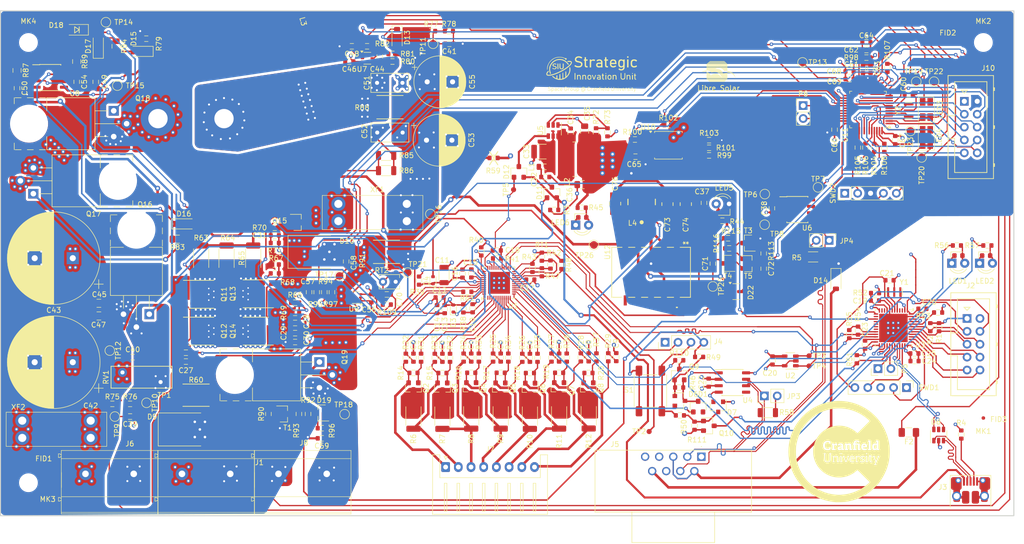
<source format=kicad_pcb>
(kicad_pcb (version 20240108) (generator "pcbnew") (generator_version "8.0")
  (layers (0 "F.Cu" signal "Top") (1 "In1.Cu" power "GND") (2 "In2.Cu" power "3V3") (31 "B.Cu" signal "Bottom") (34 "B.Paste" user) (35 "F.Paste" user) (36 "B.SilkS" user "B.Silkscreen") (37 "F.SilkS" user "F.Silkscreen") (38 "B.Mask" user) (39 "F.Mask" user) (44 "Edge.Cuts" user))
  (net 0 "")
  (net 1 "GND")
  (net 2 "/MPPT/DCDC_HV+")
  (net 3 "/MPPT/DCDC/SHUNT_DCDC_P")
  (net 4 "VBUS")
  (net 5 "/CAN_GND")
  (net 6 "/8S BMS/EXT+")
  (net 7 "/CAN_PWR")
  (net 8 "Net-(D3-K)")
  (net 9 "/8S BMS/BAT+")
  (net 10 "/8S BMS/ISL94202/CHG+")
  (net 11 "/8S BMS/ISL94202/VDD")
  (net 12 "Net-(D13-K)")
  (net 14 "/MPPT/DCDC/LS_DRV")
  (net 15 "/MPPT/DCDC/HS_DRV")
  (net 16 "Net-(D16-A)")
  (net 17 "Net-(D17-A)")
  (net 18 "/MPPT/Load switch/CP_OUT")
  (net 19 "+12V")
  (net 20 "+3V3")
  (net 21 "/8S BMS/ISL94202/CELL1+")
  (net 22 "/8S BMS/ISL94202/CELL2+")
  (net 23 "/8S BMS/ISL94202/CELL4+")
  (net 24 "/8S BMS/ISL94202/CELL6+")
  (net 25 "/8S BMS/ISL94202/NTC_BAT")
  (net 26 "/8S BMS/ISL94202/CELL1-")
  (net 27 "/8S BMS/ISL94202/CELL3+")
  (net 28 "/8S BMS/ISL94202/CELL7+")
  (net 29 "/8S BMS/ISL94202/CELL5+")
  (net 31 "/MPPT/Load switch/SHUNT_LOAD_N")
  (net 32 "Net-(JP3-Pad2)")
  (net 34 "/8S BMS/Power Supply/VIN")
  (net 35 "Net-(D11-K)")
  (net 37 "/MPPT/MCU1/GPIOC_14")
  (net 38 "Net-(LED3-A1)")
  (net 39 "/MPPT/MCU1/GPIOC_15")
  (net 40 "Net-(LED4-A1)")
  (net 41 "/8S BMS/MCU/USART1_RX")
  (net 42 "/8S BMS/MCU/USART1_TX")
  (net 43 "/MPPT/MCU1/USART1_TX")
  (net 44 "/MPPT/MCU1/USART1_RX")
  (net 46 "/MPPT/MCU1/ADC1_IN11")
  (net 47 "/MPPT/DCDC_HV-")
  (net 48 "/8S BMS/MCU/SWDIO")
  (net 49 "/8S BMS/MCU/SWCLK")
  (net 50 "/8S BMS/MCU/~{RESET}")
  (net 51 "/MPPT/MCU1/~{RESET}")
  (net 52 "/MPPT/MCU1/SWCLK")
  (net 53 "/MPPT/MCU1/SWDIO")
  (net 54 "/MPPT/CAN/CAN_TX")
  (net 55 "/MPPT/CAN/CAN_STB")
  (net 56 "/MPPT/CAN/CAN_RX")
  (net 57 "/MPPT/DCDC/V_DCDC_H")
  (net 58 "/MPPT/DCDC/V_DCDC_L")
  (net 59 "/MPPT/DCDC/I_DCDC")
  (net 60 "/MPPT/DCDC/PWM_HS")
  (net 61 "/MPPT/DCDC/PWM_LS")
  (net 62 "/MPPT/Load switch/I_LOAD")
  (net 63 "/MPPT/LOAD+")
  (net 64 "Net-(U1-VBATT)")
  (net 65 "/8S BMS/ISL94202/SCL")
  (net 66 "/8S BMS/ISL94202/CB6")
  (net 67 "/8S BMS/ISL94202/TEMPO")
  (net 68 "/8S BMS/ISL94202/VC4")
  (net 70 "/8S BMS/ISL94202/PCFET")
  (net 71 "/8S BMS/ISL94202/VC6")
  (net 73 "/8S BMS/ISL94202/VC2")
  (net 74 "/8S BMS/ISL94202/CHMON")
  (net 75 "/8S BMS/ISL94202/CB3")
  (net 76 "Net-(U1-C2)")
  (net 77 "Net-(U1-VREF)")
  (net 78 "/8S BMS/ISL94202/CB2")
  (net 80 "/8S BMS/ISL94202/XT2")
  (net 81 "/8S BMS/ISL94202/VC1")
  (net 82 "/8S BMS/ISL94202/CSI2")
  (net 83 "/8S BMS/ISL94202/CB1")
  (net 84 "/8S BMS/ISL94202/VC0")
  (net 85 "/8S BMS/ISL94202/VC3")
  (net 86 "/8S BMS/ISL94202/SDA")
  (net 87 "/8S BMS/ISL94202/DFET")
  (net 88 "Net-(U1-C3)")
  (net 89 "/8S BMS/ISL94202/CFET")
  (net 90 "/8S BMS/ISL94202/VC5")
  (net 91 "/8S BMS/ISL94202/CB5")
  (net 92 "/8S BMS/ISL94202/RGO")
  (net 93 "/8S BMS/ISL94202/CB7")
  (net 94 "/8S BMS/ISL94202/ALERT")
  (net 96 "Net-(U1-FETSOFF)")
  (net 97 "/8S BMS/ISL94202/VC7")
  (net 98 "Net-(U1-C1)")
  (net 99 "/8S BMS/ISL94202/CB4")
  (net 101 "/8S BMS/MCU/BOOT0")
  (net 102 "/8S BMS/ISL94202/BTN_SIGNAL")
  (net 104 "Net-(U3-PH0)")
  (net 105 "/8S BMS/MCU/CAN_RX")
  (net 106 "/8S BMS/MCU/LED2")
  (net 108 "/8S BMS/MCU/SPI1_SCK")
  (net 111 "/8S BMS/MCU/USART2_RX")
  (net 113 "/8S BMS/MCU/SPI1_MISO")
  (net 115 "/8S BMS/MCU/SSEL")
  (net 116 "/8S BMS/MCU/SPI1_MOSI")
  (net 117 "/8S BMS/MCU/CAN_TX")
  (net 118 "Net-(U3-PH1)")
  (net 119 "/8S BMS/V_EXT")
  (net 120 "/8S BMS/MCU/USB_DP")
  (net 121 "/8S BMS/MCU/I2C2_PULLUP")
  (net 122 "/8S BMS/MCU/LED1")
  (net 123 "/8S BMS/MCU/USART2_TX")
  (net 125 "/8S BMS/MCU/CAN_STB")
  (net 126 "/8S BMS/MCU/I2C1_SCL")
  (net 129 "/8S BMS/MCU/I2C1_SDA")
  (net 130 "Net-(U3-VDDA)")
  (net 132 "Net-(U7-+)")
  (net 133 "Net-(R82-Pad1)")
  (net 134 "Net-(U7--)")
  (net 135 "/MPPT/DCDC/I_DCDC_REF")
  (net 136 "Net-(U10-DI(IO0))")
  (net 137 "Net-(U10-DO(IO1))")
  (net 138 "/MPPT/MCU1/SPI2_CS")
  (net 139 "Net-(U10-CLK)")
  (net 140 "/MPPT/MCU1/TIM8_CH2")
  (net 141 "/MPPT/MCU1/SPI2_MOSI")
  (net 142 "/MPPT/MCU1/SPI2_SCK")
  (net 143 "VREF")
  (net 144 "/MPPT/MCU1/OSC_IN")
  (net 145 "/MPPT/Load switch/I_LOAD_COMP")
  (net 146 "/MPPT/MCU1/I2C1_SCL")
  (net 147 "/MPPT/MCU1/SPI1_SCK")
  (net 148 "/MPPT/MCU1/USART2_TX")
  (net 149 "/MPPT/MCU1/TIM16_CH1")
  (net 150 "/MPPT/Load switch/LOAD_DIS")
  (net 151 "/MPPT/MCU1/TIM17_CH1")
  (net 152 "/MPPT/MCU1/OSC_OUT")
  (net 153 "/MPPT/MCU1/I2C1_SDA")
  (net 154 "VDDA")
  (net 155 "/MPPT/MCU1/SPI1_MOSI")
  (net 156 "/MPPT/MCU1/SPI1_MISO")
  (net 157 "/MPPT/MCU1/USART2_RX")
  (net 158 "/MPPT/MCU1/SPI1_SSEL")
  (net 159 "/MPPT/MCU1/SPI2_MISO")
  (net 160 "/8S BMS/Power Supply/SW")
  (net 161 "Net-(U5-CB)")
  (net 162 "Net-(C49-Pad2)")
  (net 163 "/MPPT/DCDC/SW_NODE")
  (net 164 "Net-(C54-Pad1)")
  (net 165 "/MPPT/Power supply/CP_SW")
  (net 167 "/8S BMS/MCU/USB_D+")
  (net 168 "/8S BMS/MCU/USB_D-")
  (net 169 "/8S BMS/Power Supply/EN")
  (net 170 "Net-(D18-K)")
  (net 171 "Net-(D18-A)")
  (net 172 "Net-(J3-ID)")
  (net 175 "/8S BMS/CAN_BMS_N")
  (net 176 "/8S BMS/CAN_BMS_P")
  (net 177 "Net-(JP4-Pad2)")
  (net 178 "Net-(LED1-A)")
  (net 179 "Net-(LED2-A)")
  (net 180 "Net-(Q2-D)")
  (net 181 "Net-(Q2-G)")
  (net 182 "Net-(Q3-D)")
  (net 183 "Net-(Q3-G)")
  (net 184 "Net-(Q4-G)")
  (net 185 "Net-(Q4-D)")
  (net 186 "Net-(Q5-D)")
  (net 187 "Net-(Q5-G)")
  (net 188 "Net-(Q6-G)")
  (net 189 "Net-(Q6-D)")
  (net 190 "Net-(Q7-D)")
  (net 191 "Net-(Q7-G)")
  (net 192 "Net-(Q8-D)")
  (net 193 "Net-(Q11-PadG)")
  (net 194 "Net-(Q13-PadG)")
  (net 195 "Net-(Q15-D)")
  (net 196 "Net-(Q15-G)")
  (net 197 "Net-(D19-K)")
  (net 198 "/8S BMS/Power Supply/FB")
  (net 199 "Net-(T1-B)")
  (net 200 "Net-(T1-C)")
  (net 201 "Net-(T3-B)")
  (net 204 "+5V_BMS")
  (net 205 "GND_BMS")
  (net 206 "/8S BMS/MCU/USB_DN")
  (net 207 "Net-(LED5-A)")
  (net 208 "Net-(LED6-A)")
  (net 209 "Net-(D6-A)")
  (net 210 "Net-(D7-K)")
  (net 211 "/8S BMS/ISL94202/BTN_2")
  (net 212 "/8S BMS/ISL94202/BTN_1")
  (net 213 "/MPPT/Solar+")
  (net 216 "Net-(D1-K)")
  (net 218 "Net-(Q9-D)")
  (net 219 "Net-(T4-B)")
  (net 220 "Net-(T3-C)")
  (net 221 "Net-(Q8-G)")
  (net 222 "Net-(C29-Pad2)")
  (net 223 "Net-(C27-Pad2)")
  (net 224 "Net-(R94-Pad2)")
  (net 225 "Net-(C76-Pad1)")
  (net 226 "Net-(C72-Pad1)")
  (net 227 "Net-(D15-K)")
  (footprint "LibreSolar:R_0603_1608" (layer "F.Cu") (at 113.05 103.15 180)
    (property "Reference" "R109")
    (property "Value" "10k" (hide yes))
  )
  (footprint "LibreSolar:TSR 0.5SM_TRP" (layer "F.Cu") (at 165.08 96.7878 -90)
    (property "Reference" "U12")
    (property "Value" "TSR 0.5-24120SM" (hide yes))
  )
  (footprint "LibreSolar:R_1206_3216" (layer "F.Cu") (at 188.07 124.44 180)
    (property "Reference" "R58")
    (property "Value" "120" (hide yes))
  )
  (footprint "LibreSolar:R_0603_1608" (layer "F.Cu") (at 152.75 116.625)
    (property "Reference" "R20")
    (property "Value" "330k" (hide yes))
  )
  (footprint "LibreSolar:SOT-23" (layer "F.Cu") (at 95.45 86.95)
    (property "Reference" "Q15")
    (property "Value" "BSS138" (hide yes))
  )
  (footprint "LibreSolar:C_0603_1608" (layer "F.Cu") (at 63.01528 113.51)
    (property "Reference" "C40")
    (property "Value" "10nF" (hide yes))
  )
  (footprint "Diode_SMD:D_SOD-123" (layer "F.Cu") (at 201.48 98.39 -90)
    (property "Reference" "D14")
    (property "Value" "NRVTS260ESFT1G" (hide yes))
  )
  (footprint "LibreSolar:R_2010_5025" (layer "F.Cu") (at 118.3 125.11 90)
    (property "Reference" "R6")
    (property "Value" "33" (hide yes))
  )
  (footprint "LibreSolar:SOT-23" (layer "F.Cu") (at 118.3 119.61 -90)
    (property "Reference" "Q2")
    (property "Value" "NDS0605" (hide yes))
  )
  (footprint "LibreSolar:R_0603_1608" (layer "F.Cu") (at 141.725 95.925 -90)
    (property "Reference" "R43")
    (property "Value" "10k" (hide yes))
  )
  (footprint "LibreSolar:R_0805_2012" (layer "F.Cu") (at 59.75 52.25 -90)
    (property "Reference" "R84")
    (property "Value" "3R3" (hide yes))
  )
  (footprint "LibreSolar:R_0603_1608" (layer "F.Cu") (at 118.3 116.61 180)
    (property "Reference" "R14")
    (property "Value" "330k" (hide yes))
  )
  (footprint "TestPoint:TestPoint_Pad_D1.5mm" (layer "F.Cu") (at 177.25 99.575 -90)
    (property "Reference" "TP25")
    (property "Value" "1.5mm" (hide yes))
  )
  (footprint "LibreSolar:R_0603_1608" (layer "F.Cu") (at 231.29 91.5 180)
    (property "Reference" "R57")
    (property "Value" "1k" (hide yes))
  )
  (footprint "LibreSolar:LED_0603_D3.0mm" (layer "F.Cu") (at 179.14 84.8 180)
    (property "Reference" "LED5")
    (property "Value" "LED" (hide yes))
  )
  (footprint "LibreSolar:WE-PD2_5848" (layer "F.Cu") (at 163.225 82.925 90)
    (property "Reference" "L4")
    (property "Value" "WE-PD2_5848" (hide yes))
  )
  (footprint "LibreSolar:C_0603_1608" (layer "F.Cu") (at 188.87 84.17 90)
    (property "Reference" "C38")
    (property "Value" "100nF" (hide yes))
  )
  (footprint "LibreSolar:R_0603_1608" (layer "F.Cu") (at 146.01 84.5 180)
    (property "Reference" "R3")
    (property "Value" "330k" (hide yes))
  )
  (footprint "LibreSolar:SOIC-8_3.9x4.9mm_Pitch1.27mm" (layer "F.Cu") (at 193.88 84.42)
    (property "Reference" "U6")
    (property "Value" "TCAN334" (hide yes))
  )
  (footprint "LibreSolar:Resonator_Murata_CSTNE" (layer "F.Cu") (at 215.79 64.91 -90)
    (property "Reference" "Y2")
    (property "Value" "8MHz" (hide yes))
  )
  (footprint "LibreSolar:C_0805_2012" (layer "F.Cu") (at 56.37 105.39)
    (property "Reference" "C47")
    (property "Value" "100nF" (hide yes))
  )
  (footprint "LibreSolar:R_0603_1608" (layer "F.Cu") (at 176.5 70.75)
    (property "Reference" "R103")
    (property "Value" "47R" (hide yes))
  )
  (footprint "Connector_PinHeader_2.54mm:PinHeader_1x02_P2.54mm_Vertical" (layer "F.Cu") (at 195.025 63.935)
    (property "Reference" "P6")
    (property "Value" "CONN_01X02" (hide yes))
  )
  (footprint "LibreSolar:C_0603_1608" (layer "F.Cu") (at 177.25 95.075 90)
    (property "Reference" "C71")
    (property "Value" "100nF" (hide yes))
  )
  (footprint "LibreSolar:C_0603_1608" (layer "F.Cu") (at 216.95 114.275 180)
    (property "Reference" "C24")
    (property "Value" "100n" (hide yes))
  )
  (footprint "LibreSolar:R_0603_1608" (layer "F.Cu") (at 119.4 98.42 90)
    (property "Reference" "R39")
    (property "Value" "4R7" (hide yes))
  )
  (footprint "LibreSolar:R_0603_1608" (layer "F.Cu") (at 89.75 124.7 90)
    (property "Reference" "R90")
    (property "Value" "2.2k" (hide yes))
  )
  (footprint "TestPoint:TestPoint_Pad_D1.5mm" (layer "F.Cu") (at 60 60)
    (property "Reference" "TP15")
    (property "Value" "1.5mm" (hide yes))
  )
  (footprint "TestPoint:TestPoint_Pad_D1.5mm" (layer "F.Cu") (at 217.29 59.21 -90)
    (property "Reference" "TP19")
    (property "Value" "1.5mm" (hide yes))
  )
  (footprint "LibreSolar:R_1206_3216" (layer "F.Cu") (at 112.917677 76.75 180)
    (property "Reference" "R86")
    (property "Value" "4R7" (hide yes))
  )
  (footprint "LibreSolar:R_0603_1608" (layer "F.Cu") (at 179.12 86.635)
    (property "Reference" "R44")
    (property "Value" "1k" (hide yes))
  )
  (footprint "LibreSolar:R_0603_1608" (layer "F.Cu") (at 131.65 92.67 -90)
    (property "Reference" "R40")
    (property "Value" "1k" (hide yes))
  )
  (footprint "LibreSolar:C_0603_1608" (layer "F.Cu") (at 206.79 56.71 90)
    (property "Reference" "C61")
    (property "Value" "2.2µF" (hide yes))
  )
  (footprint "LibreSolar:SOT-23" (layer "F.Cu") (at 92.75 124.7)
    (property "Reference" "T1")
    (property "Value" "BC846B" (hide yes))
  )
  (footprint "LED_SMD:LED_Avago_PLCC4_3.2x2.8mm_CW" (layer "F.Cu") (at 219.29 70.21 90)
    (property "Reference" "LED4")
    (property "Value" "LED_Dual_PLCC4" (hide yes))
  )
  (footprint "LibreSolar:C_0603_1608" (layer "F.Cu") (at 125.367677 51.75)
    (property "Reference" "C41")
    (property "Value" "10nF" (hide yes))
  )
  (footprint "LibreSolar:TestPoint_1mm_pad" (layer "F.Cu") (at 196.18 113.25)
    (property "Reference" "TP3")
    (property "Value" "SDA" (hide yes))
  )
  (footprint "LibreSolar:C_0603_1608" (layer "F.Cu") (at 127.95 97.025 90)
    (property "Reference" "C16")
    (property "Value" "4.7n" (hide yes))
  )
  (footprint "LibreSolar:C_0603_1608" (layer "F.Cu") (at 135.475 113.585 90)
    (property "Reference" "C5")
    (property "Value" "47n" (hide yes))
  )
  (footprint "LibreSolar:C_0603_1608" (layer "F.Cu") (at 152.8 113.55 90)
    (property "Reference" "C8")
    (property "Value" "47n" (hide yes))
  )
  (footprint "LibreSolar:SOT-23" (layer "F.Cu") (at 176.45 127.04)
    (property "Reference" "Q10")
    (property "Value" "BSS138" (hide yes))
  )
  (footprint "LibreSolar:SOT-23" (layer "F.Cu") (at 135.425 119.635 -90)
    (property "Reference" "Q5")
    (property "Value" "BSS138" (hide yes))
  )
  (footprint "LibreSolar:C_0603_1608" (layer "F.Cu") (at 129.675 113.585 90)
    (property "Reference" "C4")
    (property "Value" "47n" (hide yes))
  )
  (footprint "LibreSolar:C_0603_1608" (layer "F.Cu") (at 207.475 52.975)
    (property "Reference" "C62")
    (property "Value" "2.2µF" (hide yes))
  )
  (footprint "LibreSolar:Box_Header_2x05x2.54mm_Straight" (layer "F.Cu") (at 226.75 63.09 -90)
    (property "Reference" "J10")
    (property "Value" "UEXT" (hide yes))
  )
  (footprint "LibreSolar:R_0603_1608" (layer "F.Cu") (at 116.8 113.61 -90)
    (property "Reference" "R22")
    (property "Value" "1k" (hide yes))
  )
  (footprint "LibreSolar:C_0603_1608" (layer "F.Cu") (at 162 74)
    (property "Reference" "C65")
    (property "Value" "100nF" (hide yes))
  )
  (footprint "LibreSolar:5X6_MOSFET" (layer "F.Cu") (at 76 101.125 -90)
    (property "Reference" "Q11")
    (property "Value" "BSC016N06NS" (hide yes))
  )
  (footprint "LibreSolar:TestPoint_1mm_pad" (layer "F.Cu") (at 164.7 128.16)
    (property "Reference" "TP2")
    (property "Value" "Ext+" (hide yes))
  )
  (footprint "LibreSolar:R_0603_1608" (layer "F.Cu") (at 62.51528 122.71)
    (property "Reference" "R76")
    (property "Value" "2.2k" (hide yes))
  )
  (footprint "LibreSolar:C_0603_1608" (layer "F.Cu") (at 204.15 58.7)
    (property "Reference" "C69")
    (property "Value" "2.2µF" (hide yes))
  )
  (footprint "LibreSolar:C_0603_1608" (layer "F.Cu") (at 188.98 114.15 -90)
    (property "Reference" "C20")
    (property "Value" "100n" (hide yes))
  )
  (footprint "LibreSolar:R_0603_1608" (layer "F.Cu") (at 187.25 93.075 -90)
    (property "Reference" "R113")
    (property "Value" "10k" (hide yes))
  )
  (footprint "LibreSolar:R_0603_1608" (layer "F.Cu") (at 154.325 113.55 -90)
    (property "Reference" "R37")
    (property "Value" "10k" (hide yes))
  )
  (footprint "TestPoint:TestPoint_Pad_D1.5mm" (layer "F.Cu") (at 104.75 124.75 180)
    (property "Reference" "TP18")
    (property "Value" "1.5mm" (hide yes))
  )
  (footprint "Package_DFN_QFN:QFN-48-1EP_6x6mm_P0.4mm_EP4.3x4.3mm" (layer "F.Cu") (at 135.15 98.85 90)
    (property "Reference" "U1")
    (property "Value" "ISL94202" (hide yes))
  )
  (footprint "LibreSolar:C_0603_1608" (layer "F.Cu") (at 97.75 100.7 -90)
    (property "Reference" "C57")
    (property "Value" "10nF" (hide yes))
  )
  (footprint "LibreSolar:R_0603_1608" (layer "F.Cu") (at 221.59 104.71 180)
    (property "Reference" "R53")
    (property "Value" "1M" (hide yes))
  )
  (footprint "LibreSolar:TestPoint_1mm_pad" (layer "F.Cu") (at 138.01 80.5 90)
    (property "Reference" "TP5")
    (property "Value" "Regout" (hide yes))
  )
  (footprint "LibreSolar:C_0603_1608" (layer "F.Cu") (at 105.05 94.65 90)
    (property "Reference" "C58")
    (property "Value" "10nF" (hide yes))
  )
  (footprint "LibreSolar:R_0603_1608" (layer "F.Cu") (at 176.5 72.25 180)
    (property "Reference" "R101")
    (property "Value" "100k" (hide yes))
  )
  (footprint "LibreSolar:5X6_MOSFET" (layer "F.Cu") (at 76 108.375 -90)
    (property "Reference" "Q12")
    (property "Value" "BSC016N06NS" (hide yes))
  )
  (footprint "LibreSolar:5X6_MOSFET" (layer "F.Cu") (at 87.75 101.025 90)
    (property "Reference" "Q13")
    (property "Value" "BSC016N06NS" (hide yes))
  )
  (footprint "TestPoint:TestPoint_Pad_D1.5mm" (layer "F.Cu") (at 218.35 74.15 -90)
    (property "Reference" "TP20")
    (property "Value" "1.5mm" (hide yes))
  )
  (footprint "LibreSolar:SOT-23" (layer "F.Cu") (at 184.2 95.075)
    (property "Reference" "T5")
    (property "Value" "BC856B" (hide yes))
  )
  (footprint "LibreSolar:SOT-23" (layer "F.Cu") (at 170.65 116.93 90)
    (property "Reference" "Q9")
    (property "Value" "NDS0605" (hide yes))
  )
  (footprint "LibreSolar:Fiducial_0.7mm" (layer "F.Cu") (at 42.5 133.3)
    (property "Reference" "FID1")
    (property "Value" "Fiducial" (hide yes))
  )
  (footprint "LibreSolar:R_0603_1608" (layer "F.Cu") (at 102.25 100.7 90)
    (property "Reference" "R97")
    (property "Value" "2.2k" (hide yes))
  )
  (footprint "Connector_PinHeader_2.54mm:PinHeader_1x05_P2.54mm_Vertical" (layer "F.Cu") (at 203.21 81.21 90)
    (property "Reference" "SWD2")
    (property "Value" "ST_Nucleo_SWD" (hide yes))
  )
  (footprint "LibreSolar:R_0603_1608" (layer "F.Cu") (at 128.125 103.9 -90)
    (property "Reference" "R38")
    (property "Value" "100" (hide yes))
  )
  (footprint "LibreSolar:R_0603_1608" (layer "F.Cu") (at 226.15 128.75 90)
    (property "Reference" "R4")
    (property "Value" "330k" (hide yes))
  )
  (footprint "LibreSolar:C_0603_1608" (layer "F.Cu") (at 106.167677 52.25 180)
    (property "Reference" "C48")
    (property "Value" "1nF" (hide yes))
  )
  (footprint "LibreSolar:SOT-23" (layer "F.Cu") (at 180.2 95.025 180)
    (property "Reference" "T4")
    (property "Value" "BC846B" (hide yes))
  )
  (footprint "LibreSolar:Inductor_Toroid_D32.8mm_4mm2" (layer "F.Cu") (at 85 66.5)
    (property "Reference" "L3")
    (property "Value" "53µH" (hide yes))
  )
  (footprint "LibreSolar:C_0603_1608" (layer "F.Cu") (at 141.225 113.635 90)
    (property "Reference" "C6")
    (property "Value" "47n" (hide yes))
  )
  (footprint "LibreSolar:C_0603_1608" (layer "F.Cu") (at 201.2 68.68 90)
    (property "Reference" "C66")
    (property "Value" "100nF" (hide yes))
  )
  (footprint "Package_QFP:LQFP-48_7x7mm_P0.5mm" (layer "F.Cu") (at 207.79 64.71 180)
    (property "Reference" "U11")
    (property "Value" "STM32G431CBTx" (hide yes))
  )
  (footprint "TestPoint:TestPoint_Pad_D1.5mm" (layer "F.Cu") (at 58.51528 112.21 -90)
    (property "Reference" "TP12")
    (property "Value" "1.5mm" (hide yes))
  )
  (footprint "LibreSolar:C_0603_1608" (layer "F.Cu") (at 208.29 56.71 90)
    (property "Reference" "C63")
    (property "Value" "100nF" (hide yes))
  )
  (footprint "LibreSolar:C_0603_1608" (layer "F.Cu") (at 124.45 104.05 -90)
    (property "Reference" "C13")
    (property "Value" "10n" (hide yes))
  )
  (footprint "MountingHole:MountingHole_3.2mm_M3" (layer "F.Cu") (at 42.5 138.25)
    (property "Reference" "MK3")
    (property "Value" "Mounting_Hole" (hide yes))
  )
  (footprint "LibreSolar:R_2010_5025" (layer "F.Cu") (at 86.75 94 -90)
    (property "Reference" "R65")
    (property "Value" "330" (hide yes))
  )
  (footprint "LibreSolar:C_0603_1608" (layer "F.Cu") (at 99.25 100.7 90)
    (property "Reference" "R95")
    (property "Value" "8.2k" (hide yes))
  )
  (footprint "LibreSolar:R_0603_1608" (layer "F.Cu") (at 221.775 107.6 90)
    (property "Reference" "R1")
    (property "Value" "2.2k" (hide yes))
  )
  (footprint "LibreSolar:Keystone-Fuse-3557-2" (layer "F.Cu") (at 110.25 85 180)
    (property "Reference" "XF1")
    (property "Value" "Fuse_Holder" (hide yes))
  )
  (footprint "LibreSolar:LED_0603_D3.0mm" (layer "F.Cu") (at 151.54 85.975)
    (property "Reference" "LED6")
    (property "Value" "LED" (hide yes))
  )
  (footprint "Package_TO_SOT_SMD:SOT-363_SC-70-6" (layer "F.Cu") (at 106.96 101.76 180)
    (property "Reference" "U9")
    (property "Value" "INA186" (hide yes))
  )
  (footprint "LibreSolar:TestPoint_1mm_pad" (layer "F.Cu") (at 69.25 122.5)
    (property "Reference" "TP1")
    (property "Value" "Bat+" (hide yes))
  )
  (footprint "LibreSolar:TE_2311765-1" (layer "F.Cu") (at 174.99 133.12)
    (property "Reference" "J5")
    (property "Value" "DE9_Receptacle" (hide yes))
  )
  (footprint "LibreSolar:R_0603_1608" (layer "F.Cu") (at 170.75 124.98 180)
    (property "Reference" "R50")
    (property "Value" "10k" (hide yes))
  )
  (footprint "TestPoint:TestPoint_Pad_D1.5mm" (layer "F.Cu") (at 65.75 122.5 -90)
    (property "Reference" "TP10")
    (property "Value" "1.5mm" (hide yes))
  )
  (footprint "LibreSolar:C_0603_1608" (layer "F.Cu") (at 40.25 60.5 -90)
    (property "Reference" "C50")
    (property "Value" "2.2µF" (hide yes))
  )
  (footprint "LibreSolar:R_0603_1608" (layer "F.Cu") (at 100.75 100.7 -90)
    (property "Reference" "R94")
    (property "Value" "10k" (hide yes))
  )
  (footprint "Diode_SMD:D_SOD-123" (layer "F.Cu") (at 73.1 87.25)
    (property "Reference" "D16")
    (property "Value" "SS14FL" (hide yes))
  )
  (footprint "LibreSolar:TestPoint_1mm_pad" (layer "F.Cu") (at 196.18 115.25)
    (property "Reference" "TP4")
    (property "Value" "SCL" (hide yes))
  )
  (footprint "LibreSolar:R_0603_1608" (layer "F.Cu") (at 145.275 95.25 -90)
    (property "Reference" "R42")
    (property "Value" "22k" (hide yes))
  )
  (footprint "LibreSolar:R_Shunt_2512" (layer "F.Cu") (at 75.5 121 180)
    (property "Reference" "R60")
    (property "Value" "0.5m" (hide yes))
  )
  (footprint "LibreSolar:C_0603_1608" (layer "F.Cu") (at 218.5 103.975)
    (property "Reference" "C26")
    (property "Value" "100n" (hide yes))
  )
  (footprint "LibreSolar:C_0603_1608" (layer "F.Cu") (at 176.425 118.525 90)
    (property "Reference" "C22")
    (property "Value" "100n" (hide yes))
  )
  (footprint "LibreSolar:LIBRESOLAR_LOGO" (layer "F.Cu") (at 176.0625 59.20225)
    (property "Reference" "LOGO1" (hide yes))
    (property "Value" "LIBRE_SOLAR" (hide yes))
  )
  (footprint "LibreSolar:CAPC370195_195N_KEM" (layer "F.Cu") (at 158 83.25 90)
    (property "Reference" "C76")
    (property "Value" "4.7uF" (hide yes))
  )
  (footprint "LibreSolar:C_0603_1608" (layer "F.Cu") (at 55.75 59.25 90)
    (property "Reference" "C49")
    (property "Value" "2.2nF" (hide yes))
  )
  (footprint "Diode_SMD:D_SOD-523" (layer "F.Cu") (at 126.15 103.92 90)
    (property "Reference" "D3")
    (property "Value" "PMEG6002" (hide yes))
  )
  (footprint "LibreSolar:R_0603_1608" (layer "F.Cu") (at 170.63 114.12)
    (property "Reference" "R110")
    (property "Value" "1k" (hide yes))
  )
  (footprint "LibreSolar:C_1210_3225" (layer "F.Cu") (at 143.55 73 180)
    (property "Reference" "C33")
    (property "Value" "4.7u" (hide yes))
  )
  (footprint "LibreSolar:C_0603_1608" (layer "F.Cu") (at 129.95 103.875 90)
    (property "Reference" "C10")
    (property "Value" "470n" (hide yes))
  )
  (footprint "LibreSolar:R_0603_1608" (layer "F.Cu") (at 114.167677 53.75 180)
    (property "Reference" "R81")
    (property "Value" "10R" (hide yes))
  )
  (footprint "LibreSolar:R_0603_1608" (layer "F.Cu") (at 133.975 113.585 -90)
    (property "Reference" "R25")
    (property "Value" "1k" (hide yes))
  )
  (footprint "LibreSolar:SOT-23" (layer "F.Cu") (at 129.675 119.585 -90)
    (property "Reference" "Q4")
    (property "Value" "BSS138" (hide yes))
  )
  (footprint "LibreSolar:R_2010_5025" (layer "F.Cu") (at 76.5 94 -90)
    (property "Reference" "R63")
    (property "Value" "330" (hide yes))
  )
  (footprint "Diode_SMD:D_SOT-23_ANK" (layer "F.Cu") (at 178.3 123.3 -90)
    (property "Reference" "D7")
    (property "Value" "12V" (hide yes))
  )
  (footprint "LibreSolar:C_0805_2012" (layer "F.Cu") (at 151.55 79.5 180)
    (property "Reference" "C36")
    (property "Value" "10u" (hide yes))
  )
  (footprint "LibreSolar:C_0603_1608" (layer "F.Cu") (at 175.5 83.107998 90)
    (property "Reference" "C37")
    (property "Value" "10nF" (hide yes))
  )
  (footprint "LibreSolar:R_0603_1608" (layer "F.Cu") (at 129.675 116.585)
    (property "Reference" "R16")
    (property "Value" "330k" (hide yes))
  )
  (footprint "LibreSolar:SOT-23" (layer "F.Cu") (at 145.55 81.05 90)
    (property "Reference" "D11")
    (property "Value" "BAV70" (hide yes))
  )
  (footprint "LibreSolar:R_2010_5025" (layer "F.Cu") (at 152.8 125.06 -90)
    (property "Reference" "R12")
    (property "Value" "33" (hide yes))
  )
  (footprint "LibreSolar:C_0603_1608" (layer "F.Cu") (at 129.7 97 90)
    (property "Reference" "C15")
    (property "Value" "4.7n" (hide yes))
  )
  (footprint "LibreSolar:R_0603_1608" (layer "F.Cu") (at 209 72.25 90)
    (property "Reference" "R104")
    (property "Value" "1M" (hide yes))
  )
  (footprint "LibreSolar:D_SOD-123" (layer "F.Cu") (at 52 49 180)
    (property "Reference" "D18")
    (property "Value" "1N4148" (hide yes))
  )
  (footprint "Diode_SMD:D_SOD-123" (layer "F.Cu") (at 56.25 52.25 90)
    (property "Reference" "D17")
    (property "Value" "SS14FL" (hide yes))
  )
  (footprint "LibreSolar:5X6_MOSFET" (layer "F.Cu") (at 87.75 108.375 90)
    (property "Reference" "Q14")
    (property "Value" "BSC016N06NS" (hide yes))
  )
  (footprint "LibreSolar:Resonator_Murata_CSTNE" (layer "F.Cu") (at 212.95 100.675)
    (property "Reference" "Y1")
    (property "Value" "8MHz" (hide yes))
  )
  (footprint "LibreSolar:Phoenix_Contact_MKDS_5-2-9,5" (layer "F.Cu") (at 72.725 136.5)
    (property "Reference" "J1")
    (property "Value" "MKDS 5/ 2-9,5" (hide yes))
  )
  (footprint "LibreSolar:R_2010_5025" (layer "F.Cu") (at 81.5 94 -90)
    (property "Reference" "R64")
    (property "Value" "330" (hide yes))
  )
  (footprint "LibreSolar:Phoenix_Contact_MKDS_5-2-9,5" (layer "F.Cu") (at 91.725 136.5)
    (property "Reference" "J8")
    (property "Value" "MKDS 5/ 2-9,5" (hide yes))
  )
  (footprint "LibreSolar:R_0603_1608" (layer "F.Cu") (at 156.5 69.2 -90)
    (property "Reference" "R73")
    (property "Value" "22k" (hide yes))
  )
  (footprint "Connector_JST:JST_XH_S8B-XH-A_1x08_P2.50mm_Horizontal" (layer "F.Cu") (at 124.63 135.16)
    (property "Reference" "J7")
    (property "Value" "Conn_01x08_Pin" (hide yes))
  )
  (footprint "LibreSolar:Bourns_SRN6045TA" (layer "F.Cu") (at 150.05 74.5)
    (property "Reference" "L2")
    (property "Value" "47uH" (hide yes))
  )
  (footprint "LibreSolar:R_0603_1608" (layer "F.Cu") (at 161.9 70.615)
    (property "Reference" "R100")
    (property "Value" "47R" (hide yes))
  )
  (footprint "LibreSolar:R_0603_1608" (layer "F.Cu") (at 136.975 113.585 -90)
    (property "Reference" "R34")
    (property "Value" "10k" (hide yes))
  )
  (footprint "TestPoint:TestPoint_Pad_D1.5mm" (layer "F.Cu") (at 122.167677 51.75 90)
    (property "Reference" "TP11")
    (property "Value" "1.5mm" (hide yes))
  )
  (footprint "LibreSolar:R_0603_1608" (layer "F.Cu") (at 65.7 50.75 180)
    (property "Reference" "R79")
    (property "Value" "1M" (hide yes))
  )
  (footprint "LibreSolar:R_0603_1608" (layer "F.Cu") (at 141.225 116.635)
    (property "Reference" "R18")
    (property "Value" "330k" (hide yes))
  )
  (footprint "LibreSolar:C_0603_1608" (layer "F.Cu") (at 111.667677 54.25 90)
    (property "Reference" "C44")
    (property "Value" "1nF" (hide yes))
  )
  (footprint "LibreSolar:R_0603_1608" (layer "F.Cu") (at 95 102.775 180)
    (property "Reference" "R66")
    (property "Value" "100" (hide yes))
  )
  (footprint "LibreSolar:R_0603_1608" (layer "F.Cu") (at 211.6 56.5 -90)
    (property "Reference" "R107")
    (property "Value" "1k" (hide yes))
  )
  (footprint "LibreSolar:R_0603_1608" (layer "F.Cu") (at 211 72.25 90)
    (property "Reference" "R108")
    (property "Value" "1k" (hide yes))
  )
  (footprint "LibreSolar:TO-220-3_Horizontal_BottomHeatsink" (layer "F.Cu") (at 59.2875 64.96 -90)
    (property "Reference" "Q18")
    (property "Value" "IPA045N10N3G" (hide yes))
  )
  (footprint "LibreSolar:CAPC370195_195N_KEM" (layer "F.Cu") (at 171.915594 83.347202 90)
    (property "Reference" "C74")
    (property "Value" "4.7uF" (hide yes))
  )
  (footprint "LibreSolar:C_0603_1608" (layer "F.Cu") (at 95 110.525 180)
    (property "Reference" "C30")
    (property "Value" "100n" (hide yes))
  )
  (footprint "LibreSolar:R_0603_1608" (layer "F.Cu") (at 143.575 96.775 90)
    (property "Reference" "R47")
    (property "Value" "22k" (hide yes))
  )
  (footprint "LibreSolar:R_0603_1608" (layer "F.Cu") (at 114.167677 55.25 180)
    (property "Reference" "R80")
    (property "Value" "10R" (hide yes))
  )
  (footprint "LibreSolar:CAPC370195_195N_KEM" (layer "F.Cu") (at 168.305198 83.347202 90)
    (property "Reference" "C73")
    (property "Value" "4.7uF" (hide yes))
  )
  (footprint "LibreSolar:SOT-23" (layer "F.Cu") (at 141.275 119.685 -90)
    (property "Reference" "Q6")
    (property "Value" "BSS138" (hide yes))
  )
  (footprint "LibreSolar:R_0603_1608" (layer "F.Cu") (at 95.75 124.7 90)
    (property "Reference" "R93")
    (property "Value" "10k" (hide yes))
  )
  (footprint "LibreSolar:R_0603_1608" (layer "F.Cu") (at 174.54 113.46)
    (property "Reference" "R49")
    (property "Value" "10k" (hide yes))
  )
  (footprint "LibreSolar:C_0603_1608" (layer "F.Cu") (at 95 106.775 180)
    (property "Reference" "C28")
    (property "Value" "100n" (hide yes))
  )
  (footprint "Connector_PinHeader_2.54mm:PinHeader_1x02_P2.54mm_Vertical" (layer "F.Cu") (at 200.145 90.49 -90)
    (property "Reference" "JP4")
    (property "Value" "Jumper_NC_Small" (hide yes))
  )
  (footprint "LibreSolar:SOIC-8_3.9x4.9mm_Pitch1.27mm" (layer "F.Cu") (at 181.09 118.5)
    (property "Reference" "U4")
    (property "Value" "TCAN334" (hide yes))
  )
  (footprint "LibreSolar:R_0603_1608" (layer "F.Cu") (at 73.5 112.625 180)
    (property "Reference" "R62" (hide yes))
    (property "Value" "1M" (hide yes))
  )
  (footprint "LibreSolar:TO-220-3_Horizontal_BottomHeatsink" (layer "F.Cu") (at 99.7875 114.46 -90)
    (property "Reference" "Q19")
    (property "Value" "IPA045N10N3G" (hide yes))
  )
  (footprint "LibreSolar:R_0603_1608" (layer "F.Cu") (at 119.8 113.61 -90)
    (property "Reference" "R31")
    (property "Value" "10k" (hide yes))
  )
  (footprint "LibreSolar:SOT-23" (layer "F.Cu") (at 139.05 77 90)
    (property "Reference" "D12")
    (property "Value" "BAV70" (hide yes))
  )
  (footprint "LibreSolar:R_0603_1608" (layer "F.Cu") (at 173.63 127.02 90)
    (property "Reference" "R111")
    (property "Value" "1M" (hide yes))
  )
  (footprint "LibreSolar:R_0603_1608" (layer "F.Cu") (at 109.167677 52.25 180)
    (property "Reference" "R82")
    (property "Value" "1k" (hide yes))
  )
  (footprint "LibreSolar:C_0603_1608" (layer "F.Cu") (at 110.01 101.91 -90)
    (property "Reference" "C56")
    (property "Value" "100nF" (hide yes))
  )
  (footprint "LibreSolar:R_0603_1608" (layer "F.Cu") (at 100.25 127.5)
    (property "Reference" "R96")
    (property "Value" "1M" (hide yes))
  )
  (footprint "LibreSolar:C_1206_3216" (layer "F.Cu") (at 124.325 97.325 90)
    (property "Reference" "C11")
    (property "Value" "4.7u" (hide yes))
  )
  (footprint "LibreSolar:SOT-23-6" (layer "F.Cu") (at 145.8 68.85 -90)
    (property "Reference" "U5")
    (property "Value" "TPS560430X" (hide yes))
  )
  (footprint "LibreSolar:R_0603_1608" (layer "F.Cu") (at 143.575 93.7 90)
    (property "Reference" "RT1")
    (property "Value" "10k" (hide yes))
  )
  (footprint "LibreSolar:R_0603_1608" (layer "F.Cu") (at 207.29 72.21 -90)
    (property "Reference" "R106")
    (property "Value" "2.2k" (hide yes))
  )
  (footprint "Connector_PinHeader_2.54mm:PinHeader_1x05_P2.54mm_Vertical" (layer "F.Cu") (at 215.365 119.5 -90)
    (property "Reference" "SWD1")
    (property "Value" "ST_Nucleo_SWD_5p" (hide yes))
  )
  (footprint "LibreSolar:R_0603_1608" (layer "F.Cu") (at 146.975 116.585)
    (property "Reference" "R19")
    (property "Value" "330k" (hide yes))
  )
  (footprint "MountingHole:MountingHole_3.2mm_M3" (layer "F.Cu") (at 230.5 51.5)
    (property "Reference" "MK2")
    (property "Value" "Mounting_Hole" (hide yes))
  )
  (footprint "LibreSolar:C_0603_1608" (layer "F.Cu") (at 158.225 113.5 90)
    (property "Reference" "C9")
    (property "Value" "47n" (hide yes))
  )
  (footprint "LibreSolar:C_0603_1608" (layer "F.Cu") (at 91 89.5)
    (property "Reference" "C31")
    (property "Value" "4.7n" (hide yes))
  )
  (footprint "LibreSolar:R_0603_1608" (layer "F.Cu") (at 207.475 54.475)
    (property "Reference" "R98")
    (property "Value" "47R" (hide yes))
  )
  (footprint "LibreSolar:C_0603_1608" (layer "F.Cu") (at 213.15 70.725 -90)
    (property "Reference" "C67")
    (property "Value" "100nF" (hide yes))
  )
  (footprint "TestPoint:TestPoint_Pad_D1.5mm" (layer "F.Cu") (at 59.51528 125.21 90)
    (property "Reference" "TP9")
    (property "Value" "1.5mm" (hide yes))
  )
  (footprint "LibreSolar:R_0603_1608" (layer "F.Cu") (at 170.61 119.49)
    (property "Reference" "R46")
    (property "Value" "1M" (hide yes))
  )
  (footprint "LibreSolar:C_0603_1608" (layer "F.Cu") (at 216.925 112.775 180)
    (property "Reference" "C25")
    (property "Value" "4.7u" (hide yes))
  )
  (footprint "Capacitor_THT:C_Disc_D3.8mm_W2.6mm_P2.50mm" (layer "F.Cu") (at 112.3 98.65)
    (property "Reference" "RT2")
    (property "Value" "10k" (hide yes))
  )
  (footprint "LibreSolar:R_2010_5025" (layer "F.Cu") (at 129.675 125.085 -90)
    (property "Reference" "R8")
    (property "Value" "33" (hide yes))
  )
  (footprint "LibreSolar:R_0603_1608" (layer "F.Cu") (at 151.25 113.55 -90)
    (property "Reference" "R28")
    (property "Value" "1k" (hide yes))
  )
  (footprint "LibreSolar:R_0603_1608" (layer "F.Cu") (at 205.59 113.92 90)
    (property "Reference" "R51")
    (property "Value" "1k" (hide yes))
  )
  (footprint "LibreSolar:Fiducial_0.7mm" (layer "F.Cu") (at 230.5 125.5)
    (property "Reference" "FID3")
    (property "Value" "Fiducial" (hide yes))
  )
  (footprint "LibreSolar:strategic_innovation_unit" (layer "F.Cu") (at 154.1 57.3)
    (property "Reference" "LOGO3" (hide yes))
    (property "Value" "Strategic Innovation Unit" (hide yes))
  )
  (footprint "Connector_PinHeader_2.54mm:PinHeader_1x04_P2.54mm_Vertical" (layer "F.Cu") (at 167.85 110.58 90)
    (property "Reference" "J4")
    (property "Value" "Conn_01x04_Pin" (hide yes))
  )
  (footprint "Diode_SMD:D_SOD-123" (layer "F.Cu") (at 115.075 50.525 -90)
    (property "Reference" "D13")
    (property "Value" "NRVTS260ESFT1G" (hide yes))
  )
  (footprint "LibreSolar:R_2010_5025" (layer "F.Cu") (at 141.225 125.135 -90)
    (property "Reference" "R10")
    (property "Value" "33" (hide yes))
  )
  (footprint "LibreSolar:R_0603_1608" (layer "F.Cu") (at 151.42 84.06 180)
    (property "Reference" "R45")
    (property "Value" "220" (hide yes))
  )
  (footprint "LibreSolar:R_0805_2012" (layer "F.Cu") (at 52 55.25 -90)
    (property "Reference" "R89")
    (property "Value" "3R3" (hide yes))
  )
  (footprint "TestPoint:TestPoint_Pad_D1.5mm" (layer "F.Cu") (at 57.75 47.5)
    (property "Reference" "TP14")
    (property "Value" "1.5mm" (hide yes))
  )
  (footprint "LibreSolar:LED_0603_D3.0mm" (layer "F.Cu") (at 225.59 93.5)
    (property "Reference" "LED1")
    (property "Value" "LED" (hide yes))
  )
  (footprint "Package_TO_SOT_SMD:SOT-23" (layer "F.Cu") (at 181.8125 100.5875)
    (property "Reference" "D22")
    (property "Value" "BAS70-04" (hide yes))
  )
  (footprint "LibreSolar:R_0603_1608" (layer "F.Cu") (at 97.55 124.7 90)
    (property "Reference" "R92")
    (property "Value" "100k" (hide yes))
  )
  (footprint "Connector_PinHeader_2.54mm:PinHeader_1x02_P2.54mm_Vertical" (layer "F.Cu") (at 209.75 115.765 90)
    (property "Reference" "P5")
    (property "Value" "CONN_01X02" (hide yes))
  )
  (footprint "Diode_SMD:D_SOT-23_ANK" (layer "F.Cu") (at 100.25 124.5 180)
    (property "Reference" "D19")
    (property "Value" "12V" (hide yes))
  )
  (footprint "LibreSolar:C_0603_1608" (layer "F.Cu") (at 204.15 57.2)
    (property "Reference" "C68")
    (property "Value" "100nF" (hide yes))
  )
  (footprint "LibreSolar:C_0603_1608" (layer "F.Cu") (at 62.51528 125.21)
    (property "Reference" "C39")
    (property "Value" "10nF" (hide yes))
  )
  (footprint "LibreSolar:C_0603_1608" (layer "F.Cu") (at 118.3 113.61 90)
    (property "Reference" "C2")
    (property "Value" "47n" (hide yes))
  )
  (footprint "TestPoint:TestPoint_Pad_D1.5mm" (layer "F.Cu") (at 197.95 80.04)
    (property "Reference" "TP7")
    (property "Value" "1.5mm" (hide yes))
  )
  (footprint "LibreSolar:R_1206_3216" (layer "F.Cu") (at 112.917677 73.75 180)
    (property "Reference" "R85")
    (property "Value" "4R7" (hide yes))
  )
  (footprint "LibreSolar:R_0603_1608" (layer "F.Cu") (at 145.475 113.585 -90)
    (property "Reference" "R27")
    (property "Value" "1k" (hide yes))
  )
  (footprint "TestPoint:TestPoint_Pad_D1.5mm" (layer "F.Cu") (at 187.47 81.37)
    (property "Reference" "TP6")
    (property "Value" "1.5mm" (hide yes))
  )
  (footprint "Diode_SMD:D_SOD-123" (layer "F.Cu") (at 64.7 53.25 180)
    (property "Reference" "D15")
    (property "Value" "SS14FL" (hide yes))
  )
  (footprint "LibreSolar:R_2010_5025" (layer "F.Cu") (at 124 125.135 90)
    (property "Reference" "R7")
    (property "Value" "33" (hide yes))
  )
  (footprint "TestPoint:TestPoint_Pad_D1.5mm" (layer "F.Cu") (at 103.75 97.5 180)
    (property "Reference" "TP17")
    (property "Value" "1.5mm" (hide yes))
  )
  (footprint "LibreSolar:SOT-23-6" (layer "F.Cu") (at 221.7 128.85 90)
    (property "Reference" "D8")
    (property "Value" "USBLC6-2SC6" (hide yes))
  )
  (footprint "LibreSolar:R_0603_1608" (layer "F.Cu") (at 91 91)
    (property "Reference" "R71")
    (property "Value" "22k" (hide yes))
  )
  (footprint "LibreSolar:SOT-23" (layer "F.Cu") (at 124 119.635 -90)
    (property "Reference" "Q3")
    (property "Value" "NDS0605" (hide yes))
  )
  (footprint "LibreSolar:C_0603_1608" (layer "F.Cu") (at 95 108.775)
    (property "Reference" "C29")
    (property "Value" "100n" (hide yes))
  )
  (footprint "LibreSolar:C_0603_1608" (layer "F.Cu") (at 52 59.25 -90)
    (property "Reference" "C54")
    (property "Value" "100nF" (hide yes))
  )
  (footprint "LibreSolar:SOT-23" (layer "F.Cu") (at 184.2 91.025 180)
    (property "Reference" "T3")
    (property "Value" "BC846B" (hide yes))
  )
  (footprint "LibreSolar:R_0603_1608" (layer "F.Cu") (at 135.475 116.585)
    (property "Reference" "R17")
    (property "Value" "330k" (hide yes))
  )
  (footprint "TestPoint:TestPoint_Pad_D1.5mm" (layer "F.Cu") (at 220.79 59.21 -90)
    (property "Reference" "TP22")
    (property "Value" "1.5mm" (hide yes))
  )
  (footprint "LibreSolar:R_0603_1608" (layer "F.Cu") (at 131.175 113.585 -90)
    (property "Reference" "R33")
    (property "Value" "10k" (hide yes))
  )
  (footprint "Capacitor_THT:CP_Radial_D18.0mm_P7.50mm" (layer "F.Cu") (at 51.22778 114.5 180)
    (property "Reference" "C42")
    (property "Value" "560µF" (hide yes))
  )
  (footprint "LibreSolar:SOIC-8_3.9x4.9mm_Pitch1.27mm" (layer "F.Cu") (at 46.8 58.405)
    (property "Reference" "U8")
    (property "Value" "LM5107" (hide yes))
  )
  (footprint "Capacitor_THT:CP_Radial_D10.0mm_P5.00mm" (layer "F.Cu") (at 120.867677 70.75)
    (property "Reference" "C53")
    (property "Value" "680µF" (hide yes))
  )
  (footprint "LibreSolar:R_0603_1608" (layer "F.Cu") (at 121.777677 49.25)
    (property "Reference" "R77")
    (property "Value" "100k" (hide yes))
  )
  (footprint "TestPoint:TestPoint_Pad_D1.5mm" (layer "F.Cu") (at 117.175 96.825 -90)
    (property "Reference" "TP21")
    (property "Value" "1.5mm" (hide yes))
  )
  (footprint "LibreSolar:R_0603_1608" (layer "F.Cu") (at 205.79 72.21 -90)
    (property "Reference" "R105")
    (property "Value" "2.2k" (hide yes))
  )
  (footprint "LibreSolar:C_0603_1608" (layer "F.Cu") (at 105.667677 55.25 180)
    (property "Reference" "C46")
    (property "Value" "100nF" (hide yes))
  )
  (footprint "LibreSolar:R_0603_1608" (layer "F.Cu") (at 168.5 67.75)
    (property "Reference" "R102")
    (property "Value" "2.2k" (hide yes))
  )
  (footprint "TestPoint:TestPoint_Pad_D1.5mm" (layer "F.Cu") (at 121.625 85.3 -90)
    (property "Reference" "TP16")
    (property "Value" "1.5mm" (hide yes))
  )
  (footprint "Package_SO:SOIC-8_5.23x5.23mm_P1.27mm" (layer "F.Cu") (at 168.5 71.75)
    (property "Reference" "U10")
    (property "Value" "W25Q80DVS" (hide yes))
  )
  (footprint "LibreSolar:SW_SPST_6mm" (layer "F.Cu") (at 164.95 120.17 -90)
    (property "Reference" "S1")
    (property "Value" "SW_PUSH" (hide yes))
  )
  (footprint "Capacitor_THT:CP_Radial_D10.0mm_P5.00mm" (layer "F.Cu") (at 121 59.25)
    (property "Reference" "C55")
    (property "Value" "680µF" (hide yes))
  )
  (footprint "LibreSolar:D_SMC" (layer "F.Cu") (at 98.4 92.75)
    (property "Reference" "D10")
    (property "Value" "SMCJ36A" (hide yes))
  )
  (footprint "LibreSolar:R_0603_1608" (layer "F.Cu") (at 139.725 113.635 -90)
    (property "Reference" "R26")
    (property "Value" "1k" (hide yes))
  )
  (footprint "Diode_SMD:D_SOD-523" (layer "F.Cu") (at 122.15 98.35 90)
    (property "Reference" "D4")
    (property "Value" "PMEG6002" (hide yes))
  )
  (footprint "LibreSolar:R_0805_2012" (layer "F.Cu") (at 40.25 57 -90)
    (property "Reference" "R87")
    (property "Value" "3R3" (hide yes))
  )
  (footprint "LibreSolar:R_0603_1608" (layer "F.Cu") (at 124 116.635 180)
    (property "Reference" "R15")
    (property "Value" "330k" (hide yes))
  )
  (footprint "LibreSolar:SOT-23-5" (layer "F.Cu") (at 192.48 114.25 180)
    (property "Reference" "U2")
    (property "Value" "24AA32" (hide yes))
  )
  (footprint "LibreSolar:R_0603_1608" (layer "F.Cu") (at 142.725 113.635 -90)
    (property "Reference" "R35")
    (property "Value" "10k" (hide yes))
  )
  (footprint "LibreSolar:C_0603_1608" (layer "F.Cu") (at 73.5 114.375)
    (property "Reference" "C27")
    (property "Value" "100n" (hide yes))
  )
  (footprint "LibreSolar:C_0603_1608" (layer "F.Cu") (at 124 113.635 90)
    (property "Reference" "C3")
    (property "Value" "47n" (hide yes))
  )
  (footprint "LibreSolar:R_0603_1608" (layer "F.Cu") (at 134.075 74.25)
    (property "Reference" "R59")
    (property "Value" "0R" (hide yes))
  )
  (footprint "LibreSolar:C_0603_1608" (layer "F.Cu") (at 207.475 51.475)
    (property "Reference" "C64")
    (property "Value" "10nF" (hide yes))
  )
  (footprint "LibreSolar:R_0603_1608" (layer "F.Cu") (at 91 95.25)
    (property "Reference" "R67")
    (property "Value" "1M" (hide yes))
  )
  (footprint "LibreSolar:R_0603_1608" (layer "F.Cu") (at 59.01528 122.71)
    (property "Reference" "R75")
    (property "Value" "100k" (hide yes))
  )
  (footprint "LibreSolar:SOT-23" (layer "F.Cu") (at 152.75 119.61 -90)
    (property "Reference" "Q8")
    (property "Value" "BSS138" (hide yes))
  )
  (footprint "Capacitor_THT:CP_Radial_D18.0mm_P7.50mm" (layer "F.Cu") (at 51.22778 94 180)
    (property "Reference" "C43")
    (property "Value" "560µF" (hide yes))
  )
  (footprint "LibreSolar:R_0603_1608" (layer "F.Cu") (at 122.5 113.635 -90)
    (property "Reference" "R23")
    (property "Value" "1k" (hide yes))
  )
  (footprint "LibreSolar:R_0603_1608" (layer "F.Cu") (at 148.475 113.585 -90)
    (property "Reference" "R36")
    (property "Value" "10k" (hide yes))
  )
  (footprint "LibreSolar:R_2010_5025" (layer "F.Cu") (at 146.975 125.085 -90)
    (property "Reference" "R11")
    (property "Value" "33" (hide yes))
  )
  (footprint "LibreSolar:Keystone-Fuse-3557-2" (layer "F.Cu") (at 48.015 127.72)
    (property "Reference" "XF2")
    (property "Value" "Fuse_Holder" (hide yes))
  )
  (footprint "Inductor_SMD:L_0805_2012Metric" (layer "F.Cu") (at 144.05 76)
    (property "Reference" "L1")
    (property "Value" "4.7uH" (hide yes))
  )
  (footprint "TestPoint:TestPoint_Pad_D1.5mm" (layer "F.Cu") (at 194.9 55.42)
    (property "Reference" "TP13")
    (property "Value" "1.5mm" (hide yes))
  )
  (footprint "LibreSolar:R_0603_1608" (layer "F.Cu") (at 220.05 107.6 90)
    (property "Reference" "R2")
    (property "Value" "2.2k" (hide yes))
  )
  (footprint "Capacitor_THT:C_Rect_L7.2mm_W3.5mm_P5.00mm_FKS2_FKP2_MKS2_MKP2" (layer "F.Cu") (at 111.167677 69.25)
    (property "Reference" "C52")
    (property "Value" "0.22µF" (hide yes))
  )
  (footprint "LibreSolar:C_0603_1608" (layer "F.Cu") (at 122.95 104.05 90)
    (property "Reference" "C14")
    (property "Value" "1u" (hide yes))
  )
  (footprint "LibreSolar:R_0603_1608" (layer "F.Cu") (at 95 104.775)
    (property "Reference" "R69")
    (property "Value" "1M" (hide yes))
  )
  (footprint "LibreSolar:R_0603_1608" (layer "F.Cu") (at 134.75 94.05)
    (property "Reference" "R41")
    (property "Value" "2.2k" (hide yes))
  )
  (footprint "Connector_PinHeader_2.54mm:PinHeader_1x02_P2.54mm_Vertical" (layer "F.Cu") (at 187.375 121.14 90)
    (property "Reference" "JP3")
    (property "Value" "Jumper_NC_Small" (hide yes))
  )
  (footprint "LED_SMD:LED_Avago_PLCC4_3.2x2.8mm_CW" (layer "F.Cu") (at 219.29 64.71 -90)
    (property "Reference" "LED3")
    (property "Value" "LED_Dual_PLCC4" (hide yes))
  )
  (footprint "LibreSolar:Phoenix_Contact_MKDS_5-2-9,5" (layer "F.Cu") (at 53.73 136.5)
    (property "Reference" "J6")
    (property "Value" "MKDS 5/ 2-9,5" (hide yes))
  )
  (footprint "TestPoint:TestPoint_Pad_D1.5mm" (layer "F.Cu") (at 216.15 68.925 -90)
    (property "Reference" "TP23")
    (property "Value" "1.5mm" (hide yes))
  )
  (footprint "LibreSolar:C_0603_1608" (layer "F.Cu") (at 149.25 69.25 -90)
    (property "Reference" "C34")
    (property "Value" "100n" (hide yes))
  )
  (footprint "LibreSolar:D_SMC" (layer "F.Cu") (at 72.85 127.75)
    (property "Reference" "D9")
    (property "Value" "SMCJ36A" (hide yes))
  )
  (footprint "LibreSolar:C_0805_2012" (layer "F.Cu") (at 152 69 90)
    (property "Reference" "C35")
    (property "Value" "10u" (hide yes))
  )
  (footprint "LibreSolar:R_0603_1608" (layer "F.Cu") (at 154.25 69.2 90)
    (property "Reference" "R72")
    (property "Value" "50.5k" (hide yes))
  )
  (footprint "TestPoint:TestPoint_Pad_D1.5mm" (layer "F.Cu") (at 187.44 87.4)
    (property "Reference" "TP8")
    (property "Value" "1.5mm" (hide yes))
  )
  (footprint "LibreSolar:cranfield_logo" (layer "F.Cu") (at 202.1 132.1)
    (property "Reference" "LOGO2" (hide yes))
    (property "Value" "Cranfield University" (hide yes))
  )
  (footprint "LibreSolar:C_0603_1608" (layer "F.Cu") (at 141.3 98.225)
    (property "Reference" "C17")
    (property "Value" "1u" (hide yes))
  )
  (footprint "LibreSolar:USB_Micro-B_10103594-0001LF" (layer "F.Cu") (at 227.975 139.5)
    (property "Reference" "J3")
    (property "Value" "USB_B_Micro" (hide yes))
  )
  (footprint "LibreSolar:C_0603_1608" (layer "F.Cu") (at 113.05 101.15)
    (property "Reference" "C70")
    (property "Value" "100nF" (hide yes))
  )
  (footprint "Package_DFN_QFN:QFN-48-1EP_7x7mm_P0.5mm_EP5.6x5.6mm" (layer "F.Cu") (at 212.79 107.75 -90)
    (property "Reference" "U3")
    (property "Value" "STM32L452CCU6" (hide yes))
  )
  (footprint "LibreSolar:R_0603_1608" (layer "F.Cu") (at 125.277677 49.25)
    (property "Reference" "R78")
    (property "Value" "5.6k" (hide yes))
  )
  (footprint "LibreSolar:C_0603_1608" (layer "F.Cu") (at 187.25 96.075 90)
    (property "Reference" "C72")
    (property "Value" "10nF" (hide yes))
  )
  (footprint "LibreSolar:R_0603_1608" (layer "F.Cu") (at 180.25 90.075 180)
    (property "Reference" "R115")
    (property "Value" "100k" (hide yes))
  )
  (footprint "LibreSolar:C_0603_1608" (layer "F.Cu") (at 134.7 92.475)
    (property "Reference" "C18")
    (property "Value" "100n" (hide yes))
  )
  (footprint "LibreSolar:TO-220-3_Horizontal_BottomHeatsink" (layer "F.Cu") (at 43.4625 81.29 90)
    (property "Reference" "Q17")
    (property "Value" "IPA045N10N3G" (hide yes))
  )
  (footprint "Capacitor_THT:C_Rect_L7.2mm_W3.5mm_P5.00mm_FKS2_FKP2_MKS2_MKP2" (layer "F.Cu") (at 111.132677 59.45)
    (property "Reference" "C51")
    (property "Value" "0.22µF" (hide yes))
  )
  (footprint "LibreSolar:R_0603_1608" (layer "F.Cu") (at 205.825 108.275 90)
    (property "Reference" "R54")
    (property "Value" "2.2k" (hide yes))
  )
  (footprint "LibreSolar:R_0603_1608" (layer "F.Cu") (at 176.5 73.75 180)
    (property "Reference" "R99")
    (property "Value" "47R" (hide yes))
  )
  (footprint "LibreSolar:R_Bourns_CRE2512" (layer "F.Cu") (at 113 92.75)
    (property "Reference" "R91")
    (property "Value" "2m" (hide yes))
  )
  (footprint "LibreSolar:R_1206_3216" (layer "F.Cu") (at 196.98 93.75)
    (property "Reference" "R5")
    (property "Value" "120" (hide yes))
  )
  (footprint "LibreSolar:R_0603_1608" (layer "F.Cu") (at 225.29 91.5 180)
    (property "Reference" "R56")
    (property "Value" "1k" (hide yes))
  )
  (footprint "LibreSolar:R_0603_1608" (layer "F.Cu") (at 91 88 180)
    (property "Reference" "R70")
    (property "Value" "330k" (hide yes))
  )
  (footprint "Fuse:Fuse_1206_3216Metric" (layer "F.Cu") (at 215.83 128.34 180)
    (property "Reference" "F2")
    (property "Value" "500mA" (hide yes))
  )
  (footprint "Varistor:RV_Disc_D12mm_W4.3mm_P7.5mm" (layer "F.Cu") (at 61.01528 116.51)
    (property "Reference" "RV1")
    (property "Value" "82V" (hide yes))
  )
  (footprint "LibreSolar:R_0603_1608" (layer "F.Cu") (at 156.65 113.525 -90)
    (property "Reference" "R29")
    (property "Value" "1k" (hide yes))
  )
  (footprint "LibreSolar:R_0603_1608" (layer "F.Cu") (at 209.175 100.875)
    (property "Reference" "R52")
    (property "Value" "100" (hide yes))
  )
  (footprint "LibreSolar:R_2010_5025" (layer "F.Cu") (at 135.475 125.085 -90)
    (property "Reference" "R9")
    (property "Value" "33" (hide yes))
  )
  (footprint "LibreSolar:C_0603_1608" (layer "F.Cu") (at 215.79 61.71)
    (property "Reference" "C60")
    (property "Value" "100nF" (hide yes))
  )
  (footprint "LibreSolar:Fiducial_0.7mm" (layer "F.Cu") (at 223.5 51.5)
    (property "Reference" "FID2")
    (property "Value" "Fiducial" (hide yes))
  )
  (footprint "LibreSolar:R_0603_1608" (layer "F.Cu") (at 180.45 92.075 180)
    (property "Reference" "R116")
    (property "Value" "1k" (hide yes))
  )
  (footprint "LibreSolar:C_0603_1608" (layer "F.Cu") (at 144.25 78)
    (property "Reference" "C32")
    (property "Value" "1u" (hide yes))
  )
  (footprint "LibreSolar:R_Bourns_CRE2512" (layer "F.Cu") (at 113.667677 64.25 180)
    (property "Reference" "R88")
    (property "Value" "2m" (hide yes))
  )
  (footprint "LibreSolar:SOT-23" (layer "F.Cu") (at 174.35 123.25 90)
    (property "Reference" "D1")
    (property "Value" "BAV70" (hide yes))
  )
  (footprint "LibreSolar:C_0603_1608" (layer "F.Cu") (at 209.15 102.35)
    (property "Reference" "C19")
    (property "Value" "100n" (hide yes))
  )
  (footprint "LibreSolar:R_0603_1608" (layer "F.Cu") (at 128.9 100.625)
    (property "Reference" "R61")
    (property "Value" "100" (hide yes))
  )
  (footprint "LibreSolar:Box_Header_2x05x2.54mm_Straight" (layer "F.Cu") (at 227.29 105.88 -90)
    (property "Reference" "J2")
    (property "Value" "UEXT" (hide yes))
  )
  (footprint "LibreSolar:C_0603_1608" (layer "F.Cu") (at 212.025 98.35)
    (property "Reference" "C21")
    (property "Value" "100n" (hide yes))
  )
  (footprint "LibreSolar:C_0805_2012" (layer "F.Cu") (at 56.37 102.89)
    (property "Reference" "C45")
    (property "Value" "1µF" (hide yes))
  )
  (footprint "LibreSolar:C_0603_1608" (layer "F.Cu") (at 100.25 129.5 180)
    (property "Reference" "C59")
    (property "Value" "10nF" (hide yes))
  )
  (footprint "LibreSolar:R_0603_1608" (layer "F.Cu") (at 204.1 108.975 90)
    (property "Reference" "R55")
    (property "Value" "2.2k" (hide yes))
  )
  (footprint "MountingHole:MountingHole_3.2mm_M3" (layer "F.Cu") (at 230.5 132.29)
    (property "Reference" "MK1")
    (property "Value" "Mounting_Hole" (hide yes))
  )
  (footprint "LibreSolar:R_0805_2012" (layer "F.Cu") (at 71.85 90.25 180)
    (property "Reference" "R83")
    (property "Value" "3R3" (hide yes))
  )
  (footprint "LibreSolar:C_0603_1608" (layer "F.Cu") (at 146.975 113.585 90)
    (property "Reference" "C7")
    (property "Value" "47n" (hide yes))
  )
  (footprint "Diode_SMD:D_SOT-23_ANK" (layer "F.Cu") (at 170.76 122.12)
    (property "Reference" "D6")
    (property "Value" "12V" (hide yes))
  )
  (footprint "TestPoint:TestPoint_Pad_D1.5mm" (layer "F.Cu") (at 153.82 91.39 90)
    (property "Reference" "TP26")
    (property "Value" "1.5mm" (hide yes))
  )
  (footprint "LibreSolar:R_0603_1608" (layer "F.Cu") (at 91 97)
    (property "Reference" "R68")
    (property "Value" "100" (hide yes))
  )
  (footprint "LibreSolar:SOT-23" (layer "F.Cu") (at 146.975 119.585 -90)
    (property "Reference" "Q7")
    (property "Value" "BSS138" (hide yes))
  )
  (footprint "LibreSolar:C_0603_1608" (layer "F.Cu") (at 123.45 101.75 180)
    (property "Reference" "C12")
    (property "Value" "1u" (hide yes))
  )
  (footprint "LibreSolar:R_0603_1608" (layer "F.Cu") (at 128.175 113.585 -90)
    (property "Reference" "R24")
    (property "Value" "1k" (hide yes))
  )
  (footprint "LibreSolar:R_0603_1608" (layer "F.Cu") (at 125.5 113.635 -90)
    (property "Reference" "R32")
    (property "Value" "10k" (hide yes))
  )
  (footprint "LibreSolar:C_0603_1608" (layer "F.Cu") (at 207.2 111.05 90)
    (property "Reference" "C23")
    (property "Value" "100n" (hide yes))
  )
  (footprint "LibreSolar:TO-220-3_Horizontal_BottomHeatsink" (layer "F.Cu") (at 66.29 105.0375 180)
    (property "Reference" "Q16")
    (property "Value" "IPA045N10N3G" (hide yes))
  )
  (footprint "LibreSolar:R_0603_1608" (layer "F.Cu") (at 147.45 95.325 -90)
    (property "Reference" "R48")
    (property "Value" "10k" (hide yes))
  )
  (footprint "Package_TO_SOT_SMD:SOT-363_SC-70-6" (layer "F.Cu") (at 109.217677 54.6)
    (property "Reference" "U7")
    (property "Value" "INA186" (hide yes))
  )
  (footprint "LibreSolar:LED_0603_D3.0mm" (layer "F.Cu") (at 231.05 93.5)
    (property "Reference" "LED2")
    (property "Value" "LED" (hide yes))
  )
  (footprint "MountingHole:MountingHole_3.2mm_M3" (layer "F.Cu") (at 42.5 51.5)
    (property "Reference" "MK4")
    (property "Value" "Mounting_Hole" (hide yes))
  )
  (gr_line (start 134.9 73) (end 133.3 75.6) (stroke (width 0.2)) (layer "F.SilkS"))
  (gr_line (start 133.3 73) (end 134.9 75.6) (stroke (width 0.2)) (layer "F.SilkS"))
  (gr_rect (start 37 45.25) (end 236.5 144.75) (stroke (width 0.2)) (fill none) (layer "Edge.Cuts"))
  (segment (start 175.136406 81.944404) (end 175.5 82.307998) (width 0.5) (layer "F.Cu") (net 1))
  (segment (start 204.95 57.2) (end 204.95 55.775) (width 0.3) (layer "F.Cu") (net 1))
  (segment (start 171.915594 81.944404) (end 175.136406 81.944404) (width 0.5) (layer "F.Cu") (net 1))
  (segment (start 91.7 125.65) (end 91.7 127.2) (width 0.4) (layer "F.Cu") (net 1))
  (segment (start 108.142677 54.475) (end 107.592677 54.475) (width 0.25) (layer "F.Cu") (net 1))
  (segment (start 204.95 58.7) (end 204.95 57.2) (width 0.3) (layer "F.Cu") (net 1))
  (segment (start 179.9275 83.8125) (end 180.44 83.3) (width 0.3) (layer "F.Cu") (net 1))
  (segment (start 113.85 101.15) (end 113.85 99.6) (width 0.25) (layer "F.Cu") (net 1))
  (segment (start 64.9 50.75) (end 64.9 49.65) (width 0.3) (layer "F.Cu") (net 1))
  (segment (start 160 78.75) (end 166.25 78.75) (width 0.5) (layer "F.Cu") (net 1))
  (segment (start 111.167677 70.5) (end 114.417677 73.75) (width 0.3) (layer "F.Cu") (net 1))
  (segment (start 108.267677 54.6) (end 108.142677 54.475) (width 0.25) (layer "F.Cu") (net 1))
  (segment (start 216.59 61.71) (end 217.29 61.71) (width 0.3) (layer "F.Cu") (net 1))
  (segment (start 179.9275 84.8) (end 179.9275 83.8125) (width 0.3) (layer "F.Cu") (net 1))
  (segment (start 211.8 70.4) (end 212.925 71.525) (width 0.3) (layer "F.Cu") (net 1))
  (segment (start 188.87 83.37) (end 187.75 83.37) (width 0.3) (layer "F.Cu") (net 1))
  (segment (start 111.225 105.075) (end 113.425 105.075) (width 0.25) (layer "F.Cu") (net 1))
  (segment (start 162.8 74) (end 164.555 74) (width 0.3) (layer "F.Cu") (net 1))
  (segment (start 217.25 64.4) (end 217.25 62.37) (width 0.25) (layer "F.Cu") (net 1))
  (segment (start 165.08 95.08) (end 165.08 91.2506) (width 0.5) (layer "F.Cu") (net 1))
  (segment (start 164.555 74) (end 164.9 73.655) (width 0.3) (layer "F.Cu") (net 1))
  (segment (start 57.37 102.89) (end 59.715 102.89) (width 0.4) (layer "F.Cu") (net 1))
  (segment (start 99.25 101.5) (end 99.25 102.08) (width 0.3) (layer "F.Cu") (net 1))
  (segment (start 168.305198 81.944404) (end 171.915594 81.944404) (width 0.5) (layer "F.Cu") (net 1))
  (segment (start 177.3 72.25) (end 177.5 72.25) (width 0.3) (layer "F.Cu") (net 1))
  (segment (start 201.48 95.59) (end 202 95.07) (width 0.5) (layer "F.Cu") (net 1))
  (segment (start 113.85 99.6) (end 114.8 98.65) (width 0.25) (layer "F.Cu") (net 1))
  (segment (start 205.54 60.5475) (end 205.54 61.352764) (width 0.25) (layer "F.Cu") (net 1))
  (segment (start 186.6 90.13) (end 185.305 90.13) (width 0.25) (layer "F.Cu") (net 1))
  (segment (start 210.04 68.8725) (end 210.04 69.71312) (width 0.3) (layer "F.Cu") (net 1))
  (segment (start 63.31528 125.21) (end 63.31528 126.93472) (width 0.3) (layer "F.Cu") (net 1))
  (segment (start 160 78.75) (end 160 78.475) (width 0.5) (layer "F.Cu") (net 1))
  (segment (start 126.167677 51.75) (end 126.167677 49.34) (width 0.25) (layer "F.Cu") (net 1))
  (segment (start 99.45 129.5) (end 97.75 129.5) (width 0.4) (layer "F.Cu") (net 1))
  (segment (start 202.12 66.96) (end 203.6275 66.96) (width 0.3) (layer "F.Cu") (net 1))
  (segment (start 209 73.05) (end 209 74) (width 0.3) (layer "F.Cu") (net 1))
  (segment (start 212.925 71.525) (end 213.15 71.525) (width 0.3) (layer "F.Cu") (net 1))
  (segment (start 201.2 67.88) (end 202.12 66.96) (width 0.3) (layer "F.Cu") (net 1))
  (segment (start 41.8 61.3) (end 42.25 61.75) (width 0.3) (layer "F.Cu") (net 1))
  (segment (start 113.425 105.075) (end 114.75 103.75) (width 0.25) (layer "F.Cu") (net 1))
  (segment (start 208.29 55.91) (end 208.89 55.91) (width 0.3) (layer "F.Cu") (net 1))
  (segment (start 207.54 58.71) (end 207.75 58.5) (width 0.25) (layer "F.Cu") (net 1))
  (segment (start 104.867677 52.75) (end 105.367677 52.25) (width 0.25) (layer "F.Cu") (net 1))
  (segment (start 158 80.75) (end 160 78.75) (width 0.5) (layer "F.Cu") (net 1))
  (segment (start 209 74) (end 208.5 74.5) (width 0.3) (layer "F.Cu") (net 1))
  (segment (start 189.285 83.785) (end 188.87 83.37) (width 0.3) (layer "F.Cu") (net 1))
  (segment (start 191.18 83.785) (end 189.285 83.785) (width 0.3) (layer "F.Cu") (net 1))
  (segment (start 216.205 71.525) (end 213.15 71.525) (width 0.3) (layer "F.Cu") (net 1))
  (segment (start 167.62 102.325) (end 167.62 97.62) (width 0.5) (layer "F.Cu") (net 1))
  (segment (start 207.54 61.352764) (end 207.54 60.5475) (width 0.25) (layer "F.Cu") (net 1))
  (segment (start 129.375 74.25) (end 127.025 71.9) (width 0.4) (layer "F.Cu") (net 1))
  (segment (start 185.25 90.075) (end 184.2 91.125) (width 0.25) (layer "F.Cu") (net 1))
  (segment (start 63.31528 122.71) (end 63.31528 125.21) (width 0.3) (layer "F.Cu") (net 1))
  (segment (start 207.54 60.5475) (end 207.54 58.71) (width 0.25) (layer "F.Cu") (net 1))
  (segment (start 210.04 69.71312) (end 210.72688 70.4) (width 0.3) (layer "F.Cu") (net 1))
  (segment (start 167.62 97.62) (end 165.08 95.08) (width 0.5) (layer "F.Cu") (net 1))
  (segment (start 160 78.475) (end 161.2 77.275) (width 0.5) (layer "F.Cu") (net 1))
  (segment (start 162.8 74) (end 162.8 74.3) (width 0.3) (layer "F.Cu") (net 1))
  (segment (start 204.95 55.775) (end 204.425 55.25) (width 0.3) (layer "F.Cu") (net 1))
  (segment (start 110.01 102.71) (end 110.01 103.86) (width 0.25) (layer "F.Cu") (net 1))
  (segment (start 185.305 90.13) (end 185.25 90.075) (width 0.25) (layer "F.Cu") (net 1))
  (segment (start 107.91 102.41) (end 109.71 102.41) (width 0.25) (layer "F.Cu") (net 1))
  (segment (start 111.167677 69.25) (end 111.167677 70.5) (width 0.3) (layer "F.Cu") (net 1))
  (segment (start 205.54 61.352764) (end 205.797236 61.61) (width 0.25) (layer "F.Cu") (net 1))
  (segment (start 168.305198 80.805198) (end 168.305198 81.944404) (width 0.5) (layer "F.Cu") (net 1))
  (segment (start 59.715 102.89) (end 59.875 103.05) (width 0.4) (layer "F.Cu") (net 1))
  (segment (start 60.8575 105.39) (end 61.21 105.0375) (width 0.4) (layer "F.Cu") (net 1))
  (segment (start 105.367677 52.25) (end 103.75 52.25) (width 0.25) (layer "F.Cu") (net 1))
  (segment (start 126.167677 49.34) (end 126.077677 49.25) (width 0.25) (layer "F.Cu") (net 1))
  (segment (start 97.75 129.5) (end 97.5 129.25) (width 0.4) (layer "F.Cu") (net 1))
  (segment (start 210.72688 70.4) (end 211.8 70.4) (width 0.3) (layer "F.Cu") (net 1))
  (segment (start 215.79 64.91) (end 216.74 64.91) (width 0.25) (layer "F.Cu") (net 1))
  (segment (start 64.9 49.65) (end 64.5 49.25) (width 0.3) (layer "F.Cu") (net 1))
  (segment (start 97.75 101.5) (end 99.25 101.5) (width 0.3) (layer "F.Cu") (net 1))
  (segment (start 208.89 55.91) (end 209.175 55.625) (width 0.3) (layer "F.Cu") (net 1))
  (segment (start 216.74 64.91) (end 217.25 64.4) (width 0.25) (layer "F.Cu") (net 1))
  (segment (start 208.29 55.91) (end 206.79 55.91) (width 0.3) (layer "F.Cu") (net 1))
  (segment (start 184.2 94.025) (end 185.25 95.075) (width 0.25) (layer "F.Cu") (net 1))
  (segment (start 93.125 110.525) (end 94.2 110.525) (width 0.3) (layer "F.Cu") (net 1))
  (segment (start 162.54 102.325) (end 165.08 102.325) (width 0.5) (layer "F.Cu") (net 1))
  (segment (start 114.75 103.75) (end 114.75 102.05) (width 0.25) (layer "F.Cu") (net 1))
  (segment (start 205.54 60.5475) (end 205.54 59.29) (width 0.3) (layer "F.Cu") (net 1))
  (segment (start 201.125 67.88) (end 199.775 69.23) (width 0.3) (layer "F.Cu") (net 1))
  (segment (start 165.08 102.325) (end 167.62 102.325) (width 0.5) (layer "F.Cu") (net 1))
  (segment (start 63.31528 126.93472) (end 63.25 127) (width 0.3) (layer "F.Cu") (net 1))
  (segment (start 91.7 127.2) (end 92 127.5) (width 0.4) (layer "F.Cu") (net 1))
  (segment (start 184.2 91.125) (end 184.2 94.025) (width 0.25) (layer "F.Cu") (net 1))
  (segment (start 107.592677 54.475) (end 105.367677 52.25) (width 0.25) (layer "F.Cu") (net 1))
  (segment (start 44.1 60.31) (end 41.24 60.31) (width 0.3) (layer "F.Cu") (net 1))
  (segment (start 217.25 62.37) (end 216.59 61.71) (width 0.25) (layer "F.Cu") (net 1))
  (segment (start 201.2 67.88) (end 201.125 67.88) (width 0.3) (layer "F.Cu") (net 1))
  (segment (start 104.867677 55.25) (end 104.867677 52.75) (width 0.25) (layer "F.Cu") (net 1))
  (segment (start 133.275 74.25) (end 129.375 74.25) (width 0.4) (layer "F.Cu") (net 1))
  (segment (start 114.75 102.05) (end 113.85 101.15) (width 0.25) (layer "F.Cu") (net 1))
  (segment (start 201.2 67.88) (end 201.39 67.69) (width 0.3) (layer "F.Cu") (net 1))
  (segment (start 109.71 102.41) (end 110.01 102.71) (width 0.25) (layer "F.Cu") (net 1))
  (segment (start 126.167677 51.75) (end 128 51.75) (width 0.25) (layer "F.Cu") (net 1))
  (segment (start 114.417677 73.75) (end 114.417677 76.75) (width 0.3) (layer "F.Cu") (net 1))
  (segment (start 216.78 70.95) (end 216.205 71.525) (width 0.3) (layer "F.Cu") (net 1))
  (segment (start 208.275 51.475) (end 208.275 50.9) (width 0.3) (layer "F.Cu") (net 1))
  (segment (start 110.01 103.86) (end 111.225 105.075) (width 0.25) (layer "F.Cu") (net 1))
  (segment (start 208.275 51.475) (end 208.275 52.975) (width 0.3) (layer "F.Cu") (net 1))
  (segment (start 40.25 61.3) (end 41.8 61.3) (width 0.3) (layer "F.Cu") (net 1))
  (segment (start 201.48 96.74) (end 201.48 95.59) (width 0.5) (layer "F.Cu") (net 1))
  (segment (start 105.05 93.85) (end 103.15 93.85) (width 0.3) (layer "F.Cu") (net 1))
  (segment (start 162.8 74.3) (end 164 75.5) (width 0.3) (layer "F.Cu") (net 1))
  (segment (start 166.25 78.75) (end 168.305198 80.805198) (width 0.5) (layer "F.Cu") (net 1))
  (segment (start 207.282764 61.61) (end 207.54 61.352764) (width 0.25) (layer "F.Cu") (net 1))
  (segment (start 57.37 105.39) (end 60.8575 105.39) (width 0.4) (layer "F.Cu") (net 1))
  (segment (start 99.25 102.08) (end 98.49 102.84) (width 0.3) (layer "F.Cu") (net 1))
  (segment (start 107.91 101.76) (end 107.91 102.41) (width 0.25) (layer "F.Cu") (net 1))
  (segment (start 158 81.847202) (end 158 80.75) (width 0.5) (layer "F.Cu") (net 1))
  (segment (start 205.797236 61.61) (end 207.282764 61.61) (width 0.25) (layer "F.Cu") (net 1))
  (segment (start 217.29 61.71) (end 217.75 61.25) (width 0.3) (layer "F.Cu") (net 1))
  (segment (start 205.54 59.29) (end 204.95 58.7) (width 0.3) (layer "F.Cu") (net 1))
  (segment (start 208.275 50.9) (end 207.55 50.175) (width 0.3) (layer "F.Cu") (net 1))
  (segment (start 103.15 93.85) (end 102.75 94.25) (width 0.3) (layer "F.Cu") (net 1))
  (segment (start 177.5 72.25) (end 179 70.75) (width 0.3) (layer "F.Cu") (net 1))
  (segment (start 41.24 60.31) (end 40.25 61.3) (width 0.3) (layer "F.Cu") (net 1))
  (via (at 115.2 58.35) (size 0.8) (drill 0.4) (layers "F.Cu" "B.Cu") (net 1))
  (via (at 61.275 106.825) (size 0.8) (drill 0.4) (layers "F.Cu" "B.Cu") (net 1))
  (via (at 60.875 102.525) (size 0.8) (drill 0.4) (layers "F.Cu" "B.Cu") (net 1))
  (via (at 59.9 104.075) (size 0.8) (drill 0.4) (layers "F.Cu" "B.Cu") (net 1))
  (via (at 81.025 135.025) (size 0.8) (drill 0.4) (layers "F.Cu" "B.Cu") (net 1))
  (via (at 75.25 126.25) (size 1) (drill 0.5) (layers "F.Cu" "B.Cu") (net 1))
  (via (at 64.5 49.25) (size 0.8) (drill 0.4) (layers "F.Cu" "B.Cu") (net 1))
  (via (at 42.4 115.775) (size 0.8) (drill 0.4) (layers "F.Cu" "B.Cu") (net 1))
  (via (at 124.7 69.625) (size 0.8) (drill 0.4) (layers "F.Cu" "B.Cu") (net 1))
  (via (at 110.075 68.275) (size 0.8) (drill 0.4) (layers "F.Cu" "B.Cu") (net 1))
  (via (at 93.075 135.15) (size 0.8) (drill 0.4) (layers "F.Cu" "B.Cu") (net 1))
  (via (at 217.75 61.25) (size 0.7) (drill 0.3) (layers "F.Cu" "B.Cu") (net 1))
  (via (at 93.125 110.525) (size 0.8) (drill 0.4) (layers "F.Cu" "B.Cu") (net 1))
  (via (at 45.05 115.75) (size 0.8) (drill 0.4) (layers "F.Cu" "B.Cu") (net 1))
  (via (at 161.2 77.275) (size 1) (drill 0.5) (layers "F.Cu" "B.Cu") (net 1))
  (via (at 42.425 113.2) (size 0.8) (drill 0.4) (layers "F.Cu" "B.Cu") (net 1))
  (via (at 101.75 92.75) (size 1) (drill 0.5) (layers "F.Cu" "B.Cu") (net 1))
  (via (at 97.5 129.25) (size 0.8) (drill 0.4) (layers "F.Cu" "B.Cu") (net 1))
  (via (at 45.025 92.7) (size 0.8) (drill 0.4) (layers "F.Cu" "B.Cu") (net 1))
  (via (at 90.5 135.1) (size 0.8) (drill 0.4) (layers "F.Cu" "B.Cu") (net 1))
  (via (at 57.65 69.925) (size 0.8) (drill 0.4) (layers "F.Cu" "B.Cu") (net 1))
  (via (at 208.5 74.5) (size 0.7) (drill 0.3) (layers "F.Cu" "B.Cu") (net 1))
  (via (at 42.45 95.3) (size 0.8) (drill 0.4) (layers "F.Cu" "B.Cu") (net 1))
  (via (at 42.25 61.75) (size 0.7) (drill 0.3) (layers "F.Cu" "B.Cu") (net 1))
  (via (at 45.05 113.225) (size 0.8) (drill 0.4) (layers "F.Cu" "B.Cu") (net 1))
  (via (at 102.75 94.25) (size 1) (drill 0.5) (layers "F.Cu" "B.Cu") (net 1))
  (via (at 102.75 91.25) (size 1) (drill 0.5) (layers "F.Cu" "B.Cu") (net 1))
  (via (at 115.175 60.55) (size 0.8) (drill 0.4) (layers "F.Cu" "B.Cu") (net 1))
  (via (at 59.875 103.05) (size 0.8) (drill 0.4) (layers "F.Cu" "B.Cu") (net 1))
  (via (at 164 75.5) (size 0.8) (drill 0.4) (layers "F.Cu" "B.Cu") (net 1))
  (via (at 60.95 70.05) (size 0.8) (drill 0.4) (layers "F.Cu" "B.Cu") (net 1))
  (via (at 127.025 71.9) (size 0.8) (drill 0.4) (layers "F.Cu" "B.Cu") (net 1))
  (via (at 199.775 69.23) (size 0.8) (drill 0.4) (layers "F.Cu" "B.Cu") (net 1))
  (via (at 124.875 60.4) (size 0.8) (drill 0.4) (layers "F.Cu" "B.Cu") (net 1))
  (via (at 77.25 126.25) (size 1) (drill 0.5) (layers "F.Cu" "B.Cu") (net 1))
  (via (at 81.025 137.95) (size 0.8) (drill 0.4) (layers "F.Cu" "B.Cu") (net 1))
  (via (at 90.45 137.9) (size 0.8) (drill 0.4) (layers "F.Cu" "B.Cu") (net 1))
  (via (at 110.05 70.15) (size 0.8) (drill 0.4) (layers "F.Cu" "B.Cu") (net 1))
  (via (at 62.525 104.125) (size 0.8) (drill 0.4) (layers "F.Cu" "B.Cu") (net 1))
  (via (at 93.05 137.825) (size 0.8) (drill 0.4) (layers "F.Cu" "B.Cu") (net 1))
  (via (at 100.75 94.25) (size 1) (drill 0.5) (layers "F.Cu" "B.Cu") (net 1))
  (via (at 187.75 83.37) (size 0.7) (drill 0.3) (layers "F.Cu" "B.Cu") (net 1))
  (via (at 202 95.07) (size 1) (drill 0.5) (layers "F.Cu" "B.Cu") (net 1))
  (via (at 216.78 70.95) (size 0.8) (drill 0.4) (layers "F.Cu" "B.Cu") (net 1))
  (via (at 117.025 58.325) (size 0.8) (drill 0.4) (layers "F.Cu" "B.Cu") (net 1))
  (via (at 60.675 103.5) (size 0.8) (drill 0.4) (layers "F.Cu" "B.Cu") (net 1))
  (via (at 207.55 50.175) (size 0.8) (drill 0.4) (layers "F.Cu" "B.Cu") (net 1))
  (via (at 127.025 69.6) (size 0.8) (drill 0.4) (layers "F.Cu" "B.Cu") (net 1))
  (via (at 83.475 135.05) (size 0.8) (drill 0.4) (layers "F.Cu" "B.Cu") (net 1))
  (via (at 61.75 103.475) (size 0.8) (drill 0.4) (layers "F.Cu" "B.Cu") (net 1))
  (via (at 92 127.5) (size 0.8) (drill 0.4) (layers "F.Cu" "B.Cu") (net 1))
  (via (at 165.08 95.08) (size 1) (drill 0.5) (layers "F.Cu" "B.Cu") (net 1))
  (via (at 60.675 70.95) (size 0.8) (drill 0.4) (layers "F.Cu" "B.Cu") (net 1))
  (via (at 179 70.75) (size 0.7) (drill 0.3) (layers "F.Cu" "B.Cu") (net 1))
  (via (at 63.25 127) (size 0.7) (drill 0.3) (layers "F.Cu" "B.Cu") (net 1))
  (via (at 45.05 95.25) (size 0.8) (drill 0.4) (layers "F.Cu" "B.Cu") (net 1))
  (via (at 100.75 91.25) (size 1) (drill 0.5) (layers "F.Cu" "B.Cu") (net 1))
  (via (at 117.025 60.575) (size 0.8) (drill 0.4) (layers "F.Cu" "B.Cu") (net 1))
  (via (at 77.25 129.25) (size 1) (drill 0.5) (layers "F.Cu" "B.Cu") (net 1))
  (via (at 128 51.75) (size 0.8) (drill 0.4) (layers "F.Cu" "B.Cu") (net 1))
  (via (at 76.25 127.75) (size 1) (drill 0.5) (layers "F.Cu" "B.Cu") (net 1))
  (via (at 83.55 137.85) (size 0.8) (drill 0.4) (layers "F.Cu" "B.Cu") (net 1))
  (via (at 62.1 102.65) (size 0.8) (drill 0.4) (layers "F.Cu" "B.Cu") (net 1))
  (via (at 59.7 71.575) (size 0.8) (drill 0.4) (layers "F.Cu" "B.Cu") (net 1))
  (via (at 124.8 58.175) (size 0.8) (drill 0.4) (layers "F.Cu" "B.Cu") (net 1))
  (via (at 98.49 102.84) (size 0.8) (drill 0.4) (layers "F.Cu" "B.Cu") (net 1))
  (via (at 63.025 103.275) (size 0.8) (drill 0.4) (layers "F.Cu" "B.Cu") (net 1))
  (via (at 127.125 58.1) (size 0.8) (drill 0.4) (layers "F.Cu" "B.Cu") (net 1))
  (via (at 103.75 52.25) (size 0.8) (drill 0.4) (layers "F.Cu" "B.Cu") (net 1))
  (via (at 186.6 90.13) (size 0.8) (drill 0.4) (layers "F.Cu" "B.Cu") (net 1))
  (via (at 207.75 58.5) (size 0.7) (drill 0.3) (layers "F.Cu" "B.Cu") (net 1))
  (via (at 57.825 70.825) (size 0.8) (drill 0.4) (layers "F.Cu" "B.Cu") (net 1))
  (via (at 58.6 71.5) (size 0.8) (drill 0.4) (layers "F.Cu" "B.Cu") (net 1))
  (via (at 75.25 129.25) (size 1) (drill 0.5) (layers "F.Cu" "B.Cu") (net 1))
  (via (at 42.45 92.675) (size 0.8) (drill 0.4) (layers "F.Cu" "B.Cu") (net 1))
  (via (at 204.425 55.25) (size 0.8) (drill 0.4) (layers "F.Cu" "B.Cu") (net 1))
  (via (at 209.175 55.625) (size 0.8) (drill 0.4) (layers "F.Cu" "B.Cu") (net 1))
  (via (at 124.675 71.85) (size 0.8) (drill 0.4) (layers "F.Cu" "B.Cu") (net 1))
  (via (at 127.125 60.4) (size 0.8) (drill 0.4) (layers "F.Cu" "B.Cu") (net 1))
  (via (at 112.275 68.3) (size 0.8) (drill 0.4) (layers "F.Cu" "B.Cu") (net 1))
  (via (at 39.325 78.7) (size 0.8) (drill 0.4) (layers "F.Cu" "B.Cu") (net 2))
  (via (at 51.75 95.825) (size 0.8) (drill 0.4) (layers "F.Cu" "B.Cu") (net 2))
  (via (at 55.93 124.35) (size 0.8) (drill 0.4) (layers "F.Cu" "B.Cu") (net 2))
  (via (at 60.2 117.825) (size 0.8) (drill 0.4) (layers "F.Cu" "B.Cu") (net 2))
  (via (at 50.675 95.825) (size 0.8) (drill 0.4) (layers "F.Cu" "B.Cu") (net 2))
  (via (at 51.75 92.175) (size 0.8) (drill 0.4) (layers "F.Cu" "B.Cu") (net 2))
  (via (at 61.9 115.225) (size 0.8) (drill 0.4) (layers "F.Cu" "B.Cu") (net 2))
  (via (at 51.725 116.325) (size 0.8) (drill 0.4) (layers "F.Cu" "B.Cu") (net 2))
  (via (at 53.61 131.09) (size 0.8) (drill 0.4) (layers "F.Cu" "B.Cu") (net 2))
  (via (at 51.725 112.675) (size 0.8) (drill 0.4) (layers "F.Cu" "B.Cu") (net 2))
  (via (at 61.875 117.8) (size 0.8) (drill 0.4) (layers "F.Cu" "B.Cu") (net 2))
  (via (at 42 79.9) (size 0.8) (drill 0.4) (layers "F.Cu" "B.Cu") (net 2))
  (via (at 39.775 79.925) (size 0.8) (drill 0.4) (layers "F.Cu" "B.Cu") (net 2))
  (via (at 50.575 116.325) (size 0.8) (drill 0.4) (layers "F.Cu" "B.Cu") (net 2))
  (via (at 53.59 124.36) (size 0.8) (drill 0.4) (layers "F.Cu" "B.Cu") (net 2))
  (via (at 40.875 80.275) (size 0.8) (drill 0.4) (layers "F.Cu" "B.Cu") (net 2))
  (via (at 55.9 131.11) (size 0.8) (drill 0.4) (layers "F.Cu" "B.Cu") (net 2))
  (via (at 60.275 115.175) (size 0.8) (drill 0.4) (layers "F.Cu" "B.Cu") (net 2))
  (via (at 55.89 127.73) (size 0.8) (drill 0.4) (layers "F.Cu" "B.Cu") (net 2))
  (via (at 50.7 92.175) (size 0.8) (drill 0.4) (layers "F.Cu" "B.Cu") (net 2))
  (via (at 50.625 112.675) (size 0.8) (drill 0.4) (layers "F.Cu" "B.Cu") (net 2))
  (via (at 42.525 78.775) (size 0.8) (drill 0.4) (layers "F.Cu" "B.Cu") (net 2))
  (via (at 53.62 127.71) (size 0.8) (drill 0.4) (layers "F.Cu" "B.Cu") (net 2))
  (via (at 111.15 57.975) (size 0.8) (drill 0.4) (layers "F.Cu" "B.Cu") (net 3))
  (via (at 80.375 70.525) (size 0.8) (drill 0.4) (layers "F.Cu" "B.Cu") (net 3))
  (via (at 82.65 62.75) (size 0.8) (drill 0.4) (layers "F.Cu" "B.Cu") (net 3))
  (via (at 84.625 68.3) (size 0.8) (drill 0.4) (layers "F.Cu" "B.Cu") (net 3))
  (via (at 97.925 62.825) (size 0.8) (drill 0.4) (layers "F.Cu" "B.Cu") (net 3))
  (via (at 96 60.9) (size 0.8) (drill 0.4) (layers "F.Cu" "B.Cu") (net 3))
  (via (at 110.075 60.425) (size 0.8) (drill 0.4) (layers "F.Cu" "B.Cu") (net 3))
  (via (at 109.325 62.55) (size 0.8) (drill 0.4) (layers "F.Cu" "B.Cu") (net 3))
  (via (at 110.075 58.45) (size 0.8) (drill 0.4) (layers "F.Cu" "B.Cu") (net 3))
  (via (at 97.6 66.7) (size 0.8) (drill 0.4) (layers "F.Cu" "B.Cu") (net 3))
  (via (at 97 64.3) (size 0.8) (drill 0.4) (layers "F.Cu" "B.Cu") (net 3))
  (via (at 98.25 64.025) (size 0.8) (drill 0.4) (layers "F.Cu" "B.Cu") (net 3))
  (via (at 85 66.85) (size 0.8) (drill 0.4) (layers "F.Cu" "B.Cu") (net 3))
  (via (at 98.6 65.15) (size 0.8) (drill 0.4) (layers "F.Cu" "B.Cu") (net 3))
  (via (at 96.625 63.125) (size 0.8) (drill 0.4) (layers "F.Cu" "B.Cu") (net 3))
  (via (at 97.3 65.5) (size 0.8) (drill 0.4) (layers "F.Cu" "B.Cu") (net 3))
  (via (at 79.425 62.825) (size 0.8) (drill 0.4) (layers "F.Cu" "B.Cu") (net 3))
  (via (at 78.05 63.725) (size 0.8) (drill 0.4) (layers "F.Cu" "B.Cu") (net 3))
  (via (at 77.025 67.2) (size 0.8) (drill 0.4) (layers "F.Cu" "B.Cu") (net 3))
  (via (at 78.675 69.8) (size 0.8) (drill 0.4) (layers "F.Cu" "B.Cu") (net 3))
  (via (at 112.15 58.45) (size 0.8) (drill 0.4) (layers "F.Cu" "B.Cu") (net 3))
  (via (at 81 62.45) (size 0.8) (drill 0.4) (layers "F.Cu" "B.Cu") (net 3))
  (via (at 96.3 62) (size 0.8) (drill 0.4) (layers "F.Cu" "B.Cu") (net 3))
  (via (at 97.6 61.7) (size 0.8) (drill 0.4) (layers "F.Cu" "B.Cu") (net 3))
  (via (at 109.275 66.125) (size 0.8) (drill 0.4) (layers "F.Cu" "B.Cu") (net 3))
  (via (at 109.275 64.9) (size 0.8) (drill 0.4) (layers "F.Cu" "B.Cu") (net 3))
  (via (at 97.3 60.6) (size 0.8) (drill 0.4) (layers "F.Cu" "B.Cu") (net 3))
  (via (at 97 59.45) (size 0.8) (drill 0.4) (layers "F.Cu" "B.Cu") (net 3))
  (via (at 111.1 60.9) (size 0.8) (drill 0.4) (layers "F.Cu" "B.Cu") (net 3))
  (via (at 95.7 59.8) (size 0.8) (drill 0.4) (layers "F.Cu" "B.Cu") (net 3))
  (via (at 83.925 63.625) (size 0.8) (drill 0.4) (layers "F.Cu" "B.Cu") (net 3))
  (via (at 109.3 63.8) (size 0.8) (drill 0.4) (layers "F.Cu" "B.Cu") (net 3))
  (via (at 98.9 66.375) (size 0.8) (drill 0.4) (layers "F.Cu" "B.Cu") (net 3))
  (via (at 108.225 64.875) (size 0.8) (drill 0.4) (layers "F.Cu" "B.Cu") (net 3))
  (via (at 108.2 62.575) (size 0.8) (drill 0.4) (layers "F.Cu" "B.Cu") (net 3))
  (via (at 77.6 68.675) (size 0.8) (drill 0.4) (layers "F.Cu" "B.Cu") (net 3))
  (via (at 84.8 65.15) (size 0.8) (drill 0.4) (layers "F.Cu" "B.Cu") (net 3))
  (via (at 112.15 60.425) (size 0.8) (drill 0.4) (layers "F.Cu" "B.Cu") (net 3))
  (via (at 112.6 59.425) (size 0.8) (drill 0.4) (layers "F.Cu" "B.Cu") (net 3))
  (via (at 77.15 65.3) (size 0.8) (drill 0.4) (layers "F.Cu" "B.Cu") (net 3))
  (via (at 108.175 66.125) (size 0.8) (drill 0.4) (layers "F.Cu" "B.Cu") (net 3))
  (via (at 109.675 59.425) (size 0.8) (drill 0.4) (layers "F.Cu" "B.Cu") (net 3))
  (via (at 82.175 70.4) (size 0.8) (drill 0.4) (layers "F.Cu" "B.Cu") (net 3))
  (via (at 108.225 63.8) (size 0.8) (drill 0.4) (layers "F.Cu" "B.Cu") (net 3))
  (via (at 83.6 69.575) (size 0.8) (drill 0.4) (layers "F.Cu" "B.Cu") (net 3))
  (segment (start 177.25 94.275) (end 177.25 92.275) (width 0.25) (layer "F.Cu") (net 4))
  (segment (start 159.825 105.25) (end 171.5 105.25) (width 0.3) (layer "F.Cu") (net 4))
  (segment (start 113.725 96.25) (end 115.2 94.775) (width 0.3) (layer "F.Cu") (net 4))
  (segment (start 115.2 94.775) (end 115.2 92.75) (width 0.3) (layer "F.Cu") (net 4))
  (segment (start 141.51 84.6) (end 154.12 97.21) (width 0.3) (layer "F.Cu") (net 4))
  (segment (start 106.01 101.11) (end 110.87 96.25) (width 0.3) (layer "F.Cu") (net 4))
  (segment (start 174.5 96) (end 176.225 94.275) (width 0.3) (layer "F.Cu") (net 4))
  (segment (start 110.87 96.25) (end 113.725 96.25) (width 0.3) (layer "F.Cu") (net 4))
  (segment (start 177.25 92.275) (end 179.45 90.075) (width 0.25) (layer "F.Cu") (net 4))
  (segment (start 116.167677 69.2) (end 115.867677 68.9) (width 0.5) (layer "F.Cu") (net 4))
  (segment (start 126.567677 85.3) (end 127.267677 84.6) (width 0.3) (layer "F.Cu") (net 4))
  (segment (start 121.625 85.3) (end 126.567677 85.3) (width 0.3) (layer "F.Cu") (net 4))
  (segment (start 176.225 94.275) (end 177.25 94.275) (width 0.3) (layer "F.Cu") (net 4))
  (segment (start 174.5 102.25) (end 174.5 96) (width 0.3) (layer "F.Cu") (net 4))
  (segment (start 171.5 105.25) (end 174.5 102.25) (width 0.3) (layer "F.Cu") (net 4))
  (segment (start 154.12 97.21) (end 154.12 99.545) (width 0.3) (layer "F.Cu") (net 4))
  (segment (start 127.267677 84.6) (end 141.51 84.6) (width 0.3) (layer "F.Cu") (net 4))
  (segment (start 177.25 94.275) (end 178.4 94.275) (width 0.25) (layer "F.Cu") (net 4))
  (segment (start 178.4 94.275) (end 179.15 95.025) (width 0.25) (layer "F.Cu") (net 4))
  (segment (start 116.167677 69.25) (end 116.167677 69.2) (width 0.5) (layer "F.Cu") (net 4))
  (segment (start 154.12 99.545) (end 159.825 105.25) (width 0.3) (layer "F.Cu") (net 4))
  (via (at 117.25 93.125) (size 0.8) (drill 0.4) (layers "F.Cu" "B.Cu") (net 4))
  (via (at 118.2 88.35) (size 0.8) (drill 0.4) (layers "F.Cu" "B.Cu") (net 4))
  (via (at 122.275 69.225) (size 0.8) (drill 0.4) (layers "F.Cu" "B.Cu") (net 4))
  (via (at 118.1 81.575) (size 0.8) (drill 0.4) (layers "F.Cu" "B.Cu") (net 4))
  (via (at 119.375 72.175) (size 0.8) (drill 0.4) (layers "F.Cu" "B.Cu") (net 4))
  (via (at 118.625 54.525) (size 0.8) (drill 0.4) (layers "F.Cu" "B.Cu") (net 4))
  (via (at 118.975 78.375) (size 0.8) (drill 0.4) (layers "F.Cu" "B.Cu") (net 4))
  (via (at 117.25 94.2) (size 0.8) (drill 0.4) (layers "F.Cu" "B.Cu") (net 4))
  (via (at 117.725 78.375) (size 0.8) (drill 0.4) (layers "F.Cu" "B.Cu") (net 4))
  (via (at 122.325 72.2) (size 0.8) (drill 0.4) (layers "F.Cu" "B.Cu") (net 4))
  (via (at 119.85 53.625) (size 0.8) (drill 0.4) (layers "F.Cu" "B.Cu") (net 4))
  (via (at 119.5 57.825) (size 0.8) (drill 0.4) (layers "F.Cu" "B.Cu") (net 4))
  (via (at 118.15 85) (size 0.8) (drill 0.4) (layers "F.Cu" "B.Cu") (net 4))
  (via (at 116.3 95.25) (size 0.8) (drill 0.4) (layers "F.Cu" "B.Cu") (net 4))
  (via (at 115.825 81.6) (size 0.8) (drill 0.4) (layers "F.Cu" "B.Cu") (net 4))
  (via (at 121.425 78.325) (size 0.8) (drill 0.4) (layers "F.Cu" "B.Cu") (net 4))
  (via (at 116.8 67.975) (size 0.8) (drill 0.4) (layers "F.Cu" "B.Cu") (net 4))
  (via (at 119.45 69.275) (size 0.8) (drill 0.4) (layers "F.Cu" "B.Cu") (net 4))
  (via (at 122.4 57.775) (size 0.8) (drill 0.4) (layers "F.Cu" "B.Cu") (net 4))
  (via (at 120.175 78.375) (size 0.8) (drill 0.4) (layers "F.Cu" "B.Cu") (net 4))
  (via (at 115.775 88.35) (size 0.8) (drill 0.4) (layers "F.Cu" "B.Cu") (net 4))
  (via (at 115.825 85) (size 0.8) (drill 0.4) (layers "F.Cu" "B.Cu") (net 4))
  (via (at 117.65 55.65) (size 0.8) (drill 0.4) (layers "F.Cu" "B.Cu") (net 4))
  (via (at 119.55 60.7) (size 0.8) (drill 0.4) (layers "F.Cu" "B.Cu") (net 4))
  (via (at 122.475 60.675) (size 0.8) (drill 0.4) (layers "F.Cu" "B.Cu") (net 4))
  (via (at 115.1 70.225) (size 0.8) (drill 0.4) (layers "F.Cu" "B.Cu") (net 4))
  (segment (start 169.445 136.615) (end 170.29 137.46) (width 0.25) (layer "F.Cu") (net 5))
  (segment (start 169.445 133.12) (end 169.445 136.615) (width 0.25) (layer "F.Cu") (net 5))
  (segment (start 201.48 100.04) (end 200.53 100.99) (width 0.5) (layer "F.Cu") (net 5))
  (segment (start 174.935 137.29) (end 173.605 135.96) (width 0.5) (layer "F.Cu") (net 5))
  (segment (start 190.35 137.29) (end 174.935 137.29) (width 0.5) (layer "F.Cu") (net 5))
  (segment (start 170.29 137.46) (end 172.1 137.46) (width 0.25) (layer "F.Cu") (net 5))
  (segment (start 200.53 100.99) (end 200.53 127.11) (width 0.5) (layer "F.Cu") (net 5))
  (segment (start 172.1 137.46) (end 173.6 135.96) (width 0.25) (layer "F.Cu") (net 5))
  (segment (start 200.53 127.11) (end 190.35 137.29) (width 0.5) (layer "F.Cu") (net 5))
  (segment (start 169.45 136.57) (end 170.28 137.4) (width 0.25) (layer "B.Cu") (net 5))
  (segment (start 169.45 133.12) (end 169.45 136.57) (width 0.25) (layer "B.Cu") (net 5))
  (segment (start 170.28 137.4) (end 172.165 137.4) (width 0.25) (layer "B.Cu") (net 5))
  (segment (start 172.165 137.4) (end 173.605 135.96) (width 0.25) (layer "B.Cu") (net 5))
  (segment (start 118.55 100.65) (end 118.55 91.14) (width 0.3) (layer "F.Cu") (net 6))
  (segment (start 152.975 103.525) (end 153.375 103.525) (width 0.3) (layer "F.Cu") (net 6))
  (segment (start 97 106) (end 96.975 105.975) (width 0.3) (layer "F.Cu") (net 6))
  (segment (start 113.65 105.55) (end 118.55 100.65) (width 0.3) (layer "F.Cu") (net 6))
  (segment (start 163 85.25) (end 167.805198 85.25) (width 0.5) (layer "F.Cu") (net 6))
  (segment (start 94.2 106.775) (end 95 105.975) (width 0.3) (layer "F.Cu") (net 6))
  (segment (start 165.63 127.17) (end 164.7 128.1) (width 0.3) (layer "F.Cu") (net 6))
  (segment (start 162.95 113.1) (end 164.62 113.1) (width 0.3) (layer "F.Cu") (net 6))
  (segment (start 171.915594 84.75) (end 174.657998 84.75) (width 0.5) (layer "F.Cu") (net 6))
  (segment (start 118.55 91.14) (end 123.49 86.2) (width 0.3) (layer "F.Cu") (net 6))
  (segment (start 166.75 87.5) (end 166.75 87.49) (width 0.3) (layer "F.Cu") (net 6))
  (segment (start 174.657998 84.75) (end 175.5 83.907998) (width 0.5) (layer "F.Cu") (net 6))
  (segment (start 167.805198 85.25) (end 168.305198 84.75) (width 0.5) (layer "F.Cu") (net 6))
  (segment (start 164.62 113.1) (end 165.63 114.11) (width 0.3) (layer "F.Cu") (net 6))
  (segment (start 168.305198 84.75) (end 171.915594 84.75) (width 0.5) (layer "F.Cu") (net 6))
  (segment (start 123.49 86.2) (end 128.225 86.2) (width 0.3) (layer "F.Cu") (net 6))
  (segment (start 132.925 90.9) (end 132.62 90.9) (width 0.3) (layer "F.Cu") (net 6))
  (segment (start 164.7 128.1) (end 164.7 128.16) (width 0.3) (layer "F.Cu") (net 6))
  (segment (start 132.62 90.9) (end 131.65 91.87) (width 0.3) (layer "F.Cu") (net 6))
  (segment (start 96.975 105.975) (end 95 105.975) (width 0.3) (layer "F.Cu") (net 6))
  (segment (start 165.63 114.11) (end 165.63 127.17) (width 0.3) (layer "F.Cu") (net 6))
  (segment (start 108.25 107.275) (end 108.25 106.33505) (width 0.3) (layer "F.Cu") (net 6))
  (segment (start 164.51 85.25) (end 163 85.25) (width 0.3) (layer "F.Cu") (net 6))
  (segment (start 108.25 106.33505) (end 109.03505 105.55) (width 0.3) (layer "F.Cu") (net 6))
  (segment (start 166.75 87.49) (end 164.51 85.25) (width 0.3) (layer "F.Cu") (net 6))
  (segment (start 109.03505 105.55) (end 113.65 105.55) (width 0.3) (layer "F.Cu") (net 6))
  (segment (start 153.375 103.525) (end 162.95 113.1) (width 0.3) (layer "F.Cu") (net 6))
  (segment (start 128.225 86.2) (end 132.925 90.9) (width 0.3) (layer "F.Cu") (net 6))
  (via (at 92.125 104.7) (size 0.8) (drill 0.4) (layers "F.Cu" "B.Cu") (net 6))
  (via (at 90.875 111.875) (size 0.8) (drill 0.4) (layers "F.Cu" "B.Cu") (net 6))
  (via (at 92.675 108) (size 0.8) (drill 0.4) (layers "F.Cu" "B.Cu") (net 6))
  (via (at 95.825 90.55) (size 0.8) (drill 0.4) (layers "F.Cu" "B.Cu") (net 6))
  (via (at 93.125 104.725) (size 0.8) (drill 0.4) (layers "F.Cu" "B.Cu") (net 6))
  (via (at 93.9 90.55) (size 0.8) (drill 0.4) (layers "F.Cu" "B.Cu") (net 6))
  (via (at 102.2 81.725) (size 0.8) (drill 0.4) (layers "F.Cu" "B.Cu") (net 6))
  (via (at 92.675 107.075) (size 0.8) (drill 0.4) (layers "F.Cu" "B.Cu") (net 6))
  (via (at 104.75 81.65) (size 0.8) (drill 0.4) (layers "F.Cu" "B.Cu") (net 6))
  (via (at 97 106) (size 0.8) (drill 0.4) (layers "F.Cu" "B.Cu") (net 6))
  (via (at 95.8 94.875) (size 0.8) (drill 0.4) (layers "F.Cu" "B.Cu") (net 6))
  (via (at 132.925 90.9) (size 0.8) (drill 0.4) (layers "F.Cu" "B.Cu") (net 6))
  (via (at 108.25 107.275) (size 0.8) (drill 0.4) (layers "F.Cu" "B.Cu") (net 6))
  (via (at 94.35 99.075) (size 0.8) (drill 0.4) (layers "F.Cu" "B.Cu") (net 6))
  (via (at 102.225 88.25) (size 0.8) (drill 0.4) (layers "F.Cu" "B.Cu") (net 6))
  (via (at 104.725 84.975) (size 0.8) (drill 0.4) (layers "F.Cu" "B.Cu") (net 6))
  (via (at 152.975 103.525) (size 0.7) (drill 0.3) (layers "F.Cu" "B.Cu") (net 6))
  (via (at 92.125 111.85) (size 0.8) (drill 0.4) (layers "F.Cu" "B.Cu") (net 6))
  (via (at 96.85 92.675) (size 0.8) (drill 0.4) (layers "F.Cu" "B.Cu") (net 6))
  (via (at 95.525 99.1) (size 0.8) (drill 0.4) (layers "F.Cu" "B.Cu") (net 6))
  (via (at 166.75 87.5) (size 0.7) (drill 0.3) (layers "F.Cu" "B.Cu") (net 6))
  (via (at 104.8 88.25) (size 0.8) (drill 0.4) (layers "F.Cu" "B.Cu") (net 6))
  (via (at 91.1 104.725) (size 0.8) (drill 0.4) (layers "F.Cu" "B.Cu") (net 6))
  (via (at 92.675 106.125) (size 0.8) (drill 0.4) (layers "F.Cu" "B.Cu") (net 6))
  (via (at 99.125 85.775) (size 0.8) (drill 0.4) (layers "F.Cu" "B.Cu") (net 6))
  (via (at 96.825 93.675) (size 0.8) (drill 0.4) (layers "F.Cu" "B.Cu") (net 6))
  (via (at 99.125 87.1) (size 0.8) (drill 0.4) (layers "F.Cu" "B.Cu") (net 6))
  (via (at 102.275 84.95) (size 0.8) (drill 0.4) (layers "F.Cu" "B.Cu") (net 6))
  (via (at 99.1 84.575) (size 0.8) (drill 0.4) (layers "F.Cu" "B.Cu") (net 6))
  (via (at 94.825 90.525) (size 0.8) (drill 0.4) (layers "F.Cu" "B.Cu") (net 6))
  (via (at 93.225 99.1) (size 0.8) (drill 0.4) (layers "F.Cu" "B.Cu") (net 6))
  (segment (start 152.975 106.05) (end 152.1 106.925) (width 0.3) (layer "B.Cu") (net 6))
  (segment (start 152.975 103.525) (end 152.975 106.05) (width 0.3) (layer "B.Cu") (net 6))
  (segment (start 152.1 106.925) (end 148.795 106.925) (width 0.3) (layer "B.Cu") (net 6))
  (segment (start 108.25 107.275) (end 98.275 107.275) (width 0.3) (layer "B.Cu") (net 6))
  (segment (start 148.795 106.925) (end 132.925 91.055) (width 0.3) (layer "B.Cu") (net 6))
  (segment (start 108.275 107.25) (end 108.25 107.275) (width 0.3) (layer "B.Cu") (net 6))
  (segment (start 166.75 89.75) (end 166.75 87.5) (width 0.3) (layer "B.Cu") (net 6))
  (segment (start 98.275 107.275) (end 97 106) (width 0.3) (layer "B.Cu") (net 6))
  (segment (start 152.975 103.525) (end 166.75 89.75) (width 0.3) (layer "B.Cu") (net 6))
  (segment (start 132.925 91.055) (end 132.925 90.9) (width 0.3) (layer "B.Cu") (net 6))
  (segment (start 213.72 139.17) (end 217.23 135.66) (width 0.5) (layer "F.Cu") (net 7))
  (segment (start 168.505 139.17) (end 213.72 139.17) (width 0.5) (layer "F.Cu") (net 7))
  (segment (start 217.23 135.66) (end 217.23 128.34) (width 0.5) (layer "F.Cu") (net 7))
  (segment (start 165.295 135.96) (end 168.505 139.17) (width 0.5) (layer "F.Cu") (net 7))
  (segment (start 120.075 96.945) (end 119.4 97.62) (width 0.25) (layer "F.Cu") (net 8))
  (segment (start 120.075 96.375) (end 120.075 96.945) (width 0.25) (layer "F.Cu") (net 8))
  (segment (start 126.42 104.62) (end 126.85 105.05) (width 0.25) (layer "F.Cu") (net 8))
  (segment (start 126.15 104.62) (end 126.42 104.62) (width 0.25) (layer "F.Cu") (net 8))
  (via (at 120.075 96.375) (size 0.7) (drill 0.3) (layers "F.Cu" "B.Cu") (net 8))
  (via (at 126.85 105.05) (size 0.7) (drill 0.3) (layers "F.Cu" "B.Cu") (net 8))
  (segment (start 126.85 105.05) (end 131.55 100.35) (width 0.25) (layer "B.Cu") (net 8))
  (segment (start 131.55 98.05) (end 129.875 96.375) (width 0.25) (layer "B.Cu") (net 8))
  (segment (start 129.875 96.375) (end 120.075 96.375) (width 0.25) (layer "B.Cu") (net 8))
  (segment (start 131.55 100.35) (end 131.55 98.05) (width 0.25) (layer "B.Cu") (net 8))
  (segment (start 130.45364 101.9) (end 129.325 101.9) (width 0.2) (layer "F.Cu") (net 9))
  (segment (start 125.475 102.1) (end 125.475 102.545) (width 0.3) (layer "F.Cu") (net 9))
  (segment (start 97.875 111.275) (end 72.75 136.4) (width 0.3) (layer "F.Cu") (net 9))
  (segment (start 143.575 83.125) (end 144.6 82.1) (width 0.3) (layer "F.Cu") (net 9))
  (segment (start 124.45 101.95) (end 124.25 101.75) (width 0.3) (layer "F.Cu") (net 9))
  (segment (start 126.15 103.22) (end 128.005 103.22) (width 0.3) (layer "F.Cu") (net 9))
  (segment (start 124.45 103.25) (end 126.12 103.25) (width 0.3) (layer "F.Cu") (net 9))
  (segment (start 129.325 101.9) (end 128.125 103.1) (width 0.2) (layer "F.Cu") (net 9))
  (segment (start 124.45 103.25) (end 124.45 101.95) (width 0.3) (layer "F.Cu") (net 9))
  (segment (start 132.2 100.65) (end 131.70364 100.65) (width 0.2) (layer "F.Cu") (net 9))
  (segment (start 125.475 102.545) (end 126.15 103.22) (width 0.3) (layer "F.Cu") (net 9))
  (segment (start 97.875 109.875) (end 97.875 111.275) (width 0.3) (layer "F.Cu") (net 9))
  (segment (start 131.70364 100.65) (end 130.45364 101.9) (width 0.2) (layer "F.Cu") (net 9))
  (segment (start 143.575 83.15) (end 143.575 83.125) (width 0.3) (layer "F.Cu") (net 9))
  (segment (start 126.12 103.25) (end 126.15 103.22) (width 0.3) (layer "F.Cu") (net 9))
  (segment (start 128.005 103.22) (end 128.125 103.1) (width 0.3) (layer "F.Cu") (net 9))
  (via (at 74.025 135.15) (size 0.8) (drill 0.4) (layers "F.Cu" "B.Cu") (net 9))
  (via (at 97.875 109.875) (size 0.8) (drill 0.4) (layers "F.Cu" "B.Cu") (net 9))
  (via (at 125.475 102.1) (size 0.8) (drill 0.4) (layers "F.Cu" "B.Cu") (net 9))
  (via (at 71.375 135.175) (size 0.8) (drill 0.4) (layers "F.Cu" "B.Cu") (net 9))
  (via (at 71.525 137.975) (size 0.8) (drill 0.4) (layers "F.Cu" "B.Cu") (net 9))
  (via (at 73.975 137.9) (size 0.8) (drill 0.4) (layers "F.Cu" "B.Cu") (net 9))
  (via (at 143.575 83.15) (size 0.8) (drill 0.4) (layers "F.Cu" "B.Cu") (net 9))
  (segment (start 127.95 109.05) (end 118.525 109.05) (width 0.3) (layer "B.Cu") (net 9))
  (segment (start 131.6 90.15) (end 129.88 91.87) (width 0.3) (layer "B.Cu") (net 9))
  (segment (start 118.525 109.05) (end 125.475 102.1) (width 0.3) (layer "B.Cu") (net 9))
  (segment (start 129.88 94.84) (end 132.35 97.31) (width 0.3) (layer "B.Cu") (net 9))
  (segment (start 143.575 83.15) (end 143.575 86.275) (width 0.3) (layer "B.Cu") (net 9))
  (segment (start 144.85 90.15) (end 131.6 90.15) (width 0.3) (layer "B.Cu") (net 9))
  (segment (start 143.575 86.275) (end 145.65 88.35) (width 0.3) (layer "B.Cu") (net 9))
  (segment (start 97.875 109.875) (end 98.7 109.05) (width 0.3) (layer "B.Cu") (net 9))
  (segment (start 132.35 97.31) (end 132.35 104.65) (width 0.3) (layer "B.Cu") (net 9))
  (segment (start 98.7 109.05) (end 118.525 109.05) (width 0.3) (layer "B.Cu") (net 9))
  (segment (start 129.88 91.87) (end 129.88 94.84) (width 0.3) (layer "B.Cu") (net 9))
  (segment (start 145.65 89.35) (end 144.85 90.15) (width 0.3) (layer "B.Cu") (net 9))
  (segment (start 145.65 88.35) (end 145.65 89.35) (width 0.3) (layer "B.Cu") (net 9))
  (segment (start 132.35 104.65) (end 127.95 109.05) (width 0.3) (layer "B.Cu") (net 9))
  (segment (start 122.15 97.65) (end 122.15 90.05) (width 0.3) (layer "F.Cu") (net 10))
  (segment (start 122.15 90.05) (end 124.85 87.35) (width 0.3) (layer "F.Cu") (net 10))
  (segment (start 74.5 96.5) (end 73.25 95.25) (width 0.3) (layer "F.Cu") (net 10))
  (segment (start 76.5 96.5) (end 74.5 96.5) (width 0.3) (layer "F.Cu") (net 10))
  (via (at 86.2 105.35) (size 0.8) (drill 0.4) (layers "F.Cu" "B.Cu") (net 10))
  (via (at 85.225 104.05) (size 0.8) (drill 0.4) (layers "F.Cu" "B.Cu") (net 10))
  (via (at 76.425 105.35) (size 0.8) (drill 0.4) (layers "F.Cu" "B.Cu") (net 10))
  (via (at 84.75 101.625) (size 0.7) (drill 0.3) (layers "F.Cu" "B.Cu") (net 10))
  (via (at 78 102.275) (size 0.7) (drill 0.3) (layers "F.Cu" "B.Cu") (net 10))
  (via (at 124.85 87.35) (size 0.8) (drill 0.4) (layers "F.Cu" "B.Cu") (net 10))
  (via (at 77.4 111.35) (size 0.8) (drill 0.4) (layers "F.Cu" "B.Cu") (net 10))
  (via (at 84.325 111.35) (size 0.8) (drill 0.4) (layers "F.Cu" "B.Cu") (net 10))
  (via (at 78 108.375) (size 0.7) (drill 0.3) (layers "F.Cu" "B.Cu") (net 10))
  (via (at 85.75 107.225) (size 0.7) (drill 0.3) (layers "F.Cu" "B.Cu") (net 10))
  (via (at 79.25 111.35) (size 0.8) (drill 0.4) (layers "F.Cu" "B.Cu") (net 10))
  (via (at 87.25 98.025) (size 0.8) (drill 0.4) (layers "F.Cu" "B.Cu") (net 10))
  (via (at 88.15 111.35) (size 0.8) (drill 0.4) (layers "F.Cu" "B.Cu") (net 10))
  (via (at 78 99.975) (size 0.7) (drill 0.3) (layers "F.Cu" "B.Cu") (net 10))
  (via (at 86.2 104.025) (size 0.8) (drill 0.4) (layers "F.Cu" "B.Cu") (net 10))
  (via (at 87.125 105.375) (size 0.8) (drill 0.4) (layers "F.Cu" "B.Cu") (net 10))
  (via (at 78 107.225) (size 0.7) (drill 0.3) (layers "F.Cu" "B.Cu") (net 10))
  (via (at 79.225 105.35) (size 0.8) (drill 0.4) (layers "F.Cu" "B.Cu") (net 10))
  (via (at 85.75 102.175) (size 0.7) (drill 0.3) (layers "F.Cu" "B.Cu") (net 10))
  (via (at 73.25 95.25) (size 0.7) (drill 0.3) (layers "F.Cu" "B.Cu") (net 10))
  (via (at 76.425 111.35) (size 0.8) (drill 0.4) (layers "F.Cu" "B.Cu") (net 10))
  (via (at 84.35 98) (size 0.8) (drill 0.4) (layers "F.Cu" "B.Cu") (net 10))
  (via (at 78 109.525) (size 0.7) (drill 0.3) (layers "F.Cu" "B.Cu") (net 10))
  (via (at 79.15 98.1) (size 0.8) (drill 0.4) (layers "F.Cu" "B.Cu") (net 10))
  (via (at 77.25 98.1) (size 0.8) (drill 0.4) (layers "F.Cu" "B.Cu") (net 10))
  (via (at 79.225 104.075) (size 0.8) (drill 0.4) (layers "F.Cu" "B.Cu") (net 10))
  (via (at 85.3 98.025) (size 0.8) (drill 0.4) (layers "F.Cu" "B.Cu") (net 10))
  (via (at 85.75 108.375) (size 0.7) (drill 0.3) (layers "F.Cu" "B.Cu") (net 10))
  (via (at 84.75 108.975) (size 0.7) (drill 0.3) (layers "F.Cu" "B.Cu") (net 10))
  (via (at 78.2 98.1) (size 0.8) (drill 0.4) (layers "F.Cu" "B.Cu") (net 10))
  (via (at 79 101.725) (size 0.7) (drill 0.3) (layers "F.Cu" "B.Cu") (net 10))
  (via (at 79 107.775) (size 0.7) (drill 0.3) (layers "F.Cu" "B.Cu") (net 10))
  (via (at 79 100.525) (size 0.7) (drill 0.3) (layers "F.Cu" "B.Cu") (net 10))
  (via (at 77.35 105.35) (size 0.8) (drill 0.4) (layers "F.Cu" "B.Cu") (net 10))
  (via (at 85.75 101.025) (size 0.7) (drill 0.3) (layers "F.Cu" "B.Cu") (net 10))
  (via (at 75.35 98.1) (size 0.8) (drill 0.4) (layers "F.Cu" "B.Cu") (net 10))
  (via (at 84.275 105.35) (size 0.8) (drill 0.4) (layers "F.Cu" "B.Cu") (net 10))
  (via (at 76.425 104.15) (size 0.8) (drill 0.4) (layers "F.Cu" "B.Cu") (net 10))
  (via (at 75.475 111.35) (size 0.8) (drill 0.4) (layers "F.Cu" "B.Cu") (net 10))
  (via (at 86.275 98.025) (size 0.8) (drill 0.4) (layers "F.Cu" "B.Cu") (net 10))
  (via (at 75.475 105.35) (size 0.8) (drill 0.4) (layers "F.Cu" "B.Cu") (net 10))
  (via (at 79 108.975) (size 0.7) (drill 0.3) (layers "F.Cu" "B.Cu") (net 10))
  (via (at 77.325 104.15) (size 0.8) (drill 0.4) (layers "F.Cu" "B.Cu") (net 10))
  (via (at 88.075 105.35) (size 0.8) (drill 0.4) (layers "F.Cu" "B.Cu") (net 10))
  (via (at 87.175 111.35) (size 0.8) (drill 0.4) (layers "F.Cu" "B.Cu") (net 10))
  (via (at 84.75 100.425) (size 0.7) (drill 0.3) (layers "F.Cu" "B.Cu") (net 10))
  (via (at 75.45 104.15) (size 0.8) (drill 0.4) (layers "F.Cu" "B.Cu") (net 10))
  (via (at 76.3 98.1) (size 0.8) (drill 0.4) (layers "F.Cu" "B.Cu") (net 10))
  (via (at 85.225 105.35) (size 0.8) (drill 0.4) (layers "F.Cu" "B.Cu") (net 10))
  (via (at 84.75 107.775) (size 0.7) (drill 0.3) (layers "F.Cu" "B.Cu") (net 10))
  (via (at 86.225 111.35) (size 0.8) (drill 0.4) (layers "F.Cu" "B.Cu") (net 10))
  (via (at 78.275 104.125) (size 0.8) (drill 0.4) (layers "F.Cu" "B.Cu") (net 10))
  (via (at 88.125 104.05) (size 0.8) (drill 0.4) (layers "F.Cu" "B.Cu") (net 10))
  (via (at 85.275 111.35) (size 0.8) (drill 0.4) (layers "F.Cu" "B.Cu") (net 10))
  (via (at 84.25 104.05) (size 0.8) (drill 0.4) (layers "F.Cu" "B.Cu") (net 10))
  (via (at 85.75 109.525) (size 0.7) (drill 0.3) (layers "F.Cu" "B.Cu") (net 10))
  (via (at 78.275 105.35) (size 0.8) (drill 0.4) (layers "F.Cu" "B.Cu") (net 10))
  (via (at 87.15 104.05) (size 0.8) (drill 0.4) (layers "F.Cu" "B.Cu") (net 10))
  (via (at 78.325 111.35) (size 0.8) (drill 0.4) (layers "F.Cu" "B.Cu") (net 10))
  (via (at 78 101.125) (size 0.7) (drill 0.3) (layers "F.Cu" "B.Cu") (net 10))
  (via (at 85.75 99.875) (size 0.7) (drill 0.3) (layers "F.Cu" "B.Cu") (net 10))
  (segment (start 73.25 95.25) (end 78.875 89.625) (width 0.3) (layer "B.Cu") (net 10))
  (segment (start 112.6 91.75) (end 120.45 91.75) (width 0.3) (layer "B.Cu") (net 10))
  (segment (start 120.45 91.75) (end 124.85 87.35) (width 0.3) (layer "B.Cu") (net 10))
  (segment (start 110.475 89.625) (end 112.6 91.75) (width 0.3) (layer "B.Cu") (net 10))
  (segment (start 78.875 89.625) (end 110.475 89.625) (width 0.3) (layer "B.Cu") (net 10))
  (segment (start 125.225 98.825) (end 122.375 98.825) (width 0.3) (layer "F.Cu") (net 11))
  (segment (start 120.175 99.05) (end 120.005 99.22) (width 0.3) (layer "F.Cu") (net 11))
  (segment (start 131.040896 99.05) (end 132.2 99.05) (width 0.2) (layer "F.Cu") (net 11))
  (segment (start 120.005 99.22) (end 119.4 99.22) (width 0.3) (layer "F.Cu") (net 11))
  (segment (start 172.64 124.3) (end 171.94 123.6) (width 0.3) (layer "F.Cu") (net 11))
  (segment (start 127.99 94.48) (end 126.18 96.29) (width 0.3) (layer "F.Cu") (net 11))
  (segment (start 126.18 97.87) (end 125.225 98.825) (width 0.3) (layer "F.Cu") (net 11))
  (segment (start 126.18 96.29) (end 126.18 97.87) (width 0.3) (layer "F.Cu") (net 11))
  (segment (start 130.740896 99.35) (end 131.040896 99.05) (width 0.2) (layer "F.Cu") (net 11))
  (segment (start 122.375 98.825) (end 122.15 99.05) (width 0.3) (layer "F.Cu") (net 11))
  (segment (start 127.905 97.87) (end 126.18 97.87) (width 0.3) (layer "F.Cu") (net 11))
  (segment (start 173.4 124.3) (end 172.64 124.3) (width 0.3) (layer "F.Cu") (net 11))
  (segment (start 129.475 99.35) (end 130.740896 99.35) (width 0.2) (layer "F.Cu") (net 11))
  (segment (start 127.95 97.825) (end 129.475 99.35) (width 0.2) (layer "F.Cu") (net 11))
  (segment (start 127.95 97.825) (end 127.905 97.87) (width 0.3) (layer "F.Cu") (net 11))
  (segment (start 130.89 94.48) (end 127.99 94.48) (width 0.3) (layer "F.Cu") (net 11))
  (segment (start 122.15 99.05) (end 120.175 99.05) (width 0.3) (layer "F.Cu") (net 11))
  (via (at 171.94 123.6) (size 0.7) (drill 0.3) (layers "F.Cu" "B.Cu") (net 11))
  (via (at 130.89 94.48) (size 0.7) (drill 0.3) (layers "F.Cu" "B.Cu") (net 11))
  (segment (start 137.5 104.06) (end 136.19 104.06) (width 0.3) (layer "B.Cu") (net 11))
  (segment (start 133.3 101.17) (end 133.3 96.89) (width 0.3) (layer "B.Cu") (net 11))
  (segment (start 136.19 104.06) (end 133.3 101.17) (width 0.3) (layer "B.Cu") (net 11))
  (segment (start 157.04 123.6) (end 137.5 104.06) (width 0.3) (layer "B.Cu") (net 11))
  (segment (start 133.3 96.89) (end 130.89 94.48) (width 0.3) (layer "B.Cu") (net 11))
  (segment (start 171.94 123.6) (end 157.04 123.6) (width 0.3) (layer "B.Cu") (net 11))
  (segment (start 227.75 123.25) (end 217.2 123.25) (width 0.25) (layer "F.Cu") (net 12))
  (segment (start 218.5 49) (end 233.515 64.015) (width 0.25) (layer "F.Cu") (net 12))
  (segment (start 233.515 117.485) (end 227.75 123.25) (width 0.25) (layer "F.Cu") (net 12))
  (segment (start 136.525 51.925) (end 188.7 51.925) (width 0.25) (layer "F.Cu") (net 12))
  (segment (start 135.85 51.25) (end 136.525 51.925) (width 0.25) (layer "F.Cu") (net 12))
  (segment (start 112.275 50.4) (end 113.8 48.875) (width 0.25) (layer "F.Cu") (net 12))
  (segment (start 217.2 123.25) (end 214.43 126.02) (width 0.25) (layer "F.Cu") (net 12))
  (segment (start 214.43 126.02) (end 214.43 128.34) (width 0.25) (layer "F.Cu") (net 12))
  (segment (start 188.7 51.925) (end 188.775 51.85) (width 0.25) (layer "F.Cu") (net 12))
  (segment (start 113.8 48.875) (end 115.075 48.875) (width 0.25) (layer "F.Cu") (net 12))
  (segment (start 233.515 64.015) (end 233.515 117.485) (width 0.25) (layer "F.Cu") (net 12))
  (via (at 188.775 51.85) (size 0.7) (drill 0.3) (layers "F.Cu" "B.Cu") (net 12))
  (via (at 135.85 51.25) (size 0.7) (drill 0.3) (layers "F.Cu" "B.Cu") (net 12))
  (via (at 112.275 50.4) (size 0.7) (drill 0.3) (layers "F.Cu" "B.Cu") (net 12))
  (via (at 218.5 49) (size 0.7) (drill 0.3) (layers "F.Cu" "B.Cu") (net 12))
  (segment (start 208.425 51.8) (end 211.225 49) (width 0.25) (layer "B.Cu") (net 12))
  (segment (start 112.275 50.4) (end 112.625 50.75) (width 0.25) (layer "B.Cu") (net 12))
  (segment (start 188.775 51.85) (end 188.825 51.8) (width 0.25) (layer "B.Cu") (net 12))
  (segment (start 135.35 50.75) (end 135.85 51.25) (width 0.25) (layer "B.Cu") (net 12))
  (segment (start 112.625 50.75) (end 135.35 50.75) (width 0.25) (layer "B.Cu") (net 12))
  (segment (start 188.825 51.8) (end 208.425 51.8) (width 0.25) (layer "B.Cu") (net 12))
  (segment (start 211.225 49) (end 218.5 49) (width 0.25) (layer "B.Cu") (net 12))
  (segment (start 49.5 60.31) (end 50.215 61.025) (width 0.3) (layer "F.Cu") (net 14))
  (segment (start 50.215 61.025) (end 52.725 61.025) (width 0.3) (layer "F.Cu") (net 14))
  (segment (start 52.725 61.025) (end 54 59.75) (width 0.3) (layer "F.Cu") (net 14))
  (segment (start 56.25 53.9) (end 59.1 53.9) (width 0.3) (layer "F.Cu") (net 14))
  (segment (start 59.1 53.9) (end 59.75 53.25) (width 0.3) (layer "F.Cu") (net 14))
  (segment (start 54 59.75) (end 54 56.15) (width 0.3) (layer "F.Cu") (net 14))
  (segment (start 59.75 53.25) (end 63.05 53.25) (width 0.3) (layer "F.Cu") (net 14))
  (segment (start 54 56.15) (end 56.25 53.9) (width 0.3) (layer "F.Cu") (net 14))
  (segment (start 70.85 87.85) (end 71.45 87.25) (width 0.3) (layer "F.Cu") (net 15))
  (segment (start 49.5 57.77) (end 46.52 57.77) (width 0.3) (layer "F.Cu") (net 15))
  (segment (start 46.52 57.77) (end 46.5 57.75) (width 0.3) (layer "F.Cu") (net 15))
  (segment (start 70.85 90.25) (end 70.85 87.85) (width 0.3) (layer "F.Cu") (net 15))
  (segment (start 71.45 87.25) (end 68.45 84.25) (width 0.3) (layer "F.Cu") (net 15))
  (via (at 68.45 84.25) (size 0.7) (drill 0.3) (layers "F.Cu" "B.Cu") (net 15))
  (via (at 46.5 57.75) (size 0.7) (drill 0.3) (layers "F.Cu" "B.Cu") (net 15))
  (segment (start 53 71.7) (end 53 81.25) (width 0.3) (layer "B.Cu") (net 15))
  (segment (start 44.2 60.05) (end 44.2 62.9) (width 0.3) (layer "B.Cu") (net 15))
  (segment (start 56 84.25) (end 68.45 84.25) (width 0.3) (layer "B.Cu") (net 15))
  (segment (start 53 81.25) (end 56 84.25) (width 0.3) (layer "B.Cu") (net 15))
  (segment (start 44.2 62.9) (end 53 71.7) (width 0.3) (layer "B.Cu") (net 15))
  (segment (start 46.5 57.75) (end 44.2 60.05) (width 0.3) (layer "B.Cu") (net 15))
  (segment (start 72.85 90.25) (end 72.85 89.15) (width 0.4) (layer "F.Cu") (net 16))
  (segment (start 72.85 89.15) (end 74.75 87.25) (width 0.4) (layer "F.Cu") (net 16))
  (segment (start 69.5 94.25) (end 72.85 90.9) (width 0.4) (layer "F.Cu") (net 16))
  (segment (start 72.85 90.9) (end 72.85 90.25) (width 0.4) (layer "F.Cu") (net 16))
  (via (at 69.5 94.25) (size 1) (drill 0.5) (layers "F.Cu" "B.Cu") (net 16))
  (segment (start 43.4625 81.29) (end 56.4225 94.25) (width 0.4) (layer "B.Cu") (net 16))
  (segment (start 56.4225 94.25) (end 69.5 94.25) (width 0.4) (layer "B.Cu") (net 16))
  (segment (start 58.25 49.5) (end 57.35 49.5) (width 0.3) (layer "F.Cu") (net 17))
  (segment (start 56.25 50.6) (end 59.1 50.6) (width 0.25) (layer "F.Cu") (net 17))
  (segment (start 59.1 50.6) (end 59.75 51.25) (width 0.25) (layer "F.Cu") (net 17))
  (segment (start 57.35 49.5) (end 56.25 50.6) (width 0.3) (layer "F.Cu") (net 17))
  (via (at 58.25 49.5) (size 0.8) (drill 0.4) (layers "F.Cu" "B.Cu") (net 17))
  (segment (start 63.5 60.7475) (end 63.5 54.75) (width 0.3) (layer "B.Cu") (net 17))
  (segment (start 59.2875 64.96) (end 63.5 60.7475) (width 0.3) (layer "B.Cu") (net 17))
  (segment (start 63.5 54.75) (end 58.25 49.5) (width 0.3) (layer "B.Cu") (net 17))
  (segment (start 159.7 114.04) (end 159.7 126.55) (width 0.3) (layer "F.Cu") (net 18))
  (segment (start 175.7 104.45) (end 177.25 102.9) (width 0.3) (layer "F.Cu") (net 18))
  (segment (start 96.7 139.98) (end 96.7 126.35) (width 0.3) (layer "F.Cu") (net 18))
  (segment (start 98.38 141.66) (end 96.7 139.98) (width 0.3) (layer "F.Cu") (net 18))
  (segment (start 180.875 101.5375) (end 179.2125 101.5375) (width 0.25) (layer "F.Cu") (net 18))
  (segment (start 179.2125 101.5375) (end 177.25 99.575) (width 0.25) (layer "F.Cu") (net 18))
  (segment (start 159.92 113.82) (end 159.7 114.04) (width 0.3) (layer "F.Cu") (net 18))
  (segment (start 177.25 99.575) (end 177.25 95.875) (width 0.25) (layer "F.Cu") (net 18))
  (segment (start 159.7 126.55) (end 144.59 141.66) (width 0.3) (layer "F.Cu") (net 18))
  (segment (start 144.59 141.66) (end 98.38 141.66) (width 0.3) (layer "F.Cu") (net 18))
  (segment (start 96.7 126.35) (end 97.55 125.5) (width 0.3) (layer "F.Cu") (net 18))
  (segment (start 177.25 102.9) (end 177.25 99.575) (width 0.3) (layer "F.Cu") (net 18))
  (via (at 175.7 104.45) (size 0.8) (drill 0.4) (layers "F.Cu" "B.Cu") (net 18))
  (via (at 159.92 113.82) (size 0.8) (drill 0.4) (layers "F.Cu" "B.Cu") (net 18))
  (segment (start 167.17 106.5) (end 173.65 106.5) (width 0.3) (layer "B.Cu") (net 18))
  (segment (start 159.92 113.75) (end 167.17 106.5) (width 0.3) (layer "B.Cu") (net 18))
  (segment (start 173.65 106.5) (end 175.7 104.45) (width 0.3) (layer "B.Cu") (net 18))
  (segment (start 159.92 113.82) (end 159.92 113.75) (width 0.3) (layer "B.Cu") (net 18))
  (segment (start 126.2 81.925) (end 129.425 81.925) (width 0.5) (layer "F.Cu") (net 19))
  (segment (start 160 91.2506) (end 162.54 91.2506) (width 0.5) (layer "F.Cu") (net 19))
  (segment (start 109.025 77.925) (end 103.325 77.925) (width 0.5) (layer "F.Cu") (net 19))
  (segment (start 131.11 83.61) (end 142.11 83.61) (width 0.5) (layer "F.Cu") (net 19))
  (segment (start 83.875 89.575) (end 78.925 89.575) (width 0.5) (layer "F.Cu") (net 19))
  (segment (start 103.325 77.925) (end 98.175 83.075) (width 0.5) (layer "F.Cu") (net 19))
  (segment (start 74.8 85.45) (end 71.7 85.45) (width 0.5) (layer "F.Cu") (net 19))
  (segment (start 71.7 85.45) (end 67.925 81.675) (width 0.5) (layer "F.Cu") (net 19))
  (segment (start 142.11 83.61) (end 149.7506 91.2506) (width 0.5) (layer "F.Cu") (net 19))
  (segment (start 78.925 89.575) (end 74.8 85.45) (width 0.5) (layer "F.Cu") (net 19))
  (segment (start 98.175 83.075) (end 90.375 83.075) (width 0.5) (layer "F.Cu") (net 19))
  (segment (start 112.35 81.25) (end 109.025 77.925) (width 0.5) (layer "F.Cu") (net 19))
  (segment (start 48.60208 63.25) (end 40.5 63.25) (width 0.5) (layer "F.Cu") (net 19))
  (segment (start 125.65 82.475) (end 126.2 81.925) (width 0.5) (layer "F.Cu") (net 19))
  (segment (start 180.02 86.735) (end 179.92 86.635) (width 0.5) (layer "F.Cu") (net 19))
  (segment (start 112.35 88.425) (end 112.35 81.25) (width 0.5) (layer "F.Cu") (net 19))
  (segment (start 90.375 83.075) (end 83.875 89.575) (width 0.5) (layer "F.Cu") (net 19))
  (segment (start 129.425 81.925) (end 131.11 83.61) (width 0.5) (layer "F.Cu") (net 19))
  (segment (start 180.8125 99.6375) (end 178.75 97.575) (width 0.5) (layer "F.Cu") (net 19))
  (segment (start 41.75 56.5) (end 44.1 56.5) (width 0.5) (layer "F.Cu") (net 19))
  (segment (start 40.5 63.25) (end 39.35 62.1) (width 0.5) (layer "F.Cu") (net 19))
  (segment (start 165 97.575) (end 162.54 95.115) (width 0.5) (layer "F.Cu") (net 19))
  (segment (start 162.54 95.115) (end 162.54 91.2506) (width 0.5) (layer "F.Cu") (net 19))
  (segment (start 40.25 58) (end 40.25 59.7) (width 0.5) (layer "F.Cu") (net 19))
  (segment (start 40.25 58) (end 41.75 56.5) (width 0.5) (layer "F.Cu") (net 19))
  (segment (start 149.7506 91.2506) (end 160 91.2506) (width 0.5) (layer "F.Cu") (net 19))
  (segment (start 39.35 62.1) (end 39.35 60.6) (width 0.5) (layer "F.Cu") (net 19))
  (segment (start 180.875 99.6375) (end 180.8125 99.6375) (width 0.5) (layer "F.Cu") (net 19))
  (segment (start 39.35 60.6) (end 40.25 59.7) (width 0.5) (layer "F.Cu") (net 19))
  (segment (start 180.02 88.08) (end 180.02 86.735) (width 0.5) (layer "F.Cu") (net 19))
  (segment (start 67.925 81.675) (end 67.925 80.225) (width 0.5) (layer "F.Cu") (net 19))
  (segment (start 112.425 88.5) (end 112.35 88.425) (width 0.5) (layer "F.Cu") (net 19))
  (segment (start 48.777081 63.074999) (end 48.60208 63.25) (width 0.5) (layer "F.Cu") (net 19))
  (via (at 125.65 82.475) (size 1) (drill 0.5) (layers "F.Cu" "B.Cu") (net 19))
  (via (at 67.925 80.225) (size 1) (drill 0.5) (layers "F.Cu" "B.Cu") (net 19))
  (via (at 165 97.575) (size 1) (drill 0.5) (layers "F.Cu" "B.Cu") (net 19))
  (via (at 48.777081 63.074999) (size 1) (drill 0.5) (layers "F.Cu" "B.Cu") (net 19))
  (via (at 178.75 97.575) (size 1) (drill 0.5) (layers "F.Cu" "B.Cu") (net 19))
  (via (at 180.02 88.08) (size 1) (drill 0.5) (layers "F.Cu" "B.Cu") (net 19))
  (via (at 112.425 88.5) (size 1) (drill 0.5) (layers "F.Cu" "B.Cu") (net 19))
  (segment (start 53.7 73.1) (end 53.7 67.997918) (width 0.5) (layer "B.Cu") (net 19))
  (segment (start 178.75 97.575) (end 178.75 89.35) (width 0.5) (layer "B.Cu") (net 19))
  (segment (start 67.925 80.225) (end 67.8 80.225) (width 0.5) (layer "B.Cu") (net 19))
  (segment (start 118.825 89.3) (end 113.225 89.3) (width 0.5) (layer "B.Cu") (net 19))
  (segment (start 55.075 74.475) (end 53.7 73.1) (width 0.5) (layer "B.Cu") (net 19))
  (segment (start 178.75 97.575) (end 165 97.575) (width 0.5) (layer "B.Cu") (net 19))
  (segment (start 113.225 89.3) (end 112.425 88.5) (width 0.5) (layer "B.Cu") (net 19))
  (segment (start 62.05 74.475) (end 55.075 74.475) (width 0.5) (layer "B.Cu") (net 19))
  (segment (start 53.7 67.997918) (end 48.777081 63.074999) (width 0.5) (layer "B.Cu") (net 19))
  (segment (start 178.75 89.35) (end 180.02 88.08) (width 0.5) (layer "B.Cu") (net 19))
  (segment (start 67.8 80.225) (end 62.05 74.475) (width 0.5) (layer "B.Cu") (net 19))
  (segment (start 125.65 82.475) (end 118.825 89.3) (width 0.5) (layer "B.Cu") (net 19))
  (segment (start 206.52 74.47) (end 207.29 73.7) (width 0.3) (layer "F.Cu") (net 20))
  (segment (start 217.19 96.28) (end 217.19 94.78) (width 0.25) (layer "F.Cu") (net 20))
  (segment (start 216.1375 111.1875) (end 217.725 112.775) (width 0.3) (layer "F.Cu") (net 20))
  (segment (start 212.96 67.46) (end 213.5 68) (width 0.25) (layer "F.Cu") (net 20))
  (segment (start 211.1175 69.45) (end 212.675 69.45) (width 0.3) (layer "F.Cu") (net 20))
  (segment (start 110.01 101.11) (end 110.01 100.51) (width 0.3) (layer "F.Cu") (net 20))
  (segment (start 217.19 94.78) (end 217.19 94.19) (width 0.25) (layer "F.Cu") (net 20))
  (segment (start 212.675 69.45) (end 213.15 69.925) (width 0.3) (layer "F.Cu") (net 20))
  (segment (start 152.55 81.57) (end 152.55 79.5) (width 0.5) (layer "F.Cu") (net 20))
  (segment (start 178.39 119.135) (end 176.615 119.135) (width 0.3) (layer "F.Cu") (net 20))
  (segment (start 188.73 113.35) (end 187.76 112.38) (width 0.3) (layer "F.Cu") (net 20))
  (segment (start 217.725 114.25) (end 217.75 114.275) (width 0.3) (layer "F.Cu") (net 20))
  (segment (start 207 112.05) (end 207.2 111.85) (width 0.25) (layer "F.Cu") (net 20))
  (segment (start 217.19 94.19) (end 216.25 93.25) (width 0.25) (layer "F.Cu") (net 20))
  (segment (start 222.575 106.8) (end 222.95 106.425) (width 0.3) (layer "F.Cu") (net 20))
  (segment (start 220.05 106.8) (end 221.775 106.8) (width 0.3) (layer "F.Cu") (net 20))
  (segment (start 175.1 119.625) (end 175.1 119.7) (width 0.4) (layer "F.Cu") (net 20))
  (segment (start 188.955 85.055) (end 188.87 84.97) (width 0.3) (layer "F.Cu") (net 20))
  (segment (start 221.775 106.8) (end 222.575 106.8) (width 0.3) (layer "F.Cu") (net 20))
  (segment (start 176.425 119.325) (end 175.4 119.325) (width 0.3) (layer "F.Cu") (net 20))
  (segment (start 187.78 84.97) (end 187.77 84.98) (width 0.3) (layer "F.Cu") (net 20))
  (segment (start 150.62 83.5) (end 152.55 81.57) (width 0.5) (layer "F.Cu") (net 20))
  (segment (start 110.01 101.11) (end 111.05 102.15) (width 0.25) (layer "F.Cu") (net 20))
  (segment (start 217.725 112.775) (end 217.725 114.25) (width 0.3) (layer "F.Cu") (net 20))
  (segment (start 111.05 103.65) (end 111.55 104.15) (width 0.25) (layer "F.Cu") (net 20))
  (segment (start 188.98 113.35) (end 188.73 113.35) (width 0.3) (layer "F.Cu") (net 20))
  (segment (start 215.54 102.43) (end 217.19 100.78) (width 0.25) (layer "F.Cu") (net 20))
  (segment (start 216.2275 105) (end 215.54 104.3125) (width 0.25) (layer "F.Cu") (net 20))
  (segment (start 217.19 99.28) (end 217.19 97.78) (width 0.25) (layer "F.Cu") (net 20))
  (segment (start 191.33 113.35) (end 191.38 113.3) (width 0.5) (layer "F.Cu") (net 20))
  (segment (start 208.545405 110.5) (end 207.2 111.845405) (width 0.25) (layer "F.Cu") (net 20))
  (segment (start 210.54 68.8725) (end 211.1175 69.45) (width 0.3) (layer "F.Cu") (net 20))
  (segment (start 203.22 67.46) (end 201.2 69.48) (width 0.3) (layer "F.Cu") (net 20))
  (segment (start 203.6275 67.46) (end 203.22 67.46) (width 0.3) (layer "F.Cu") (net 20))
  (segment (start 188.98 113.35) (end 191.33 113.35) (width 0.5) (layer "F.Cu") (net 20))
  (segment (start 207 113) (end 207 112.05) (width 0.25) (layer "F.Cu") (net 20))
  (segment (start 211.9525 67.46) (end 212.96 67.46) (width 0.25) (layer "F.Cu") (net 20))
  (segment (start 110.01 100.51) (end 109.25 99.75) (width 0.3) (layer "F.Cu") (net 20))
  (segment (start 216.675 105) (end 217.7 103.975) (width 0.25) (layer "F.Cu") (net 20))
  (segment (start 215.54 104.3125) (end 215.54 102.43) (width 0.25) (layer "F.Cu") (net 20))
  (segment (start 205.59 113.12) (end 206.88 113.12) (width 0.25) (layer "F.Cu") (net 20))
  (segment (start 208.675 54.475) (end 209.175 53.975) (width 0.3) (layer "F.Cu") (net 20))
  (segment (start 207.29 73.7) (end 207.29 73.01) (width 0.3) (layer "F.Cu") (net 20))
  (segment (start 176.615 119.135) (end 176.425 119.325) (width 0.3) (layer "F.Cu") (net 20))
  (segment (start 203.6275 67.46) (end 203.54 67.46) (width 0.25) (layer "F.Cu") (net 20))
  (segment (start 208.275 54.475) (end 208.675 54.475) (width 0.3) (layer "F.Cu") (net 20))
  (segment (start 215.54 119.325) (end 215.365 119.5) (width 0.25) (layer "F.Cu") (net 20))
  (segment (start 105.975 54.1) (end 105.975 54.757323) (width 0.25) (layer "F.Cu") (net 20))
  (segment (start 111.55 104.15) (end 112.85 104.15) (width 0.25) (layer "F.Cu") (net 20))
  (segment (start 201.175 70.73) (end 201.2 70.705) (width 0.3) (layer "F.Cu") (net 20))
  (segment (start 215.54 111.1875) (end 216.1375 111.1875) (width 0.3) (layer "F.Cu") (net 20))
  (segment (start 203.35 57.2) (end 203.35 56.35) (width 0.3) (layer "F.Cu") (net 20))
  (segment (start 188.87 84.97) (end 187.78 84.97) (width 0.3) (layer "F.Cu") (net 20))
  (segment (start 201.2 70.705) (end 201.2 69.48) (width 0.3) (layer "F.Cu") (net 20))
  (segment (start 205.04 60.5475) (end 205.04 60.39) (width 0.3) (layer "F.Cu") (net 20))
  (segment (start 107.91 101.11) (end 110.01 101.11) (width 0.25) (layer "F.Cu") (net 20))
  (segment (start 217.19 100.78) (end 217.19 99.28) (width 0.25) (layer "F.Cu") (net 20))
  (segment (start 214.175 69.925) (end 213.15 69.925) (width 0.3) (layer "F.Cu") (net 20))
  (segment (start 203.35 56.35) (end 202.3 55.3) (width 0.3) (layer "F.Cu") (net 20))
  (segment (start 150.62 84.06) (end 150.62 83.5) (width 0.5) (layer "F.Cu") (net 20))
  (segment (start 209.3525 110.5) (end 208.545405 110.5) (width 0.25) (layer "F.Cu") (net 20))
  (segment (start 205.04 60.39) (end 203.35 58.7) (width 0.3) (layer "F.Cu") (net 20))
  (segment (start 209.975 100.1) (end 209.475 99.6) (width 0.3) (layer "F.Cu") (net 20))
  (segment (start 214.59 70.34) (end 214.175 69.925) (width 0.3) (layer "F.Cu") (net 20))
  (segment (start 205.59 113.12) (end 205.63 113.12) (width 0.25) (layer "F.Cu") (net 20))
  (segment (start 112.85 104.15) (end 113.85 103.15) (width 0.25) (layer "F.Cu") (net 20))
  (segment (start 106.467677 55.25) (end 108.267677 55.25) (width 0.25) (layer "F.Cu") (net 20))
  (segment (start 191.18 85.055) (end 188.955 85.055) (width 0.3) (layer "F.Cu") (net 20))
  (segment (start 216.2275 105) (end 216.675 105) (width 0.25) (layer "F.Cu") (net 20))
  (segment (start 175.4 119.325) (end 175.1 119.625) (width 0.3) (layer "F.Cu") (net 20))
  (segment (start 206.88 113.12) (end 207 113) (width 0.25) (layer "F.Cu") (net 20))
  (segment (start 105.975 54.757323) (end 106.467677 55.25) (width 0.25) (layer "F.Cu") (net 20))
  (segment (start 217.19 97.78) (end 217.19 96.28) (width 0.25) (layer "F.Cu") (net 20))
  (segment (start 203.35 58.7) (end 203.35 57.2) (width 0.3) (layer "F.Cu") (net 20))
  (segment (start 207.2 111.845405) (end 207.2 111.85) (width 0.25) (layer "F.Cu") (net 20))
  (segment (start 205.79 73.01) (end 207.29 73.01) (width 0.25) (layer "F.Cu") (net 20))
  (segment (start 111.05 102.15) (end 111.05 103.65) (width 0.25) (layer "F.Cu") (net 20))
  (segment (start 209.975 100.875) (end 209.975 100.1) (width 0.3) (layer "F.Cu") (net 20))
  (via (at 157.5 73.5) (size 1) (drill 0.5) (layers "F.Cu" "B.Cu") (net 20))
  (via (at 214.59 70.34) (size 0.8) (drill 0.4) (layers "F.Cu" "B.Cu") (net 20))
  (via (at 171.5 68.25) (size 1) (drill 0.5) (layers "F.Cu" "B.Cu") (net 20))
  (via (at 157.5 76) (size 1) (drill 0.5) (layers "F.Cu" "B.Cu") (net 20))
  (via (at 222.95 106.425) (size 0.7) (drill 0.3) (layers "F.Cu" "B.Cu") (net 20))
  (via (at 175.1 119.7) (size 0.8) (drill 0.4) (layers "F.Cu" "B.Cu") (net 20))
  (via (at 209.475 99.6) (size 0.7) (drill 0.3) (layers "F.Cu" "B.Cu") (net 20))
  (via (at 187.76 112.38) (size 0.7) (drill 0.3) (layers "F.Cu" "B.Cu") (net 20))
  (via (at 155.5 72.25) (size 1) (drill 0.5) (layers "F.Cu" "B.Cu") (net 20))
  (via (at 157.5 74.75) (size 1) (drill 0.5) (layers "F.Cu" "B.Cu") (net 20))
  (via (at 170.5 69.25) (size 1) (drill 0.5) (layers "F.Cu" "B.Cu") (net 20))
  (via (at 187.77 84.98) (size 0.7) (drill 0.3) (layers "F.Cu" "B.Cu") (net 20))
  (via (at 213.5 68) (size 0.7) (drill 0.3) (layers "F.Cu" "B.Cu") (net 20))
  (via (at 155.5 74.75) (size 1) (drill 0.5) (layers "F.Cu" "B.Cu") (net 20))
  (via (at 155.5 76) (size 1) (drill 0.5) (layers "F.Cu" "B.Cu") (net 20))
  (via (at 169.5 70.25) (size 1) (drill 0.5) (layers "F.Cu" "B.Cu") (net 20))
  (via (at 105.975 54.1) (size 0.8) (drill 0.4) (layers "F.Cu" "B.Cu") (net 20))
  (via (at 155.5 77.25) (size 1) (drill 0.5) (layers "F.Cu" "B.Cu") (net 20))
  (via (at 109.25 99.75) (size 0.8) (drill 0.4) (layers "F.Cu" "B.Cu") (net 20))
  (via (at 216.25 93.25) (size 0.7) (drill 0.3) (layers "F.Cu" "B.Cu") (net 20))
  (via (at 206.52 74.47) (size 0.7) (drill 0.3) (layers "F.Cu" "B.Cu") (net 20))
  (via (at 155.5 73.5) (size 1) (drill 0.5) (layers "F.Cu" "B.Cu") (net 20))
  (via (at 202.3 55.3) (size 0.8) (drill 0.4) (layers "F.Cu" "B.Cu") (net 20))
  (via (at 209.175 53.975) (size 0.8) (drill 0.4) (layers "F.Cu" "B.Cu") (net 20))
  (via (at 201.175 70.73) (size 0.8) (drill 0.4) (layers "F.Cu" "B.Cu") (net 20))
  (via (at 207 113) (size 0.7) (drill 0.3) (layers "F.Cu" "B.Cu") (net 20))
  (via (at 216.825 111.875) (size 0.7) (drill 0.3) (layers "F.Cu" "B.Cu") (net 20))
  (segment (start 223.495 105.88) (end 227.29 105.88) (width 0.3) (layer "B.Cu") (net 20))
  (segment (start 222.95 106.425) (end 223.495 105.88) (width 0.3) (layer "B.Cu") (net 20))
  (segment (start 149.9 118.12) (end 148.535 119.485) (width 0.25) (layer "F.Cu") (net 21))
  (segment (start 146.975 119.485) (end 148.535 119.485) (width 0.5) (layer "F.Cu") (net 21))
  (segment (start 146.225 118.335) (end 146.025 118.535) (width 0.2) (layer "F.Cu") (net 21))
  (segment (start 146.025 116.735) (end 146.175 116.585) (width 0.25) (layer "F.Cu") (net 21))
  (segment (start 152.8 127.56) (end 148.785 131.575) (width 0.5) (layer "F.Cu") (net 21))
  (segment (start 149.9 115.7) (end 149.9 118.12) (width 0.25) (layer "F.Cu") (net 21))
  (segment (start 146.025 118.535) (end 146.975 119.485) (width 0.5) (layer "F.Cu") (net 21))
  (segment (start 148.785 131.575) (end 142.935 131.575) (width 0.5) (layer "F.Cu") (net 21))
  (segment (start 148.535 119.485) (end 149.9 120.85) (width 0.5) (layer "F.Cu") (net 21))
  (segment (start 149.9 124.66) (end 152.8 127.56) (width 0.5) (layer "F.Cu") (net 21))
  (segment (start 146.025 118.535) (end 146.025 116.735) (width 0.25) (layer "F.Cu") (net 21))
  (segment (start 152.8 127.56) (end 153.34 127.56) (width 0.25) (layer "F.Cu") (net 21))
  (segment (start 142.935 131.575) (end 139.5 135.01) (width 0.5) (layer "F.Cu") (net 21))
  (segment (start 149.9 120.85) (end 149.9 124.66) (width 0.5) (layer "F.Cu") (net 21))
  (segment (start 151.25 114.35) (end 149.9 115.7) (width 0.25) (layer "F.Cu") (net 21))
  (segment (start 140.325 118.635) (end 141.275 119.585) (width 0.5) (layer "F.Cu") (net 22))
  (segment (start 144.2 115.66) (end 144.2 118.195) (width 0.25) (layer "F.Cu") (net 22))
  (segment (start 144.15 124.76) (end 146.975 127.585) (width 0.5) (layer "F.Cu") (net 22))
  (segment (start 144.15 120.925) (end 144.15 124.76) (width 0.5) (layer "F.Cu") (net 22))
  (segment (start 140.225 118.635) (end 140.325 118.635) (width 0.25) (layer "F.Cu") (net 22))
  (segment (start 146.975 127.585) (end 147.765 127.585) (width 0.25) (layer "F.Cu") (net 22))
  (segment (start 146.975 127.585) (end 144.425 127.585) (width 0.5) (layer "F.Cu") (net 22))
  (segment (start 145.475 114.385) (end 144.2 115.66) (width 0.25) (layer "F.Cu") (net 22))
  (segment (start 144.2 118.195) (end 142.81 119.585) (width 0.25) (layer "F.Cu") (net 22))
  (segment (start 140.325 116.735) (end 140.425 116.635) (width 0.25) (layer "F.Cu") (net 22))
  (segment (start 140.325 118.635) (end 140.325 116.735) (width 0.25) (layer "F.Cu") (net 22))
  (segment (start 142.81 119.585) (end 144.15 120.925) (width 0.5) (layer "F.Cu") (net 22))
  (segment (start 144.425 127.585) (end 137 135.01) (width 0.5) (layer "F.Cu") (net 22))
  (segment (start 140.425 118.535) (end 140.325 118.635) (width 0.2) (layer "F.Cu") (net 22))
  (segment (start 141.275 119.585) (end 142.81 119.585) (width 0.5) (layer "F.Cu") (net 22))
  (segment (start 146.975 127.585) (end 147.925 127.585) (width 0.5) (layer "F.Cu") (net 22))
  (segment (start 135.475 127.585) (end 136.515 127.585) (width 0.25) (layer "F.Cu") (net 23))
  (segment (start 128.875 118.385) (end 128.725 118.535) (width 0.2) (layer "F.Cu") (net 23))
  (segment (start 132.575 118.225) (end 131.225 119.575) (width 0.25) (layer "F.Cu") (net 23))
  (segment (start 132.65 121) (end 132.65 124.76) (width 0.5) (layer "F.Cu") (net 23))
  (segment (start 132.575 115.785) (end 132.575 118.225) (width 0.25) (layer "F.Cu") (net 23))
  (segment (start 135.475 127.585) (end 135.475 129.925) (width 0.5) (layer "F.Cu") (net 23))
  (segment (start 132.65 124.76) (end 135.475 127.585) (width 0.5) (layer "F.Cu") (net 23))
  (segment (start 128.725 118.535) (end 128.725 116.735) (width 0.25) (layer "F.Cu") (net 23))
  (segment (start 128.725 118.535) (end 129.765 119.575) (width 0.5) (layer "F.Cu") (net 23))
  (segment (start 132 133.4) (end 132 135.01) (width 0.5) (layer "F.Cu") (net 23))
  (segment (start 131.225 119.575) (end 132.65 121) (width 0.5) (layer "F.Cu") (net 23))
  (segment (start 128.725 116.735) (end 128.875 116.585) (width 0.25) (layer "F.Cu") (net 23))
  (segment (start 133.975 114.385) (end 132.575 115.785) (width 0.25) (layer "F.Cu") (net 23))
  (segment (start 135.475 129.925) (end 132 133.4) (width 0.5) (layer "F.Cu") (net 23))
  (segment (start 129.765 119.575) (end 131.225 119.575) (width 0.5) (layer "F.Cu") (net 23))
  (segment (start 128.725 118.535) (end 128.91952 118.535) (width 0.3) (layer "F.Cu") (net 23))
  (segment (start 121.96 115.58) (end 121.96 114.975) (width 0.25) (layer "F.Cu") (net 24))
  (segment (start 123.2 116.635) (end 123.015 116.635) (width 0.25) (layer "F.Cu") (net 24))
  (segment (start 121.225 120.5) (end 121.225 124.685) (width 0.5) (layer "F.Cu") (net 24))
  (segment (start 123.05 116.785) (end 123.2 116.635) (width 0.25) (layer "F.Cu") (net 24))
  (segment (start 118.3 127.61) (end 119.7 127.61) (width 0.5) (layer "F.Cu") (net 24))
  (segment (start 119.7 127.61) (end 127 134.91) (width 0.5) (layer "F.Cu") (net 24))
  (segment (start 123.05 118.585) (end 123.05 118.675) (width 0.5) (layer "F.Cu") (net 24))
  (segment (start 121.225 124.685) (end 118.3 127.61) (width 0.5) (layer "F.Cu") (net 24))
  (segment (start 127 134.91) (end 127 135.01) (width 0.5) (layer "F.Cu") (net 24))
  (segment (start 121.96 114.975) (end 122.5 114.435) (width 0.25) (layer "F.Cu") (net 24))
  (segment (start 123.05 118.585) (end 123.05 116.785) (width 0.25) (layer "F.Cu") (net 24))
  (segment (start 123.015 116.635) (end 121.96 115.58) (width 0.25) (layer "F.Cu") (net 24))
  (segment (start 123.05 118.675) (end 121.225 120.5) (width 0.5) (layer "F.Cu") (net 24))
  (segment (start 170.295 110.63) (end 168.815 112.11) (width 0.25) (layer "F.Cu") (net 25))
  (segment (start 140.065028 97.475) (end 143.475 97.475) (width 0.2) (layer "F.Cu") (net 25))
  (segment (start 147.38 96.055) (end 147.45 96.125) (width 0.25) (layer "F.Cu") (net 25))
  (segment (start 139.290028 98.25) (end 140.065028 97.475) (width 0.2) (layer "F.Cu") (net 25))
  (segment (start 146.4 97.575) (end 143.575 97.575) (width 0.25) (layer "F.Cu") (net 25))
  (segment (start 147.45 96.525) (end 146.4 97.575) (width 0.25) (layer "F.Cu") (net 25))
  (segment (start 138.1 98.25) (end 139.290028 98.25) (width 0.2) (layer "F.Cu") (net 25))
  (segment (start 168.815 112.11) (end 163.35 112.11) (width 0.25) (layer "F.Cu") (net 25))
  (segment (start 163.35 112.11) (end 147.45 96.21) (width 0.25) (layer "F.Cu") (net 25))
  (segment (start 143.475 97.475) (end 143.575 97.575) (width 0.2) (layer "F.Cu") (net 25))
  (segment (start 147.45 96.125) (end 147.45 96.525) (width 0.25) (layer "F.Cu") (net 25))
  (segment (start 147.45 96.21) (end 147.45 96.125) (width 0.25) (layer "F.Cu") (net 25))
  (segment (start 149.29 135.01) (end 142 135.01) (width 0.5) (layer "F.Cu") (net 26))
  (segment (start 155.4 128.9) (end 149.29 135.01) (width 0.5) (layer "F.Cu") (net 26))
  (segment (start 154.135 119.51) (end 155.4 120.775) (width 0.5) (layer "F.Cu") (net 26))
  (segment (start 151.8 118.56) (end 152.75 119.51) (width 0.5) (layer "F.Cu") (net 26))
  (segment (start 151.8 118.56) (end 151.8 116.775) (width 0.25) (layer "F.Cu") (net 26))
  (segment (start 151.8 116.775) (end 151.95 116.625) (width 0.25) (layer "F.Cu") (net 26))
  (segment (start 156.65 119.525) (end 155.4 120.775) (width 0.25) (layer "F.Cu") (net 26))
  (segment (start 155.4 120.775) (end 155.4 128.9) (width 0.5) (layer "F.Cu") (net 26))
  (segment (start 156.65 114.325) (end 156.65 119.525) (width 0.25) (layer "F.Cu") (net 26))
  (segment (start 152.75 119.51) (end 154.135 119.51) (width 0.5) (layer "F.Cu") (net 26))
  (segment (start 134.475 118.585) (end 135.425 119.535) (width 0.5) (layer "F.Cu") (net 27))
  (segment (start 135.425 119.535) (end 137.135 119.535) (width 0.5) (layer "F.Cu") (net 27))
  (segment (start 141.225 127.635) (end 142.015 127.635) (width 0.25) (layer "F.Cu") (net 27))
  (segment (start 134.475 118.585) (end 134.475 116.785) (width 0.25) (layer "F.Cu") (net 27))
  (segment (start 138.35 124.76) (end 141.225 127.635) (width 0.5) (layer "F.Cu") (net 27))
  (segment (start 134.5 134.36) (end 134.5 135.01) (width 0.5) (layer "F.Cu") (net 27))
  (segment (start 138.35 118.32) (end 137.135 119.535) (width 0.25) (layer "F.Cu") (net 27))
  (segment (start 141.225 127.635) (end 134.5 134.36) (width 0.5) (layer "F.Cu") (net 27))
  (segment (start 134.675 118.385) (end 134.475 118.585) (width 0.2) (layer "F.Cu") (net 27))
  (segment (start 134.475 116.785) (end 134.675 116.585) (width 0.25) (layer "F.Cu") (net 27))
  (segment (start 138.35 115.81) (end 138.35 118.32) (width 0.25) (layer "F.Cu") (net 27))
  (segment (start 137.135 119.535) (end 138.35 120.75) (width 0.5) (layer "F.Cu") (net 27))
  (segment (start 139.725 114.435) (end 138.35 115.81) (width 0.25) (layer "F.Cu") (net 27))
  (segment (start 138.35 120.75) (end 138.35 124.76) (width 0.5) (layer "F.Cu") (net 27))
  (segment (start 117.35 118.56) (end 114.73 121.18) (width 0.5) (layer "F.Cu") (net 28))
  (segment (start 117.34 116.61) (end 116.36 115.63) (width 0.25) (layer "F.Cu") (net 28))
  (segment (start 116.36 114.85) (end 116.8 114.41) (width 0.25) (layer "F.Cu") (net 28))
  (segment (start 117.35 118.56) (end 117.35 116.76) (width 0.25) (layer "F.Cu") (net 28))
  (segment (start 117.5 116.61) (end 117.34 116.61) (width 0.25) (layer "F.Cu") (net 28))
  (segment (start 114.73 128.37) (end 118.11 131.75) (width 0.5) (layer "F.Cu") (net 28))
  (segment (start 117.35 116.76) (end 117.5 116.61) (width 0.25) (layer "F.Cu") (net 28))
  (segment (start 118.11 131.75) (end 121.24 131.75) (width 0.5) (layer "F.Cu") (net 28))
  (segment (start 121.24 131.75) (end 124.5 135.01) (width 0.5) (layer "F.Cu") (net 28))
  (segment (start 114.73 121.18) (end 114.73 128.37) (width 0.5) (layer "F.Cu") (net 28))
  (segment (start 116.36 115.63) (end 116.36 114.85) (width 0.25) (layer "F.Cu") (net 28))
  (segment (start 127.05 115.51) (end 127.05 124.96) (width 0.5) (layer "F.Cu") (net 29))
  (segment (start 129.675 134.835) (end 129.5 135.01) (width 0.5) (layer "F.Cu") (net 29))
  (segment (start 127.05 124.96) (end 129.675 127.585) (width 0.5) (layer "F.Cu") (net 29))
  (segment (start 128.175 114.385) (end 127.05 115.51) (width 0.5) (layer "F.Cu") (net 29))
  (segment (start 124 127.635) (end 129.625 127.635) (width 0.5) (layer "F.Cu") (net 29))
  (segment (start 129.625 127.635) (end 129.675 127.585) (width 0.5) (layer "F.Cu") (net 29))
  (segment (start 129.675 127.585) (end 129.675 134.835) (width 0.5) (layer "F.Cu") (net 29))
  (segment (start 128.175 114.585) (end 128.175 114.385) (width 0.25) (layer "F.Cu") (net 29))
  (segment (start 106.01 101.76) (end 105.01 101.76) (width 0.25) (layer "F.Cu") (net 31))
  (via (at 102.35 110.65) (size 0.8) (drill 0.4) (layers "F.Cu" "B.Cu") (net 31))
  (via (at 103.75 110.65) (size 0.8) (drill 0.4) (layers "F.Cu" "B.Cu") (net 31))
  (via (at 103.875 116.525) (size 0.8) (drill 0.4) (layers "F.Cu" "B.Cu") (net 31))
  (via (at 105 110.6) (size 0.8) (drill 0.4) (layers "F.Cu" "B.Cu") (net 31))
  (via (at 108.575 91.85) (size 0.8) (drill 0.4) (layers "F.Cu" "B.Cu") (net 31))
  (via (at 101.7 115.55) (size 0.8) (drill 0.4) (layers "F.Cu" "B.Cu") (net 31))
  (via (at 108.575 93.925) (size 0.8) (drill 0.4) (layers "F.Cu" "B.Cu") (net 31))
  (via (at 103.7 117.85) (size 0.8) (drill 0.4) (layers "F.Cu" "B.Cu") (net 31))
  (via (at 104.075 100.2) (size 0.8) (drill 0.4) (layers "F.Cu" "B.Cu") (net 31))
  (via (at 107.85 96.4) (size 0.8) (drill 0.4) (layers "F.Cu" "B.Cu") (net 31))
  (via (at 106.975 97.25) (size 0.8) (drill 0.4) (layers "F.Cu" "B.Cu") (net 31))
  (via (at 100.725 116.725) (size 0.8) (drill 0.4) (layers "F.Cu" "B.Cu") (net 31))
  (via (at 101.05 110.675) (size 0.8) (drill 0.4) (layers "F.Cu" "B.Cu") (net 31))
  (via (at 104.075 101.5) (size 0.8) (drill 0.4) (layers "F.Cu" "B.Cu") (net 31))
  (via (at 108.575 92.9) (size 0.8) (drill 0.4) (layers "F.Cu" "B.Cu") (net 31))
  (via (at 103 115.55) (size 0.8) (drill 0.4) (layers "F.Cu" "B.Cu") (net 31))
  (via (at 102.675 118.55) (size 0.8) (drill 0.4) (layers "F.Cu" "B.Cu") (net 31))
  (via (at 104.125 102.875) (size 0.8) (drill 0.4) (layers "F.Cu" "B.Cu") (net 31))
  (segment (start 189.59 124.46) (end 189.59 121.465) (width 0.25) (layer "F.Cu") (net 32))
  (segment (start 189.59 121.465) (end 189.915 121.14) (width 0.25) (layer "F.Cu") (net 32))
  (segment (start 145.55 80) (end 145.45 80) (width 0.3) (layer "F.Cu") (net 35))
  (segment (start 145.45 80) (end 143.45 78) (width 0.3) (layer "F.Cu") (net 35))
  (segment (start 143.45 78) (end 143.45 76.4625) (width 0.3) (layer "F.Cu") (net 35))
  (segment (start 143.45 76.4625) (end 142.9875 76) (width 0.3) (layer "F.Cu") (net 35))
  (segment (start 221.54 66.21) (end 220.04 66.21) (width 0.25) (layer "F.Cu") (net 37))
  (segment (start 217.79 66.96) (end 218.54 66.21) (width 0.25) (layer "F.Cu") (net 37))
  (segment (start 220.79 59.21) (end 222.5 60.92) (width 0.25) (layer "F.Cu") (net 37))
  (segment (start 222.5 60.92) (end 222.5 65.25) (width 0.25) (layer "F.Cu") (net 37))
  (segment (start 211.9525 66.46) (end 214.575026 66.46) (width 0.25) (layer "F.Cu") (net 37))
  (segment (start 220.04 66.21) (end 218.54 66.21) (width 0.25) (layer "F.Cu") (net 37))
  (segment (start 214.575026 66.46) (end 215.075026 66.96) (width 0.25) (layer "F.Cu") (net 37))
  (segment (start 215.075026 66.96) (end 217.79 66.96) (width 0.25) (layer "F.Cu") (net 37))
  (segment (start 222.5 65.25) (end 221.54 66.21) (width 0.25) (layer "F.Cu") (net 37))
  (segment (start 217.415 59.21) (end 217.29 59.21) (width 0.25) (layer "F.Cu") (net 38))
  (segment (start 212.95 56.375) (end 212.275 55.7) (width 0.25) (layer "F.Cu") (net 38))
  (segment (start 212.275 55.7) (end 211.6 55.7) (width 0.25) (layer "F.Cu") (net 38))
  (segment (start 218.825 57.8) (end 217.415 59.21) (width 0.25) (layer "F.Cu") (net 38))
  (segment (start 218.825 62.925) (end 218.54 63.21) (width 0.25) (layer "F.Cu") (net 38))
  (segment (start 220.04 63.21) (end 218.54 63.21) (width 0.25) (layer "F.Cu") (net 38))
  (segment (start 218.825 57.8) (end 218.825 62.925) (width 0.25) (layer "F.Cu") (net 38))
  (via (at 212.95 56.375) (size 0.7) (drill 0.3) (layers "F.Cu" "B.Cu") (net 38))
  (via (at 218.825 57.8) (size 0.7) (drill 0.3) (layers "F.Cu" "B.Cu") (net 38))
  (segment (start 218.825 57.8) (end 217.85 56.825) (width 0.25) (layer "B.Cu") (net 38))
  (segment (start 213.4 56.825) (end 212.95 56.375) (width 0.25) (layer "B.Cu") (net 38))
  (segment (start 217.85 56.825) (end 213.4 56.825) (width 0.25) (layer "B.Cu") (net 38))
  (segment (start 211.9525 65.96) (end 211.147236 65.96) (width 0.25) (layer "F.Cu") (net 39))
  (segment (start 211.897236 68.71) (end 215.79 68.71) (width 0.25) (layer "F.Cu") (net 39))
  (segment (start 218.54 68.71) (end 220.04 68.71) (width 0.25) (layer "F.Cu") (net 39))
  (segment (start 210.89 67.702764) (end 211.897236 68.71) (width 0.25) (layer "F.Cu") (net 39))
  (segment (start 211.147236 65.96) (end 210.89 66.217236) (width 0.25) (layer "F.Cu") (net 39))
  (segment (start 210.89 66.217236) (end 210.89 67.702764) (width 0.25) (layer "F.Cu") (net 39))
  (segment (start 215.79 68.71) (end 218.54 68.71) (width 0.25) (layer "F.Cu") (net 39))
  (segment (start 220.04 72.46) (end 218.35 74.15) (width 0.25) (layer "F.Cu") (net 40))
  (segment (start 215.75 74.5) (end 218.54 71.71) (width 0.25) (layer "F.Cu") (net 40))
  (segment (start 212.45 74.5) (end 215.75 74.5) (width 0.25) (layer "F.Cu") (net 40))
  (segment (start 211 73.05) (end 212.45 74.5) (width 0.25) (layer "F.Cu") (net 40))
  (segment (start 218.54 71.71) (end 220.04 71.71) (width 0.25) (layer "F.Cu") (net 40))
  (segment (start 220.04 71.71) (end 220.04 72.46) (width 0.25) (layer "F.Cu") (net 40))
  (segment (start 212.1 113.263782) (end 213.04 112.323782) (width 0.25) (layer "F.Cu") (net 41))
  (segment (start 213.04 112.323782) (end 213.04 111.1875) (width 0.25) (layer "F.Cu") (net 41))
  (segment (start 212.29 115.765) (end 212.1 115.575) (width 0.25) (layer "F.Cu") (net 41))
  (segment (start 212.1 115.575) (end 212.1 113.263782) (width 0.25) (layer "F.Cu") (net 41))
  (segment (start 211.525 113.975) (end 211.525 113.202386) (width 0.25) (layer "F.Cu") (net 42))
  (segment (start 209.75 115.75) (end 211.525 113.975) (width 0.25) (layer "F.Cu") (net 42))
  (segment (start 212.54 112.187386) (end 212.54 111.1875) (width 0.25) (layer "F.Cu") (net 42))
  (segment (start 211.525 113.202386) (end 212.54 112.187386) (width 0.25) (layer "F.Cu") (net 42))
  (segment (start 209.75 115.765) (end 209.75 115.75) (width 0.25) (layer "F.Cu") (net 42))
  (segment (start 199.23 63.95) (end 195.04 63.95) (width 0.25) (layer "F.Cu") (net 43))
  (segment (start 195.04 63.95) (end 195.025 63.935) (width 0.25) (layer "F.Cu") (net 43))
  (segment (start 200.24 64.96) (end 199.23 63.95) (width 0.25) (layer "F.Cu") (net 43))
  (segment (start 203.6275 64.96) (end 200.24 64.96) (width 0.25) (layer "F.Cu") (net 43))
  (segment (start 198.275 66.475) (end 195.025 66.475) (width 0.25) (layer "F.Cu") (net 44))
  (segment (start 199.29 65.46) (end 198.275 66.475) (width 0.25) (layer "F.Cu") (net 44))
  (segment (start 203.6275 65.46) (end 199.29 65.46) (width 0.25) (layer "F.Cu") (net 44))
  (segment (start 117.175 96.825) (end 114.125 96.825) (width 0.25) (layer "F.Cu") (net 46))
  (segment (start 194.66972 59.75) (end 199.725 59.75) (width 0.25) (layer "F.Cu") (net 46))
  (segment (start 112.3 98.65) (end 112.3 101.1) (width 0.25) (layer "F.Cu") (net 46))
  (segment (start 189.27 54.38) (end 189.29972 54.38) (width 0.25) (layer "F.Cu") (net 46))
  (segment (start 109.175 88.7) (end 107.525 90.35) (width 0.25) (layer "F.Cu") (net 46))
  (segment (start 112.3 101.1) (end 112.25 101.15) (width 0.25) (layer "F.Cu") (net 46))
  (segment (start 107.525 90.35) (end 107.525 90.85) (width 0.25) (layer "F.Cu") (net 46))
  (segment (start 112.25 101.15) (end 112.25 103.15) (width 0.25) (layer "F.Cu") (net 46))
  (segment (start 114.125 96.825) (end 112.3 98.65) (width 0.25) (layer "F.Cu") (net 46))
  (segment (start 109.2 85.225) (end 109.175 85.25) (width 0.25) (layer "F.Cu") (net 46))
  (segment (start 199.725 59.75) (end 202.435 62.46) (width 0.25) (layer "F.Cu") (net 46))
  (segment (start 189.29972 54.38) (end 194.66972 59.75) (width 0.25) (layer "F.Cu") (net 46))
  (segment (start 109.175 85.25) (end 109.175 88.7) (width 0.25) (layer "F.Cu") (net 46))
  (segment (start 202.435 62.46) (end 203.6275 62.46) (width 0.25) (layer "F.Cu") (net 46))
  (via (at 107.525 90.85) (size 0.7) (drill 0.3) (layers "F.Cu" "B.Cu") (net 46))
  (via (at 189.27 54.38) (size 0.7) (drill 0.3) (layers "F.Cu" "B.Cu") (net 46))
  (via (at 109.2 85.225) (size 0.7) (drill 0.3) (layers "F.Cu" "B.Cu") (net 46))
  (segment (start 111.925 98.65) (end 112.3 98.65) (width 0.25) (layer "B.Cu") (net 46))
  (segment (start 163.55 61.85) (end 121.05 61.85) (width 0.25) (layer "B.Cu") (net 46))
  (segment (start 171.825 53.575) (end 163.55 61.85) (width 0.25) (layer "B.Cu") (net 46))
  (segment (start 104.475 79.85) (end 109.2 84.575) (width 0.25) (layer "B.Cu") (net 46))
  (segment (start 109.2 84.575) (end 109.2 85.225) (width 0.25) (layer "B.Cu") (net 46))
  (segment (start 188.465 53.575) (end 171.825 53.575) (width 0.25) (layer "B.Cu") (net 46))
  (segment (start 107.45 94.175) (end 111.925 98.65) (width 0.25) (layer "B.Cu") (net 46))
  (segment (start 104.475 78.425) (end 104.475 79.85) (width 0.25) (layer "B.Cu") (net 46))
  (segment (start 121.05 61.85) (end 104.475 78.425) (width 0.25) (layer "B.Cu") (net 46))
  (segment (start 107.45 90.925) (end 107.45 94.175) (width 0.25) (layer "B.Cu") (net 46))
  (segment (start 189.27 54.38) (end 188.465 53.575) (width 0.25) (layer "B.Cu") (net 46))
  (segment (start 107.525 90.85) (end 107.45 90.925) (width 0.25) (layer "B.Cu") (net 46))
  (via (at 67.5 119.6) (size 0.8) (drill 0.4) (layers "F.Cu" "B.Cu") (net 47))
  (via (at 67.55 117.25) (size 0.8) (drill 0.4) (layers "F.Cu" "B.Cu") (net 47))
  (via (at 61.975 135.1) (size 0.8) (drill 0.4) (layers "F.Cu" "B.Cu") (net 47))
  (via (at 61.975 137.925) (size 0.8) (drill 0.4) (layers "F.Cu" "B.Cu") (net 47))
  (via (at 69.55 119.55) (size 0.8) (drill 0.4) (layers "F.Cu" "B.Cu") (net 47))
  (via (at 64.4 135.05) (size 0.8) (drill 0.4) (layers "F.Cu" "B.Cu") (net 47))
  (via (at 64.775 108.825) (size 0.8) (drill 0.4) (layers "F.Cu" "B.Cu") (net 47))
  (via (at 63.725 105.925) (size 0.8) (drill 0.4) (layers "F.Cu" "B.Cu") (net 47))
  (via (at 69.5 117.25) (size 0.8) (drill 0.4) (layers "F.Cu" "B.Cu") (net 47))
  (via (at 64.5 137.9) (size 0.8) (drill 0.4) (layers "F.Cu" "B.Cu") (net 47))
  (via (at 62.725 108.825) (size 0.8) (drill 0.4) (layers "F.Cu" "B.Cu") (net 47))
  (segment (start 209.285 117.96) (end 213.79 117.96) (width 0.25) (layer "F.Cu") (net 48))
  (segment (start 214.54 117.21) (end 214.54 111.1875) (width 0.25) (layer "F.Cu") (net 48))
  (segment (start 207.745 119.5) (end 209.285 117.96) (width 0.25) (layer "F.Cu") (net 48))
  (segment (start 213.79 117.96) (end 214.54 117.21) (width 0.25) (layer "F.Cu") (net 48))
  (segment (start 216.29 121.96) (end 214.04 121.96) (width 0.25) (layer "F.Cu") (net 49))
  (segment (start 218.9 112.729672) (end 218.9 119.35) (width 0.25) (layer "F.Cu") (net 49))
  (segment (start 216.2275 110.5) (end 216.670328 110.5) (width 0.25) (layer "F.Cu") (net 49))
  (segment (start 216.670328 110.5) (end 218.9 112.729672) (width 0.25) (layer "F.Cu") (net 49))
  (segment (start 214.04 121.96) (end 212.825 120.745) (width 0.25) (layer "F.Cu") (net 49))
  (segment (start 212.825 120.745) (end 212.825 119.5) (width 0.25) (layer "F.Cu") (net 49))
  (segment (start 218.9 119.35) (end 216.29 121.96) (width 0.25) (layer "F.Cu") (net 49))
  (segment (start 206.75 102.94) (end 206.75 99.02) (width 0.25) (layer "F.Cu") (net 50))
  (segment (start 208.06 97.71) (end 210.585 97.71) (width 0.25) (layer "F.Cu") (net 50))
  (segment (start 204.37 119.5) (end 201.71 116.84) (width 0.25) (layer "F.Cu") (net 50))
  (segment (start 211.075 98.5) (end 211.075 101.65) (width 0.25) (layer "F.Cu") (net 50))
  (segment (start 201.71 116.84) (end 201.71 107.98) (width 0.25) (layer "F.Cu") (net 50))
  (segment (start 210.585 97.71) (end 211.225 98.35) (width 0.25) (layer "F.Cu") (net 50))
  (segment (start 211.075 101.65) (end 212.54 103.115) (width 0.25) (layer "F.Cu") (net 50))
  (segment (start 206.75 99.02) (end 208.06 97.71) (width 0.25) (layer "F.Cu") (net 50))
  (segment (start 212.54 103.115) (end 212.54 104.3125) (width 0.25) (layer "F.Cu") (net 50))
  (segment (start 205.205 119.5) (end 204.37 119.5) (width 0.25) (layer "F.Cu") (net 50))
  (segment (start 201.71 107.98) (end 206.75 102.94) (width 0.25) (layer "F.Cu") (net 50))
  (segment (start 211.225 98.35) (end 211.075 98.5) (width 0.25) (layer "F.Cu") (net 50))
  (segment (start 215.25 60.5) (end 214.99 60.76) (width 0.25) (layer "F.Cu") (net 51))
  (segment (start 214.99 61.71) (end 214.99 62.51) (width 0.25) (layer "F.Cu") (net 51))
  (segment (start 214.99 60.76) (end 214.99 61.71) (width 0.25) (layer "F.Cu") (net 51))
  (segment (start 225 60.75) (end 225 69.58) (width 0.25) (layer "F.Cu") (net 51))
  (segment (start 224.5 60.25) (end 225 60.75) (width 0.25) (layer "F.Cu") (net 51))
  (segment (start 215.75 60.5) (end 215.25 60.5) (width 0.25) (layer "F.Cu") (net 51))
  (segment (start 214.99 62.51) (end 213.04 64.46) (width 0.25) (layer "F.Cu") (net 51))
  (segment (start 213.04 64.46) (end 211.9525 64.46) (width 0.25) (layer "F.Cu") (net 51))
  (segment (start 225 69.58) (end 213.37 81.21) (width 0.25) (layer "F.Cu") (net 51))
  (via (at 215.75 60.5) (size 0.7) (drill 0.3) (layers "F.Cu" "B.Cu") (net 51))
  (via (at 224.5 60.25) (size 0.7) (drill 0.3) (layers "F.Cu" "B.Cu") (net 51))
  (segment (start 224.4 60.35) (end 215.9 60.35) (width 0.25) (layer "B.Cu") (net 51))
  (segment (start 215.9 60.35) (end 215.75 60.5) (width 0.25) (layer "B.Cu") (net 51))
  (segment (start 224.5 60.25) (end 224.4 60.35) (width 0.25) (layer "B.Cu") (net 51))
  (segment (start 205.54 68.8725) (end 205.54 69.677764) (width 0.25) (layer "F.Cu") (net 52))
  (segment (start 204.77 79.24) (end 205.75 80.22) (width 0.25) (layer "F.Cu") (net 52))
  (segment (start 205.75 80.22) (end 205.75 81.21) (width 0.25) (layer "F.Cu") (net 52))
  (segment (start 205.54 69.677764) (end 204.77 70.447764) (width 0.25) (layer "F.Cu") (net 52))
  (segment (start 204.77 70.447764) (end 204.77 79.24) (width 0.25) (layer "F.Cu") (net 52))
  (segment (start 202.69 71.2225) (end 205.04 68.8725) (width 0.25) (layer "F.Cu") (net 53))
  (segment (start 210.83 81.21) (end 208.74 83.3) (width 0.25) (layer "F.Cu") (net 53))
  (segment (start 202.69 77.97) (end 202.69 71.2225) (width 0.25) (layer "F.Cu") (net 53))
  (segment (start 208.74 83.3) (end 201.71 83.3) (width 0.25) (layer "F.Cu") (net 53))
  (segment (start 200.91 79.75) (end 202.69 77.97) (width 0.25) (layer "F.Cu") (net 53))
  (segment (start 200.91 82.5) (end 200.91 79.75) (width 0.25) (layer "F.Cu") (net 53))
  (segment (start 201.71 83.3) (end 200.91 82.5) (width 0.25) (layer "F.Cu") (net 53))
  (segment (start 191.18 82.515) (end 188.615 82.515) (width 0.25) (layer "F.Cu") (net 54))
  (segment (start 195.189577 72.170423) (end 195.790617 72.771463) (width 0.25) (layer "F.Cu") (net 54))
  (segment (start 197.342723 69.437451) (end 197.51243 69.267745) (width 0.25) (layer "F.Cu") (net 54))
  (segment (start 196.883103 70.186986) (end 197.02806 70.331943) (width 0.25) (layer "F.Cu") (net 54))
  (segment (start 198.646844 68.713156) (end 200.9 66.46) (width 0.25) (layer "F.Cu") (net 54))
  (segment (start 198.092258 69.267745) (end 198.261962 69.098039) (width 0.25) (layer "F.Cu") (net 54))
  (segment (start 197.487679 69.872321) (end 197.342723 69.727365) (width 0.25) (layer "F.Cu") (net 54))
  (segment (start 196.568436 70.791561) (end 196.568438 70.791562) (width 0.25) (layer "F.Cu") (net 54))
  (segment (start 200.9 66.46) (end 203.6275 66.46) (width 0.25) (layer "F.Cu") (net 54))
  (segment (start 188.615 82.515) (end 187.47 81.37) (width 0.25) (layer "F.Cu") (net 54))
  (segment (start 196.423482 70.356692) (end 196.593189 70.186986) (width 0.25) (layer "F.Cu") (net 54))
  (segment (start 195.963862 71.106227) (end 196.108819 71.251184) (width 0.25) (layer "F.Cu") (net 54))
  (segment (start 197.077554 71.852222) (end 197.169477 71.760298) (width 0.25) (layer "F.Cu") (net 54))
  (segment (start 198.088718 70.473361) (end 197.487677 69.87232) (width 0.25) (layer "F.Cu") (net 54))
  (segment (start 196.568438 70.791562) (end 196.423482 70.646606) (width 0.25) (layer "F.Cu") (net 54))
  (segment (start 196.158313 72.771463) (end 196.250236 72.679539) (width 0.25) (layer "F.Cu") (net 54))
  (segment (start 196.108818 71.251182) (end 196.709858 71.852222) (width 0.25) (layer "F.Cu") (net 54))
  (segment (start 187.47 81.37) (end 187.47 79.89) (width 0.25) (layer "F.Cu") (net 54))
  (segment (start 196.108819 71.251184) (end 196.108818 71.251182) (width 0.25) (layer "F.Cu") (net 54))
  (segment (start 195.044621 72.025468) (end 195.189578 72.170425) (width 0.25) (layer "F.Cu") (net 54))
  (segment (start 187.47 79.89) (end 194.585 72.775) (width 0.25) (layer "F.Cu") (net 54))
  (segment (start 197.169477 71.392602) (end 196.568436 70.791561) (width 0.25) (layer "F.Cu") (net 54))
  (segment (start 198.261962 69.098039) (end 198.646844 68.713156) (width 0.25) (layer "F.Cu") (net 54))
  (segment (start 197.487677 69.87232) (end 197.487679 69.872321) (width 0.25) (layer "F.Cu") (net 54))
  (segment (start 194.585 72.195174) (end 194.754707 72.025468) (width 0.25) (layer "F.Cu") (net 54))
  (segment (start 195.504241 71.275933) (end 195.673948 71.106227) (width 0.25) (layer "F.Cu") (net 54))
  (segment (start 195.649197 71.710803) (end 195.504241 71.565847) (width 0.25) (layer "F.Cu") (net 54))
  (segment (start 197.996795 70.932981) (end 198.088718 70.841057) (width 0.25) (layer "F.Cu") (net 54))
  (segment (start 196.250236 72.311843) (end 195.649195 71.710802) (width 0.25) (layer "F.Cu") (net 54))
  (segment (start 197.028059 70.331941) (end 197.629099 70.932981) (width 0.25) (layer "F.Cu") (net 54))
  (segment (start 195.189578 72.170425) (end 195.189577 72.170423) (width 0.25) (layer "F.Cu") (net 54))
  (segment (start 197.02806 70.331943) (end 197.028059 70.331941) (width 0.25) (layer "F.Cu") (net 54))
  (segment (start 195.649195 71.710802) (end 195.649197 71.710803) (width 0.25) (layer "F.Cu") (net 54))
  (arc (start 197.802344 69.267745) (mid 197.947301 69.327788) (end 198.092258 69.267745) (width 0.25) (layer "F.Cu") (net 54))
  (arc (start 196.423482 70.646606) (mid 196.363439 70.501649) (end 196.423482 70.356692) (width 0.25) (layer "F.Cu") (net 54))
  (arc (start 196.250236 72.679539) (mid 196.326388 72.495691) (end 196.250236 72.311843) (width 0.25) (layer "F.Cu") (net 54))
  (arc (start 196.593189 70.186986) (mid 196.738146 70.126943) (end 196.883103 70.186986) (width 0.25) (layer "F.Cu") (net 54))
  (arc (start 195.790617 72.771463) (mid 195.974465 72.847615) (end 196.158313 72.771463) (width 0.25) (layer "F.Cu") (net 54))
  (arc (start 194.754707 72.025468) (mid 194.899664 71.965425) (end 195.044621 72.025468) (width 0.25) (layer "F.Cu") (net 54))
  (arc (start 197.169477 71.760298) (mid 197.245629 71.57645) (end 197.169477 71.392602) (width 0.25) (layer "F.Cu") (net 54))
  (arc (start 195.504241 71.565847) (mid 195.444198 71.42089) (end 195.504241 71.275933) (width 0.25) (layer "F.Cu") (net 54))
  (arc (start 194.585001 72.485086) (mid 194.524958 72.34013) (end 194.585 72.195174) (width 0.25) (layer "F.Cu") (net 54))
  (arc (start 196.709858 71.852222) (mid 196.893706 71.928374) (end 197.077554 71.852222) (width 0.25) (layer "F.Cu") (net 54))
  (arc (start 194.585 72.775) (mid 194.645044 72.630043) (end 194.585001 72.485086) (width 0.25) (layer "F.Cu") (net 54))
  (arc (start 197.342723 69.727365) (mid 197.28268 69.582408) (end 197.342723 69.437451) (width 0.25) (layer "F.Cu") (net 54))
  (arc (start 197.51243 69.267745) (mid 197.657387 69.207702) (end 197.802344 69.267745) (width 0.25) (layer "F.Cu") (net 54))
  (arc (start 197.629099 70.932981) (mid 197.812947 71.009133) (end 197.996795 70.932981) (width 0.25) (layer "F.Cu") (net 54))
  (arc (start 195.673948 71.106227) (mid 195.818905 71.046184) (end 195.963862 71.106227) (width 0.25) (layer "F.Cu") (net 54))
  (arc (start 198.088718 70.841057) (mid 198.16487 70.657209) (end 198.088718 70.473361) (width 0.25) (layer "F.Cu") (net 54))
  (segment (start 197.95 80.04) (end 197.95 81.145) (width 0.25) (layer "F.Cu") (net 55))
  (segment (start 198.42 80.04) (end 197.95 80.04) (width 0.25) (layer "F.Cu") (net 55))
  (segment (start 197.95 81.145) (end 196.58 82.515) (width 0.25) (layer "F.Cu") (net 55))
  (segment (start 199.74 78.72) (end 198.42 80.04) (width 0.25) (layer "F.Cu") (net 55))
  (segment (start 202.96 61.96) (end 202 61) (width 0.25) (layer "F.Cu") (net 55))
  (segment (start 203.6275 61.96) (end 202.96 61.96) (width 0.25) (layer "F.Cu") (net 55))
  (via (at 199.74 78.72) (size 0.7) (drill 0.3) (layers "F.Cu" "B.Cu") (net 55))
  (via (at 202 61) (size 0.7) (drill 0.3) (layers "F.Cu" "B.Cu") (net 55))
  (segment (start 199.74 78.72) (end 199.79 78.72) (width 0.25) (layer "B.Cu") (net 55))
  (segment (start 202.925 75.585) (end 202.925 61.925) (width 0.25) (layer "B.Cu") (net 55))
  (segment (start 199.79 78.72) (end 202.925 75.585) (width 0.25) (layer "B.Cu") (net 55))
  (segment (start 202.925 61.925) (end 202 61) (width 0.25) (layer "B.Cu") (net 55))
  (segment (start 203.6275 65.96) (end 200.12 65.96) (width 0.25) (layer "F.Cu") (net 56))
  (segment (start 200.12 65.96) (end 185.72 80.36) (width 0.25) (layer "F.Cu") (net 56))
  (segment (start 185.72 85.68) (end 187.44 87.4) (width 0.25) (layer "F.Cu") (net 56))
  (segment (start 188.515 86.325) (end 187.44 87.4) (width 0.25) (layer "F.Cu") (net 56))
  (segment (start 185.72 80.36) (end 185.72 85.68) (width 0.25) (layer "F.Cu") (net 56))
  (segment (start 191.18 86.325) (end 188.515 86.325) (width 0.25) (layer "F.Cu") (net 56))
  (segment (start 59.51528 125.21) (end 59.51528 123.01) (width 0.25) (layer "F.Cu") (net 57))
  (segment (start 210.575 57.325) (end 209.04 58.86) (width 0.25) (layer "F.Cu") (net 57))
  (segment (start 214.1 53.5) (end 211.979672 53.5) (width 0.25) (layer "F.Cu") (net 57))
  (segment (start 209.04 58.86) (end 209.04 60.5475) (width 0.25) (layer "F.Cu") (net 57))
  (segment (start 61.71528 125.21) (end 61.71528 122.71) (width 0.25) (layer "F.Cu") (net 57))
  (segment (start 58.41 140.73) (end 58.41 126.31528) (width 0.25) (layer "F.Cu") (net 57))
  (segment (start 59.51528 123.01) (end 59.81528 122.71) (width 0.25) (layer "F.Cu") (net 57))
  (segment (start 211.979672 53.5) (end 210.575 54.904672) (width 0.25) (layer "F.Cu") (net 57))
  (segment (start 226.37 53.3) (end 226.37 53.32) (width 0.25) (layer "F.Cu") (net 57))
  (segment (start 226.37 53.32) (end 235.675 62.625) (width 0.25) (layer "F.Cu") (net 57))
  (segment (start 210.575 54.904672) (end 210.575 57.325) (width 0.25) (layer "F.Cu") (net 57))
  (segment (start 61.71528 125.21) (end 59.51528 125.21) (width 0.25) (layer "F.Cu") (net 57))
  (segment (start 58.41 126.31528) (end 59.51528 125.21) (width 0.25) (layer "F.Cu") (net 57))
  (segment (start 233.575 143.65) (end 61.33 143.65) (width 0.25) (layer "F.Cu") (net 57))
  (segment (start 61.33 143.65) (end 58.41 140.73) (width 0.25) (layer "F.Cu") (net 57))
  (segment (start 235.675 62.625) (end 235.675 141.55) (width 0.25) (layer "F.Cu") (net 57))
  (segment (start 235.675 141.55) (end 233.575 143.65) (width 0.25) (layer "F.Cu") (net 57))
  (via (at 226.37 53.3) (size 0.7) (drill 0.3) (layers "F.Cu" "B.Cu") (net 57))
  (via (at 214.1 53.5) (size 0.7) (drill 0.3) (layers "F.Cu" "B.Cu") (net 57))
  (segment (start 214.8 52.8) (end 214.1 53.5) (width 0.25) (layer "B.Cu") (net 57))
  (segment (start 225.87 52.8) (end 214.8 52.8) (width 0.25) (layer "B.Cu") (net 57))
  (segment (start 226.37 53.3) (end 225.87 52.8) (width 0.25) (layer "B.Cu") (net 57))
  (segment (start 129.675 49.075) (end 129.05 48.45) (width 0.25) (layer "F.Cu") (net 58))
  (segment (start 207.6 49.075) (end 129.675 49.075) (width 0.25) (layer "F.Cu") (net 58))
  (segment (start 209.9 51.375) (end 207.6 49.075) (width 0.25) (layer "F.Cu") (net 58))
  (segment (start 124.567677 51.75) (end 122.167677 51.75) (width 0.25) (layer "F.Cu") (net 58))
  (segment (start 208.54 58.480328) (end 209.9 57.120328) (width 0.25) (layer "F.Cu") (net 58))
  (segment (start 124.477677 49.25) (end 122.577677 49.25) (width 0.25) (layer "F.Cu") (net 58))
  (segment (start 208.54 60.5475) (end 208.54 58.480328) (width 0.25) (layer "F.Cu") (net 58))
  (segment (start 122.167677 49.66) (end 122.577677 49.25) (width 0.25) (layer "F.Cu") (net 58))
  (segment (start 122.167677 51.75) (end 122.167677 49.66) (width 0.25) (layer "F.Cu") (net 58))
  (segment (start 129.05 48.45) (end 125.277677 48.45) (width 0.25) (layer "F.Cu") (net 58))
  (segment (start 209.9 57.120328) (end 209.9 51.375) (width 0.25) (layer "F.Cu") (net 58))
  (segment (start 125.277677 48.45) (end 124.477677 49.25) (width 0.25) (layer "F.Cu") (net 58))
  (segment (start 204.69 61.717236) (end 204.69 63.19) (width 0.25) (layer "F.Cu") (net 59))
  (segment (start 205.135 63.635) (end 208.069595 63.635) (width 0.25) (layer "F.Cu") (net 59))
  (segment (start 194.9 55.42) (end 194.95 55.47) (width 0.2) (layer "F.Cu") (net 59))
  (segment (start 204.69 63.19) (end 205.135 63.635) (width 0.25) (layer "F.Cu") (net 59))
  (segment (start 106.967677 52.25) (end 108.367677 52.25) (width 0.25) (layer "F.Cu") (net 59))
  (segment (start 142.525 50.525) (end 142.1125 50.1125) (width 0.25) (layer "F.Cu") (net 59))
  (segment (start 106.967677 51.032323) (end 106.967677 52.25) (width 0.25) (layer "F.Cu") (net 59))
  (segment (start 201.422764 58.45) (end 204.69 61.717236) (width 0.25) (layer "F.Cu") (net 59))
  (segment (start 190.005 50.525) (end 142.525 50.525) (width 0.25) (layer "F.Cu") (net 59))
  (segment (start 194.9 55.42) (end 190.005 50.525) (width 0.25) (layer "F.Cu") (net 59))
  (segment (start 208.204595 63.5) (end 210.687236 63.5) (width 0.25) (layer "F.Cu") (net 59))
  (segment (start 194.9 55.42) (end 197.93 58.45) (width 0.25) (layer "F.Cu") (net 59))
  (segment (start 108.325 49.675) (end 106.967677 51.032323) (width 0.25) (layer "F.Cu") (net 59))
  (segment (start 197.93 58.45) (end 201.422764 58.45) (width 0.25) (layer "F.Cu") (net 59))
  (segment (start 108.325 48.625) (end 108.325 49.675) (width 0.25) (layer "F.Cu") (net 59))
  (segment (start 211.147236 63.96) (end 211.9525 63.96) (width 0.25) (layer "F.Cu") (net 59))
  (segment (start 210.687236 63.5) (end 211.147236 63.96) (width 0.25) (layer "F.Cu") (net 59))
  (segment (start 208.069595 63.635) (end 208.204595 63.5) (width 0.25) (layer "F.Cu") (net 59))
  (via (at 142.1125 50.1125) (size 0.7) (drill 0.3) (layers "F.Cu" "B.Cu") (net 59))
  (via (at 108.325 48.625) (size 0.7) (drill 0.3) (layers "F.Cu" "B.Cu") (net 59))
  (segment (start 141.4 49.4) (end 109.1 49.4) (width 0.25) (layer "B.Cu") (net 59))
  (segment (start 142.1125 50.1125) (end 141.4 49.4) (width 0.25) (layer "B.Cu") (net 59))
  (segment (start 109.1 49.4) (end 108.325 48.625) (width 0.25) (layer "B.Cu") (net 59))
  (segment (start 52.75 47.5) (end 57.75 47.5) (width 0.25) (layer "F.Cu") (net 60))
  (segment (start 44.1 57.77) (end 44.9 57.77) (width 0.25) (layer "F.Cu") (net 60))
  (segment (start 71.175 47.5) (end 57.75 47.5) (width 0.25) (layer "F.Cu") (net 60))
  (segment (start 51.75 48.5) (end 52.75 47.5) (width 0.25) (layer "F.Cu") (net 60))
  (segment (start 223.4 55.425) (end 214.175 46.2) (width 0.25) (layer "F.Cu") (net 60))
  (segment (start 210.215 64.465) (end 210.215 67.135) (width 0.25) (layer "F.Cu") (net 60))
  (segment (start 51.75 50.92) (end 51.75 48.5) (width 0.25) (layer "F.Cu") (net 60))
  (segment (start 72.475 46.2) (end 71.175 47.5) (width 0.25) (layer "F.Cu") (net 60))
  (segment (start 203.6275 64.46) (end 204.432764 64.46) (width 0.25) (layer "F.Cu") (net 60))
  (segment (start 44.9 57.77) (end 51.75 50.92) (width 0.25) (layer "F.Cu") (net 60))
  (segment (start 203.6275 64.46) (end 208.26 64.46) (width 0.25) (layer "F.Cu") (net 60))
  (segment (start 208.26 64.46) (end 208.735 63.985) (width 0.25) (layer "F.Cu") (net 60))
  (segment (start 209.735 63.985) (end 210.215 64.465) (width 0.25) (layer "F.Cu") (net 60))
  (segment (start 223.4 68.87) (end 223.4 55.425) (width 0.25) (layer "F.Cu") (net 60))
  (segment (start 221.92 70.35) (end 223.4 68.87) (width 0.25) (layer "F.Cu") (net 60))
  (segment (start 214.175 46.2) (end 72.475 46.2) (width 0.25) (layer "F.Cu") (net 60))
  (segment (start 208.735 63.985) (end 209.735 63.985) (width 0.25) (layer "F.Cu") (net 60))
  (via (at 210.215 67.135) (size 0.7) (drill 0.3) (layers "F.Cu" "B.Cu") (net 60))
  (via (at 221.92 70.35) (size 0.7) (drill 0.3) (layers "F.Cu" "B.Cu") (net 60))
  (segment (start 220.245 68.675) (end 211.755 68.675) (width 0.25) (layer "B.Cu") (net 60))
  (segment (start 221.92 70.35) (end 220.245 68.675) (width 0.25) (layer "B.Cu") (net 60))
  (segment (start 211.755 68.675) (end 210.215 67.135) (width 0.25) (layer "B.Cu") (net 60))
  (segment (start 46.25 59.5) (end 45.79 59.04) (width 0.25) (layer "F.Cu") (net 61))
  (segment (start 221.5 67.5) (end 213.954595 67.5) (width 0.25) (layer "F.Cu") (net 61))
  (segment (start 222.95 66.05) (end 221.5 67.5) (width 0.25) (layer "F.Cu") (net 61))
  (segment (start 62.5 60) (end 75.475 47.025) (width 0.25) (layer "F.Cu") (net 61))
  (segment (start 213.414595 66.96) (end 211.9525 66.96) (width 0.25) (layer "F.Cu") (net 61))
  (segment (start 213.954595 67.5) (end 213.414595 66.96) (width 0.25) (layer "F.Cu") (net 61))
  (segment (start 58.25 61.75) (end 60 60) (width 0.25) (layer "F.Cu") (net 61))
  (segment (start 213.661396 47.025) (end 222.95 56.313604) (width 0.25) (layer "F.Cu") (net 61))
  (segment (start 60 60) (end 62.5 60) (width 0.25) (layer "F.Cu") (net 61))
  (segment (start 45.79 59.04) (end 44.1 59.04) (width 0.25) (layer "F.Cu") (net 61))
  (segment (start 75.475 47.025) (end 213.661396 47.025) (width 0.25) (layer "F.Cu") (net 61))
  (segment (start 222.95 56.313604) (end 222.95 66.05) (width 0.25) (layer "F.Cu") (net 61))
  (segment (start 55.25 61.75) (end 58.25 61.75) (width 0.25) (layer "F.Cu") (net 61))
  (via (at 55.25 61.75) (size 0.7) (drill 0.3) (layers "F.Cu" "B.Cu") (net 61))
  (via (at 46.25 59.5) (size 0.7) (drill 0.3) (layers "F.Cu" "B.Cu") (net 61))
  (segment (start 55.25 61.75) (end 55.2 61.8) (width 0.25) (layer "B.Cu") (net 61))
  (segment (start 49.075 59.5) (end 46.25 59.5) (width 0.25) (layer "B.Cu") (net 61))
  (segment (start 55.2 61.8) (end 51.375 61.8) (width 0.25) (layer "B.Cu") (net 61))
  (segment (start 51.375 61.8) (end 49.075 59.5) (width 0.25) (layer "B.Cu") (net 61))
  (segment (start 103.75 97.5) (end 105.05 96.2) (width 0.3) (layer "F.Cu") (net 62))
  (segment (start 106 95.25) (end 103.75 97.5) (width 0.25) (layer "F.Cu") (net 62))
  (segment (start 102.25 99) (end 102.25 99.9) (width 0.3) (layer "F.Cu") (net 62))
  (segment (start 214.265 61.985) (end 214.265 60.71472) (width 0.25) (layer "F.Cu") (net 62))
  (segment (start 106.1 79.45) (end 107.1 79.45) (width 0.25) (layer "F.Cu") (net 62))
  (segment (start 107.775 80.125) (end 107.775 88.85) (width 0.25) (layer "F.Cu") (net 62))
  (segment (start 212.79 63.46) (end 214.265 61.985) (width 0.25) (layer "F.Cu") (net 62))
  (segment (start 102.74 98.51) (end 102.25 99) (width 0.3) (layer "F.Cu") (net 62))
  (segment (start 105.775 79.125) (end 106.1 79.45) (width 0.25) (layer "F.Cu") (net 62))
  (segment (start 214.265 60.71472) (end 218.97972 56) (width 0.25) (layer "F.Cu") (net 62))
  (segment (start 218.97972 53.72972) (end 217.25 52) (width 0.25) (layer "F.Cu") (net 62))
  (segment (start 107.775 88.85) (end 106 90.625) (width 0.25) (layer "F.Cu") (net 62))
  (segment (start 103.75 97.5) (end 102.74 98.51) (width 0.3) (layer "F.Cu") (net 62))
  (segment (start 106 90.625) (end 106 95.25) (width 0.25) (layer "F.Cu") (net 62))
  (segment (start 211.9525 63.46) (end 212.79 63.46) (width 0.25) (layer "F.Cu") (net 62))
  (segment (start 218.97972 56) (end 218.97972 53.72972) (width 0.25) (layer "F.Cu") (net 62))
  (segment (start 105.05 96.2) (end 105.05 95.45) (width 0.3) (layer "F.Cu") (net 62))
  (segment (start 107.1 79.45) (end 107.775 80.125) (width 0.25) (layer "F.Cu") (net 62))
  (via (at 217.25 52) (size 0.7) (drill 0.3) (layers "F.Cu" "B.Cu") (net 62))
  (via (at 105.775 79.125) (size 0.7) (drill 0.3) (layers "F.Cu" "B.Cu") (net 62))
  (segment (start 116.65 71.9) (end 117.775 70.775) (width 0.25) (layer "B.Cu") (net 62))
  (segment (start 117.775 70.775) (end 117.775 67.925) (width 0.25) (layer "B.Cu") (net 62))
  (segment (start 171.95 56.35) (end 209.92 56.35) (width 0.25) (layer "B.Cu") (net 62))
  (segment (start 209.92 56.35) (end 214.27 52) (width 0.25) (layer "B.Cu") (net 62))
  (segment (start 214.27 52) (end 217.25 52) (width 0.25) (layer "B.Cu") (net 62))
  (segment (start 122.9 62.8) (end 165.5 62.8) (width 0.25) (layer "B.Cu") (net 62))
  (segment (start 165.5 62.8) (end 171.95 56.35) (width 0.25) (layer "B.Cu") (net 62))
  (segment (start 117.775 67.925) (end 122.9 62.8) (width 0.25) (layer "B.Cu") (net 62))
  (segment (start 105.775 79.125) (end 105.775 78.238604) (width 0.25) (layer "B.Cu") (net 62))
  (segment (start 112.113604 71.9) (end 116.65 71.9) (width 0.25) (layer "B.Cu") (net 62))
  (segment (start 105.775 78.238604) (end 112.113604 71.9) (width 0.25) (layer "B.Cu") (net 62))
  (via (at 98.625 120.675) (size 0.8) (drill 0.4) (layers "F.Cu" "B.Cu") (net 63))
  (via (at 101.425 119.675) (size 0.8) (drill 0.4) (layers "F.Cu" "B.Cu") (net 63))
  (via (at 98.525 118.475) (size 0.8) (drill 0.4) (layers "F.Cu" "B.Cu") (net 63))
  (via (at 102.675 135.275) (size 0.8) (drill 0.4) (layers "F.Cu" "B.Cu") (net 63))
  (via (at 99.75 121.125) (size 0.8) (drill 0.4) (layers "F.Cu" "B.Cu") (net 63))
  (via (at 99.775 135.275) (size 0.8) (drill 0.4) (layers "F.Cu" "B.Cu") (net 63))
  (via (at 99.825 137.8) (size 0.8) (drill 0.4) (layers "F.Cu" "B.Cu") (net 63))
  (via (at 100.9 120.675) (size 0.8) (drill 0.4) (layers "F.Cu" "B.Cu") (net 63))
  (via (at 102.6 137.8) (size 0.8) (drill 0.4) (layers "F.Cu" "B.Cu") (net 63))
  (via (at 98.15 119.575) (size 0.8) (drill 0.4) (layers "F.Cu" "B.Cu") (net 63))
  (segment (start 132.2 101.05) (end 132.2 102.425) (width 0.2) (layer "F.Cu") (net 64))
  (segment (start 129.925 104.7) (end 129.95 104.675) (width 0.3) (layer "F.Cu") (net 64))
  (segment (start 128.125 104.7) (end 129.925 104.7) (width 0.3) (layer "F.Cu") (net 64))
  (segment (start 132.2 102.425) (end 129.95 104.675) (width 0.2) (layer "F.Cu") (net 64))
  (segment (start 172.360745 107.94) (end 172.000745 107.94) (width 0.2) (layer "F.Cu") (net 65))
  (segment (start 137.35 93.85) (end 137.35 95.9) (width 0.2) (layer "F.Cu") (net 65))
  (segment (start 171.845745 108.095) (end 171.845745 108.25) (width 0.2) (layer "F.Cu") (net 65))
  (segment (start 209.3525 109) (end 205.9 109) (width 0.25) (layer "F.Cu") (net 65))
  (segment (start 185.23 108.48) (end 175.023745 108.48) (width 0.2) (layer "F.Cu") (net 65))
  (segment (start 172.917745 108.81) (end 172.783745 108.81) (width 0.2) (layer "F.Cu") (net 65))
  (segment (start 172.515745 108.542) (end 172.515745 108.25) (width 0.2) (layer "F.Cu") (net 65))
  (segment (start 174.257745 108.81) (end 174.123745 108.81) (width 0.2) (layer "F.Cu") (net 65))
  (segment (start 152.3 99.95) (end 152.3 97.25) (width 0.2) (layer "F.Cu") (net 65))
  (segment (start 197.66 111.15) (end 197.519504 111.290496) (width 0.25) (layer "F.Cu") (net 65))
  (segment (start 197.519504 113.910496) (end 196.18 115.25) (width 0.25) (layer "F.Cu") (net 65))
  (segment (start 139.525 91.675) (end 137.35 93.85) (width 0.2) (layer "F.Cu") (net 65))
  (segment (start 175.023745 108.48) (end 174.793745 108.25) (width 0.2) (layer "F.Cu") (net 65))
  (segment (start 196.18 115.25) (end 193.63 115.25) (width 0.25) (layer "F.Cu") (net 65))
  (segment (start 171.175745 108.542) (end 171.175745 108.518) (width 0.2) (layer "F.Cu") (net 65))
  (segment (start 205.7 109.075) (end 205.825 109.075) (width 0.25) (layer "F.Cu") (net 65))
  (segment (start 160.99 108.64) (end 152.3 99.95) (width 0.2) (layer "F.Cu") (net 65))
  (segment (start 170.451787 108.25) (end 170.061787 108.64) (width 0.2) (layer "F.Cu") (net 65))
  (segment (start 205.675 109.05) (end 205.7 109.075) (width 0.25) (layer "F.Cu") (net 65))
  (segment (start 173.855745 108.542) (end 173.855745 108.518) (width 0.2) (layer "F.Cu") (net 65))
  (segment (start 170.907745 108.25) (end 170.773745 108.25) (width 0.2) (layer "F.Cu") (net 65))
  (segment (start 193.63 115.25) (end 193.58 115.2) (width 0.25) (layer "F.Cu") (net 65))
  (segment (start 152.3 97.25) (end 146.725 91.675) (width 0.2) (layer "F.Cu") (net 65))
  (segment (start 173.185745 108.095) (end 173.185745 108.25) (width 0.2) (layer "F.Cu") (net 65))
  (segment (start 173.855745 108.518) (end 173.855745 108.25) (width 0.2) (layer "F.Cu") (net 65))
  (segment (start 205.9 109) (end 205.825 109.075) (width 0.25) (layer "F.Cu") (net 65))
  (segment (start 146.725 91.675) (end 139.525 91.675) (width 0.2) (layer "F.Cu") (net 65))
  (segment (start 170.773745 108.25) (end 170.451787 108.25) (width 0.2) (layer "F.Cu") (net 65))
  (segment (start 173.855745 108.25) (end 173.855745 108.095) (width 0.2) (layer "F.Cu") (net 65))
  (segment (start 171.845745 108.25) (end 171.845745 108.518) (width 0.2) (layer "F.Cu") (net 65))
  (segment (start 171.577745 108.81) (end 171.443745 108.81) (width 0.2) (layer "F.Cu") (net 65))
  (segment (start 197.519504 111.290496) (end 197.519504 113.910496) (width 0.25) (layer "F.Cu") (net 65))
  (segment (start 173.185745 108.25) (end 173.185745 108.542) (width 0.2) (layer "F.Cu") (net 65))
  (segment (start 171.845745 108.518) (end 171.845745 108.542) (width 0.2) (layer "F.Cu") (net 65))
  (segment (start 202.66 109.05) (end 205.675 109.05) (width 0.25) (layer "F.Cu") (net 65))
  (segment (start 173.700745 107.94) (end 173.340745 107.94) (width 0.2) (layer "F.Cu") (net 65))
  (segment (start 174.525745 108.518) (end 174.525745 108.542) (width 0.2) (layer "F.Cu") (net 65))
  (segment (start 170.061787 108.64) (end 160.99 108.64) (width 0.2) (layer "F.Cu") (net 65))
  (segment (start 172.515745 108.25) (end 172.515745 108.095) (width 0.2) (layer "F.Cu") (net 65))
  (via (at 202.66 109.05) (size 0.7) (drill 0.3) (layers "F.Cu" "B.Cu") (net 65))
  (via (at 197.66 111.15) (size 0.7) (drill 0.3) (layers "F.Cu" "B.Cu") (net 65))
  (via (at 185.23 108.48) (size 0.7) (drill 0.3) (layers "F.Cu" "B.Cu") (net 65))
  (arc (start 172.783745 108.81) (mid 172.59424 108.731505) (end 172.515745 108.542) (width 0.2) (layer "F.Cu") (net 65))
  (arc (start 172.515745 108.095) (mid 172.470347 107.985398) (end 172.360745 107.94) (width 0.2) (layer "F.Cu") (net 65))
  (arc (start 174.793745 108.25) (mid 174.60424 108.328495) (end 174.525745 108.518) (width 0.2) (layer "F.Cu") (net 65))
  (arc (start 171.443745 108.81) (mid 171.25424 108.731505) (end 171.175745 108.542) (width 0.2) (layer "F.Cu") (net 65))
  (arc (start 174.525745 108.542) (mid 174.44725 108.731505) (end 174.257745 108.81) (width 0.2) (layer "F.Cu") (net 65))
  (arc (start 172.000745 107.94) (mid 171.891143 107.985398) (end 171.845745 108.095) (width 0.2) (layer "F.Cu") (net 65))
  (arc (start 171.845745 108.542) (mid 171.76725 108.731505) (end 171.577745 108.81) (width 0.2) (layer "F.Cu") (net 65))
  (arc (start 174.123745 108.81) (mid 173.93424 108.731505) (end 173.855745 108.542) (width 0.2) (layer "F.Cu") (net 65))
  (arc (start 173.855745 108.095) (mid 173.810347 107.985398) (end 173.700745 107.94) (width 0.2) (layer "F.Cu") (net 65))
  (arc (start 173.340745 107.94) (mid 173.231143 107.985398) (end 173.185745 108.095) (width 0.2) (layer "F.Cu") (net 65))
  (arc (start 171.175745 108.518) (mid 171.09725 108.328495) (end 170.907745 108.25) (width 0.2) (layer "F.Cu") (net 65))
  (arc (start 173.185745 108.542) (mid 173.10725 108.731505) (end 172.917745 108.81) (width 0.2) (layer "F.Cu") (net 65))
  (segment (start 200.49 111.15) (end 202.59 109.05) (width 0.25) (layer "B.Cu") (net 65))
  (segment (start 196.56 111.15) (end 193.89 108.48) (width 0.25) (layer "B.Cu") (net 65))
  (segment (start 197.66 111.15) (end 200.49 111.15) (width 0.25) (layer "B.Cu") (net 65))
  (segment (start 202.59 109.05) (end 202.66 109.05) (width 0.25) (layer "B.Cu") (net 65))
  (segment (start 197.66 111.15) (end 196.56 111.15) (width 0.25) (layer "B.Cu") (net 65))
  (segment (start 193.89 108.48) (end 185.23 108.48) (width 0.25) (layer "B.Cu") (net 65))
  (segment (start 134.95 104.23) (end 134.95 101.8) (width 0.2) (layer "F.Cu") (net 66))
  (segment (start 126.985 109.15) (end 130.03 109.15) (width 0.2) (layer "F.Cu") (net 66))
  (segment (start 125.5 110.635) (end 126.985 109.15) (width 0.2) (layer "F.Cu") (net 66))
  (segment (start 125.5 112.835) (end 125.5 110.635) (width 0.2) (layer "F.Cu") (net 66))
  (segment (start 130.03 109.15) (end 134.95 104.23) (width 0.2) (layer "F.Cu") (net 66))
  (segment (start 140.433656 95.975) (end 143.575 95.975) (width 0.2) (layer "F.Cu") (net 67))
  (segment (start 145.275 96.05) (end 143.65 96.05) (width 0.25) (layer "F.Cu") (net 67))
  (segment (start 143.65 96.05) (end 143.575 95.975) (width 0.25) (layer "F.Cu") (net 67))
  (segment (start 138.958656 97.45) (end 140.433656 95.975) (width 0.2) (layer "F.Cu") (net 67))
  (segment (start 138.1 97.45) (end 138.958656 97.45) (width 0.2) (layer "F.Cu") (net 67))
  (segment (start 135.475 114.385) (end 135.475 114.285) (width 0.25) (layer "F.Cu") (net 68))
  (segment (start 136.15 103.65) (end 136.15 101.8) (width 0.2) (layer "F.Cu") (net 68))
  (segment (start 135.475 114.285) (end 133.975 112.785) (width 0.25) (layer "F.Cu") (net 68))
  (segment (start 133.975 112.785) (end 133.975 108.485) (width 0.2) (layer "F.Cu") (net 68))
  (segment (start 136.375 103.875) (end 136.15 103.65) (width 0.2) (layer "F.Cu") (net 68))
  (segment (start 136.375 106.085) (end 136.375 103.875) (width 0.2) (layer "F.Cu") (net 68))
  (segment (start 133.975 108.485) (end 136.375 106.085) (width 0.2) (layer "F.Cu") (net 68))
  (segment (start 131.206582 99.45) (end 132.2 99.45) (width 0.2) (layer "F.Cu") (net 70))
  (segment (start 94.75 101.5) (end 94.2 102.05) (width 0.2) (layer "F.Cu") (net 70))
  (segment (start 109.65 106.625) (end 113.8 106.625) (width 0.2) (layer "F.Cu") (net 70))
  (segment (start 109.3 106.275) (end 109.65 106.625) (width 0.2) (layer "F.Cu") (net 70))
  (segment (start 113.8 106.625) (end 120.65 99.775) (width 0.2) (layer "F.Cu") (net 70))
  (segment (start 94.2 102.05) (end 94.2 102.775) (width 0.2) (layer "F.Cu") (net 70))
  (segment (start 120.65 99.775) (end 130.881582 99.775) (width 0.2) (layer "F.Cu") (net 70))
  (segment (start 95.75 101.5) (end 94.75 101.5) (width 0.2) (layer "F.Cu") (net 70))
  (segment (start 130.881582 99.775) (end 131.206582 99.45) (width 0.2) (layer "F.Cu") (net 70))
  (via (at 109.3 106.275) (size 0.7) (drill 0.3) (layers "F.Cu" "B.Cu") (net 70))
  (via (at 95.75 101.5) (size 0.7) (drill 0.3) (layers "F.Cu" "B.Cu") (net 70))
  (segment (start 100.025 105.775) (end 95.75 101.5) (width 0.2) (layer "B.Cu") (net 70))
  (segment (start 108.8 105.775) (end 100.025 105.775) (width 0.2) (layer "B.Cu") (net 70))
  (segment (start 109.3 106.275) (end 108.8 105.775) (width 0.2) (layer "B.Cu") (net 70))
  (segment (start 134.55 103.58) (end 134.55 101.8) (width 0.2) (layer "F.Cu") (net 71))
  (segment (start 124 114.335) (end 122.5 112.835) (width 0.25) (layer "F.Cu") (net 71))
  (segment (start 129.63 108.5) (end 134.55 103.58) (width 0.2) (layer "F.Cu") (net 71))
  (segment (start 122.5 110.635) (end 124.635 108.5) (width 0.2) (layer "F.Cu") (net 71))
  (segment (start 122.5 112.835) (end 122.5 110.635) (width 0.2) (layer "F.Cu") (net 71))
  (segment (start 124 114.435) (end 124 114.335) (width 0.25) (layer "F.Cu") (net 71))
  (segment (start 124.635 108.5) (end 129.63 108.5) (width 0.2) (layer "F.Cu") (net 71))
  (segment (start 138.1 101.7) (end 138.1 101.05) (width 0.2) (layer "F.Cu") (net 73))
  (segment (start 146.975 114.385) (end 146.975 114.285) (width 0.25) (layer "F.Cu") (net 73))
  (segment (start 146.975 114.285) (end 145.475 112.785) (width 0.25) (layer "F.Cu") (net 73))
  (segment (start 145.475 109.075) (end 138.1 101.7) (width 0.2) (layer "F.Cu") (net 73))
  (segment (start 145.475 112.785) (end 145.475 109.075) (width 0.2) (layer "F.Cu") (net 73))
  (segment (start 130.63 92.62) (end 130.8 92.62) (width 0.2) (layer "F.Cu") (net 74))
  (segment (start 132.2 96.65) (end 131.65 96.1) (width 0.2) (layer "F.Cu") (net 74))
  (segment (start 169.83 114.12) (end 169.83 114.33) (width 0.2) (layer "F.Cu") (net 74))
  (segment (start 131.65 96.1) (end 131.65 93.47) (width 0.2) (layer "F.Cu") (net 74))
  (segment (start 169.83 114.33) (end 168.93 115.23) (width 0.2) (layer "F.Cu") (net 74))
  (segment (start 130.8 92.62) (end 131.65 93.47) (width 0.2) (layer "F.Cu") (net 74))
  (segment (start 132.2 96.65) (end 132.2 97.05) (width 0.2) (layer "F.Cu") (net 74))
  (via (at 168.93 115.23) (size 0.7) (drill 0.3) (layers "F.Cu" "B.Cu") (net 74))
  (via (at 130.63 92.62) (size 0.7) (drill 0.3) (layers "F.Cu" "B.Cu") (net 74))
  (segment (start 158.16 117.46) (end 133.32 92.62) (width 0.2) (layer "B.Cu") (net 74))
  (segment (start 133.32 92.62) (end 130.63 92.62) (width 0.2) (layer "B.Cu") (net 74))
  (segment (start 168.93 115.23) (end 166.7 117.46) (width 0.2) (layer "B.Cu") (net 74))
  (segment (start 166.7 117.46) (end 158.16 117.46) (width 0.2) (layer "B.Cu") (net 74))
  (segment (start 142.725 107.575) (end 137.35 102.2) (width 0.2) (layer "F.Cu") (net 75))
  (segment (start 142.725 112.835) (end 142.725 107.575) (width 0.2) (layer "F.Cu") (net 75))
  (segment (start 137.35 102.2) (end 137.35 101.8) (width 0.2) (layer "F.Cu") (net 75))
  (segment (start 132.2 97.85) (end 131.425 97.85) (width 0.2) (layer "F.Cu") (net 76))
  (segment (start 129.775 96.2) (end 129.7 96.2) (width 0.2) (layer "F.Cu") (net 76))
  (segment (start 131.425 97.85) (end 129.775 96.2) (width 0.2) (layer "F.Cu") (net 76))
  (segment (start 138.1 98.65) (end 140.075 98.65) (width 0.2) (layer "F.Cu") (net 77))
  (segment (start 140.075 98.65) (end 140.5 98.225) (width 0.2) (layer "F.Cu") (net 77))
  (segment (start 148.475 112.785) (end 148.475 110.52864) (width 0.2) (layer "F.Cu") (net 78))
  (segment (start 138.59636 100.65) (end 138.1 100.65) (width 0.2) (layer "F.Cu") (net 78))
  (segment (start 148.475 110.52864) (end 138.59636 100.65) (width 0.2) (layer "F.Cu") (net 78))
  (segment (start 141.725 96.725) (end 143.945328 96.725) (width 0.25) (layer "F.Cu") (net 80))
  (segment (start 146.475 96.375) (end 146.475 95.05) (width 0.25) (layer "F.Cu") (net 80))
  (segment (start 145.225 94.5) (end 145.275 94.45) (width 0.25) (layer "F.Cu") (net 80))
  (segment (start 140.249342 96.725) (end 141.725 96.725) (width 0.2) (layer "F.Cu") (net 80))
  (segment (start 145.875 94.45) (end 145.275 94.45) (width 0.25) (layer "F.Cu") (net 80))
  (segment (start 143.575 94.5) (end 145.225 94.5) (width 0.25) (layer "F.Cu") (net 80))
  (segment (start 143.945328 96.725) (end 144.145328 96.925) (width 0.25) (layer "F.Cu") (net 80))
  (segment (start 138.1 97.85) (end 139.124342 97.85) (width 0.2) (layer "F.Cu") (net 80))
  (segment (start 146.475 95.05) (end 145.875 94.45) (width 0.25) (layer "F.Cu") (net 80))
  (segment (start 145.925 96.925) (end 146.475 96.375) (width 0.25) (layer "F.Cu") (net 80))
  (segment (start 144.145328 96.925) (end 145.925 96.925) (width 0.25) (layer "F.Cu") (net 80))
  (segment (start 139.124342 97.85) (end 140.249342 96.725) (width 0.2) (layer "F.Cu") (net 80))
  (segment (start 151.25 112.35) (end 139.15 100.25) (width 0.2) (layer "F.Cu") (net 81))
  (segment (start 151.25 112.75) (end 151.25 112.35) (width 0.2) (layer "F.Cu") (net 81))
  (segment (start 152.8 114.3) (end 151.25 112.75) (width 0.25) (layer "F.Cu") (net 81))
  (segment (start 139.15 100.25) (end 138.1 100.25) (width 0.2) (layer "F.Cu") (net 81))
  (segment (start 152.8 114.35) (end 152.8 114.3) (width 0.25) (layer "F.Cu") (net 81))
  (segment (start 119.1 103.525) (end 120.425 104.85) (width 0.2) (layer "F.Cu") (net 82))
  (segment (start 119.1 103.525) (end 119.1 103) (width 0.2) (layer "F.Cu") (net 82))
  (segment (start 119.1 103) (end 121.25 100.85) (width 0.2) (layer "F.Cu") (net 82))
  (segment (start 120.425 104.85) (end 122.95 104.85) (width 0.2) (layer "F.Cu") (net 82))
  (segment (start 131.537954 100.25) (end 132.2 100.25) (width 0.2) (layer "F.Cu") (net 82))
  (segment (start 73.275 99.22) (end 72.47 99.22) (width 0.3) (layer "F.Cu") (net 82))
  (segment (start 130.312954 101.475) (end 131.537954 100.25) (width 0.2) (layer "F.Cu") (net 82))
  (segment (start 125.6875 100.85) (end 126.3125 101.475) (width 0.2) (layer "F.Cu") (net 82))
  (segment (start 122.95 104.85) (end 124.45 104.85) (width 0.3) (layer "F.Cu") (net 82))
  (segment (start 121.25 100.85) (end 125.6875 100.85) (width 0.2) (layer "F.Cu") (net 82))
  (segment (start 126.3125 101.475) (end 130.312954 101.475) (width 0.2) (layer "F.Cu") (net 82))
  (segment (start 72.47 99.22) (end 71.5 98.25) (width 0.3) (layer "F.Cu") (net 82))
  (via (at 119.1 103.525) (size 0.7) (drill 0.3) (layers "F.Cu" "B.Cu") (net 82))
  (via (at 71.5 98.25) (size 0.7) (drill 0.3) (layers "F.Cu" "B.Cu") (net 82))
  (segment (start 109.125 90.15) (end 100.647918 90.15) (width 0.3) (layer "B.Cu") (net 82))
  (segment (start 78.025 91.725) (end 71.5 98.25) (width 0.3) (layer "B.Cu") (net 82))
  (segment (start 100.647918 90.15) (end 99.072918 91.725) (width 0.3) (layer "B.Cu") (net 82))
  (segment (start 117.175 101.6) (end 117.175 97.55) (width 0.3) (layer "B.Cu") (net 82))
  (segment (start 115.3625 95.7375) (end 114.7125 95.7375) (width 0.3) (layer "B.Cu") (net 82))
  (segment (start 99.072918 91.725) (end 78.025 91.725) (width 0.3) (layer "B.Cu") (net 82))
  (segment (start 114.7125 95.7375) (end 109.125 90.15) (width 0.3) (layer "B.Cu") (net 82))
  (segment (start 117.175 97.55) (end 115.3625 95.7375) (width 0.3) (layer "B.Cu") (net 82))
  (segment (start 119.1 103.525) (end 117.175 101.6) (width 0.3) (layer "B.Cu") (net 82))
  (segment (start 154.325 110) (end 154.325 112.75) (width 0.2) (layer "F.Cu") (net 83))
  (segment (start 153.1 108.775) (end 154.325 110) (width 0.2) (layer "F.Cu") (net 83))
  (segment (start 139.8 99.85) (end 148.725 108.775) (width 0.2) (layer "F.Cu") (net 83))
  (segment (start 138.1 99.85) (end 139.8 99.85) (width 0.2) (layer "F.Cu") (net 83))
  (segment (start 148.725 108.775) (end 153.1 108.775) (width 0.2) (layer "F.Cu") (net 83))
  (segment (start 158.225 114.3) (end 156.65 112.725) (width 0.25) (layer "F.Cu") (net 84))
  (segment (start 140.325 99.45) (end 148.175 107.3) (width 0.2) (layer "F.Cu") (net 84))
  (segment (start 156.65 111.025) (end 156.65 112.725) (width 0.2) (layer "F.Cu") (net 84))
  (segment (start 152.925 107.3) (end 156.65 111.025) (width 0.2) (layer "F.Cu") (net 84))
  (segment (start 148.175 107.3) (end 152.925 107.3) (width 0.2) (layer "F.Cu") (net 84))
  (segment (start 138.1 99.45) (end 140.325 99.45) (width 0.2) (layer "F.Cu") (net 84))
  (segment (start 139.725 112.835) (end 139.725 105.525) (width 0.2) (layer "F.Cu") (net 85))
  (segment (start 141.225 114.335) (end 139.725 112.835) (width 0.25) (layer "F.Cu") (net 85))
  (segment (start 141.225 114.435) (end 141.225 114.335) (width 0.25) (layer "F.Cu") (net 85))
  (segment (start 136.95 102.75) (end 136.95 101.8) (width 0.2) (layer "F.Cu") (net 85))
  (segment (start 139.725 105.525) (end 136.95 102.75) (width 0.2) (layer "F.Cu") (net 85))
  (segment (start 136.55 95.9) (end 136.55 93.5) (width 0.2) (layer "F.Cu") (net 86))
  (segment (start 196.18 113.25) (end 193.63 113.25) (width 0.25) (layer "F.Cu") (net 86))
  (segment (start 193.63 113.25) (end 193.58 113.3) (width 0.25) (layer "F.Cu") (net 86))
  (segment (start 203.22 110.75) (end 203.22 110.655) (width 0.25) (layer "F.Cu") (net 86))
  (segment (start 153 99.5) (end 161.01 107.51) (width 0.2) (layer "F.Cu") (net 86))
  (segment (start 196.844504 112.41) (end 196.844504 110.014504) (width 0.25) (layer "F.Cu") (net 86))
  (segment (start 136.55 93.5) (end 139.09 90.96) (width 0.2) (layer "F.Cu") (net 86))
  (segment (start 209.3525 109.5) (end 206.620328 109.5) (width 0.25) (layer "F.Cu") (net 86))
  (segment (start 136.95 95.9) (end 136.55 95.9) (width 0.2) (layer "F.Cu") (net 86))
  (segment (start 206.620328 109.5) (end 206.270328 109.85) (width 0.25) (layer "F.Cu") (net 86))
  (segment (start 204.175 109.85) (end 204.1 109.775) (width 0.25) (layer "F.Cu") (net 86))
  (segment (start 196.844504 112.41) (end 196.844504 112.585496) (width 0.25) (layer "F.Cu") (net 86))
  (segment (start 147 90.96) (end 153 96.96) (width 0.2) (layer "F.Cu") (net 86))
  (segment (start 203.22 110.655) (end 204.1 109.775) (width 0.25) (layer "F.Cu") (net 86))
  (segment (start 139.09 90.96) (end 147 90.96) (width 0.2) (layer "F.Cu") (net 86))
  (segment (start 161.01 107.51) (end 186.01 107.51) (width 0.2) (layer "F.Cu") (net 86))
  (segment (start 196.844504 112.585496) (end 196.18 113.25) (width 0.25) (layer "F.Cu") (net 86))
  (segment (start 194.34 107.51) (end 186.01 107.51) (width 0.25) (layer "F.Cu") (net 86))
  (segment (start 206.270328 109.85) (end 204.175 109.85) (width 0.25) (layer "F.Cu") (net 86))
  (segment (start 153 96.96) (end 153 99.5) (width 0.2) (layer "F.Cu") (net 86))
  (segment (start 196.844504 110.014504) (end 194.34 107.51) (width 0.25) (layer "F.Cu") (net 86))
  (via (at 203.22 110.75) (size 0.7) (drill 0.3) (layers "F.Cu" "B.Cu") (net 86))
  (via (at 196.844504 112.41) (size 0.7) (drill 0.3) (layers "F.Cu" "B.Cu") (net 86))
  (segment (start 196.894504 112.46) (end 201.51 112.46) (width 0.25) (layer "B.Cu") (net 86))
  (segment (start 196.844504 112.41) (end 196.894504 112.46) (width 0.25) (layer "B.Cu") (net 86))
  (segment (start 201.51 112.46) (end 203.22 110.75) (width 0.25) (layer "B.Cu") (net 86))
  (segment (start 132.2 98.65) (end 130.365412 98.65) (width 0.2) (layer "F.Cu") (net 87))
  (segment (start 130.365412 98.65) (end 130.361257 98.645845) (width 0.2) (layer "F.Cu") (net 87))
  (segment (start 89.45 97.75) (end 90.2 97) (width 0.3) (layer "F.Cu") (net 87))
  (segment (start 89.275 97.75) (end 89.45 97.75) (width 0.3) (layer "F.Cu") (net 87))
  (via (at 89.275 97.75) (size 0.7) (drill 0.3) (layers "F.Cu" "B.Cu") (net 87))
  (via (at 130.361257 98.645845) (size 0.7) (drill 0.3) (layers "F.Cu" "B.Cu") (net 87))
  (segment (start 127.429155 98.645845) (end 130.361257 98.645845) (width 0.2) (layer "B.Cu") (net 87))
  (segment (start 104.25 97.75) (end 111.8 105.3) (width 0.2) (layer "B.Cu") (net 87))
  (segment (start 89.275 97.75) (end 104.25 97.75) (width 0.2) (layer "B.Cu") (net 87))
  (segment (start 120.775 105.3) (end 127.429155 98.645845) (width 0.2) (layer "B.Cu") (net 87))
  (segment (start 111.8 105.3) (end 120.775 105.3) (width 0.2) (layer "B.Cu") (net 87))
  (segment (start 131.025 96.77136) (end 131.025 95.925) (width 0.2) (layer "F.Cu") (net 88))
  (segment (start 131.025 95.925) (end 130.375 95.275) (width 0.2) (layer "F.Cu") (net 88))
  (segment (start 130.375 95.275) (end 128.9 95.275) (width 0.2) (layer "F.Cu") (net 88))
  (segment (start 132.2 97.45) (end 131.70364 97.45) (width 0.2) (layer "F.Cu") (net 88))
  (segment (start 128.9 95.275) (end 127.95 96.225) (width 0.2) (layer "F.Cu") (net 88))
  (segment (start 131.70364 97.45) (end 131.025 96.77136) (width 0.2) (layer "F.Cu") (net 88))
  (segment (start 130.597268 100.625) (end 129.7 100.625) (width 0.2) (layer "F.Cu") (net 89))
  (segment (start 132.2 99.85) (end 131.372268 99.85) (width 0.2) (layer "F.Cu") (net 89))
  (segment (start 131.372268 99.85) (end 130.597268 100.625) (width 0.2) (layer "F.Cu") (net 89))
  (segment (start 129.675 114.385) (end 129.675 114.285) (width 0.25) (layer "F.Cu") (net 90))
  (segment (start 129.675 114.285) (end 128.175 112.785) (width 0.25) (layer "F.Cu") (net 90))
  (segment (start 128.885 109.875) (end 130.325 109.875) (width 0.2) (layer "F.Cu") (net 90))
  (segment (start 128.175 112.785) (end 128.175 110.585) (width 0.2) (layer "F.Cu") (net 90))
  (segment (start 128.175 110.585) (end 128.885 109.875) (width 0.2) (layer "F.Cu") (net 90))
  (segment (start 130.325 109.875) (end 135.35 104.85) (width 0.2) (layer "F.Cu") (net 90))
  (segment (start 135.35 104.85) (end 135.35 101.8) (width 0.2) (layer "F.Cu") (net 90))
  (segment (start 135.75 105.6) (end 135.75 101.8) (width 0.2) (layer "F.Cu") (net 91))
  (segment (start 131.175 112.785) (end 131.175 110.175) (width 0.2) (layer "F.Cu") (net 91))
  (segment (start 131.175 110.175) (end 135.75 105.6) (width 0.2) (layer "F.Cu") (net 91))
  (segment (start 132.4 95.35) (end 132.4 93.975) (width 0.2) (layer "F.Cu") (net 92))
  (segment (start 138.01 80.84) (end 138.01 80.5) (width 0.2) (layer "F.Cu") (net 92))
  (segment (start 138.1 80.41) (end 138.01 80.5) (width 0.3) (layer "F.Cu") (net 92))
  (segment (start 137.05 81.8) (end 138.01 80.84) (width 0.2) (layer "F.Cu") (net 92))
  (segment (start 132.4 93.975) (end 133.9 92.475) (width 0.2) (layer "F.Cu") (net 92))
  (segment (start 138.1 78.05) (end 138.1 80.41) (width 0.3) (layer "F.Cu") (net 92))
  (segment (start 133.9 92.475) (end 134.425 91.95) (width 0.2) (layer "F.Cu") (net 92))
  (segment (start 134.425 88.875) (end 137 86.3) (width 0.2) (layer "F.Cu") (net 92))
  (segment (start 134.425 91.95) (end 134.425 88.875) (width 0.2) (layer "F.Cu") (net 92))
  (segment (start 132.95 95.9) (end 132.4 95.35) (width 0.2) (layer "F.Cu") (net 92))
  (via (at 137.05 81.8) (size 0.7) (drill 0.3) (layers "F.Cu" "B.Cu") (net 92))
  (via (at 137 86.3) (size 0.7) (drill 0.3) (layers "F.Cu" "B.Cu") (net 92))
  (segment (start 137.05 81.8) (end 137 81.85) (width 0.2) (layer "B.Cu") (net 92))
  (segment (start 137 81.85) (end 137 86.3) (width 0.2) (layer "B.Cu") (net 92))
  (segment (start 119.8 112.81) (end 119.8 110.61) (width 0.2) (layer "F.Cu") (net 93))
  (segment (start 134.15 102.96) (end 134.15 101.8) (width 0.2) (layer "F.Cu") (net 93))
  (segment (start 119.8 110.61) (end 122.635 107.775) (width 0.2) (layer "F.Cu") (net 93))
  (segment (start 129.335 107.775) (end 134.15 102.96) (width 0.2) (layer "F.Cu") (net 93))
  (segment (start 122.635 107.775) (end 129.335 107.775) (width 0.2) (layer "F.Cu") (net 93))
  (segment (start 208.8125 111.1875) (end 208.25 111.75) (width 0.25) (layer "F.Cu") (net 94))
  (segment (start 133.75 95.40364) (end 133.09636 94.75) (width 0.2) (layer "F.Cu") (net 94))
  (segment (start 210.04 111.1875) (end 208.8125 111.1875) (width 0.25) (layer "F.Cu") (net 94))
  (segment (start 133.09636 94.75) (end 133.05 94.75) (width 0.2) (layer "F.Cu") (net 94))
  (segment (start 133.75 95.9) (end 133.75 95.40364) (width 0.2) (layer "F.Cu") (net 94))
  (via (at 133.05 94.75) (size 0.7) (drill 0.3) (layers "F.Cu" "B.Cu") (net 94))
  (via (at 208.25 111.75) (size 0.7) (drill 0.3) (layers "F.Cu" "B.Cu") (net 94))
  (segment (start 171.5 115.45) (end 176.79 115.45) (width 0.2) (layer "B.Cu") (net 94))
  (segment (start 203.311041 114.54) (end 206.101041 111.75) (width 0.2) (layer "B.Cu") (net 94))
  (segment (start 134.21 94.75) (end 158.39 118.93) (width 0.2) (layer "B.Cu") (net 94))
  (segment (start 133.05 94.75) (end 134.21 94.75) (width 0.2) (layer "B.Cu") (net 94))
  (segment (start 168.02 118.93) (end 171.5 115.45) (width 0.2) (layer "B.Cu") (net 94))
  (segment (start 206.101041 111.75) (end 208.25 111.75) (width 0.2) (layer "B.Cu") (net 94))
  (segment (start 193.45 118.5) (end 197.41 114.54) (width 0.2) (layer "B.Cu") (net 94))
  (segment (start 179.84 118.5) (end 193.45 118.5) (width 0.2) (layer "B.Cu") (net 94))
  (segment (start 158.39 118.93) (end 168.02 118.93) (width 0.2) (layer "B.Cu") (net 94))
  (segment (start 197.41 114.54) (end 203.311041 114.54) (width 0.2) (layer "B.Cu") (net 94))
  (segment (start 176.79 115.45) (end 179.84 118.5) (width 0.2) (layer "B.Cu") (net 94))
  (segment (start 134.15 94.25) (end 133.95 94.05) (width 0.2) (layer "F.Cu") (net 96))
  (segment (start 134.15 95.9) (end 134.15 94.25) (width 0.2) (layer "F.Cu") (net 96))
  (segment (start 116.8 110.61) (end 120.41 107) (width 0.2) (layer "F.Cu") (net 97))
  (segment (start 118.3 114.31) (end 116.8 112.81) (width 0.25) (layer "F.Cu") (net 97))
  (segment (start 118.3 114.41) (end 118.3 114.31) (width 0.25) (layer "F.Cu") (net 97))
  (segment (start 129.07 107) (end 133.75 102.32) (width 0.2) (layer "F.Cu") (net 97))
  (segment (start 120.41 107) (end 129.07 107) (width 0.2) (layer "F.Cu") (net 97))
  (segment (start 116.8 112.81) (end 116.8 110.61) (width 0.2) (layer "F.Cu") (net 97))
  (segment (start 133.75 102.32) (end 133.75 101.8) (width 0.2) (layer "F.Cu") (net 97))
  (segment (start 129.875 97.625) (end 129.7 97.8) (width 0.2) (layer "F.Cu") (net 98))
  (segment (start 131.259314 98.25) (end 130.634314 97.625) (width 0.2) (layer "F.Cu") (net 98))
  (segment (start 130.634314 97.625) (end 129.875 97.625) (width 0.2) (layer "F.Cu") (net 98))
  (segment (start 132.2 98.25) (end 131.259314 98.25) (width 0.2) (layer "F.Cu") (net 98))
  (segment (start 136.975 103.65) (end 136.55 103.225) (width 0.2) (layer "F.Cu") (net 99))
  (segment (start 136.55 103.225) (end 136.55 101.8) (width 0.2) (layer "F.Cu") (net 99))
  (segment (start 136.975 112.785) (end 136.975 103.65) (width 0.2) (layer "F.Cu") (net 99))
  (segment (start 220.79 104.71) (end 218.5 107) (width 0.25) (layer "F.Cu") (net 101))
  (segment (start 218.5 107) (end 216.2275 107) (width 0.25) (layer "F.Cu") (net 101))
  (segment (start 210.425 114.15) (end 211.075 113.5) (width 0.25) (layer "F.Cu") (net 102))
  (segment (start 212.04 112.05099) (end 212.04 111.1875) (width 0.25) (layer "F.Cu") (net 102))
  (segment (start 205.59 114.72) (end 206.16 114.15) (width 0.25) (layer "F.Cu") (net 102))
  (segment (start 181.53 125.37) (end 179.86 127.04) (width 0.3) (layer "F.Cu") (net 102))
  (segment (start 204.775 115.535) (end 205.59 114.72) (width 0.3) (layer "F.Cu") (net 102))
  (segment (start 211.075 113.5) (end 211.075 113.01599) (width 0.25) (layer "F.Cu") (net 102))
  (segment (start 204.775 115.74) (end 204.775 115.535) (width 0.3) (layer "F.Cu") (net 102))
  (segment (start 211.075 113.01599) (end 212.04 112.05099) (width 0.25) (layer "F.Cu") (net 102))
  (segment (start 179.86 127.04) (end 177.5 127.04) (width 0.3) (layer "F.Cu") (net 102))
  (segment (start 182.73 125.37) (end 181.53 125.37) (width 0.3) (layer "F.Cu") (net 102))
  (segment (start 206.16 114.15) (end 210.425 114.15) (width 0.25) (layer "F.Cu") (net 102))
  (via (at 182.73 125.37) (size 0.7) (drill 0.3) (layers "F.Cu" "B.Cu") (net 102))
  (via (at 204.775 115.74) (size 0.7) (drill 0.3) (layers "F.Cu" "B.Cu") (net 102))
  (segment (start 182.73 125.37) (end 183.585 126.225) (width 0.3) (layer "B.Cu") (net 102))
  (segment (start 192.715 126.225) (end 203.2 115.74) (width 0.3) (layer "B.Cu") (net 102))
  (segment (start 183.585 126.225) (end 192.715 126.225) (width 0.3) (layer "B.Cu") (net 102))
  (segment (start 203.2 115.74) (end 204.775 115.74) (width 0.3) (layer "B.Cu") (net 102))
  (segment (start 214.29 101.91) (end 213.54 102.66) (width 0.25) (layer "F.Cu") (net 104))
  (segment (start 213.54 102.66) (end 213.54 104.3125) (width 0.25) (layer "F.Cu") (net 104))
  (segment (start 214.29 100.815) (end 214.29 101.91) (width 0.25) (layer "F.Cu") (net 104))
  (segment (start 214.15 100.675) (end 214.29 100.815) (width 0.25) (layer "F.Cu") (net 104))
  (segment (start 218.04 106.325) (end 217.865 106.5) (width 0.25) (layer "F.Cu") (net 105))
  (segment (start 177.32 120.405) (end 178.39 120.405) (width 0.25) (layer "F.Cu") (net 105))
  (segment (start 217.865 106.5) (end 216.2275 106.5) (width 0.25) (layer "F.Cu") (net 105))
  (segment (start 176.6525 121.0725) (end 177.32 120.405) (width 0.25) (layer "F.Cu") (net 105))
  (via (at 218.04 106.325) (size 0.7) (drill 0.3) (layers "F.Cu" "B.Cu") (net 105))
  (via (at 176.6525 121.0725) (size 0.7) (drill 0.3) (layers "F.Cu" "B.Cu") (net 105))
  (segment (start 191.645439 127.96) (end 191.645439 127.716) (width 0.25) (layer "B.Cu") (net 105))
  (segment (start 185.545439 128.426) (end 185.545439 127.96) (width 0.25) (layer "B.Cu") (net 105))
  (segment (start 184.935439 127.716) (end 184.935439 127.96) (width 0.25) (layer "B.Cu") (net 105))
  (segment (start 186.155439 127.96) (end 186.155439 128.426) (width 0.25) (layer "B.Cu") (net 105))
  (segment (start 186.765439 127.96) (end 186.765439 127.494) (width 0.25) (layer "B.Cu") (net 105))
  (segment (start 192.621439 127.96) (end 193.39 127.96) (width 0.25) (layer "B.Cu") (net 105))
  (segment (start 188.595439 127.96) (end 188.595439 128.426) (width 0.25) (layer "B.Cu") (net 105))
  (segment (start 176.6525 121.0725) (end 183.54 127.96) (width 0.25) (layer "B.Cu") (net 105))
  (segment (start 183.54 127.96) (end 184.081439 127.96) (width 0.25) (layer "B.Cu") (net 105))
  (segment (start 185.179439 128.67) (end 185.301439 128.67) (width 0.25) (layer "B.Cu") (net 105))
  (segment (start 186.765439 128.426) (end 186.765439 127.96) (width 0.25) (layer "B.Cu") (net 105))
  (segment (start 189.449439 127.25) (end 189.571439 127.25) (width 0.25) (layer "B.Cu") (net 105))
  (segment (start 190.425439 128.426) (end 190.425439 127.96) (width 0.25) (layer "B.Cu") (net 105))
  (segment (start 218.04 106.544009) (end 218.04 106.325) (width 0.25) (layer "B.Cu") (net 105))
  (segment (start 184.325439 127.716) (end 184.325439 127.494) (width 0.25) (layer "B.Cu") (net 105))
  (segment (start 186.399439 128.67) (end 186.521439 128.67) (width 0.25) (layer "B.Cu") (net 105))
  (segment (start 193.715 127.96) (end 208.175 113.5) (width 0.25) (layer "B.Cu") (net 105))
  (segment (start 187.985439 127.96) (end 187.985439 127.494) (width 0.25) (layer "B.Cu") (net 105))
  (segment (start 191.645439 127.716) (end 191.645439 127.494) (width 0.25) (layer "B.Cu") (net 105))
  (segment (start 191.645439 128.426) (end 191.645439 127.96) (width 0.25) (layer "B.Cu") (net 105))
  (segment (start 193.39 127.96) (end 193.715 127.96) (width 0.25) (layer "B.Cu") (net 105))
  (segment (start 187.619439 128.67) (end 187.741439 128.67) (width 0.25) (layer "B.Cu") (net 105))
  (segment (start 187.985439 128.426) (end 187.985439 127.96) (width 0.25) (layer "B.Cu") (net 105))
  (segment (start 191.889439 127.25) (end 192.011439 127.25) (width 0.25) (layer "B.Cu") (net 105))
  (segment (start 191.035439 127.96) (end 191.035439 128.426) (width 0.25) (layer "B.Cu") (net 105))
  (segment (start 190.425439 127.96) (end 190.425439 127.494) (width 0.25) (layer "B.Cu") (net 105))
  (segment (start 185.545439 127.96) (end 185.545439 127.494) (width 0.25) (layer "B.Cu") (net 105))
  (segment (start 190.059439 128.67) (end 190.181439 128.67) (width 0.25) (layer "B.Cu") (net 105))
  (segment (start 184.569439 127.25) (end 184.691439 127.25) (width 0.25) (layer "B.Cu") (net 105))
  (segment (start 191.279439 128.67) (end 191.401439 128.67) (width 0.25) (layer "B.Cu") (net 105))
  (segment (start 184.935439 127.96) (end 184.935439 128.426) (width 0.25) (layer "B.Cu") (net 105))
  (segment (start 187.375439 127.96) (end 187.375439 128.426) (width 0.25) (layer "B.Cu") (net 105))
  (segment (start 187.009439 127.25) (end 187.131439 127.25) (width 0.25) (layer "B.Cu") (net 105))
  (segment (start 208.175 113.5) (end 211.084009 113.5) (width 0.25) (layer "B.Cu") (net 105))
  (segment (start 189.815439 127.494) (end 189.815439 127.96) (width 0.25) (layer "B.Cu") (net 105))
  (segment (start 187.375439 127.494) (end 187.375439 127.96) (width 0.25) (layer "B.Cu") (net 105))
  (segment (start 192.499439 127.96) (end 192.621439 127.96) (width 0.25) (layer "B.Cu") (net 105))
  (segment (start 188.595439 127.494) (end 188.595439 127.96) (width 0.25) (layer "B.Cu") (net 105))
  (segment (start 189.205439 127.96) (end 189.205439 127.494) (width 0.25) (layer "B.Cu") (net 105))
  (segment (start 189.815439 127.96) (end 189.815439 128.426) (width 0.25) (layer "B.Cu") (net 105))
  (segment (start 192.255439 127.494) (end 192.255439 127.716) (width 0.25) (layer "B.Cu") (net 105))
  (segment (start 189.205439 128.426) (end 189.205439 127.96) (width 0.25) (layer "B.Cu") (net 105))
  (segment (start 190.669439 127.25) (end 190.791439 127.25) (width 0.25) (layer "B.Cu") (net 105))
  (segment (start 188.229439 127.25) (end 188.351439 127.25) (width 0.25) (layer "B.Cu") (net 105))
  (segment (start 185.789439 127.25) (end 185.911439 127.25) (width 0.25) (layer "B.Cu") (net 105))
  (segment (start 191.035439 127.494) (end 191.035439 127.96) (width 0.25) (layer "B.Cu") (net 105))
  (segment (start 211.084009 113.5) (end 218.04 106.544009) (width 0.25) (layer "B.Cu") (net 105))
  (segment (start 186.155439 127.494) (end 186.155439 127.96) (width 0.25) (layer "B.Cu") (net 105))
  (segment (start 188.839439 128.67) (end 188.961439 128.67) (width 0.25) (layer "B.Cu") (net 105))
  (segment (start 184.935439 127.494) (end 184.935439 127.716) (width 0.25) (layer "B.Cu") (net 105))
  (arc (start 191.645439 127.494) (mid 191.716905 127.321466) (end 191.889439 127.25) (width 0.25) (layer "B.Cu") (net 105))
  (arc (start 184.691439 127.25) (mid 184.863973 127.321466) (end 184.935439 127.494) (width 0.25) (layer "B.Cu") (net 105))
  (arc (start 186.765439 127.494) (mid 186.836905 127.321466) (end 187.009439 127.25) (width 0.25) (layer "B.Cu") (net 105))
  (arc (start 188.351439 127.25) (mid 188.523973 127.321466) (end 188.595439 127.494) (width 0.25) (layer "B.Cu") (net 105))
  (arc (start 189.571439 127.25) (mid 189.743973 127.321466) (end 189.815439 127.494) (width 0.25) (layer "B.Cu") (net 105))
  (arc (start 190.425439 127.494) (mid 190.496905 127.321466) (end 190.669439 127.25) (width 0.25) (layer "B.Cu") (net 105))
  (arc (start 185.545439 127.494) (mid 185.616905 127.321466) (end 185.789439 127.25) (width 0.25) (layer "B.Cu") (net 105))
  (arc (start 187.375439 128.426) (mid 187.446905 128.598534) (end 187.619439 128.67) (width 0.25) (layer "B.Cu") (net 105))
  (arc (start 185.911439 127.25) (mid 186.083973 127.321466) (end 186.155439 127.494) (width 0.25) (layer "B.Cu") (net 105))
  (arc (start 184.935439 128.426) (mid 185.006905 128.598534) (end 185.179439 128.67) (width 0.25) (layer "B.Cu") (net 105))
  (arc (start 190.181439 128.67) (mid 190.353973 128.598534) (end 190.425439 128.426) (width 0.25) (layer "B.Cu") (net 105))
  (arc (start 184.325439 127.494) (mid 184.396905 127.321466) (end 184.569439 127.25) (width 0.25) (layer "B.Cu") (net 105))
  (arc (start 189.205439 127.494) (mid 189.276905 127.321466) (end 189.449439 127.25) (width 0.25) (layer "B.Cu") (net 105))
  (arc (start 184.081439 127.96) (mid 184.253973 127.888534) (end 184.325439 127.716) (width 0.25) (layer "B.Cu") (net 105))
  (arc (start 185.301439 128.67) (mid 185.473973 128.598534) (end 185.545439 128.426) (width 0.25) (layer "B.Cu") (net 105))
  (arc (start 188.961439 128.67) (mid 189.133973 128.598534) (end 189.205439 128.426) (width 0.25) (layer "B.Cu") (net 105))
  (arc (start 188.595439 128.426) (mid 188.666905 128.598534) (end 188.839439 128.67) (width 0.25) (layer "B.Cu") (net 105))
  (arc (start 186.521439 128.67) (mid 186.693973 128.598534) (end 186.765439 128.426) (width 0.25) (layer "B.Cu") (net 105))
  (arc (start 187.131439 127.25) (mid 187.303973 127.321466) (end 187.375439 127.494) (width 0.25) (layer "B.Cu") (net 105))
  (arc (start 191.401439 128.67) (mid 191.573973 128.598534) (end 191.645439 128.426) (width 0.25) (layer "B.Cu") (net 105))
  (arc (start 192.011439 127.25) (mid 192.183973 127.321466) (end 192.255439 127.494) (width 0.25) (layer "B.Cu") (net 105))
  (arc (start 189.815439 128.426) (mid 189.886905 128.598534) (end 190.059439 128.67) (width 0.25) (layer "B.Cu") (net 105))
  (arc (start 192.255439 127.716) (mid 192.326905 127.888534) (end 192.499439 127.96) (width 0.25) (layer "B.Cu") (net 105))
  (arc (start 190.791439 127.25) (mid 190.963973 127.321466) (end 191.035439 127.494) (width 0.25) (layer "B.Cu") (net 105))
  (arc (start 191.035439 128.426) (mid 191.106905 128.598534) (end 191.279439 128.67) (width 0.25) (layer "B.Cu") (net 105))
  (arc (start 187.741439 128.67) (mid 187.913973 128.598534) (end 187.985439 128.426) (width 0.25) (layer "B.Cu") (net 105))
  (arc (start 187.985439 127.494) (mid 188.056905 127.321466) (end 188.229439 127.25) (width 0.25) (layer "B.Cu") (net 105))
  (arc (start 186.155439 128.426) (mid 186.226905 128.598534) (end 186.399439 128.67) (width 0.25) (layer "B.Cu") (net 105))
  (segment (start 228.25 90.25) (end 229.5 91.5) (width 0.25) (layer "F.Cu") (net 106))
  (segment (start 210.951136 112.4) (end 211.54 111.811136) (width 0.25) (layer "F.Cu") (net 106))
  (segment (start 209.879593 112.645407) (end 210.125 112.4) (width 0.25) (layer "F.Cu") (net 106))
  (segment (start 229.5 91.5) (end 230.49 91.5) (width 0.25) (layer "F.Cu") (net 106))
  (segment (start 209.879593 112.825) (end 209.879593 112.645407) (width 0.25) (layer "F.Cu") (net 106))
  (segment (start 211.54 111.811136) (end 211.54 111.1875) (width 0.25) (layer "F.Cu") (net 106))
  (segment (start 210.125 112.4) (end 210.951136 112.4) (width 0.25) (layer "F.Cu") (net 106))
  (via (at 228.25 90.25) (size 0.7) (drill 0.3) (layers "F.Cu" "B.Cu") (net 106))
  (via (at 209.879593 112.825) (size 0.7) (drill 0.3) (layers "F.Cu" "B.Cu") (net 106))
  (segment (start 210.585405 112.825) (end 225.410405 98) (width 0.25) (layer "B.Cu") (net 106))
  (segment (start 225.410405 98) (end 226.75 98) (width 0.25) (layer "B.Cu") (net 106))
  (segment (start 228.25 96.5) (end 228.25 90.25) (width 0.25) (layer "B.Cu") (net 106))
  (segment (start 226.75 98) (end 228.25 96.5) (width 0.25) (layer "B.Cu") (net 106))
  (segment (start 209.879593 112.825) (end 210.585405 112.825) (width 0.25) (layer "B.Cu") (net 106))
  (segment (start 221.2 113.275) (end 221.2 114.6) (width 0.25) (layer "F.Cu") (net 108))
  (segment (start 222.64 116.04) (end 227.29 116.04) (width 0.25) (layer "F.Cu") (net 108))
  (segment (start 216.2275 109.5) (end 217.425 109.5) (width 0.25) (layer "F.Cu") (net 108))
  (segment (start 221.2 114.6) (end 222.64 116.04) (width 0.25) (layer "F.Cu") (net 108))
  (segment (start 217.425 109.5) (end 221.2 113.275) (width 0.25) (layer "F.Cu") (net 108))
  (segment (start 228.75 102.25) (end 231.5 105) (width 0.25) (layer "F.Cu") (net 111))
  (segment (start 217.825 102.25) (end 228.75 102.25) (width 0.25) (layer "F.Cu") (net 111))
  (segment (start 231.5 106.75) (end 229.83 108.42) (width 0.25) (layer "F.Cu") (net 111))
  (segment (start 207.425 104.6) (end 208.9525 104.6) (width 0.25) (layer "F.Cu") (net 111))
  (segment (start 231.5 105) (end 231.5 106.75) (width 0.25) (layer "F.Cu") (net 111))
  (segment (start 208.9525 104.6) (end 209.3525 105) (width 0.25) (layer "F.Cu") (net 111))
  (via (at 207.425 104.6) (size 0.7) (drill 0.3) (layers "F.Cu" "B.Cu") (net 111))
  (via (at 217.825 102.25) (size 0.7) (drill 0.3) (layers "F.Cu" "B.Cu") (net 111))
  (segment (start 209.575 100.625) (end 216.2 100.625) (width 0.25) (layer "B.Cu") (net 111))
  (segment (start 207.425 104.6) (end 207.425 102.775) (width 0.25) (layer "B.Cu") (net 111))
  (segment (start 207.425 102.775) (end 209.575 100.625) (width 0.25) (layer "B.Cu") (net 111))
  (segment (start 216.2 100.625) (end 217.825 102.25) (width 0.25) (layer "B.Cu") (net 111))
  (segment (start 222.425 111.75) (end 220.575 111.75) (width 0.25) (layer "F.Cu") (net 113))
  (segment (start 220.575 111.75) (end 217.825 109) (width 0.25) (layer "F.Cu") (net 113))
  (segment (start 223.575 112.9) (end 222.425 111.75) (width 0.25) (layer "F.Cu") (net 113))
  (segment (start 217.825 109) (end 216.2275 109) (width 0.25) (layer "F.Cu") (net 113))
  (segment (start 227.29 113.5) (end 226.69 112.9) (width 0.25) (layer "F.Cu") (net 113))
  (segment (start 226.69 112.9) (end 223.575 112.9) (width 0.25) (layer "F.Cu") (net 113))
  (segment (start 220.55 113.438604) (end 220.55 115.475) (width 0.25) (layer "F.Cu") (net 115))
  (segment (start 220.55 115.475) (end 222.535 117.46) (width 0.25) (layer "F.Cu") (net 115))
  (segment (start 228.41 117.46) (end 229.83 116.04) (width 0.25) (layer "F.Cu") (net 115))
  (segment (start 216.2275 110) (end 217.111396 110) (width 0.25) (layer "F.Cu") (net 115))
  (segment (start 217.111396 110) (end 220.55 113.438604) (width 0.25) (layer "F.Cu") (net 115))
  (segment (start 222.535 117.46) (end 228.41 117.46) (width 0.25) (layer "F.Cu") (net 115))
  (segment (start 220.45 110.8) (end 218.15 108.5) (width 0.25) (layer "F.Cu") (net 116))
  (segment (start 222.825 110.8) (end 220.45 110.8) (width 0.25) (layer "F.Cu") (net 116))
  (segment (start 229.83 113.5) (end 228.48 112.15) (width 0.25) (layer "F.Cu") (net 116))
  (segment (start 218.15 108.5) (end 216.2275 108.5) (width 0.25) (layer "F.Cu") (net 116))
  (segment (start 228.48 112.15) (end 224.175 112.15) (width 0.25) (layer "F.Cu") (net 116))
  (segment (start 224.175 112.15) (end 222.825 110.8) (width 0.25) (layer "F.Cu") (net 116))
  (segment (start 176.635 116.575) (end 176.655 116.595) (width 0.25) (layer "F.Cu") (net 117))
  (segment (start 219.1 105.35) (end 218.8 105.65) (width 0.25) (layer "F.Cu") (net 117))
  (segment (start 217.760405 105.65) (end 217.410405 106) (width 0.25) (layer "F.Cu") (net 117))
  (segment (start 218.8 105.65) (end 217.760405 105.65) (width 0.25) (layer "F.Cu") (net 117))
  (segment (start 217.410405 106) (end 216.2275 106) (width 0.25) (layer "F.Cu") (net 117))
  (segment (start 173.11 116.575) (end 176.635 116.575) (width 0.25) (layer "F.Cu") (net 117))
  (segment (start 176.655 116.595) (end 178.39 116.595) (width 0.25) (layer "F.Cu") (net 117))
  (via (at 219.1 105.35) (size 0.7) (drill 0.3) (layers "F.Cu" "B.Cu") (net 117))
  (via (at 173.11 116.575) (size 0.7) (drill 0.3) (layers "F.Cu" "B.Cu") (net 117))
  (segment (start 208.675 114.225) (end 193.4 129.5) (width 0.25) (layer "B.Cu") (net 117))
  (segment (start 211.075 114.225) (end 208.675 114.225) (width 0.25) (layer "B.Cu") (net 117))
  (segment (start 173.11 116.64) (end 173.11 116.575) (width 0.25) (layer "B.Cu") (net 117))
  (segment (start 193.4 129.5) (end 182.67 129.5) (width 0.25) (layer "B.Cu") (net 117))
  (segment (start 182.67 129.5) (end 172.49 119.32) (width 0.25) (layer "B.Cu") (net 117))
  (segment (start 214.715 111.785) (end 213.515 111.785) (width 0.25) (layer "B.Cu") (net 117))
  (segment (start 172.49 117.26) (end 173.11 116.64) (width 0.25) (layer "B.Cu") (net 117))
  (segment (start 219.1 107.4) (end 214.715 111.785) (width 0.25) (layer "B.Cu") (net 117))
  (segment (start 172.49 119.32) (end 172.49 117.26) (width 0.25) (layer "B.Cu") (net 117))
  (segment (start 219.1 105.35) (end 219.1 107.4) (width 0.25) (layer "B.Cu") (net 117))
  (segment (start 213.515 111.785) (end 211.075 114.225) (width 0.25) (layer "B.Cu") (net 117))
  (segment (start 213.04 102.69) (end 213.04 104.3125) (width 0.25) (layer "F.Cu") (net 118))
  (segment (start 211.75 101.4) (end 213.04 102.69) (width 0.25) (layer "F.Cu") (net 118))
  (segment (start 211.75 100.675) (end 211.75 101.4) (width 0.25) (layer "F.Cu") (net 118))
  (segment (start 183.9 105.5) (end 182.525 104.125) (width 0.25) (layer "F.Cu") (net 119))
  (segment (start 90.2 89.5) (end 90.2 91) (width 0.3) (layer "F.Cu") (net 119))
  (segment (start 90.2 87.55) (end 91 86.75) (width 0.25) (layer "F.Cu") (net 119))
  (segment (start 207.5 106) (end 209.3525 106) (width 0.25) (layer "F.Cu") (net 119))
  (segment (start 90.2 88) (end 90.2 87.55) (width 0.25) (layer "F.Cu") (net 119))
  (segment (start 196.36 105.64) (end 196.22 105.5) (width 0.25) (layer "F.Cu") (net 119))
  (segment (start 90.2 88) (end 90.2 89.5) (width 0.3) (layer "F.Cu") (net 119))
  (segment (start 196.22 105.5) (end 183.9 105.5) (width 0.25) (layer "F.Cu") (net 119))
  (via (at 196.36 105.64) (size 0.7) (drill 0.3) (layers "F.Cu" "B.Cu") (net 119))
  (via (at 182.525 104.125) (size 0.7) (drill 0.3) (layers "F.Cu" "B.Cu") (net 119))
  (via (at 207.5 106) (size 0.7) (drill 0.3) (layers "F.Cu" "B.Cu") (net 119))
  (via (at 91 86.75) (size 0.7) (drill 0.3) (layers "F.Cu" "B.Cu") (net 119))
  (segment (start 182.525 104.125) (end 182.525 80.775) (width 0.25) (layer "B.Cu") (net 119))
  (segment (start 196.72 106) (end 207.5 106) (width 0.25) (layer "B.Cu") (net 119))
  (segment (start 111.475 89.025) (end 93.275 89.025) (width 0.25) (layer "B.Cu") (net 119))
  (segment (start 130.875 79.25) (end 119.525 90.6) (width 0.25) (layer "B.Cu") (net 119))
  (segment (start 196.36 105.64) (end 196.72 106) (width 0.25) (layer "B.Cu") (net 119))
  (segment (start 181 79.25) (end 130.875 79.25) (width 0.25) (layer "B.Cu") (net 119))
  (segment (start 119.525 90.6) (end 113.05 90.6) (width 0.25) (layer "B.Cu") (net 119))
  (segment (start 113.05 90.6) (end 111.475 89.025) (width 0.25) (layer "B.Cu") (net 119))
  (segment (start 182.525 80.775) (end 181 79.25) (width 0.25) (layer "B.Cu") (net 119))
  (segment (start 93.275 89.025) (end 91 86.75) (width 0.25) (layer "B.Cu") (net 119))
  (segment (start 214.04 111.843751) (end 214.015 111.868751) (width 0.2) (layer "F.Cu") (net 120))
  (segment (start 220.75 125.47) (end 220.75 127.75) (width 0.2) (layer "F.Cu") (net 120))
  (segment (start 214.04 111.1875) (end 214.04 111.843751) (width 0.2) (layer "F.Cu") (net 120))
  (segment (start 221.530876 124.689124) (end 220.75 125.47) (width 0.2) (layer "F.Cu") (net 120))
  (segment (start 213.781232 113.986967) (end 213.781232 114.411232) (width 0.2) (layer "F.Cu") (net 120))
  (segment (start 214.015 113.753199) (end 213.781232 113.986967) (width 0.2) (layer "F.Cu") (net 120))
  (segment (start 214.015 111.868751) (end 214.015 113.753199) (width 0.2) (layer "F.Cu") (net 120))
  (via (at 221.530876 124.689124) (size 0.8) (drill 0.4) (layers "F.Cu" "B.Cu") (net 120))
  (via (at 213.781232 114.411232) (size 0.8) (drill 0.4) (layers "F.Cu" "B.Cu") (net 120))
  (segment (start 219.559993 122.548535) (end 219.538778 122.569747) (width 0.2) (layer "B.Cu") (net 120))
  (segment (start 219.538778 123.050579) (end 219.658988 123.170789) (width 0.2) (layer "B.Cu") (net 120))
  (segment (start 218.388318 121.900119) (end 218.294008 121.805809) (width 0.2) (layer "B.Cu") (net 120))
  (segment (start 218.199698 121.711499) (end 218.294008 121.805809) (width 0.2) (layer "B.Cu") (net 120))
  (segment (start 213.781232 114.411232) (end 213.781232 114.431232) (width 0.2) (layer "B.Cu") (net 120))
  (segment (start 213.781232 114.431232) (end 217.96 118.61) (width 0.2) (layer "B.Cu") (net 120))
  (segment (start 217.96 121.471801) (end 218.199698 121.711499) (width 0.2) (layer "B.Cu") (net 120))
  (segment (start 218.937739 121.968708) (end 218.958953 121.947495) (width 0.2) (layer "B.Cu") (net 120))
  (segment (start 218.388318 121.900119) (end 218.456907 121.968708) (width 0.2) (layer "B.Cu") (net 120))
  (segment (start 220.4041 123.915901) (end 221.177323 124.689124) (width 0.2) (layer "B.Cu") (net 120))
  (segment (start 219.439785 121.947495) (end 219.559993 122.067703) (width 0.2) (layer "B.Cu") (net 120))
  (segment (start 221.177323 124.689124) (end 221.530876 124.689124) (width 0.2) (layer "B.Cu") (net 120))
  (segment (start 219.658988 123.170789) (end 220.4041 123.915901) (width 0.2) (layer "B.Cu") (net 120))
  (segment (start 217.96 118.61) (end 217.96 121.471801) (width 0.2) (layer "B.Cu") (net 120))
  (arc (start 219.559993 122.067703) (mid 219.659577 122.308119) (end 219.559993 122.548535) (width 0.2) (layer "B.Cu") (net 120))
  (arc (start 219.538778 122.569747) (mid 219.439194 122.810163) (end 219.538778 123.050579) (width 0.2) (layer "B.Cu") (net 120))
  (arc (start 218.958953 121.947495) (mid 219.199369 121.847911) (end 219.439785 121.947495) (width 0.2) (layer "B.Cu") (net 120))
  (arc (start 218.456907 121.968708) (mid 218.697323 122.068292) (end 218.937739 121.968708) (width 0.2) (layer "B.Cu") (net 120))
  (segment (start 204.8 107.475) (end 204.1 108.175) (width 0.25) (layer "F.Cu") (net 121))
  (segment (start 205.825 107.475) (end 204.8 107.475) (width 0.25) (layer "F.Cu") (net 121))
  (segment (start 209.3525 108.5) (end 206.85 108.5) (width 0.25) (layer "F.Cu") (net 121))
  (segment (start 206.85 108.5) (end 205.825 107.475) (width 0.25) (layer "F.Cu") (net 121))
  (segment (start 222.5 92.75) (end 223.75 91.5) (width 0.25) (layer "F.Cu") (net 122))
  (segment (start 210.76474 111.95) (end 211.04 111.67474) (width 0.25) (layer "F.Cu") (net 122))
  (segment (start 211.04 111.67474) (end 211.04 111.1875) (width 0.25) (layer "F.Cu") (net 122))
  (segment (start 208.9 112.825) (end 208.925 112.825) (width 0.25) (layer "F.Cu") (net 122))
  (segment (start 209.8 111.95) (end 210.76474 111.95) (width 0.25) (layer "F.Cu") (net 122))
  (segment (start 223.75 91.5) (end 224.49 91.5) (width 0.25) (layer "F.Cu") (net 122))
  (segment (start 208.925 112.825) (end 209.8 111.95) (width 0.25) (layer "F.Cu") (net 122))
  (via (at 222.5 92.75) (size 0.7) (drill 0.3) (layers "F.Cu" "B.Cu") (net 122))
  (via (at 208.9 112.825) (size 0.7) (drill 0.3) (layers "F.Cu" "B.Cu") (net 122))
  (segment (start 212.375 109.375) (end 213.025 109.375) (width 0.25) (layer "B.Cu") (net 122))
  (segment (start 208.9 112.825) (end 208.925 112.825) (width 0.25) (layer "B.Cu") (net 122))
  (segment (start 213.025 109.375) (end 222.5 99.9) (width 0.25) (layer "B.Cu") (net 122))
  (segment (start 222.5 99.9) (end 222.5 92.75) (width 0.25) (layer "B.Cu") (net 122))
  (segment (start 208.925 112.825) (end 212.375 109.375) (width 0.25) (layer "B.Cu") (net 122))
  (segment (start 225 104.5) (end 225 106.75) (width 0.25) (layer "F.Cu") (net 123))
  (segment (start 218.329595 102.7) (end 223.2 102.7) (width 0.25) (layer "F.Cu") (net 123))
  (segment (start 209.4525 103.725) (end 210.04 104.3125) (width 0.25) (layer "F.Cu") (net 123))
  (segment (start 223.2 102.7) (end 225 104.5) (width 0.25) (layer "F.Cu") (net 123))
  (segment (start 226.67 108.42) (end 227.29 108.42) (width 0.25) (layer "F.Cu") (net 123))
  (segment (start 216.925 102.925) (end 218.104595 102.925) (width 0.25) (layer "F.Cu") (net 123))
  (segment (start 218.104595 102.925) (end 218.329595 102.7) (width 0.25) (layer "F.Cu") (net 123))
  (segment (start 225 106.75) (end 226.67 108.42) (width 0.25) (layer "F.Cu") (net 123))
  (segment (start 208.475 103.725) (end 209.4525 103.725) (width 0.25) (layer "F.Cu") (net 123))
  (segment (start 216.75 102.75) (end 216.925 102.925) (width 0.25) (layer "F.Cu") (net 123))
  (via (at 208.475 103.725) (size 0.7) (drill 0.3) (layers "F.Cu" "B.Cu") (net 123))
  (via (at 216.75 102.75) (size 0.7) (drill 0.3) (layers "F.Cu" "B.Cu") (net 123))
  (segment (start 210.415 101.785) (end 215.785 101.785) (width 0.25) (layer "B.Cu") (net 123))
  (segment (start 208.475 103.725) (end 210.415 101.785) (width 0.25) (layer "B.Cu") (net 123))
  (segment (start 215.785 101.785) (end 216.75 102.75) (width 0.25) (layer "B.Cu") (net 123))
  (segment (start 215.04 103.45) (end 215.04 104.3125) (width 0.25) (layer "F.Cu") (net 125))
  (segment (start 214.865 103.275) (end 215.04 103.45) (width 0.25) (layer "F.Cu") (net 125))
  (segment (start 185.425 116.595) (end 185.54 116.71) (width 0.25) (layer "F.Cu") (net 125))
  (segment (start 183.79 116.595) (end 185.425 116.595) (width 0.25) (layer "F.Cu") (net 125))
  (via (at 214.865 103.275) (size 0.7) (drill 0.3) (layers "F.Cu" "B.Cu") (net 125))
  (via (at 185.54 116.71) (size 0.7) (drill 0.3) (layers "F.Cu" "B.Cu") (net 125))
  (segment (start 214.865 103.275) (end 214.22 102.63) (width 0.25) (layer "B.Cu") (net 125))
  (segment (start 213.66 102.63) (end 202.51 113.78) (width 0.25) (layer "B.Cu") (net 125))
  (segment (start 202.51 113.78) (end 188.47 113.78) (width 0.25) (layer "B.Cu") (net 125))
  (segment (start 188.47 113.78) (end 185.54 116.71) (width 0.25) (layer "B.Cu") (net 125))
  (segment (start 214.22 102.63) (end 213.66 102.63) (width 0.25) (layer "B.Cu") (net 125))
  (segment (start 218.429672 108) (end 219.554672 109.125) (width 0.25) (layer "F.Cu") (net 126))
  (segment (start 221.775 108.4) (end 224.73 108.4) (width 0.25) (layer "F.Cu") (net 126))
  (segment (start 221.05 109.125) (end 221.775 108.4) (width 0.25) (layer "F.Cu") (net 126))
  (segment (start 216.2275 108) (end 218.429672 108) (width 0.25) (layer "F.Cu") (net 126))
  (segment (start 219.554672 109.125) (end 221.05 109.125) (width 0.25) (layer "F.Cu") (net 126))
  (segment (start 224.73 108.4) (end 227.29 110.96) (width 0.25) (layer "F.Cu") (net 126))
  (segment (start 224.675 107.675) (end 226.785 109.785) (width 0.25) (layer "F.Cu") (net 129))
  (segment (start 228.655 109.785) (end 226.785 109.785) (width 0.25) (layer "F.Cu") (net 129))
  (segment (start 219.15 107.5) (end 220.05 108.4) (width 0.25) (layer "F.Cu") (net 129))
  (segment (start 216.2275 107.5) (end 219.15 107.5) (width 0.25) (layer "F.Cu") (net 129))
  (segment (start 229.83 110.96) (end 228.655 109.785) (width 0.25) (layer "F.Cu") (net 129))
  (segment (start 220.775 107.675) (end 224.675 107.675) (width 0.25) (layer "F.Cu") (net 129))
  (segment (start 220.05 108.4) (end 220.775 107.675) (width 0.25) (layer "F.Cu") (net 129))
  (segment (start 208.35 100.9) (end 208.375 100.875) (width 0.25) (layer "F.Cu") (net 130))
  (segment (start 211.54 103.82526) (end 210.93974 103.225) (width 0.25) (layer "F.Cu") (net 130))
  (segment (start 210.93974 103.225) (end 209.225 103.225) (width 0.25) (layer "F.Cu") (net 130))
  (segment (start 209.225 103.225) (end 208.35 102.35) (width 0.25) (layer "F.Cu") (net 130))
  (segment (start 208.35 102.35) (end 208.35 100.9) (width 0.25) (layer "F.Cu") (net 130))
  (segment (start 211.54 104.3125) (end 211.54 103.82526) (width 0.25) (layer "F.Cu") (net 130))
  (segment (start 111.667677 55.05) (end 113.167677 55.05) (width 0.25) (layer "F.Cu") (net 132))
  (segment (start 113.167677 55.05) (end 113.367677 55.25) (width 0.25) (layer "F.Cu") (net 132))
  (segment (start 111.467677 55.25) (end 111.667677 55.05) (width 0.25) (layer "F.Cu") (net 132))
  (segment (start 110.167677 55.25) (end 111.467677 55.25) (width 0.25) (layer "F.Cu") (net 132))
  (segment (start 110.167677 52.45) (end 109.967677 52.25) (width 0.25) (layer "F.Cu") (net 133))
  (segment (start 110.167677 53.95) (end 110.167677 52.45) (width 0.25) (layer "F.Cu") (net 133))
  (segment (start 111.667677 53.45) (end 113.067677 53.45) (width 0.25) (layer "F.Cu") (net 134))
  (segment (start 113.067677 53.45) (end 113.367677 53.75) (width 0.25) (layer "F.Cu") (net 134))
  (segment (start 110.517677 54.6) (end 111.667677 53.45) (width 0.25) (layer "F.Cu") (net 134))
  (segment (start 110.167677 54.6) (end 110.517677 54.6) (width 0.25) (layer "F.Cu") (net 134))
  (segment (start 109.092677 50.407323) (end 109.092677 53.125) (width 0.25) (layer "F.Cu") (net 135))
  (segment (start 216.15 52.625) (end 211.375 47.85) (width 0.25) (layer "F.Cu") (net 135))
  (segment (start 211.375 47.85) (end 111.65 47.85) (width 0.25) (layer "F.Cu") (net 135))
  (segment (start 211.9525 61.96) (end 216.15 57.7625) (width 0.25) (layer "F.Cu") (net 135))
  (segment (start 109.092677 53.125) (end 108.267677 53.95) (width 0.25) (layer "F.Cu") (net 135))
  (segment (start 216.15 57.7625) (end 216.15 52.625) (width 0.25) (layer "F.Cu") (net 135))
  (segment (start 111.65 47.85) (end 109.092677 50.407323) (width 0.25) (layer "F.Cu") (net 135))
  (segment (start 175.605 73.655) (end 175.7 73.75) (width 0.25) (layer "F.Cu") (net 136))
  (segment (start 172.1 73.655) (end 175.605 73.655) (width 0.25) (layer "F.Cu") (net 136))
  (segment (start 163.2 71.115) (end 162.7 70.615) (width 0.25) (layer "F.Cu") (net 137))
  (segment (start 164.9 71.115) (end 163.2 71.115) (width 0.25) (layer "F.Cu") (net 137))
  (segment (start 212.475 58.85) (end 212.475 58.9) (width 0.25) (layer "F.Cu") (net 138))
  (segment (start 210.8275 60.5475) (end 210.54 60.5475) (width 0.25) (layer "F.Cu") (net 138))
  (segment (start 167.75 66.995) (end 166.995 67.75) (width 0.25) (layer "F.Cu") (net 138))
  (segment (start 166.995 67.75) (end 167.7 67.75) (width 0.25) (layer "F.Cu") (net 138))
  (segment (start 167.75 65) (end 167.75 66.995) (width 0.25) (layer "F.Cu") (net 138))
  (segment (start 212.475 58.9) (end 210.8275 60.5475) (width 0.25) (layer "F.Cu") (net 138))
  (segment (start 164.9 69.845) (end 166.995 67.75) (width 0.25) (layer "F.Cu") (net 138))
  (via (at 167.75 65) (size 0.7) (drill 0.3) (layers "F.Cu" "B.Cu") (net 138))
  (via (at 212.475 58.85) (size 0.7) (drill 0.3) (layers "F.Cu" "B.Cu") (net 138))
  (segment (start 210.95 57.325) (end 205.220405 57.325) (width 0.25) (layer "B.Cu") (net 138))
  (segment (start 174.125 58.625) (end 167.75 65) (width 0.25) (layer "B.Cu") (net 138))
  (segment (start 212.475 58.85) (end 210.95 57.325) (width 0.25) (layer "B.Cu") (net 138))
  (segment (start 203.920405 58.625) (end 174.125 58.625) (width 0.25) (layer "B.Cu") (net 138))
  (segment (start 205.220405 57.325) (end 203.920405 58.625) (width 0.25) (layer "B.Cu") (net 138))
  (segment (start 175.7 72.25) (end 175.7 70.75) (width 0.25) (layer "F.Cu") (net 139))
  (segment (start 172.1 72.385) (end 175.565 72.385) (width 0.25) (layer "F.Cu") (net 139))
  (segment (start 175.565 72.385) (end 175.7 72.25) (width 0.25) (layer "F.Cu") (net 139))
  (segment (start 209.04 71.16) (end 209.04 68.8725) (width 0.25) (layer "F.Cu") (net 140))
  (segment (start 209 71.45) (end 209.45 71.45) (width 0.25) (layer "F.Cu") (net 140))
  (segment (start 187.25 93.875) (end 189.525 93.875) (width 0.25) (layer "F.Cu") (net 140))
  (segment (start 210 72) (end 210 74.5) (width 0.25) (layer "F.Cu") (net 140))
  (segment (start 209.45 71.45) (end 210 72) (width 0.25) (layer "F.Cu") (net 140))
  (segment (start 208.79 71.41) (end 209.04 71.16) (width 0.25) (layer "F.Cu") (net 140))
  (segment (start 189.525 93.875) (end 190.02 93.38) (width 0.25) (layer "F.Cu") (net 140))
  (via (at 190.02 93.38) (size 0.7) (drill 0.3) (layers "F.Cu" "B.Cu") (net 140))
  (via (at 210 74.5) (size 0.7) (drill 0.3) (layers "F.Cu" "B.Cu") (net 140))
  (segment (start 210 75.57) (end 210 74.5) (width 0.25) (layer "B.Cu") (net 140))
  (segment (start 190.02 93.38) (end 190.02 90.35) (width 0.25) (layer "B.Cu") (net 140))
  (segment (start 208.17 77.4) (end 210 75.57) (width 0.25) (layer "B.Cu") (net 140))
  (segment (start 202.97 77.4) (end 208.17 77.4) (width 0.25) (layer "B.Cu") (net 140))
  (segment (start 190.02 90.35) (end 202.97 77.4) (width 0.25) (layer "B.Cu") (net 140))
  (segment (start 198.5 62) (end 189.05 62) (width 0.25) (layer "F.Cu") (net 141))
  (segment (start 203.6275 63.96) (end 200.46 63.96) (width 0.25) (layer "F.Cu") (net 141))
  (segment (start 189.05 62) (end 177.3 73.75) (width 0.25) (layer "F.Cu") (net 141))
  (segment (start 200.46 63.96) (end 198.5 62) (width 0.25) (layer "F.Cu") (net 141))
  (segment (start 201.71 62.96) (end 199.75 61) (width 0.25) (layer "F.Cu") (net 142))
  (segment (start 199.75 61) (end 187.05 61) (width 0.25) (layer "F.Cu") (net 142))
  (segment (start 203.6275 62.96) (end 201.71 62.96) (width 0.25) (layer "F.Cu") (net 142))
  (segment (start 187.05 61) (end 177.3 70.75) (width 0.25) (layer "F.Cu") (net 142))
  (segment (start 206.79 57.51) (end 207.04 57.76) (width 0.25) (layer "F.Cu") (net 143))
  (segment (start 208.29 57.51) (end 206.79 57.51) (width 0.25) (layer "F.Cu") (net 143))
  (segment (start 207.04 57.76) (end 207.04 60.5475) (width 0.25) (layer "F.Cu") (net 143))
  (segment (start 215.14 65.46) (end 211.9525 65.46) (width 0.25) (layer "F.Cu") (net 144))
  (segment (start 215.79 66.11) (end 215.14 65.46) (width 0.25) (layer "F.Cu") (net 144))
  (segment (start 210.438373 58.586627) (end 209.54 59.485) (width 0.25) (layer "F.Cu") (net 145))
  (segment (start 104.975 90.425) (end 100.408273 90.425) (width 0.25) (layer "F.Cu") (net 145))
  (segment (start 100.75 99.9) (end 99.25 99.9) (width 0.25) (layer "F.Cu") (net 145))
  (segment (start 106.675 80.525) (end 107.05 80.9) (width 0.25) (layer "F.Cu") (net 145))
  (segment (start 107.05 88.35) (end 104.975 90.425) (width 0.25) (layer "F.Cu") (net 145))
  (segment (start 107.05 80.9) (end 107.05 88.35) (width 0.25) (layer "F.Cu") (net 145))
  (segment (start 99.675 100.625) (end 99 99.95) (width 0.25) (layer "F.Cu") (net 145))
  (segment (start 99.25 99.9) (end 97.75 99.9) (width 0.25) (layer "F.Cu") (net 145))
  (segment (start 209.54 59.485) (end 209.54 60.5475) (width 0.25) (layer "F.Cu") (net 145))
  (segment (start 100.408273 90.425) (end 99.675 91.158273) (width 0.25) (layer "F.Cu") (net 145))
  (segment (start 99.675 91.158273) (end 99.675 100.625) (width 0.25) (layer "F.Cu") (net 145))
  (via (at 106.675 80.525) (size 0.7) (drill 0.3) (layers "F.Cu" "B.Cu") (net 145))
  (via (at 210.438373 58.586627) (size 0.7) (drill 0.3) (layers "F.Cu" "B.Cu") (net 145))
  (segment (start 203.225 57.45) (end 203.8 56.875) (width 0.25) (layer "B.Cu") (net 145))
  (segment (start 212.825 59.95) (end 211.801746 59.95) (width 0.25) (layer "B.Cu") (net 145))
  (segment (start 173.3 57.45) (end 203.225 57.45) (width 0.25) (layer "B.Cu") (net 145))
  (segment (start 212.375 56.875) (end 213.65 58.15) (width 0.25) (layer "B.Cu") (net 145))
  (segment (start 122.125 64.425) (end 166.325 64.425) (width 0.25) (layer "B.Cu") (net 145))
  (segment (start 112.725 72.95) (end 116.625 72.95) (width 0.25) (layer "B.Cu") (net 145))
  (segment (start 166.325 64.425) (end 173.3 57.45) (width 0.25) (layer "B.Cu") (net 145))
  (segment (start 213.65 59.125) (end 212.825 59.95) (width 0.25) (layer "B.Cu") (net 145))
  (segment (start 211.801746 59.95) (end 210.438373 58.586627) (width 0.25) (layer "B.Cu") (net 145))
  (segment (start 118.625 67.925) (end 122.125 64.425) (width 0.25) (layer "B.Cu") (net 145))
  (segment (start 118.625 70.95) (end 118.625 67.925) (width 0.25) (layer "B.Cu") (net 145))
  (segment (start 213.65 58.15) (end 213.65 59.125) (width 0.25) (layer "B.Cu") (net 145))
  (segment (start 116.625 72.95) (end 118.625 70.95) (width 0.25) (layer "B.Cu") (net 145))
  (segment (start 106.675 80.525) (end 106.675 79) (width 0.25) (layer "B.Cu") (net 145))
  (segment (start 106.675 79) (end 112.725 72.95) (width 0.25) (layer "B.Cu") (net 145))
  (segment (start 203.8 56.875) (end 212.375 56.875) (width 0.25) (layer "B.Cu") (net 145))
  (segment (start 205.79 71.41) (end 206.04 71.16) (width 0.25) (layer "F.Cu") (net 146))
  (segment (start 205.29 66.46) (end 205.29 66.71) (width 0.25) (layer "F.Cu") (net 146))
  (segment (start 206.04 71.16) (end 206.04 68.8725) (width 0.25) (layer "F.Cu") (net 146))
  (segment (start 206.04 67.46) (end 206.04 68.8725) (width 0.25) (layer "F.Cu") (net 146))
  (segment (start 205.29 66.71) (end 206.04 67.46) (width 0.25) (layer "F.Cu") (net 146))
  (via (at 205.29 66.46) (size 0.7) (drill 0.3) (layers "F.Cu" "B.Cu") (net 146))
  (segment (start 207.260214 65.335) (end 209.506066 65.335) (width 0.25) (layer "B.Cu") (net 146))
  (segment (start 205.29 66.46) (end 205.29 66.21) (width 0.25) (layer "B.Cu") (net 146))
  (segment (start 205.29 66.21) (end 206.193119 65.306881) (width 0.25) (layer "B.Cu") (net 146))
  (segment (start 209.506066 65.335) (end 209.761066 65.08) (width 0.25) (layer "B.Cu") (net 146))
  (segment (start 207.232095 65.306881) (end 207.260214 65.335) (width 0.25) (layer "B.Cu") (net 146))
  (segment (start 209.761066 65.08) (end 222.76 65.08) (width 0.25) (layer "B.Cu") (net 146))
  (segment (start 206.193119 65.306881) (end 207.232095 65.306881) (width 0.25) (layer "B.Cu") (net 146))
  (segment (start 225.85 68.17) (end 226.75 68.17) (width 0.25) (layer "B.Cu") (net 146))
  (segment (start 222.76 65.08) (end 225.85 68.17) (width 0.25) (layer "B.Cu") (net 146))
  (segment (start 206.190003 66.46) (end 206.54 66.809997) (width 0.25) (layer "F.Cu") (net 147))
  (segment (start 206.54 66.809997) (end 206.54 68.8725) (width 0.25) (layer "F.Cu") (net 147))
  (via (at 206.190003 66.46) (size 0.7) (drill 0.3) (layers "F.Cu" "B.Cu") (net 147))
  (segment (start 206.54 66.809997) (end 206.54 70.21) (width 0.25) (layer "B.Cu") (net 147))
  (segment (start 209.58 73.25) (end 226.75 73.25) (width 0.25) (layer "B.Cu") (net 147))
  (segment (start 206.54 70.21) (end 209.58 73.25) (width 0.25) (layer "B.Cu") (net 147))
  (segment (start 206.190003 66.46) (end 206.54 66.809997) (width 0.25) (layer "B.Cu") (net 147))
  (segment (start 205.75 62.96) (end 211.9525 62.96) (width 0.25) (layer "F.Cu") (net 148))
  (via (at 205.75 62.96) (size 0.7) (drill 0.3) (layers "F.Cu" "B.Cu") (net 148))
  (segment (start 206.19 63.4) (end 224.52 63.4) (width 0.25) (layer "B.Cu") (net 148))
  (segment (start 205.75 62.96) (end 206.19 63.4) (width 0.25) (layer "B.Cu") (net 148))
  (segment (start 224.52 63.4) (end 226.75 65.63) (width 0.25) (layer "B.Cu") (net 148))
  (segment (start 211.575 58.6) (end 210.69 59.485) (width 0.25) (layer "F.Cu") (net 149))
  (segment (start 210.297236 59.485) (end 210.04 59.742236) (width 0.25) (layer "F.Cu") (net 149))
  (segment (start 211.575 57.325) (end 211.575 58.6) (width 0.25) (layer "F.Cu") (net 149))
  (segment (start 211.6 57.3) (end 211.575 57.325) (width 0.25) (layer "F.Cu") (net 149))
  (segment (start 210.04 59.742236) (end 210.04 60.5475) (width 0.25) (layer "F.Cu") (net 149))
  (segment (start 210.69 59.485) (end 210.297236 59.485) (width 0.25) (layer "F.Cu") (net 149))
  (segment (start 208.404472 61.717236) (end 208.04 61.352764) (width 0.25) (layer "F.Cu") (net 150))
  (segment (start 214.8625 57.744736) (end 210.89 61.717236) (width 0.25) (layer "F.Cu") (net 150))
  (segment (start 88.375 126.875) (end 89.75 125.5) (width 0.25) (layer "F.Cu") (net 150))
  (segment (start 225.07 53.91) (end 234.725 63.565) (width 0.25) (layer "F.Cu") (net 150))
  (segment (start 225.05 53.91) (end 225.07 53.91) (width 0.25) (layer "F.Cu") (net 150))
  (segment (start 234.725 140.275) (end 232.25 142.75) (width 0.25) (layer "F.Cu") (net 150))
  (segment (start 210.89 61.717236) (end 208.404472 61.717236) (width 0.25) (layer "F.Cu") (net 150))
  (segment (start 208.04 61.352764) (end 208.04 60.5475) (width 0.25) (layer "F.Cu") (net 150))
  (segment (start 234.725 63.565) (end 234.725 140.275) (width 0.25) (layer "F.Cu") (net 150))
  (segment (start 88.375 139.1) (end 88.375 126.875) (width 0.25) (layer "F.Cu") (net 150))
  (segment (start 232.25 142.75) (end 92.025 142.75) (width 0.25) (layer "F.Cu") (net 150))
  (segment (start 92.025 142.75) (end 88.375 139.1) (width 0.25) (layer "F.Cu") (net 150))
  (segment (start 214.8625 55.4875) (end 214.8625 57.744736) (width 0.25) (layer "F.Cu") (net 150))
  (via (at 214.8625 55.4875) (size 0.7) (drill 0.3) (layers "F.Cu" "B.Cu") (net 150))
  (via (at 225.05 53.91) (size 0.7) (drill 0.3) (layers "F.Cu" "B.Cu") (net 150))
  (segment (start 216.43 53.92) (end 214.8625 55.4875) (width 0.25) (layer "B.Cu") (net 150))
  (segment (start 225.05 53.91) (end 225.04 53.92) (width 0.25) (layer "B.Cu") (net 150))
  (segment (start 225.04 53.92) (end 216.43 53.92) (width 0.25) (layer "B.Cu") (net 150))
  (segment (start 211 71.45) (end 209.54 69.99) (width 0.25) (layer "F.Cu") (net 151))
  (segment (start 209.54 69.99) (end 209.54 68.8725) (width 0.25) (layer "F.Cu") (net 151))
  (segment (start 214.175026 64.96) (end 215.425026 63.71) (width 0.25) (layer "F.Cu") (net 152))
  (segment (start 215.425026 63.71) (end 215.79 63.71) (width 0.25) (layer "F.Cu") (net 152))
  (segment (start 211.9525 64.96) (end 214.175026 64.96) (width 0.25) (layer "F.Cu") (net 152))
  (segment (start 208.54 67.71) (end 208.54 68.8725) (width 0.25) (layer "F.Cu") (net 153))
  (segment (start 209.226471 64.773529) (end 209.660406 65.207464) (width 0.25) (layer "F.Cu") (net 153))
  (segment (start 207.29 71.41) (end 208.54 70.16) (width 0.25) (layer "F.Cu") (net 153))
  (segment (start 209.660406 65.207464) (end 209.660406 66.589594) (width 0.25) (layer "F.Cu") (net 153))
  (segment (start 209.660406 66.589594) (end 208.54 67.71) (width 0.25) (layer "F.Cu") (net 153))
  (segment (start 208.54 70.16) (end 208.54 68.8725) (width 0.25) (layer "F.Cu") (net 153))
  (segment (start 209.226471 64.66) (end 209.226471 64.773529) (width 0.25) (layer "F.Cu") (net 153))
  (via (at 209.226471 64.66) (size 0.7) (drill 0.3) (layers "F.Cu" "B.Cu") (net 153))
  (segment (start 223.426396 64.21) (end 226.176396 66.96) (width 0.25) (layer "B.Cu") (net 153))
  (segment (start 209.676471 64.21) (end 223.426396 64.21) (width 0.25) (layer "B.Cu") (net 153))
  (segment (start 226.176396 66.96) (end 228.08 66.96) (width 0.25) (layer "B.Cu") (net 153))
  (segment (start 228.08 66.96) (end 229.29 68.17) (width 0.25) (layer "B.Cu") (net 153))
  (segment (start 209.226471 64.66) (end 209.676471 64.21) (width 0.25) (layer "B.Cu") (net 153))
  (segment (start 206.015 55.135) (end 206.675 54.475) (width 0.25) (layer "F.Cu") (net 154))
  (segment (start 206.015 59.217236) (end 206.015 55.135) (width 0.25) (layer "F.Cu") (net 154))
  (segment (start 206.54 60.5475) (end 206.54 59.742236) (width 0.25) (layer "F.Cu") (net 154))
  (segment (start 206.675 52.975) (end 206.675 51.475) (width 0.25) (layer "F.Cu") (net 154))
  (segment (start 206.54 59.742236) (end 206.015 59.217236) (width 0.25) (layer "F.Cu") (net 154))
  (segment (start 206.675 54.475) (end 206.675 52.975) (width 0.25) (layer "F.Cu") (net 154))
  (segment (start 207.54 66.635) (end 207.54 68.8725) (width 0.25) (layer "F.Cu") (net 155))
  (segment (start 207.715 66.46) (end 207.54 66.635) (width 0.25) (layer "F.Cu") (net 155))
  (via (at 207.715 66.46) (size 0.7) (drill 0.3) (layers "F.Cu" "B.Cu") (net 155))
  (segment (start 207.54 70.21) (end 209.29 71.96) (width 0.25) (layer "B.Cu") (net 155))
  (segment (start 209.29 71.96) (end 228.04 71.96) (width 0.25) (layer "B.Cu") (net 155))
  (segment (start 207.715 66.46) (end 207.54 66.635) (width 0.25) (layer "B.Cu") (net 155))
  (segment (start 207.54 66.635) (end 207.54 70.21) (width 0.25) (layer "B.Cu") (net 155))
  (segment (start 228.04 71.96) (end 229.29 70.71) (width 0.25) (layer "B.Cu") (net 155))
  (segment (start 207.04 66.069381) (end 207.04 68.8725) (width 0.25) (layer "F.Cu") (net 156))
  (segment (start 206.9525 65.981881) (end 207.04 66.069381) (width 0.25) (layer "F.Cu") (net 156))
  (via (at 206.9525 65.981881) (size 0.7) (drill 0.3) (layers "F.Cu" "B.Cu") (net 156))
  (segment (start 206.9525 65.981881) (end 207.149381 65.785) (width 0.25) (layer "B.Cu") (net 156))
  (segment (start 221.825 65.785) (end 226.75 70.71) (width 0.25) (layer "B.Cu") (net 156))
  (segment (start 207.149381 65.785) (end 221.825 65.785) (width 0.25) (layer "B.Cu") (net 156))
  (segment (start 206.675 62.46) (end 211.9525 62.46) (width 0.25) (layer "F.Cu") (net 157))
  (segment (start 206.5 62.285) (end 206.675 62.46) (width 0.25) (layer "F.Cu") (net 157))
  (via (at 206.5 62.285) (size 0.7) (drill 0.3) (layers "F.Cu" "B.Cu") (net 157))
  (segment (start 229.79 61.21) (end 230.79 62.21) (width 0.25) (layer "B.Cu") (net 157))
  (segment (start 225.04 61.21) (end 229.79 61.21) (width 0.25) (layer "B.Cu") (net 157))
  (segment (start 206.5 62.285) (end 206.505 62.29) (width 0.25) (layer "B.Cu") (net 157))
  (segment (start 223.96 62.29) (end 225.04 61.21) (width 0.25) (layer "B.Cu") (net 157))
  (segment (start 230.79 64.13) (end 229.29 65.63) (width 0.25) (layer "B.Cu") (net 157))
  (segment (start 230.79 62.21) (end 230.79 64.13) (width 0.25) (layer "B.Cu") (net 157))
  (segment (start 206.505 62.29) (end 223.96 62.29) (width 0.25) (layer "B.Cu") (net 157))
  (segment (start 225.405 72.075) (end 228.115 72.075) (width 0.25) (layer "F.Cu") (net 158))
  (segment (start 208.79 66.46) (end 208.04 67.21) (width 0.25) (layer "F.Cu") (net 158))
  (segment (start 208.04 67.21) (end 208.04 68.8725) (width 0.25) (layer "F.Cu") (net 158))
  (segment (start 228.115 72.075) (end 229.29 73.25) (width 0.25) (layer "F.Cu") (net 158))
  (segment (start 224.54 71.21) (end 225.405 72.075) (width 0.25) (layer "F.Cu") (net 158))
  (via (at 224.54 71.21) (size 0.7) (drill 0.3) (layers "F.Cu" "B.Cu") (net 158))
  (via (at 208.79 66.46) (size 0.7) (drill 0.3) (layers "F.Cu" "B.Cu") (net 158))
  (segment (start 208.79 66.46) (end 219.79 66.46) (width 0.25) (layer "B.Cu") (net 158))
  (segment (start 219.79 66.46) (end 224.54 71.21) (width 0.25) (layer "B.Cu") (net 158))
  (segment (start 161.1 69.65) (end 161.1 70.615) (width 0.25) (layer "F.Cu") (net 159))
  (segment (start 201.255404 63.46) (end 203.6275 63.46) (width 0.25) (layer "F.Cu") (net 159))
  (segment (start 200.897702 63.102298) (end 201.255404 63.46) (width 0.25) (layer "F.Cu") (net 159))
  (segment (start 162.75 68) (end 161.1 69.65) (width 0.25) (layer "F.Cu") (net 159))
  (via (at 200.897702 63.102298) (size 0.7) (drill 0.3) (layers "F.Cu" "B.Cu") (net 159))
  (via (at 162.75 68) (size 0.7) (drill 0.3) (layers "F.Cu" "B.Cu") (net 159))
  (segment (start 199.5 61.5) (end 174.875 61.5) (width 0.25) (layer "B.Cu") (net 159))
  (segment (start 168.375 68) (end 162.75 68) (width 0.25) (layer "B.Cu") (net 159))
  (segment (start 174.875 61.5) (end 168.375 68) (width 0.25) (layer "B.Cu") (net 159))
  (segment (start 200.897702 63.102298) (end 200.897702 62.897702) (width 0.25) (layer "B.Cu") (net 159))
  (segment (start 200.897702 62.897702) (end 199.5 61.5) (width 0.25) (layer "B.Cu") (net 159))
  (segment (start 148.55 67.75) (end 149.25 68.45) (width 0.3) (layer "F.Cu") (net 161))
  (segment (start 146.75 67.75) (end 148.55 67.75) (width 0.3) (layer "F.Cu") (net 161))
  (segment (start 85.075 86.725) (end 89.975 81.825) (width 0.25) (layer "F.Cu") (net 162))
  (segment (start 78.225 86.725) (end 85.075 86.725) (width 0.25) (layer "F.Cu") (net 162))
  (segment (start 73.190686 83.525) (end 73.640686 83.975) (width 0.25) (layer "F.Cu") (net 162))
  (segment (start 89.975 81.825) (end 97.025 81.825) (width 0.25) (layer "F.Cu") (net 162))
  (segment (start 73.640686 83.975) (end 75.475 83.975) (width 0.25) (layer "F.Cu") (net 162))
  (segment (start 58 60.7) (end 55.75 58.45) (width 0.25) (layer "F.Cu") (net 162))
  (segment (start 58 60.75) (end 58 60.7) (width 0.25) (layer "F.Cu") (net 162))
  (segment (start 75.475 83.975) (end 78.225 86.725) (width 0.25) (layer "F.Cu") (net 162))
  (segment (start 102.1 76.75) (end 111.417677 76.75) (width 0.25) (layer "F.Cu") (net 162))
  (segment (start 111.417677 76.75) (end 111.417677 73.75) (width 0.25) (layer "F.Cu") (net 162))
  (segment (start 97.025 81.825) (end 102.1 76.75) (width 0.25) (layer "F.Cu") (net 162))
  (via (at 73.190686 83.525) (size 0.7) (drill 0.3) (layers "F.Cu" "B.Cu") (net 162))
  (via (at 58 60.75) (size 0.7) (drill 0.3) (layers "F.Cu" "B.Cu") (net 162))
  (segment (start 55.975 63.567462) (end 57.175 62.367462) (width 0.25) (layer "B.Cu") (net 162))
  (segment (start 63.792462 72.55) (end 57.25 72.55) (width 0.25) (layer "B.Cu") (net 162))
  (segment (start 73.190686 83.440686) (end 72.425 82.675) (width 0.25) (layer "B.Cu") (net 162))
  (segment (start 72.425 82.675) (end 72.425 81.182538) (width 0.25) (layer "B.Cu") (net 162))
  (segment (start 55.975 71.275) (end 55.975 63.567462) (width 0.25) (layer "B.Cu") (net 162))
  (segment (start 57.25 72.55) (end 55.975 71.275) (width 0.25) (layer "B.Cu") (net 162))
  (segment (start 57.175 61.575) (end 58 60.75) (width 0.25) (layer "B.Cu") (net 162))
  (segment (start 57.175 62.367462) (end 57.175 61.575) (width 0.25) (layer "B.Cu") (net 162))
  (segment (start 73.190686 83.525) (end 73.190686 83.440686) (width 0.25) (layer "B.Cu") (net 162))
  (segment (start 72.425 81.182538) (end 63.792462 72.55) (width 0.25) (layer "B.Cu") (net 162))
  (via (at 48.45 72.225) (size 0.8) (drill 0.4) (layers "F.Cu" "B.Cu") (net 163))
  (via (at 64.9 69.175) (size 0.8) (drill 0.4) (layers "F.Cu" "B.Cu") (net 163))
  (via (at 65.675 63.125) (size 0.8) (drill 0.4) (layers "F.Cu" "B.Cu") (net 163))
  (via (at 60.25 67.125) (size 0.8) (drill 0.4) (layers "F.Cu" "B.Cu") (net 163))
  (via (at 67.875 70.55) (size 0.8) (drill 0.4) (layers "F.Cu" "B.Cu") (net 163))
  (via (at 71.15 64) (size 0.8) (drill 0.4) (layers "F.Cu" "B.Cu") (net 163))
  (via (at 48.55 73.95) (size 0.8) (drill 0.4) (layers "F.Cu" "B.Cu") (net 163))
  (via (at 67.525 62.5) (size 0.8) (drill 0.4) (layers "F.Cu" "B.Cu") (net 163))
  (via (at 62.25 69.075) (size 0.8) (drill 0.4) (layers "F.Cu" "B.Cu") (net 163))
  (via (at 50.225 73.775) (size 0.8) (drill 0.4) (layers "F.Cu" "B.Cu") (net 163))
  (via (at 71.85 67.725) (size 0.8) (drill 0.4) (layers "F.Cu" "B.Cu") (net 163))
  (via (at 61.4 65.9) (size 0.8) (drill 0.4) (layers "F.Cu" "B.Cu") (net 163))
  (via (at 63.225 68.375) (size 0.8) (drill 0.4) (layers "F.Cu" "B.Cu") (net 163))
  (via (at 43.725 74.625) (size 0.8) (drill 0.4) (layers "F.Cu" "B.Cu") (net 163))
  (via (at 66.175 70.125) (size 0.8) (drill 0.4) (layers "F.Cu" "B.Cu") (net 163))
  (via (at 64.5 64.425) (size 0.8) (drill 0.4) (layers "F.Cu" "B.Cu") (net 163))
  (via (at 47.675 71.5) (size 0.8) (drill 0.4) (layers "F.Cu" "B.Cu") (net 163))
  (via (at 47.725 73.175) (size 0.8) (drill 0.4) (layers "F.Cu" "B.Cu") (net 163))
  (via (at 63.95 66.05) (size 0.8) (drill 0.4) (layers "F.Cu" "B.Cu") (net 163))
  (via (at 46.9 70.75) (size 0.8) (drill 0.4) (layers "F.Cu" "B.Cu") (net 163))
  (via (at 44.7 75.175) (size 0.8) (drill 0.4) (layers "F.Cu" "B.Cu") (net 163))
  (via (at 70.95 69.225) (size 0.8) (drill 0.4) (layers "F.Cu" "B.Cu") (net 163))
  (via (at 64.075 67.65) (size 0.8) (drill 0.4) (layers "F.Cu" "B.Cu") (net 163))
  (via (at 71.95 65.7) (size 0.8) (drill 0.4) (layers "F.Cu" "B.Cu") (net 163))
  (via (at 69.5 70.2) (size 0.8) (drill 0.4) (layers "F.Cu" "B.Cu") (net 163))
  (via (at 44.825 77.075) (size 0.8) (drill 0.4) (layers "F.Cu" "B.Cu") (net 163))
  (via (at 49.525 74.7) (size 0.8) (drill 0.4) (layers "F.Cu" "B.Cu") (net 163))
  (via (at 45.075 76.1) (size 0.8) (drill 0.4) (layers "F.Cu" "B.Cu") (net 163))
  (via (at 45.925 71.6) (size 0.8) (drill 0.4) (layers "F.Cu" "B.Cu") (net 163))
  (via (at 46.75 72.475) (size 0.8) (drill 0.4) (layers "F.Cu" "B.Cu") (net 163))
  (via (at 42.675 74.8) (size 0.8) (drill 0.4) (layers "F.Cu" "B.Cu") (net 163))
  (via (at 41.9 76.725) (size 0.8) (drill 0.4) (layers "F.Cu" "B.Cu") (net 163))
  (via (at 49.325 73.025) (size 0.8) (drill 0.4) (layers "F.Cu" "B.Cu") (net 163))
  (via (at 41.925 75.675) (size 0.8) (drill 0.4) (layers "F.Cu" "B.Cu") (net 163))
  (via (at 62.575 66.05) (size 0.8) (drill 0.4) (layers "F.Cu" "B.Cu") (net 163))
  (via (at 69.525 62.725) (size 0.8) (drill 0.4) (layers "F.Cu" "B.Cu") (net 163))
  (segment (start 52 58.45) (end 52 56.25) (width 0.25) (layer "F.Cu") (net 164))
  (segment (start 183.6 96.475) (end 183.15 96.025) (width 0.25) (layer "F.Cu") (net 165))
  (segment (start 181.25 94.125) (end 183.15 96.025) (width 0.25) (layer "F.Cu") (net 165))
  (segment (start 181.25 94.075) (end 181.25 94.125) (width 0.25) (layer "F.Cu") (net 165))
  (segment (start 187.25 95.275) (end 186.05 96.475) (width 0.25) (layer "F.Cu") (net 165))
  (segment (start 186.05 96.475) (end 183.6 96.475) (width 0.25) (layer "F.Cu") (net 165))
  (segment (start 225.055 133.162615) (end 225.055 133.299793) (width 0.2) (layer "F.Cu") (net 167))
  (segment (start 227.875 136.7968) (end 227.875 137.275) (width 0.2) (layer "F.Cu") (net 167))
  (segment (start 223.3982 129.471484) (end 223.3982 129.5) (width 0.2) (layer "F.Cu") (net 167))
  (segment (start 223.026716 129.1) (end 223.3982 129.471484) (width 0.2) (layer "F.Cu") (net 167))
  (segment (start 220.75 129.95) (end 221.075 129.625) (width 0.2) (layer "F.Cu") (net 167))
  (segment (start 221.323284 129.1) (end 223.026716 129.1) (width 0.2) (layer "F.Cu") (net 167))
  (segment (start 225.055 131.1568) (end 225.055 133.162615) (width 0.2) (layer "F.Cu") (net 167))
  (segment (start 221.075 129.348284) (end 221.323284 129.1) (width 0.2) (layer "F.Cu") (net 167))
  (segment (start 221.075 129.625) (end 221.075 129.348284) (width 0.2) (layer "F.Cu") (net 167))
  (segment (start 227.975 137.375) (end 227.975 138) (width 0.2) (layer "F.Cu") (net 167))
  (segment (start 225.055 133.9768) (end 227.875 136.7968) (width 0.2) (layer "F.Cu") (net 167))
  (segment (start 223.3982 129.5) (end 225.055 131.1568) (width 0.2) (layer "F.Cu") (net 167))
  (segment (start 227.875 137.275) (end 227.975 137.375) (width 0.2) (layer "F.Cu") (net 167))
  (segment (start 225.055 133.299793) (end 225.055 133.9768) (width 0.2) (layer "F.Cu") (net 167))
  (segment (start 223.2118 129.95) (end 222.65 129.95) (width 0.2) (layer "F.Cu") (net 168))
  (segment (start 224.605 132.79) (end 224.605 132.67) (width 0.2) (layer "F.Cu") (net 168))
  (segment (start 223.605 133.39) (end 223.605 133.27) (width 0.2) (layer "F.Cu") (net 168))
  (segment (start 223.845 131.83) (end 224.365 131.83) (width 0.2) (layer "F.Cu") (net 168))
  (segment (start 227.325 138) (end 227.325 137.375) (width 0.2) (layer "F.Cu") (net 168))
  (segment (start 223.605 132.19) (end 223.605 132.07) (width 0.2) (layer "F.Cu") (net 168))
  (segment (start 224.605 131.47) (end 224.605 131.3432) (width 0.2) (layer "F.Cu") (net 168))
  (segment (start 224.365 133.63) (end 223.845 133.63) (width 0.2) (layer "F.Cu") (net 168))
  (segment (start 227.325 137.375) (end 227.425 137.275) (width 0.2) (layer "F.Cu") (net 168))
  (segment (start 223.4909 130.2291) (end 223.2118 129.95) (width 0.2) (layer "F.Cu") (net 168))
  (segment (start 223.845 133.03) (end 224.365 133.03) (width 0.2) (layer "F.Cu") (net 168))
  (segment (start 224.365 132.43) (end 223.845 132.43) (width 0.2) (layer "F.Cu") (net 168))
  (segment (start 227.425 136.9832) (end 224.605 134.1632) (width 0.2) (layer "F.Cu") (net 168))
  (segment (start 224.605 131.3432) (end 223.4909 130.2291) (width 0.2) (layer "F.Cu") (net 168))
  (segment (start 227.425 137.275) (end 227.425 136.9832) (width 0.2) (layer "F.Cu") (net 168))
  (segment (start 224.605 131.59) (end 224.605 131.47) (width 0.2) (layer "F.Cu") (net 168))
  (segment (start 224.605 134.1632) (end 224.605 133.87) (width 0.2) (layer "F.Cu") (net 168))
  (arc (start 223.845 132.43) (mid 223.675294 132.359706) (end 223.605 132.19) (width 0.2) (layer "F.Cu") (net 168))
  (arc (start 223.605 133.27) (mid 223.675294 133.100294) (end 223.845 133.03) (width 0.2) (layer "F.Cu") (net 168))
  (arc (start 223.605 132.07) (mid 223.675294 131.900294) (end 223.845 131.83) (width 0.2) (layer "F.Cu") (net 168))
  (arc (start 224.365 131.83) (mid 224.534706 131.759706) (end 224.605 131.59) (width 0.2) (layer "F.Cu") (net 168))
  (arc (start 224.365 133.03) (mid 224.534706 132.959706) (end 224.605 132.79) (width 0.2) (layer "F.Cu") (net 168))
  (arc (start 224.605 133.87) (mid 224.534706 133.700294) (end 224.365 133.63) (width 0.2) (layer "F.Cu") (net 168))
  (arc (start 224.605 132.67) (mid 224.534706 132.500294) (end 224.365 132.43) (width 0.2) (layer "F.Cu") (net 168))
  (arc (start 223.845 133.63) (mid 223.675294 133.559706) (end 223.605 133.39) (width 0.2) (layer "F.Cu") (net 168))
  (segment (start 142.168629 69.95) (end 139.05 73.068629) (width 0.4) (layer "F.Cu") (net 169))
  (segment (start 144.85 69.95) (end 142.168629 69.95) (width 0.4) (layer "F.Cu") (net 169))
  (segment (start 139.05 73.068629) (end 139.05 75.95) (width 0.4) (layer "F.Cu") (net 169))
  (segment (start 52 54.25) (end 51.75 54.25) (width 0.25) (layer "F.Cu") (net 170))
  (segment (start 52 54.25) (end 53.65 52.6) (width 0.25) (layer "F.Cu") (net 170))
  (segment (start 53.65 52.6) (end 53.65 49) (width 0.25) (layer "F.Cu") (net 170))
  (segment (start 51.75 54.25) (end 49.5 56.5) (width 0.25) (layer "F.Cu") (net 170))
  (segment (start 45.5 55.25) (end 50.35 50.4) (width 0.25) (layer "F.Cu") (net 171))
  (segment (start 50.35 50.4) (end 50.35 49) (width 0.25) (layer "F.Cu") (net 171))
  (segment (start 41 55.25) (end 45.5 55.25) (width 0.25) (layer "F.Cu") (net 171))
  (segment (start 40.25 56) (end 41 55.25) (width 0.25) (layer "F.Cu") (net 171))
  (segment (start 228.625 138) (end 228.625 136.175) (width 0.25) (layer "F.Cu") (net 172))
  (segment (start 228.625 136.175) (end 226.15 133.7) (width 0.25) (layer "F.Cu") (net 172))
  (segment (start 226.15 133.7) (end 226.15 129.55) (width 0.25) (layer "F.Cu") (net 172))
  (segment (start 184.952451 127.475) (end 184.605968 127.128517) (width 0.2) (layer "F.Cu") (net 175))
  (segment (start 185.39 131.43) (end 185.753553 131.43) (width 0.2) (layer "F.Cu") (net 175))
  (segment (start 198.517 100.388729) (end 198.323 100.388729) (width 0.2) (layer "F.Cu") (net 175))
  (segment (start 184.199999 118.725001) (end 184.556801 118.725001) (width 0.2) (layer "F.Cu") (net 175))
  (segment (start 186.15 122.215) (end 186.975 123.04) (width 0.2) (layer "F.Cu") (net 175))
  (segment (start 186.975 125.905) (end 185.405 127.475) (width 0.2) (layer "F.Cu") (net 175))
  (segment (start 198.865 118.318553) (end 198.865 103.89) (width 0.2) (layer "F.Cu") (net 175))
  (segment (start 197.213603 85.055) (end 198.865 86.706397) (width 0.2) (layer "F.Cu") (net 175))
  (segment (start 183.142258 129.737741) (end 182.985 129.895) (width 0.2) (layer "F.Cu") (net 175))
  (segment (start 198.865 103.520729) (end 198.865 103.89) (width 0.2) (layer "F.Cu") (net 175))
  (segment (start 198.865 103.346729) (end 198.865 103.520729) (width 0.2) (layer "F.Cu") (net 175))
  (segment (start 198.323 102.998729) (end 198.517 102.998729) (width 0.2) (layer "F.Cu") (net 175))
  (segment (start 183.022049 128.259888) (end 182.908911 128.373025) (width 0.2) (layer "F.Cu") (net 175))
  (segment (start 185.753553 131.43) (end 198.865 118.318553) (width 0.2) (layer "F.Cu") (net 175))
  (segment (start 184.040282 127.694202) (end 184.386764 128.040684) (width 0.2) (layer "F.Cu") (net 175))
  (segment (start 198.323 101.258729) (end 198.517 101.258729) (width 0.2) (layer "F.Cu") (net 175))
  (segment (start 184.556801 118.725001) (end 186.15 120.3182) (width 0.2) (layer "F.Cu") (net 175))
  (segment (start 183.82108 128.606371) (end 183.474597 128.259888) (width 0.2) (layer "F.Cu") (net 175))
  (segment (start 183.255393 129.624603) (end 183.142258 129.737741) (width 0.2) (layer "F.Cu") (net 175))
  (segment (start 184.15342 127.128517) (end 184.040282 127.241654) (width 0.2) (layer "F.Cu") (net 175))
  (segment (start 196.58 85.055) (end 197.213603 85.055) (width 0.2) (layer "F.Cu") (net 175))
  (segment (start 183.79 119.135) (end 184.199999 118.725001) (width 0.2) (layer "F.Cu") (net 175))
  (segment (start 197.975 100.736729) (end 197.975 100.910729) (width 0.2) (layer "F.Cu") (net 175))
  (segment (start 198.865 86.706397) (end 198.865 100.040729) (width 0.2) (layer "F.Cu") (net 175))
  (segment (start 173.665 131.67) (end 172.215 133.12) (width 0.2) (layer "F.Cu") (net 175))
  (segment (start 184.273629 128.60637) (end 184.273629 128.606371) (width 0.2) (layer "F.Cu") (net 175))
  (segment (start 198.517 102.128729) (end 198.323 102.128729) (width 0.2) (layer "F.Cu") (net 175))
  (segment (start 183.602706 119.135) (end 183.79 119.135) (width 0.2) (layer "F.Cu") (net 175))
  (segment (start 186.975 123.04) (end 186.975 125.905) (width 0.2) (layer "F.Cu") (net 175))
  (segment (start 197.975 102.476729) (end 197.975 102.650729) (width 0.2) (layer "F.Cu") (net 175))
  (segment (start 181.21 131.67) (end 173.665 131.67) (width 0.2) (layer "F.Cu") (net 175))
  (segment (start 182.985 129.895) (end 181.21 131.67) (width 0.2) (layer "F.Cu") (net 175))
  (segment (start 198.865 101.606729) (end 198.865 101.780729) (width 0.2) (layer "F.Cu") (net 175))
  (segment (start 184.386764 128.493232) (end 184.273629 128.60637) (width 0.2) (layer "F.Cu") (net 175))
  (segment (start 186.15 120.3182) (end 186.15 122.215) (width 0.2) (layer "F.Cu") (net 175))
  (segment (start 182.908911 128.825573) (end 183.255393 129.172055) (width 0.2) (layer "F.Cu") (net 175))
  (via (at 185.39 131.43) (size 0.7) (drill 0.3) (layers "F.Cu" "B.Cu") (net 175))
  (arc (start 184.605968 127.128517) (mid 184.379694 127.034791) (end 184.15342 127.128517) (width 0.2) (layer "F.Cu") (net 175))
  (arc (start 184.273629 128.606371) (mid 184.047354 128.700097) (end 183.82108 128.606371) (width 0.2) (layer "F.Cu") (net 175))
  (arc (start 197.975 100.910729) (mid 198.076927 101.156802) (end 198.323 101.258729) (width 0.2) (layer "F.Cu") (net 175))
  (arc (start 184.040282 127.241654) (mid 183.946556 127.467928) (end 184.040282 127.694202) (width 0.2) (layer "F.Cu") (net 175))
  (arc (start 197.975 102.650729) (mid 198.076927 102.896802) (end 198.323 102.998729) (width 0.2) (layer "F.Cu") (net 175))
  (arc (start 184.386764 128.040684) (mid 184.48049 128.266958) (end 184.386764 128.493232) (width 0.2) (layer "F.Cu") (net 175))
  (arc (start 182.908911 128.373025) (mid 182.815185 128.599299) (end 182.908911 128.825573) (width 0.2) (layer "F.Cu") (net 175))
  (arc (start 198.865 101.780729) (mid 198.763073 102.026802) (end 198.517 102.128729) (width 0.2) (layer "F.Cu") (net 175))
  (arc (start 198.323 100.388729) (mid 198.076927 100.490656) (end 197.975 100.736729) (width 0.2) (layer "F.Cu") (net 175))
  (arc (start 198.323 102.128729) (mid 198.076927 102.230656) (end 197.975 102.476729) (width 0.2) (layer "F.Cu") (net 175))
  (arc (start 198.517 101.258729) (mid 198.763073 101.360656) (end 198.865 101.606729) (width 0.2) (layer "F.Cu") (net 175))
  (arc (start 183.255393 129.172055) (mid 183.349119 129.398329) (end 183.255393 129.624603) (width 0.2) (layer "F.Cu") (net 175))
  (arc (start 185.405 127.475) (mid 185.178725 127.568726) (end 184.952451 127.475) (width 0.2) (layer "F.Cu") (net 175))
  (arc (start 183.474597 128.259888) (mid 183.248323 128.166162) (end 183.022049 128.259888) (width 0.2) (layer "F.Cu") (net 175))
  (arc (start 198.517 102.998729) (mid 198.763073 103.100656) (end 198.865 103.346729) (width 0.2) (layer "F.Cu") (net 175))
  (arc (start 198.865 100.040729) (mid 198.763073 100.286802) (end 198.517 100.388729) (width 0.2) (layer "F.Cu") (net 175))
  (segment (start 177.373177 131.69) (end 173.65 131.69) (width 0.2) (layer "B.Cu") (net 175))
  (segment (start 178.145056 130.874) (end 178.145056 131.386) (width 0.2) (layer "B.Cu") (net 175))
  (segment (start 178.905056 132.506) (end 178.905056 131.994) (width 0.2) (layer "B.Cu") (net 175))
  (segment (start 177.689056 131.69) (end 177.373177 131.69) (width 0.2) (layer "B.Cu") (net 175))
  (segment (start 178.601056 130.57) (end 178.449056 130.57) (width 0.2) (layer "B.Cu") (net 175))
  (segment (start 179.665056 131.994) (end 179.665056 132.506) (width 0.2) (layer "B.Cu") (net 175))
  (segment (start 185.13 131.69) (end 179.969056 131.69) (width 0.2) (layer "B.Cu") (net 175))
  (segment (start 173.65 131.69) (end 172.22 133.12) (width 0.2) (layer "B.Cu") (net 175))
  (segment (start 185.39 131.43) (end 185.13 131.69) (width 0.2) (layer "B.Cu") (net 175))
  (segment (start 177.841056 131.69) (end 177.689056 131.69) (width 0.2) (layer "B.Cu") (net 175))
  (segment (start 178.905056 131.994) (end 178.905056 130.874) (width 0.2) (layer "B.Cu") (net 175))
  (segment (start 179.361056 132.81) (end 179.209056 132.81) (width 0.2) (layer "B.Cu") (net 175))
  (arc (start 178.449056 130.57) (mid 178.234096 130.65904) (end 178.145056 130.874) (width 0.2) (layer "B.Cu") (net 175))
  (arc (start 179.665056 132.506) (mid 179.576016 132.72096) (end 179.361056 132.81) (width 0.2) (layer "B.Cu") (net 175))
  (arc (start 179.209056 132.81) (mid 178.994096 132.72096) (end 178.905056 132.506) (width 0.2) (layer "B.Cu") (net 175))
  (arc (start 178.905056 130.874) (mid 178.816016 130.65904) (end 178.601056 130.57) (width 0.2) (layer "B.Cu") (net 175))
  (arc (start 179.969056 131.69) (mid 179.754096 131.77904) (end 179.665056 131.994) (width 0.2) (layer "B.Cu") (net 175))
  (arc (start 178.145056 131.386) (mid 178.056016 131.60096) (end 177.841056 131.69) (width 0.2) (layer "B.Cu") (net 175))
  (segment (start 197.68 84.885) (end 199.29 86.495) (width 0.2) (layer "F.Cu") (net 176))
  (segment (start 172.25 134.54) (end 170.83 135.96) (width 0.2) (layer "F.Cu") (net 176))
  (segment (start 184.199999 118.274999) (end 184.672485 118.274999) (width 0.2) (layer "F.Cu") (net 176))
  (segment (start 197.437294 84.455) (end 197.68 84.697706) (width 0.2) (layer "F.Cu") (net 176))
  (segment (start 183.79 117.865) (end 184.199999 118.274999) (width 0.2) (layer "F.Cu") (net 176))
  (segment (start 176.14 134.54) (end 172.25 134.54) (width 0.2) (layer "F.Cu") (net 176))
  (segment (start 199.32 91.275) (end 199.32 118.429239) (width 0.2) (layer "F.Cu") (net 176))
  (segment (start 184.672485 118.274999) (end 187.375 120.977514) (width 0.2) (layer "F.Cu") (net 176))
  (segment (start 176.47 132.33) (end 176.47 134.21) (width 0.2) (layer "F.Cu") (net 176))
  (segment (start 199.29 86.495) (end 199.29 89.415) (width 0.2) (layer "F.Cu") (net 176))
  (segment (start 187.375 120.977514) (end 187.375 126.070686) (width 0.2) (layer "F.Cu") (net 176))
  (segment (start 176.73 132.07) (end 176.47 132.33) (width 0.2) (layer "F.Cu") (net 176))
  (segment (start 183.79 117.865) (end 183.156397 117.865) (width 0.2) (layer "F.Cu") (net 176))
  (segment (start 176.47 134.21) (end 176.14 134.54) (width 0.2) (layer "F.Cu") (net 176))
  (segment (start 199.29 89.415) (end 200.235 90.36) (width 0.2) (layer "F.Cu") (net 176))
  (segment (start 196.58 83.785) (end 197.25 84.455) (width 0.2) (layer "F.Cu") (net 176))
  (segment (start 197.25 84.455) (end 197.437294 84.455) (width 0.2) (layer "F.Cu") (net 176))
  (segment (start 197.68 84.697706) (end 197.68 84.885) (width 0.2) (layer "F.Cu") (net 176))
  (segment (start 181.375686 132.07) (end 176.73 132.07) (width 0.2) (layer "F.Cu") (net 176))
  (segment (start 181.385686 132.08) (end 181.375686 132.07) (width 0.2) (layer "F.Cu") (net 176))
  (segment (start 200.235 90.36) (end 199.32 91.275) (width 0.2) (layer "F.Cu") (net 176))
  (segment (start 187.375 126.070686) (end 181.375686 132.07) (width 0.2) (layer "F.Cu") (net 176))
  (segment (start 185.669239 132.08) (end 199.32 118.429239) (width 0.2) (layer "F.Cu") (net 176))
  (segment (start 196.58 83.785) (end 195.946397 83.785) (width 0.2) (layer "F.Cu") (net 176))
  (segment (start 185.669239 132.08) (end 181.385686 132.08) (width 0.2) (layer "F.Cu") (net 176))
  (segment (start 195.48 92.575) (end 197.695 90.36) (width 0.2) (layer "F.Cu") (net 177))
  (segment (start 195.48 93.75) (end 195.48 92.575) (width 0.2) (layer "F.Cu") (net 177))
  (segment (start 226.3775 93.5) (end 226.3775 94.5475) (width 0.25) (layer "F.Cu") (net 178))
  (segment (start 226.3775 91.7875) (end 226.09 91.5) (width 0.25) (layer "F.Cu") (net 178))
  (segment (start 226.3775 93.5) (end 226.3775 91.7875) (width 0.25) (layer "F.Cu") (net 178))
  (segment (start 226.3775 94.5475) (end 226.83 95) (width 0.25) (layer "F.Cu") (net 178))
  (segment (start 232.29 95) (end 232.29 93.9525) (width 0.25) (layer "F.Cu") (net 179))
  (segment (start 231.8375 91.7525) (end 232.09 91.5) (width 0.25) (layer "F.Cu") (net 179))
  (segment (start 232.29 93.9525) (end 231.8375 93.5) (width 0.25) (layer "F.Cu") (net 179))
  (segment (start 231.8375 93.5) (end 231.8375 91.7525) (width 0.25) (layer "F.Cu") (net 179))
  (segment (start 118.3 120.66) (end 118.3 122.61) (width 0.5) (layer "F.Cu") (net 180))
  (segment (start 119.1 116.61) (end 119.1 116.31) (width 0.25) (layer "F.Cu") (net 181))
  (segment (start 119.25 118.56) (end 119.25 116.76) (width 0.25) (layer "F.Cu") (net 181))
  (segment (start 119.25 116.76) (end 119.1 116.61) (width 0.25) (layer "F.Cu") (net 181))
  (segment (start 119.8 115.61) (end 119.8 114.41) (width 0.25) (layer "F.Cu") (net 181))
  (segment (start 119.1 116.31) (end 119.8 115.61) (width 0.25) (layer "F.Cu") (net 181))
  (segment (start 124 120.685) (end 124 122.635) (width 0.5) (layer "F.Cu") (net 182))
  (segment (start 125.5 115.935) (end 125.5 114.435) (width 0.25) (layer "F.Cu") (net 183))
  (segment (start 124.95 116.785) (end 124.8 116.635) (width 0.25) (layer "F.Cu") (net 183))
  (segment (start 124.95 118.585) (end 124.95 116.785) (width 0.25) (layer "F.Cu") (net 183))
  (segment (start 124.8 116.635) (end 125.5 115.935) (width 0.25) (layer "F.Cu") (net 183))
  (segment (start 130.625 118.535) (end 130.625 116.735) (width 0.25) (layer "F.Cu") (net 184))
  (segment (start 130.475 116.585) (end 130.475 116.285) (width 0.25) (layer "F.Cu") (net 184))
  (segment (start 130.625 116.735) (end 130.475 116.585) (width 0.25) (layer "F.Cu") (net 184))
  (segment (start 130.475 118.385) (end 130.625 118.535) (width 0.2) (layer "F.Cu") (net 184))
  (segment (start 130.475 116.285) (end 131.175 115.585) (width 0.25) (layer "F.Cu") (net 184))
  (segment (start 131.175 115.585) (end 131.175 114.385) (width 0.25) (layer "F.Cu") (net 184))
  (segment (start 129.675 120.635) (end 129.675 122.585) (width 0.5) (layer "F.Cu") (net 185))
  (segment (start 135.425 120.685) (end 135.425 122.535) (width 0.5) (layer "F.Cu") (net 186))
  (segment (start 135.425 122.535) (end 135.475 122.585) (width 0.5) (layer "F.Cu") (net 186))
  (segment (start 136.975 116.085) (end 136.975 114.385) (width 0.25) (layer "F.Cu") (net 187))
  (segment (start 136.375 116.685) (end 136.975 116.085) (width 0.25) (layer "F.Cu") (net 187))
  (segment (start 136.375 117.085) (end 136.375 116.685) (width 0.25) (layer "F.Cu") (net 187))
  (segment (start 136.375 116.685) (end 136.275 116.585) (width 0.25) (layer "F.Cu") (net 187))
  (segment (start 136.375 118.585) (end 136.375 117.085) (width 0.25) (layer "F.Cu") (net 187))
  (segment (start 136.275 118.485) (end 136.375 118.585) (width 0.2) (layer "F.Cu") (net 187))
  (segment (start 142.225 118.635) (end 142.225 116.835) (width 0.25) (layer "F.Cu") (net 188))
  (segment (start 142.725 115.635) (end 142.725 114.435) (width 0.25) (layer "F.Cu") (net 188))
  (segment (start 142.025 116.335) (end 142.725 115.635) (width 0.25) (layer "F.Cu") (net 188))
  (segment (start 142.225 116.835) (end 142.025 116.635) (width 0.25) (layer "F.Cu") (net 188))
  (segment (start 142.025 118.435) (end 142.225 118.635) (width 0.2) (layer "F.Cu") (net 188))
  (segment (start 142.025 116.635) (end 142.025 116.335) (width 0.25) (layer "F.Cu") (net 188))
  (segment (start 141.275 120.735) (end 141.275 122.585) (width 0.5) (layer "F.Cu") (net 189))
  (segment (start 141.275 122.585) (end 141.225 122.635) (width 0.5) (layer "F.Cu") (net 189))
  (segment (start 146.975 120.635) (end 146.975 122.585) (width 0.5) (layer "F.Cu") (net 190))
  (segment (start 147.775 116.585) (end 147.775 116.285) (width 0.25) (layer "F.Cu") (net 191))
  (segment (start 148.475 115.585) (end 148.475 114.385) (width 0.25) (layer "F.Cu") (net 191))
  (segment (start 147.775 116.285) (end 148.475 115.585) (width 0.25) (layer "F.Cu") (net 191))
  (segment (start 147.925 118.535) (end 147.925 116.735) (width 0.25) (layer "F.Cu") (net 191))
  (segment (start 147.925 116.735) (end 147.775 116.585) (width 0.25) (layer "F.Cu") (net 191))
  (segment (start 152.75 120.66) (end 152.75 122.51) (width 0.5) (layer "F.Cu") (net 192))
  (segment (start 74.3 111.305) (end 73.275 110.28) (width 0.3) (layer "F.Cu") (net 193))
  (segment (start 74.4 109.85) (end 73.97 110.28) (width 0.3) (layer "F.Cu") (net 193))
  (segment (start 74.4 104.155) (end 74.4 109.85) (width 0.3) (layer "F.Cu") (net 193))
  (segment (start 120.925 100.45) (end 127.925 100.45) (width 0.2) (layer "F.Cu") (net 193))
  (segment (start 76.625 112.625) (end 76.75 112.75) (width 0.3) (layer "F.Cu") (net 193))
  (segment (start 111.25 107.775) (end 113.6 107.775) (width 0.2) (layer "F.Cu") (net 193))
  (segment (start 73.275 103.03) (end 74.4 104.155) (width 0.3) (layer "F.Cu") (net 193))
  (segment (start 108.25 110.775) (end 111.25 107.775) (width 0.2) (layer "F.Cu") (net 193))
  (segment (start 73.97 110.28) (end 73.275 110.28) (width 0.3) (layer "F.Cu") (net 193))
  (segment (start 113.6 107.775) (end 120.925 100.45) (width 0.2) (layer "F.Cu") (net 193))
  (segment (start 127.925 100.45) (end 128.1 100.625) (width 0.2) (layer "F.Cu") (net 193))
  (segment (start 74.3 112.625) (end 76.625 112.625) (width 0.3) (layer "F.Cu") (net 193))
  (segment (start 74.3 112.625) (end 74.3 111.305) (width 0.3) (layer "F.Cu") (net 193))
  (via (at 76.75 112.75) (size 0.7) (drill 0.3) (layers "F.Cu" "B.Cu") (net 193))
  (via (at 108.25 110.775) (size 0.8) (drill 0.4) (layers "F.Cu" "B.Cu") (net 193))
  (segment (start 96.5 112.675) (end 76.825 112.675) (width 0.3) (layer "B.Cu") (net 193))
  (segment (start 76.825 112.675) (end 76.75 112.75) (width 0.3) (layer "B.Cu") (net 193))
  (segment (start 97.125 112.05) (end 96.5 112.675) (width 0.3) (layer "B.Cu") (net 193))
  (segment (start 106.975 112.05) (end 97.125 112.05) (width 0.3) (layer "B.Cu") (net 193))
  (segment (start 108.25 110.775) (end 106.975 112.05) (width 0.3) (layer "B.Cu") (net 193))
  (segment (start 90.12 99.12) (end 89.4 99.84) (width 0.3) (layer "F.Cu") (net 194))
  (segment (start 89.4 99.84) (end 89.4 105.395) (width 0.3) (layer "F.Cu") (net 194))
  (segment (start 90.475 99.12) (end 90.12 99.12) (width 0.3) (layer "F.Cu") (net 194))
  (segment (start 89.4 105.395) (end 90.475 106.47) (width 0.3) (layer "F.Cu") (net 194))
  (segment (start 91.8 97.795) (end 90.475 99.12) (width 0.3) (layer "F.Cu") (net 194))
  (segment (start 91.8 97) (end 91.8 95.25) (width 0.3) (layer "F.Cu") (net 194))
  (segment (start 91.8 97) (end 91.8 97.795) (width 0.3) (layer "F.Cu") (net 194))
  (segment (start 81.5 91.5) (end 86.75 91.5) (width 0.5) (layer "F.Cu") (net 195))
  (segment (start 86.75 88.5) (end 90.75 84.5) (width 0.5) (layer "F.Cu") (net 195))
  (segment (start 95.5 84.5) (end 96.5 85.5) (width 0.5) (layer "F.Cu") (net 195))
  (segment (start 76.5 91.5) (end 81.5 91.5) (width 0.5) (layer "F.Cu") (net 195))
  (segment (start 96.5 85.5) (end 96.5 86.95) (width 0.5) (layer "F.Cu") (net 195))
  (segment (start 86.75 91.5) (end 86.75 88.5) (width 0.5) (layer "F.Cu") (net 195))
  (segment (start 90.75 84.5) (end 95.5 84.5) (width 0.5) (layer "F.Cu") (net 195))
  (segment (start 95.8 104.775) (end 95.8 102.775) (width 0.3) (layer "F.Cu") (net 196))
  (segment (start 97.25 104.225) (end 95.8 102.775) (width 0.3) (layer "F.Cu") (net 196))
  (segment (start 89.175 94.2) (end 89.25 94.125) (width 0.3) (layer "F.Cu") (net 196))
  (segment (start 89.25 94.125) (end 89.25 87.25) (width 0.3) (layer "F.Cu") (net 196))
  (segment (start 89.25 87.25) (end 90.5 86) (width 0.3) (layer "F.Cu") (net 196))
  (segment (start 90.5 86) (end 94.4 86) (width 0.3) (layer "F.Cu") (net 196))
  (segment (start 97.25 104.25) (end 97.25 104.225) (width 0.3) (layer "F.Cu") (net 196))
  (via (at 89.175 94.2) (size 0.7) (drill 0.3) (layers "F.Cu" "B.Cu") (net 196))
  (via (at 97.25 104.25) (size 0.7) (drill 0.3) (layers "F.Cu" "B.Cu") (net 196))
  (segment (start 89.175 94.2) (end 87.8 95.575) (width 0.3) (layer "B.Cu") (net 196))
  (segment (start 87.8 95.575) (end 87.8 97.45) (width 0.3) (layer "B.Cu") (net 196))
  (segment (start 87.8 97.45) (end 94.6 104.25) (width 0.3) (layer "B.Cu") (net 196))
  (segment (start 94.6 104.25) (end 97.25 104.25) (width 0.3) (layer "B.Cu") (net 196))
  (segment (start 98.65 123.9) (end 99.25 124.5) (width 0.3) (layer "F.Cu") (net 197))
  (segment (start 99.7875 114.46) (end 95.75 118.4975) (width 0.5) (layer "F.Cu") (net 197))
  (segment (start 97.55 123.9) (end 98.65 123.9) (width 0.3) (layer "F.Cu") (net 197))
  (segment (start 95.75 118.4975) (end 95.75 123.9) (width 0.5) (layer "F.Cu") (net 197))
  (segment (start 99.25 124.5) (end 99.25 125) (width 0.3) (layer "F.Cu") (net 197))
  (segment (start 99.45 125.2) (end 99.45 127.5) (width 0.3) (layer "F.Cu") (net 197))
  (segment (start 95.75 123.9) (end 97.55 123.9) (width 0.3) (layer "F.Cu") (net 197))
  (segment (start 99.25 125) (end 99.45 125.2) (width 0.3) (layer "F.Cu") (net 197))
  (segment (start 156.5 68.4) (end 153.9 65.8) (width 0.3) (layer "F.Cu") (net 198))
  (segment (start 144.85 67.2) (end 144.85 67.75) (width 0.3) (layer "F.Cu") (net 198))
  (segment (start 153.9 65.8) (end 146.25 65.8) (width 0.3) (layer "F.Cu") (net 198))
  (segment (start 146.25 65.8) (end 144.85 67.2) (width 0.3) (layer "F.Cu") (net 198))
  (segment (start 156.5 68.4) (end 154.25 68.4) (width 0.3) (layer "F.Cu") (net 198))
  (segment (start 89.75 123.9) (end 91.55 123.9) (width 0.3) (layer "F.Cu") (net 199))
  (segment (start 91.55 123.9) (end 91.7 123.75) (width 0.3) (layer "F.Cu") (net 199))
  (segment (start 94.95 124.7) (end 95.75 125.5) (width 0.3) (layer "F.Cu") (net 200))
  (segment (start 93.8 124.7) (end 94.95 124.7) (width 0.3) (layer "F.Cu") (net 200))
  (segment (start 185.25 91.975) (end 186.95 91.975) (width 0.25) (layer "F.Cu") (net 201))
  (segment (start 186.95 91.975) (end 187.25 92.275) (width 0.25) (layer "F.Cu") (net 201))
  (segment (start 226.675 137.280344) (end 225.144656 135.75) (width 0.4) (layer "F.Cu") (net 204))
  (segment (start 153.831371 105.25) (end 151.300003 105.25) (width 0.4) (layer "F.Cu") (net 204))
  (segment (start 164.46 114.89) (end 163.62 114.05) (width 0.4) (layer "F.Cu") (net 204))
  (segment (start 147.4 83) (end 146.5 82.1) (width 0.4) (layer "F.Cu") (net 204))
  (segment (start 223.54 135.75) (end 218.13 141.16) (width 0.4) (layer "F.Cu") (net 204))
  (segment (start 226.675 138) (end 226.675 137.280344) (width 0.4) (layer "F.Cu") (net 204))
  (segment (start 160.325 137.675) (end 160.325 130.235) (width 0.4) (layer "F.Cu") (net 204))
  (segment (start 162.56 114.05) (end 159 110.49) (width 0.4) (layer "F.Cu") (net 204))
  (segment (start 148 83) (end 147.4 83) (width 0.4) (layer "F.Cu") (net 204))
  (segment (start 142 78.05) (end 140 78.05) (width 0.4) (layer "F.Cu") (net 204))
  (segment (start 163.81 141.16) (end 160.325 137.675) (width 0.4) (layer "F.Cu") (net 204))
  (segment (start 146.81 82.41) (end 146.5 82.1) (width 0.4) (layer "F.Cu") (net 204))
  (segment (start 164.46 126.1) (end 164.46 114.89) (width 0.4) (layer "F.Cu") (net 204))
  (segment (start 218.13 141.16) (end 163.81 141.16) (width 0.4) (layer "F.Cu") (net 204))
  (segment (start 225.144656 135.75) (end 223.54 135.75) (width 0.4) (layer "F.Cu") (net 204))
  (segment (start 159 110.418629) (end 153.831371 105.25) (width 0.4) (layer "F.Cu") (net 204))
  (segment (start 160.325 130.235) (end 164.46 126.1) (width 0.4) (layer "F.Cu") (net 204))
  (segment (start 146.05 82.1) (end 142 78.05) (width 0.4) (layer "F.Cu") (net 204))
  (segment (start 163.62 114.05) (end 162.56 114.05) (width 0.4) (layer "F.Cu") (net 204))
  (segment (start 159 110.49) (end 159 110.418629) (width 0.4) (layer "F.Cu") (net 204))
  (segment (start 146.81 84.5) (end 146.81 82.41) (width 0.4) (layer "F.Cu") (net 204))
  (segment (start 146.5 82.1) (end 146.05 82.1) (width 0.4) (layer "F.Cu") (net 204))
  (via (at 151.300003 105.25) (size 1) (drill 0.5) (layers "F.Cu" "B.Cu") (net 204))
  (via (at 148 83) (size 1) (drill 0.5) (layers "F.Cu" "B.Cu") (net 204))
  (segment (start 148 102.12) (end 148 83) (width 0.4) (layer "B.Cu") (net 204))
  (segment (start 151.13 105.25) (end 148 102.12) (width 0.4) (layer "B.Cu") (net 204))
  (segment (start 151.300003 105.25) (end 151.13 105.25) (width 0.4) (layer "B.Cu") (net 204))
  (segment (start 136.15 95.9) (end 135.75 95.9) (width 0.2) (layer "F.Cu") (net 205))
  (segment (start 129.95 103.075) (end 130.3 103.075) (width 0.3) (layer "F.Cu") (net 205))
  (segment (start 141.225 112.835) (end 141.225 110.675) (width 0.3) (layer "F.Cu") (net 205))
  (segment (start 146.975 112.785) (end 146.975 110.625) (width 0.3) (layer "F.Cu") (net 205))
  (segment (start 215.04 111.1875) (end 215.04 112.089999) (width 0.3) (layer "F.Cu") (net 205))
  (segment (start 142.05 73) (end 142.05 74.7) (width 0.4) (layer "F.Cu") (net 205))
  (segment (start 222.39 103.735) (end 222.39 104.71) (width 0.3) (layer "F.Cu") (net 205))
  (segment (start 135.5 92.475) (end 135.5 91.775) (width 0.3) (layer "F.Cu") (net 205))
  (segment (start 145.21 84.5) (end 146.01 85.3) (width 0.3) (layer "F.Cu") (net 205))
  (segment (start 135.125 74.5) (end 134.875 74.25) (width 0.3) (layer "F.Cu") (net 205))
  (segment (start 218.024009 104.75) (end 218.525 104.75) (width 0.25) (layer "F.Cu") (net 205))
  (segment (start 175.25 117.725) (end 175.025 117.5) (width 0.3) (layer "F.Cu") (net 205))
  (segment (start 143.575 92.9) (end 142.425 92.9) (width 0.3) (layer "F.Cu") (net 205))
  (segment (start 212.79 107.75) (end 212.79 107.96) (width 0.2) (layer "F.Cu") (net 205))
  (segment (start 156.5 70) (end 157.25 70) (width 0.3) (layer "F.Cu") (net 205))
  (segment (start 141.275 99.05) (end 142.1 98.225) (width 0.2) (layer "F.Cu") (net 205))
  (segment (start 145.5 78) (end 147 79.5) (width 0.3) (layer "F.Cu") (net 205))
  (segment (start 150.5 82.25) (end 150.5 81.25) (width 0.3) (layer "F.Cu") (net 205))
  (segment (start 150.5 66.5) (end 152 68) (width 0.3) (layer "F.Cu") (net 205))
  (segment (start 227.015 141.12) (end 225.485 141.12) (width 0.5) (layer "F.Cu") (net 205))
  (segment (start 125.875 94.875) (end 124.925 95.825) (width 0.3) (layer "F.Cu") (net 205))
  (segment (start 142.1 98.725) (end 142.725 99.35) (width 0.3) (layer "F.Cu") (net 205))
  (segment (start 176.565 117.865) (end 176.425 117.725) (width 0.3) (layer "F.Cu") (net 205))
  (segment (start 215.725001 112.775) (end 216.15 113.199999) (width 0.3) (layer "F.Cu") (net 205))
  (segment (start 150.5 66.5) (end 146.5 66.5) (width 0.3) (layer "F.Cu") (net 205))
  (segment (start 129.675 112.785) (end 129.675 110.625) (width 0.3) (layer "F.Cu") (net 205))
  (segment (start 150.24 86.4875) (end 150.7525 85.975) (width 0.3) (layer "F.Cu") (net 205))
  (segment (start 142.1 98.225) (end 142.1 98.725) (width 0.3) (layer "F.Cu") (net 205))
  (segment (start 192.33 114.25) (end 193.58 114.25) (width 0.25) (layer "F.Cu") (net 205))
  (segment (start 188.98 114.95) (end 188.48 114.95) (width 0.3) (layer "F.Cu") (net 205))
  (segment (start 145.8 67.2) (end 145.8 67.75) (width 0.3) (layer "F.Cu") (net 205))
  (segment (start 212.79 107.75) (end 210.54 110) (width 0.2) (layer "F.Cu") (net 205))
  (segment (start 211 102.35) (end 212.04 103.39) (width 0.25) (layer "F.Cu") (net 205))
  (segment (start 229.75 94.0125) (end 230.2625 93.5) (width 0.25) (layer "F.Cu") (net 205))
  (segment (start 216.15 113.199999) (end 216.15 114.275) (width 0.3) (layer "F.Cu") (net 205))
  (segment (start 146.5 66.5) (end 145.8 67.2) (width 0.3) (layer "F.Cu") (net 205))
  (segment (start 134.875 74.25) (end 137 74.25) (width 0.5) (layer "F.Cu") (net 205))
  (segment (start 135.5 91.775) (end 136.025 91.25) (width 0.3) (layer "F.Cu") (net 205))
  (segment (start 175.025 117.5) (end 175.025 117.45) (width 0.4) (layer "F.Cu") (net 205))
  (segment (start 135.75 95.9) (end 135.75 94.25) (width 0.2) (layer "F.Cu") (net 205))
  (segment (start 212.79 107.75) (end 215.04 105.5) (width 0.2) (layer "F.Cu") (net 205))
  (segment (start 224.07 94.78) (end 224.29 95) (width 0.25) (layer "F.Cu") (net 205))
  (segment (start 212.04 106.04) (end 212.75 106.75) (width 0.25) (layer "F.Cu") (net 205))
  (segment (start 217.274009 105.5) (end 218.024009 104.75) (width 0.25) (layer "F.Cu") (net 205))
  (segment (start 181.1 122.3) (end 181.2 122.4) (width 0.3) (layer "F.Cu") (net 205))
  (segment (start 130.3 103.075) (end 130.975 102.4) (width 0.3) (layer "F.Cu") (net 205))
  (segment (start 173.63 127.82) (end 175.23 127.82) (width 0.3) (layer "F.Cu") (net 205))
  (segment (start 215 105.5) (end 213.75 106.75) (width 0.25) (layer "F.Cu") (net 205))
  (segment (start 152.8 112.75) (end 152.8 110.575) (width 0.3) (layer "F.Cu") (net 205))
  (segment (start 143.575 92.9) (end 145.825 92.9) (width 0.3) (layer "F.Cu") (net 205))
  (segment (start 230.465 141.12) (end 230.705 140.88) (width 0.5) (layer "F.Cu") (net 205))
  (segment (start 229.75 95) (end 229.75 94.0125) (width 0.25) (layer "F.Cu") (net 205))
  (segment (start 191.38 115.2) (end 189.23 115.2) (width 0.25) (layer "F.Cu") (net 205))
  (segment (start 210.54 110) (end 209.3525 110) (width 0.2) (layer "F.Cu") (net 205))
  (segment (start 118.3 112.81) (end 118.3 110.65) (width 0.3) (layer "F.Cu") (net 205))
  (segment (start 189.23 115.2) (end 188.98 114.95) (width 0.25) (layer "F.Cu") (net 205))
  (segment (start 135.55 94.05) (end 135.55 92.525) (width 0.3) (layer "F.Cu") (net 205))
  (segment (start 226.15 127.95) (end 226.15 127.9) (width 0.25) (layer "F.Cu") (net 205))
  (segment (start 215.182299 112.232298) (end 215.222298 112.232298) (width 0.3) (layer "F.Cu") (net 205))
  (segment (start 221.7 129.95) (end 221.7 130.98) (width 0.3) (layer "F.Cu") (net 205))
  (segment (start 213.8375 97.3375) (end 212.825 98.35) (width 0.25) (layer "F.Cu") (net 205))
  (segment (start 230.195 138) (end 230.395 137.8) (width 0.3) (layer "F.Cu") (net 205))
  (segment (start 221.7 130.98) (end 221.98 131.26) (width 0.3) (layer "F.Cu") (net 205))
  (segment (start 171.68 128.52) (end 172.93 128.52) (width 0.3) (layer "F.Cu") (net 205))
  (segment (start 215.04 112.089999) (end 215.175001 112.225) (width 0.3) (layer "F.Cu") (net 205))
  (segment (start 147.45 85.3) (end 150.5 82.25) (width 0.3) (layer "F.Cu") (net 205))
  (segment (start 135.475 112.785) (end 135.475 110.625) (width 0.3) (layer "F.Cu") (net 205))
  (segment (start 142.425 92.9) (end 142.15 92.625) (width 0.3) (layer "F.Cu") (net 205))
  (segment (start 137 74.25) (end 137.41 73.84) (width 0.5) (layer "F.Cu") (net 205))
  (segment (start 207.45 110) (end 207.2 110.25) (width 0.25) (layer "F.Cu") (net 205))
  (segment (start 157.25 70) (end 158.25 69) (width 0.3) (layer "F.Cu") (net 205))
  (segment (start 226.15 127.9) (end 225 126.75) (width 0.25) (layer "F.Cu") (net 205))
  (segment (start 135.15 98.85) (end 135.15 98.15) (width 0.25) (layer "F.Cu") (net 205))
  (segment (start 135.75 94.25) (end 135.55 94.05) (width 0.2) (layer "F.Cu") (net 205))
  (segment (start 172.93 128.52) (end 173.63 127.82) (width 0.3) (layer "F.Cu") (net 205))
  (segment (start 135.55 92.525) (end 135.5 92.475) (width 0.3) (layer "F.Cu") (net 205))
  (segment (start 212.04 103.39) (end 212.04 104.3125) (width 0.25) (layer "F.Cu") (net 205))
  (segment (start 212.04 104.3125) (end 212.04 106.04) (width 0.25) (layer "F.Cu") (net 205))
  (segment (start 188.48 114.95) (end 187.64 115.79) (width 0.3) (layer "F.Cu") (net 205))
  (segment (start 218.525 104.75) (end 219.3 103.975) (width 0.25) (layer "F.Cu") (net 205))
  (segment (start 157.76 111.09) (end 157.76 112.235) (width 0.3) (layer "F.Cu") (net 205))
  (segment (start 216.2275 105.5) (end 215 105.5) (width 0.25) (layer "F.Cu") (net 205))
  (segment (start 91.8 89.5) (end 91.8 91) (width 0.3) (layer "F.Cu") (net 205))
  (segment (start 191.38 115.2) (end 192.33 114.25) (width 0.25) (layer "F.Cu") (net 205))
  (segment (start 141.725 94.75) (end 143.575 92.9) (width 0.3) (layer "F.Cu") (net 205))
  (segment (start 142.05 74.7) (end 141.5 75.25) (width 0.4) (layer "F.Cu") (net 205))
  (segment (start 139.625 95.125) (end 141.725 95.125) (width 0.2) (layer "F.Cu") (net 205))
  (segment (start 215.175001 112.225) (end 215.725001 112.775) (width 0.3) (layer "F.Cu") (net 205))
  (segment (start 135.15 98.15) (end 135.225 98.075) (width 0.25) (layer "F.Cu") (net 205))
  (segment (start 150.24 87.475) (end 150.24 86.4875) (width 0.3) (layer "F.Cu") (net 205))
  (segment (start 122.95 102.05) (end 122.65 101.75) (width 0.3) (layer "F.Cu") (net 205))
  (segment (start 157.76 112.235) (end 158.225 112.7) (width 0.3) (layer "F.Cu") (net 205))
  (segment (start 138.1 99.05) (end 141.275 99.05) (width 0.2) (layer "F.Cu") (net 205))
  (segment (start 122.95 103.25) (end 122.95 102.05) (width 0.3) (layer "F.Cu") (net 205))
  (segment (start 216.2275 105.5) (end 217.274009 105.5) (width 0.25) (layer "F.Cu") (net 205))
  (segment (start 147 79.5) (end 150.55 79.5) (width 0.3) (layer "F.Cu") (net 205))
  (segment (start 176.425 117.725) (end 175.25 117.725) (width 0.3) (layer "F.Cu") (net 205))
  (segment (start 222.75 103.375) (end 222.39 103.735) (width 0.3) (layer "F.Cu") (net 205))
  (segment (start 229.275 138) (end 230.195 138) (width 0.3) (layer "F.Cu") (net 205))
  (segment (start 145.05 78) (end 145.5 78) (width 0.3) (layer "F.Cu") (net 205))
  (segment (start 228.935 141.12) (end 230.465 141.12) (width 0.5) (layer "F.Cu") (net 205))
  (segment (start 91.8 92.45) (end 91.8 91) (width 0.3) (layer "F.Cu") (net 205))
  (segment (start 124.925 95.825) (end 124.325 95.825) (width 0.3) (layer "F.Cu") (net 205))
  (segment (start 124 112.835) (end 124 110.675) (width 0.3) (layer "F.Cu") (net 205))
  (segment (start 215.175001 112.225) (end 215.182299 112.232298) (width 0.3) (layer "F.Cu") (net 205))
  (segment (start 146.01 85.3) (end 147.45 85.3) (width 0.3) (layer "F.Cu") (net 205))
  (segment (start 175.025 117.45) (end 175 117.425) (width 0.4) (layer "F.Cu") (net 205))
  (segment (start 179.25 122.3) (end 181.1 122.3) (width 0.3) (layer "F.Cu") (net 205))
  (segment (start 175.23 127.82) (end 175.4 127.99) (width 0.3) (layer "F.Cu") (net 205))
  (segment (start 122.575 101.75) (end 121.65 102.675) (width 0.3) (layer "F.Cu") (net 205))
  (segment (start 145.825 92.9) (end 147.45 94.525) (width 0.3) (layer "F.Cu") (net 205))
  (segment (start 150.55 81.2) (end 150.5 81.25) (width 0.3) (layer "F.Cu") (net 205))
  (segment (start 178.39 117.865) (end 176.565 117.865) (width 0.3) (layer "F.Cu") (net 205))
  (segment (start 150.55 79.5) (end 150.55 81.2) (width 0.3) (layer "F.Cu") (net 205))
  (segment (start 224.29 94.0125) (end 224.8025 93.5) (width 0.25) (layer "F.Cu") (net 205))
  (segment (start 209.95 102.35) (end 211 102.35) (width 0.25) (layer "F.Cu") (net 205))
  (segment (start 212.825 98.35) (end 212.975 98.5) (width 0.25) (layer "F.Cu") (net 205))
  (segment (start 209.3525 110) (end 207.45 110) (width 0.25) (layer "F.Cu") (net 205))
  (segment (start 224.29 95) (end 224.29 94.0125) (width 0.25) (layer "F.Cu") (net 205))
  (segment (start 215.725001 112.775) (end 216.125 112.775) (width 0.3) (layer "F.Cu") (net 205))
  (segment (start 212.975 98.5) (end 212.975 100.65) (width 0.25) (layer "F.Cu") (net 205))
  (segment (start 225.485 141.12) (end 225.245 140.88) (width 0.5) (layer "F.Cu") (net 205))
  (segment (start 141.725 95.125) (end 141.725 94.75) (width 0.3) (layer "F.Cu") (net 205))
  (segment (start 122.65 101.75) (end 122.575 101.75) (width 0.3) (layer "F.Cu") (net 205))
  (segment (start 212.975 100.65) (end 212.95 100.675) (width 0.25) (layer "F.Cu") (net 205))
  (segment (start 138.1 96.65) (end 139.625 95.125) (width 0.2) (layer "F.Cu") (net 205))
  (via (at 136.075 97.925) (size 0.6) (drill 0.3) (layers "F.Cu" "B.Cu") (net 205))
  (via (at 211.75 108.75) (size 0.6) (drill 0.3) (layers "F.Cu" "B.Cu") (net 205))
  (via (at 135.475 110.6) (size 0.8) (drill 0.4) (layers "F.Cu" "B.Cu") (net 205))
  (via (at 136.1 99.9) (size 0.6) (drill 0.3) (layers "F.Cu" "B.Cu") (net 205))
  (via (at 129.65 110.575) (size 0.8) (drill 0.4) (layers "F.Cu" "B.Cu") (net 205))
  (via (at 124 110.65) (size 0.8) (drill 0.4) (layers "F.Cu" "B.Cu") (net 205))
  (via (at 141.225 110.675) (size 0.8) (drill 0.4) (layers "F.Cu" "B.Cu") (net 205))
  (via (at 134.15 99.85) (size 0.6) (drill 0.3) (layers "F.Cu" "B.Cu") (net 205))
  (via (at 213.8375 97.3375) (size 0.7) (drill 0.3) (layers "F.Cu" "B.Cu") (net 205))
  (via (at 222.75 103.375) (size 0.7) (drill 0.3) (layers "F.Cu" "B.Cu") (net 205))
  (via (at 141.5 75.25) (size 0.8) (drill 0.4) (layers "F.Cu" "B.Cu") (net 205))
  (via (at 91.8 92.45) (size 0.7) (drill 0.3) (layers "F.Cu" "B.Cu") (net 205))
  (via (at 142.725 99.35) (size 0.8) (drill 0.4) (layers "F.Cu" "B.Cu") (net 205))
  (via (at 137.41 73.84) (size 1) (drill 0.5) (layers "F.Cu" "B.Cu") (net 205))
  (via (at 121.65 102.675) (size 0.8) (drill 0.4) (layers "F.Cu" "B.Cu") (net 205))
  (via (at 152.8 110.575) (size 0.8) (drill 0.4) (layers "F.Cu" "B.Cu") (net 205))
  (via (at 212.79 107.75) (size 0.6) (drill 0.3) (layers "F.Cu" "B.Cu") (net 205))
  (via (at 136.025 91.25) (size 0.8) (drill 0.4) (layers "F.Cu" "B.Cu") (net 205))
  (via (at 134.175 98.85) (size 0.6) (drill 0.3) (layers "F.Cu" "B.Cu") (net 205))
  (via (at 135.175 97.925) (size 0.6) (drill 0.3) (layers "F.Cu" "B.Cu") (net 205))
  (via (at 171.68 128.52) (size 1) (drill 0.5) (layers "F.Cu" "B.Cu") (net 205))
  (via (at 146.95 110.5) (size 0.8) (drill 0.4) (layers "F.Cu" "B.Cu") (net 205))
  (via (at 134.175 97.95) (size 0.6) (drill 0.3) (layers "F.Cu" "B.Cu") (net 205))
  (via (at 150.5 81.25) (size 0.8) (drill 0.4) (layers "F.Cu" "B.Cu") (net 205))
  (via (at 181.2 122.4) (size 0.8) (drill 0.4) (layers "F.Cu" "B.Cu") (net 205))
  (via (at 157.76 111.09) (size 0.8) (drill 0.4) (layers "F.Cu" "B.Cu") (net 205))
  (via (at 135.15 99.875) (size 0.6) (drill 0.3) (layers "F.Cu" "B.Cu") (net 205))
  (via (at 187.64 115.79) (size 0.7) (drill 0.3) (layers "F.Cu" "B.Cu") (net 205))
  (via (at 225 126.75) (size 0.7) (drill 0.3) (layers "F.Cu" "B.Cu") (net 205))
  (via (at 158.25 69) (size 0.7) (drill 0.3) (layers "F.Cu" "B.Cu") (net 205))
  (via (at 175 117.425) (size 0.8) (drill 0.4) (layers "F.Cu" "B.Cu") (net 205))
  (via (at 212.75 106.75) (size 0.6) (drill 0.3) (layers "F.Cu" "B.Cu") (net 205))
  (via (at 212.75 108.75) (size 0.6) (drill 0.3) (layers "F.Cu" "B.Cu") (net 205))
  (via (at 118.275 110.55) (size 0.8) (drill 0.4) (layers "F.Cu" "B.Cu") (net 205))
  (via (at 142.15 92.625) (size 0.8) (drill 0.4) (layers "F.Cu" "B.Cu") (net 205))
  (via (at 125.875 94.875) (size 0.8) (drill 0.4) (layers "F.Cu" "B.Cu") (net 205))
  (via (at 130.975 102.4) (size 0.8) (drill 0.4) (layers "F.Cu" "B.Cu") (net 205))
  (via (at 221.98 131.26) (size 0.8) (drill 0.4) (layers "F.Cu" "B.Cu") (net 205))
  (via (at 135.15 98.85) (size 0.6) (drill 0.3) (layers "F.Cu" "B.Cu") (net 205))
  (via (at 213.75 106.75) (size 0.6) (drill 0.3) (layers "F.Cu" "B.Cu") (net 205))
  (via (at 213.75 107.75) (size 0.6) (drill 0.3) (layers "F.Cu" "B.Cu") (net 205))
  (via (at 215.222298 112.232298) (size 0.7) (drill 0.3) (layers "F.Cu" "B.Cu") (net 205))
  (via (at 211.75 107.75) (size 0.6) (drill 0.3) (layers "F.Cu" "B.Cu") (net 205))
  (via (at 136.1 98.85) (size 0.6) (drill 0.3) (layers "F.Cu" "B.Cu") (net 205))
  (via (at 150.5 66.5) (size 0.7) (drill 0.3) (layers "F.Cu" "B.Cu") (net 205))
  (via (at 211.75 106.75) (size 0.6) (drill 0.3) (layers "F.Cu" "B.Cu") (net 205))
  (segment (start 91.8 92.45) (end 91.8 92.475) (width 0.3) (layer "B.Cu") (net 205))
  (segment (start 119.775 104.55) (end 121.65 102.675) (width 0.3) (layer "B.Cu") (net 205))
  (segment (start 112.6 104.55) (end 119.775 104.55) (width 0.3) (layer "B.Cu") (net 205))
  (segment (start 95.6 96.275) (end 104.325 96.275) (width 0.3) (layer "B.Cu") (net 205))
  (segment (start 104.325 96.275) (end 112.6 104.55) (width 0.3) (layer "B.Cu") (net 205))
  (segment (start 91.8 92.475) (end 95.6 96.275) (width 0.3) (layer "B.Cu") (net 205))
  (segment (start 221.5 125.79) (end 222.65 126.94) (width 0.2) (layer "F.Cu") (net 206))
  (segment (start 213.565 113.566801) (end 213.463033 113.668768) (width 0.2) (layer "F.Cu") (net 206))
  (segment (start 222.65 126.94) (end 222.65 127.75) (width 0.2) (layer "F.Cu") (net 206))
  (segment (start 213.54 111.843751) (end 213.565 111.868751) (width 0.2) (layer "F.Cu") (net 206))
  (segment (start 213.54 111.1875) (end 213.54 111.843751) (width 0.2) (layer "F.Cu") (net 206))
  (segment (start 213.565 111.868751) (end 213.565 113.566801) (width 0.2) (layer "F.Cu") (net 206))
  (segment (start 213.463033 113.668768) (end 213.038768 113.668768) (width 0.2) (layer "F.Cu") (net 206))
  (via (at 221.5 125.79) (size 0.8) (drill 0.4) (layers "F.Cu" "B.Cu") (net 206))
  (via (at 213.038768 113.668768) (size 0.8) (drill 0.4) (layers "F.Cu" "B.Cu") (net 206))
  (segment (start 217.56 121.708199) (end 217.675733 121.823932) (width 0.2) (layer "B.Cu") (net 206))
  (segment (start 217.56 118.775686) (end 217.56 121.708199) (width 0.2) (layer "B.Cu") (net 206))
  (segment (start 213.038768 113.668768) (end 213.038768 114.658718) (width 0.2) (layer "B.Cu") (net 206))
  (segment (start 221.5 125.79) (end 221.5 125.648199) (width 0.2) (layer "B.Cu") (net 206))
  (segment (start 218.78173 122.929929) (end 218.138708 122.286907) (width 0.2) (layer "B.Cu") (net 206))
  (segment (start 213.895546 115.111232) (end 217.56 118.775686) (width 0.2) (layer "B.Cu") (net 206))
  (segment (start 217.915794 122.063993) (end 218.018677 122.166876) (width 0.2) (layer "B.Cu") (net 206))
  (segment (start 218.018677 122.166876) (end 218.138708 122.286907) (width 0.2) (layer "B.Cu") (net 206))
  (segment (start 217.675733 121.823932) (end 217.915794 122.063993) (width 0.2) (layer "B.Cu") (net 206))
  (segment (start 218.884614 123.032813) (end 218.78173 122.929929) (width 0.2) (layer "B.Cu") (net 206))
  (segment (start 221.5 125.648199) (end 218.884614 123.032813) (width 0.2) (layer "B.Cu") (net 206))
  (segment (start 213.491282 115.111232) (end 213.895546 115.111232) (width 0.2) (layer "B.Cu") (net 206))
  (segment (start 213.038768 114.658718) (end 213.491282 115.111232) (width 0.2) (layer "B.Cu") (net 206))
  (segment (start 178.3525 84.8) (end 178.3525 83.7525) (width 0.3) (layer "F.Cu") (net 207))
  (segment (start 178.32 84.8325) (end 178.3525 84.8) (width 0.3) (layer "F.Cu") (net 207))
  (segment (start 178.32 86.635) (end 178.32 84.8325) (width 0.3) (layer "F.Cu") (net 207))
  (segment (start 178.3525 83.7525) (end 177.9 83.3) (width 0.3) (layer "F.Cu") (net 207))
  (segment (start 152.3275 85.975) (end 152.3275 84.1675) (width 0.3) (layer "F.Cu") (net 208))
  (segment (start 152.78 86.4275) (end 152.3275 85.975) (width 0.3) (layer "F.Cu") (net 208))
  (segment (start 152.78 87.475) (end 152.78 86.4275) (width 0.3) (layer "F.Cu") (net 208))
  (segment (start 152.3275 84.1675) (end 152.22 84.06) (width 0.3) (layer "F.Cu") (net 208))
  (segment (start 175.16 113.46) (end 175.34 113.46) (width 0.3) (layer "F.Cu") (net 209))
  (segment (start 169.76 121.17) (end 169.76 118.04) (width 0.3) (layer "F.Cu") (net 209))
  (segment (start 171.72 116.9) (end 175.16 113.46) (width 0.3) (layer "F.Cu") (net 209))
  (segment (start 169.76 121.17) (end 169.76 119.54) (width 0.3) (layer "F.Cu") (net 209))
  (segment (start 169.7 117.98) (end 170.78 116.9) (width 0.3) (layer "F.Cu") (net 209))
  (segment (start 170.78 116.9) (end 171.72 116.9) (width 0.3) (layer "F.Cu") (net 209))
  (segment (start 169.76 118.04) (end 169.7 117.98) (width 0.3) (layer "F.Cu") (net 209))
  (segment (start 169.76 119.54) (end 169.81 119.49) (width 0.3) (layer "F.Cu") (net 209))
  (segment (start 171.55 124.98) (end 172.39 124.98) (width 0.3) (layer "F.Cu") (net 210))
  (segment (start 176.41 126.09) (end 178.2 124.3) (width 0.3) (layer "F.Cu") (net 210))
  (segment (start 172.39 124.98) (end 173.63 126.22) (width 0.3) (layer "F.Cu") (net 210))
  (segment (start 175.4 126.09) (end 176.41 126.09) (width 0.3) (layer "F.Cu") (net 210))
  (segment (start 178.2 124.3) (end 178.3 124.3) (width 0.3) (layer "F.Cu") (net 210))
  (segment (start 173.63 126.22) (end 175.27 126.22) (width 0.3) (layer "F.Cu") (net 210))
  (segment (start 175.27 126.22) (end 175.4 126.09) (width 0.3) (layer "F.Cu") (net 210))
  (segment (start 167.2 115.05) (end 167.2 116.17) (width 0.3) (layer "F.Cu") (net 211))
  (segment (start 167.25 124.12) (end 167.25 116.22) (width 0.3) (layer "F.Cu") (net 211))
  (segment (start 169.95 124.98) (end 169.14 124.17) (width 0.3) (layer "F.Cu") (net 211))
  (segment (start 167.2 124.17) (end 167.25 124.12) (width 0.3) (layer "F.Cu") (net 211))
  (segment (start 169.27 112.98) (end 167.2 115.05) (width 0.3) (layer "F.Cu") (net 211))
  (segment (start 171.06 112.98) (end 169.27 112.98) (width 0.3) (layer "F.Cu") (net 211))
  (segment (start 169.14 124.17) (end 167.2 124.17) (width 0.3) (layer "F.Cu") (net 211))
  (segment (start 167.25 116.22) (end 167.2 116.17) (width 0.3) (layer "F.Cu") (net 211))
  (segment (start 172.835 110.63) (end 172.835 111.205) (width 0.3) (layer "F.Cu") (net 211))
  (segment (start 172.835 111.205) (end 171.06 112.98) (width 0.3) (layer "F.Cu") (net 211))
  (segment (start 173.74 112.265) (end 173.74 113.46) (width 0.3) (layer "F.Cu") (net 212))
  (segment (start 175.375 110.63) (end 173.74 112.265) (width 0.3) (layer "F.Cu") (net 212))
  (segment (start 162.7 124.17) (end 162.74 124.13) (width 0.3) (layer "F.Cu") (net 212))
  (segment (start 162.74 124.13) (end 162.74 116.21) (width 0.3) (layer "F.Cu") (net 212))
  (segment (start 162.7 116.17) (end 161.53 116.17) (width 0.3) (layer "F.Cu") (net 212))
  (segment (start 161.53 116.17) (end 160.9 116.8) (width 0.3) (layer "F.Cu") (net 212))
  (segment (start 162.74 116.21) (end 162.7 116.17) (width 0.3) (layer "F.Cu") (net 212))
  (via (at 160.9 116.8) (size 0.7) (drill 0.3) (layers "F.Cu" "B.Cu") (net 212))
  (segment (start 160.9 114.66) (end 166.98 108.58) (width 0.3) (layer "B.Cu") (net 212))
  (segment (start 160.9 116.8) (end 160.9 114.66) (width 0.3) (layer "B.Cu") (net 212))
  (segment (start 173.325 108.58) (end 175.375 110.63) (width 0.3) (layer "B.Cu") (net 212))
  (segment (start 166.98 108.58) (end 173.325 108.58) (width 0.3) (layer "B.Cu") (net 212))
  (via (at 40.13 124.32) (size 0.8) (drill 0.4) (layers "F.Cu" "B.Cu") (net 213))
  (via (at 42.39 131.13) (size 0.8) (drill 0.4) (layers "F.Cu" "B.Cu") (net 213))
  (via (at 42.45 127.69) (size 0.8) (drill 0.4) (layers "F.Cu" "B.Cu") (net 213))
  (via (at 40.13 131.11) (size 0.8) (drill 0.4) (layers "F.Cu" "B.Cu") (net 213))
  (via (at 54.95 137.95) (size 0.8) (drill 0.4) (layers "F.Cu" "B.Cu") (net 213))
  (via (at 52.52 135.06) (size 0.8) (drill 0.4) (layers "F.Cu" "B.Cu") (net 213))
  (via (at 42.49 124.36) (size 0.8) (drill 0.4) (layers "F.Cu" "B.Cu") (net 213))
  (via (at 52.51 137.92) (size 0.8) (drill 0.4) (layers "F.Cu" "B.Cu") (net 213))
  (via (at 54.94 135.06) (size 0.8) (drill 0.4) (layers "F.Cu" "B.Cu") (net 213))
  (via (at 40.15 127.71) (size 0.8) (drill 0.4) (layers "F.Cu" "B.Cu") (net 213))
  (segment (start 171.84 122.2) (end 171.76 122.12) (width 0.3) (layer "F.Cu") (net 216))
  (segment (start 171.41 118.17) (end 171.6 117.98) (width 0.3) (layer "F.Cu") (net 216))
  (segment (start 171.4 119.5) (end 171.41 119.49) (width 0.3) (layer "F.Cu") (net 216))
  (segment (start 171.4 121.76) (end 171.4 119.5) (width 0.3) (layer "F.Cu") (net 216))
  (segment (start 174.35 122.2) (end 171.84 122.2) (width 0.3) (layer "F.Cu") (net 216))
  (segment (start 171.41 119.49) (end 171.41 118.17) (width 0.3) (layer "F.Cu") (net 216))
  (segment (start 171.76 122.12) (end 171.4 121.76) (width 0.3) (layer "F.Cu") (net 216))
  (segment (start 170.65 114.9) (end 171.43 114.12) (width 0.3) (layer "F.Cu") (net 218))
  (segment (start 170.65 115.88) (end 170.65 114.9) (width 0.3) (layer "F.Cu") (net 218))
  (segment (start 182.05 93.025) (end 183.15 94.125) (width 0.25) (layer "F.Cu") (net 219))
  (segment (start 179.975 94.7) (end 181.25 95.975) (width 0.25) (layer "F.Cu") (net 219))
  (segment (start 179.65 92.075) (end 180.6 93.025) (width 0.25) (layer "F.Cu") (net 219))
  (segment (start 179.65 92.075) (end 179.975 92.4) (width 0.25) (layer "F.Cu") (net 219))
  (segment (start 179.975 92.4) (end 179.975 94.7) (width 0.25) (layer "F.Cu") (net 219))
  (segment (start 180.6 93.025) (end 182.05 93.025) (width 0.25) (layer "F.Cu") (net 219))
  (segment (start 181.25 90.275) (end 181.05 90.075) (width 0.25) (layer "F.Cu") (net 220))
  (segment (start 182.3 91.025) (end 181.25 92.075) (width 0.25) (layer "F.Cu") (net 220))
  (segment (start 181.25 92.075) (end 181.25 90.275) (width 0.25) (layer "F.Cu") (net 220))
  (segment (start 183.15 91.025) (end 182.3 91.025) (width 0.25) (layer "F.Cu") (net 220))
  (segment (start 153.7 118.56) (end 153.7 116.775) (width 0.25) (layer "F.Cu") (net 221))
  (segment (start 153.7 116.775) (end 153.55 116.625) (width 0.25) (layer "F.Cu") (net 221))
  (segment (start 153.55 116.625) (end 153.55 115.125) (width 0.25) (layer "F.Cu") (net 221))
  (segment (start 153.55 115.125) (end 154.325 114.35) (width 0.25) (layer "F.Cu") (net 221))
  (segment (start 95.8 110.525) (end 95.8 108.775) (width 0.3) (layer "F.Cu") (net 222))
  (segment (start 78.375 114.375) (end 74.3 114.375) (width 0.3) (layer "F.Cu") (net 223))
  (segment (start 95.8 106.775) (end 96.55 107.525) (width 0.3) (layer "F.Cu") (net 223))
  (segment (start 94.55 113.2) (end 79.55 113.2) (width 0.3) (layer "F.Cu") (net 223))
  (segment (start 96.55 107.525) (end 96.55 111.2) (width 0.3) (layer "F.Cu") (net 223))
  (segment (start 96.55 111.2) (end 94.55 113.2) (width 0.3) (layer "F.Cu") (net 223))
  (segment (start 79.55 113.2) (end 78.375 114.375) (width 0.3) (layer "F.Cu") (net 223))
  (segment (start 102.39 101.36) (end 102.25 101.5) (width 0.25) (layer "F.Cu") (net 224))
  (segment (start 100.75 102.25) (end 100.25 102.75) (width 0.25) (layer "F.Cu") (net 224))
  (segment (start 100.75 101.5) (end 102.25 101.5) (width 0.25) (layer "F.Cu") (net 224))
  (segment (start 100.75 101.5) (end 100.75 102.25) (width 0.25) (layer "F.Cu") (net 224))
  (segment (start 107.5 103.75) (end 107.35 103.75) (width 0.25) (layer "F.Cu") (net 224))
  (segment (start 107.35 103.75) (end 106.01 102.41) (width 0.25) (layer "F.Cu") (net 224))
  (via (at 100.25 102.75) (size 0.7) (drill 0.3) (layers "F.Cu" "B.Cu") (net 224))
  (via (at 107.5 103.75) (size 0.7) (drill 0.3) (layers "F.Cu" "B.Cu") (net 224))
  (segment (start 101.25 103.75) (end 107.5 103.75) (width 0.25) (layer "B.Cu") (net 224))
  (segment (start 100.25 102.75) (end 101.25 103.75) (width 0.25) (layer "B.Cu") (net 224))
  (segment (start 160.75 88.575) (end 158 85.825) (width 0.5) (layer "F.Cu") (net 225))
  (segment (start 158 85.825) (end 158 84.652798) (width 0.5) (layer "F.Cu") (net 225))
  (segment (start 167.62 91.2506) (end 170.16 91.2506) (width 0.5) (layer "F.Cu") (net 225))
  (segment (start 167.62 91.2506) (end 164.9444 88.575) (width 0.5) (layer "F.Cu") (net 225))
  (segment (start 159.675 82.571446) (end 161.246446 81) (width 0.5) (layer "F.Cu") (net 225))
  (segment (start 159.675 83.425) (end 159.675 82.571446) (width 0.5) (layer "F.Cu") (net 225))
  (segment (start 161.246446 81) (end 163.225 81) (width 0.5) (layer "F.Cu") (net 225))
  (segment (start 158 84.652798) (end 158.447202 84.652798) (width 0.5) (layer "F.Cu") (net 225))
  (segment (start 158.447202 84.652798) (end 159.675 83.425) (width 0.5) (layer "F.Cu") (net 225))
  (segment (start 164.9444 88.575) (end 160.75 88.575) (width 0.5) (layer "F.Cu") (net 225))
  (segment (start 187.25 96.875) (end 186.4625 96.875) (width 0.25) (layer "F.Cu") (net 226))
  (segment (start 186.4625 96.875) (end 182.75 100.5875) (width 0.25) (layer "F.Cu") (net 226))
  (segment (start 66.35 53.25) (end 66.35 50.9) (width 0.25) (layer "F.Cu") (net 227))
  (segment (start 66.35 50.9) (end 66.5 50.75) (width 0.25) (layer "F.Cu") (net 227))
  (segment (start 61.75 57.75) (end 63.5 57.75) (width 0.4) (layer "F.Cu") (net 227))
  (segment (start 63.5 57.75) (end 66.35 54.9) (width 0.4) (layer "F.Cu") (net 227))
  (segment (start 66.35 54.9) (end 66.35 53.25) (width 0.4) (layer "F.Cu") (net 227))
  (segment (start 61 58.5) (end 61.75 57.75) (width 0.4) (layer "F.Cu") (net 227))
  (via (at 61 58.5) (size 0.8) (drill 0.4) (layers "F.Cu" "B.Cu") (net 227))
  (segment (start 70.75 100.5775) (end 66.29 105.0375) (width 0.4) (layer "B.Cu") (net 227))
  (segment (start 58.8 58.5) (end 56.65 60.65) (width 0.4) (layer "B.Cu") (net 227))
  (segment (start 70.75 81.325) (end 70.75 100.5775) (width 0.4) (layer "B.Cu") (net 227))
  (segment (start 54.75 64.05) (end 54.75 71.675) (width 0.4) (layer "B.Cu") (net 227))
  (segment (start 62.925 73.5) (end 70.75 81.325) (width 0.4) (layer "B.Cu") (net 227))
  (segment (start 56.65 62.15) (end 54.75 64.05) (width 0.4) (layer "B.Cu") (net 227))
  (segment (start 54.75 71.675) (end 56.575 73.5) (width 0.4) (layer "B.Cu") (net 227))
  (segment (start 56.575 73.5) (end 62.925 73.5) (width 0.4) (layer "B.Cu") (net 227))
  (segment (start 61 58.5) (end 58.8 58.5) (width 0.4) (layer "B.Cu") (net 227))
  (segment (start 56.65 60.65) (end 56.65 62.15) (width 0.4) (layer "B.Cu") (net 227))
  (zone (net 186) (net_name "Net-(Q5-D)") (layer "F.Cu") (priority 5) (connect_pads yes (clearance 0.5)) (min_thickness 0.25) (fill yes (thermal_gap 0.5) (thermal_bridge_width 0.5) (smoothing fillet) (radius 1))
    (polygon (pts (xy 132.975 125.625) (xy 137.975 125.625) (xy 137.975 119.375) (xy 132.975 119.375)))
  )
  (zone (net 180) (net_name "Net-(Q2-D)") (layer "F.Cu") (priority 8) (connect_pads yes (clearance 0.5)) (min_thickness 0.25) (fill yes (thermal_gap 0.5) (thermal_bridge_width 0.5) (smoothing fillet) (radius 1))
    (polygon (pts (xy 115.8 125.65) (xy 120.8 125.65) (xy 120.8 119.4) (xy 115.8 119.4)))
  )
  (zone (net 160) (net_name "/8S BMS/Power Supply/SW") (layer "F.Cu") (priority 19) (connect_pads yes (clearance 0.5)) (min_thickness 0.25) (fill yes (thermal_gap 0.5) (thermal_bridge_width 0.5) (smoothing fillet) (radius 1))
    (polygon (pts (xy 146.25 79) (xy 150 79) (xy 150 71.75) (xy 150.5 71) (xy 150.5 68.5) (xy 146.25 68.5)))
  )
  (zone (net 20) (net_name "+3V3") (layer "F.Cu") (priority 23) (connect_pads yes (clearance 0.5)) (min_thickness 0.25) (fill yes (thermal_gap 0.5) (thermal_bridge_width 0.5) (smoothing fillet) (radius 1))
    (polygon (pts (xy 151.5 81.25) (xy 151.5 78.25) (xy 150.5 77.5) (xy 150.5 71.5) (xy 150.75 71) (xy 150.75 69) (xy 153.25 69) (xy 153.5 69.25) (xy 155.25 69.25) (xy 155.25 71) (xy 159.68 70.79) (xy 166.34 70.43) (xy 166.5 73) (xy 162 73) (xy 162 75.25) (xy 153.75 81.25)))
  )
  (zone (net 189) (net_name "Net-(Q6-D)") (layer "F.Cu") (priority 4) (connect_pads yes (clearance 0.5)) (min_thickness 0.25) (fill yes (thermal_gap 0.5) (thermal_bridge_width 0.5) (smoothing fillet) (radius 1))
    (polygon (pts (xy 138.725 125.675) (xy 143.725 125.675) (xy 143.725 119.425) (xy 138.725 119.425)))
  )
  (zone (net 1) (net_name "GND") (layer "F.Cu") (priority 28) (connect_pads yes (clearance 0.5)) (min_thickness 0.25) (fill yes (thermal_gap 0.5) (thermal_bridge_width 0.5) (smoothing fillet) (radius 1))
    (polygon (pts (xy 63.025 73.225) (xy 61.625 69.75) (xy 59.725 68.225) (xy 58.125 68.425) (xy 56.7 69.6) (xy 53.875 73.125)))
  )
  (zone (net 1) (net_name "GND") (layer "F.Cu") (priority 26) (connect_pads yes (clearance 0.5)) (min_thickness 0.25) (fill yes (thermal_gap 0.5) (thermal_bridge_width 0.5) (smoothing fillet) (radius 1))
    (polygon (pts (xy 84.775 138.925) (xy 79.65 138.925) (xy 79.675 133.825) (xy 84.8 133.825)))
  )
  (zone (net 190) (net_name "Net-(Q7-D)") (layer "F.Cu") (priority 3) (connect_pads yes (clearance 0.5)) (min_thickness 0.25) (fill yes (thermal_gap 0.5) (thermal_bridge_width 0.5) (smoothing fillet) (radius 1))
    (polygon (pts (xy 149.475 125.625) (xy 144.475 125.625) (xy 144.475 119.375) (xy 149.475 119.375)))
  )
  (zone (net 1) (net_name "GND") (layer "F.Cu") (priority 26) (connect_pads yes (clearance 0.5)) (min_thickness 0.25) (fill yes (thermal_gap 0.5) (thermal_bridge_width 0.5) (smoothing fillet) (radius 1))
    (polygon (pts (xy 128.1 61.275) (xy 123.975 61.275) (xy 123.925 57.175) (xy 128.05 57.175)))
  )
  (zone (net 20) (net_name "+3V3") (layer "F.Cu") (priority 24) (connect_pads yes (clearance 0.5)) (min_thickness 0.25) (fill yes (thermal_gap 0.5) (thermal_bridge_width 0.5) (smoothing fillet) (radius 1))
    (polygon (pts (xy 166.34 70.43) (xy 168.5 69.75) (xy 168.5 66.25) (xy 171.5 66.25) (xy 174 68.5) (xy 174 71.75) (xy 169.25 71.75) (xy 166.5 73)))
  )
  (zone (net 1) (net_name "GND") (layer "F.Cu") (priority 26) (connect_pads yes (clearance 0.5)) (min_thickness 0.25) (fill yes (thermal_gap 0.5) (thermal_bridge_width 0.5) (smoothing fillet) (radius 1))
    (polygon (pts (xy 45.8 116.55) (xy 41.675 116.55) (xy 41.625 112.45) (xy 45.75 112.45)))
  )
  (zone (net 1) (net_name "GND") (layer "F.Cu") (priority 26) (connect_pads yes (clearance 0.5)) (min_thickness 0.25) (fill yes (thermal_gap 0.5) (thermal_bridge_width 0.5) (smoothing fillet) (radius 1))
    (polygon (pts (xy 45.825 96) (xy 41.7 96) (xy 41.65 91.9) (xy 45.775 91.9)))
  )
  (zone (net 182) (net_name "Net-(Q3-D)") (layer "F.Cu") (priority 7) (connect_pads yes (clearance 0.5)) (min_thickness 0.25) (fill yes (thermal_gap 0.5) (thermal_bridge_width 0.5) (smoothing fillet) (radius 1))
    (polygon (pts (xy 121.5 125.675) (xy 126.5 125.675) (xy 126.5 119.425) (xy 121.5 119.425)))
  )
  (zone (net 1) (net_name "GND") (layer "F.Cu") (priority 26) (connect_pads yes (clearance 0.5)) (min_thickness 0.25) (fill yes (thermal_gap 0.5) (thermal_bridge_width 0.5) (smoothing fillet) (radius 1))
    (polygon (pts (xy 78.78 130.19) (xy 73.655 130.19) (xy 73.68 125.09) (xy 78.805 125.09)))
  )
  (zone (net 82) (net_name "/8S BMS/ISL94202/CSI2") (layer "F.Cu") (priority 15) (connect_pads yes (clearance 0.5)) (min_thickness 0.25) (fill yes (thermal_gap 0.5) (thermal_bridge_width 0.5))
    (polygon (pts (xy 75.75 124.25) (xy 80.75 124.25) (xy 80.75 118.75) (xy 75.25 111.75) (xy 74.25 111.75) (xy 74.25 97.5) (xy 70.5 97.5) (xy 70.5 115.75) (xy 75.75 115.75)))
  )
  (zone (net 1) (net_name "GND") (layer "F.Cu") (priority 27) (connect_pads yes (clearance 0.5)) (min_thickness 0.25) (fill yes (thermal_gap 0.5) (thermal_bridge_width 0.5) (smoothing fillet) (radius 1))
    (polygon (pts (xy 61.65 107.825) (xy 63.075 104.275) (xy 64.15 102.875) (xy 64.35 101.525) (xy 61.125 101.5) (xy 59.425 101.525) (xy 59.4 102.875) (xy 59.375 104.925) (xy 61.35 108.45)))
  )
  (zone (net 185) (net_name "Net-(Q4-D)") (layer "F.Cu") (priority 6) (connect_pads yes (clearance 0.5)) (min_thickness 0.25) (fill yes (thermal_gap 0.5) (thermal_bridge_width 0.5) (smoothing fillet) (radius 1))
    (polygon (pts (xy 127.425 125.625) (xy 132.175 125.625) (xy 132.175 119.375) (xy 127.425 119.375)))
  )
  (zone (net 192) (net_name "Net-(Q8-D)") (layer "F.Cu") (priority 2) (connect_pads yes (clearance 0.5)) (min_thickness 0.25) (fill yes (thermal_gap 0.5) (thermal_bridge_width 0.5) (smoothing fillet) (radius 1))
    (polygon (pts (xy 155.3 125.6) (xy 150.3 125.6) (xy 150.3 119.35) (xy 155.3 119.35)))
  )
  (zone (net 34) (net_name "/8S BMS/Power Supply/VIN") (layer "F.Cu") (priority 20) (connect_pads yes (clearance 0.5)) (min_thickness 0.25) (fill yes (thermal_gap 0.5) (thermal_bridge_width 0.5) (smoothing fillet) (radius 1))
    (polygon (pts (xy 144 79) (xy 144 77.25) (xy 143.5 77.25) (xy 143.5 74.75) (xy 142.75 74.75) (xy 142.75 68.5) (xy 146.25 68.5) (xy 146.25 79)))
  )
  (zone (net 1) (net_name "GND") (layer "F.Cu") (priority 26) (connect_pads yes (clearance 0.5)) (min_thickness 0.25) (fill yes (thermal_gap 0.5) (thermal_bridge_width 0.5) (smoothing fillet) (radius 1))
    (polygon (pts (xy 94.45 138.9) (xy 89.1 138.925) (xy 89.075 133.925) (xy 94.425 133.9)))
  )
  (zone (net 1) (net_name "GND") (layer "F.Cu") (priority 26) (connect_pads yes (clearance 0.5)) (min_thickness 0.25) (fill yes (thermal_gap 0.5) (thermal_bridge_width 0.5) (smoothing fillet) (radius 1))
    (polygon (pts (xy 127.925 72.775) (xy 123.8 72.775) (xy 123.75 68.675) (xy 127.875 68.675)))
  )
  (zone (net 9) (net_name "/8S BMS/BAT+") (layers "F.Cu" "In2.Cu") (priority 12) (connect_pads yes (clearance 0.5)) (min_thickness 0.25) (fill yes (thermal_gap 0.5) (thermal_bridge_width 0.5) (smoothing fillet) (radius 1))
    (polygon (pts (xy 77 142.75) (xy 77 133.5) (xy 72.5 129.5) (xy 72.5 125.25) (xy 75.25 124) (xy 75.5 123.75) (xy 75.5 116) (xy 70.5 116) (xy 70.5 119.75) (xy 68.25 121.25) (xy 68.25 124) (xy 66.75 126.5) (xy 66.75 142.75)))
  )
  (zone (net 6) (net_name "/8S BMS/EXT+") (layers "F.Cu" "In2.Cu") (priority 16) (connect_pads yes (clearance 0.5)) (min_thickness 0.25) (fill yes (thermal_gap 0.5) (thermal_bridge_width 0.5) (smoothing fillet) (radius 1))
    (polygon (pts (xy 89.5 112.5) (xy 97.5 112.5) (xy 97.5 97.5) (xy 98.5 96.5) (xy 98.5 90.5) (xy 100.25 89.25) (xy 109 89.25) (xy 109 80.25) (xy 98.75 80.25) (xy 93 84) (xy 89 87)))
  )
  (zone (net 213) (net_name "/MPPT/Solar+") (layers "F.Cu" "In2.Cu") (priority 29) (connect_pads yes (clearance 0.5)) (min_thickness 0.25) (fill yes (thermal_gap 0.5) (thermal_bridge_width 0.5) (smoothing fillet) (radius 1))
    (polygon (pts (xy 57.24 136.76) (xy 58.94 133.06) (xy 46.82 133.2) (xy 45.91 132.56) (xy 45.97 122.77) (xy 37.73 122.68) (xy 37.77 132.17) (xy 43.85 136.62) (xy 44.8 138.63) (xy 46.64 142.75) (xy 57.27 142.74)))
  )
  (zone (net 163) (net_name "/MPPT/DCDC/SW_NODE") (layers "F.Cu" "In2.Cu") (priority 22) (connect_pads yes (clearance 0.5)) (min_thickness 0.25) (fill yes (thermal_gap 0.5) (thermal_bridge_width 0.5) (smoothing fillet) (radius 1))
    (polygon (pts (xy 61.625 69.75) (xy 63.025 73.225) (xy 73.625 72.3) (xy 73.625 60.05) (xy 45.75 51.75) (xy 38.75 51.75) (xy 38.75 77.25) (xy 45.325 77.775) (xy 49.75 78.25) (xy 56.7 69.6) (xy 58.125 68.425) (xy 59.725 68.225)))
  )
  (zone (net 2) (net_name "/MPPT/DCDC_HV+") (layers "F.Cu" "In2.Cu") (priority 10) (connect_pads yes (clearance 0.5)) (min_thickness 0.25) (fill yes (thermal_gap 0.5) (thermal_bridge_width 0.5) (smoothing fillet) (radius 1))
    (polygon (pts (xy 57.7 132.49) (xy 47.45 132.49) (xy 47.5 84.5) (xy 38.75 84.5) (xy 38.75 77.25) (xy 49.75 78.25) (xy 57.5 94) (xy 59.25 100.75) (xy 59.225 104.975) (xy 62.975 111.475) (xy 63 118.75) (xy 61 121.5) (xy 60.5 129.75) (xy 59.51 131.81)))
  )
  (zone (net 31) (net_name "/MPPT/Load switch/SHUNT_LOAD_N") (layers "F.Cu" "In2.Cu") (priority 18) (connect_pads yes (clearance 0.5)) (min_thickness 0.25) (fill yes (thermal_gap 0.5) (thermal_bridge_width 0.5) (smoothing fillet) (radius 1))
    (polygon (pts (xy 107.25 120) (xy 107 100.125) (xy 112.75 96.3) (xy 112.75 89.55) (xy 100.25 89.5) (xy 98.75 90.5) (xy 98.75 96.75) (xy 97.75 97.5) (xy 97.75 117.25) (xy 99.75 117.25) (xy 103.75 120)))
  )
  (zone (net 3) (net_name "/MPPT/DCDC/SHUNT_DCDC_P") (layers "F.Cu" "In2.Cu" "B.Cu") (priority 21) (connect_pads yes (clearance 0.5)) (min_thickness 0.25) (fill yes (thermal_gap 0.5) (thermal_bridge_width 0.5) (smoothing fillet) (radius 1))
    (polygon (pts (xy 75.25 72.225) (xy 83.75 73) (xy 110.5 67.1) (xy 113.5 67.025) (xy 113.5 58) (xy 113.75 58) (xy 115.5 56.25) (xy 115.5 54) (xy 75.25 59.975)))
  )
  (zone (net 4) (net_name "VBUS") (layers "F&B.Cu") (priority 17) (connect_pads yes (clearance 0.5)) (min_thickness 0.25) (fill yes (thermal_gap 0.5) (thermal_bridge_width 0.5) (smoothing fillet) (radius 1))
    (polygon (pts (xy 113.025 96.25) (xy 119.25 96.25) (xy 123.25 85) (xy 123.5 46.25) (xy 113 46.25) (xy 113 52.25) (xy 114 53) (xy 114 54.5) (xy 115.75 54.5) (xy 115.75 56.5) (xy 114 58.25) (xy 114 71.5) (xy 116 72.5) (xy 116 78.75) (xy 113.025 81.5)))
  )
  (zone (net 63) (net_name "/MPPT/LOAD+") (layers "F&B.Cu") (priority 13) (connect_pads yes (clearance 0.5)) (min_thickness 0.25) (fill yes (thermal_gap 0.5) (thermal_bridge_width 0.5) (smoothing fillet) (radius 1))
    (polygon (pts (xy 97.5 142.75) (xy 105 142.75) (xy 107.5 137.25) (xy 107.25 122.75) (xy 99.75 117.5) (xy 97 117.5) (xy 97 121.25) (xy 100 123.25) (xy 100.25 123.5) (xy 100.25 131) (xy 97.5 136.5)))
  )
  (zone (net 47) (net_name "/MPPT/DCDC_HV-") (layers "F&B.Cu") (priority 11) (connect_pads yes (clearance 0.5)) (min_thickness 0.25) (fill yes (thermal_gap 0.5) (thermal_bridge_width 0.5) (smoothing fillet) (radius 1))
    (polygon (pts (xy 66.5 142.75) (xy 66.5 126.5) (xy 68 123.75) (xy 68 121.25) (xy 70.25 119.75) (xy 70.25 103) (xy 64.25 103) (xy 63.2 104.175) (xy 61.6 108.1) (xy 63.225 111.45) (xy 63.25 119) (xy 61.25 121.5) (xy 60.75 129.75) (xy 58 136.75) (xy 58 142.75) (xy 59.5 142.75)))
  )
  (zone (net 10) (net_name "/8S BMS/ISL94202/CHG+") (layers "F&B.Cu") (priority 14) (connect_pads yes (clearance 0.5)) (min_thickness 0.25) (fill yes (thermal_gap 0.5) (thermal_bridge_width 0.5) (smoothing fillet) (radius 1))
    (polygon (pts (xy 74.5 111.5) (xy 89.25 111.5) (xy 89 94.25) (xy 74.25 94.25)))
  )
  (zone (net 1) (net_name "GND") (layers "In1.Cu" "B.Cu") (connect_pads yes (clearance 0.5)) (min_thickness 0.25) (fill yes (thermal_gap 0.5) (thermal_bridge_width 0.5) (smoothing fillet) (radius 1))
    (polygon (pts (xy 36.975 144.7) (xy 89.175 144.35) (xy 112.425 103.45) (xy 142.25 60.225) (xy 163.975 60.6) (xy 156.825 83.175) (xy 160.375 103) (xy 170.475 105.4) (xy 190.975 104.925) (xy 218.9 85.725) (xy 236.475 85.675) (xy 236.525 45.275) (xy 37 45.25)))
  )
)
</source>
